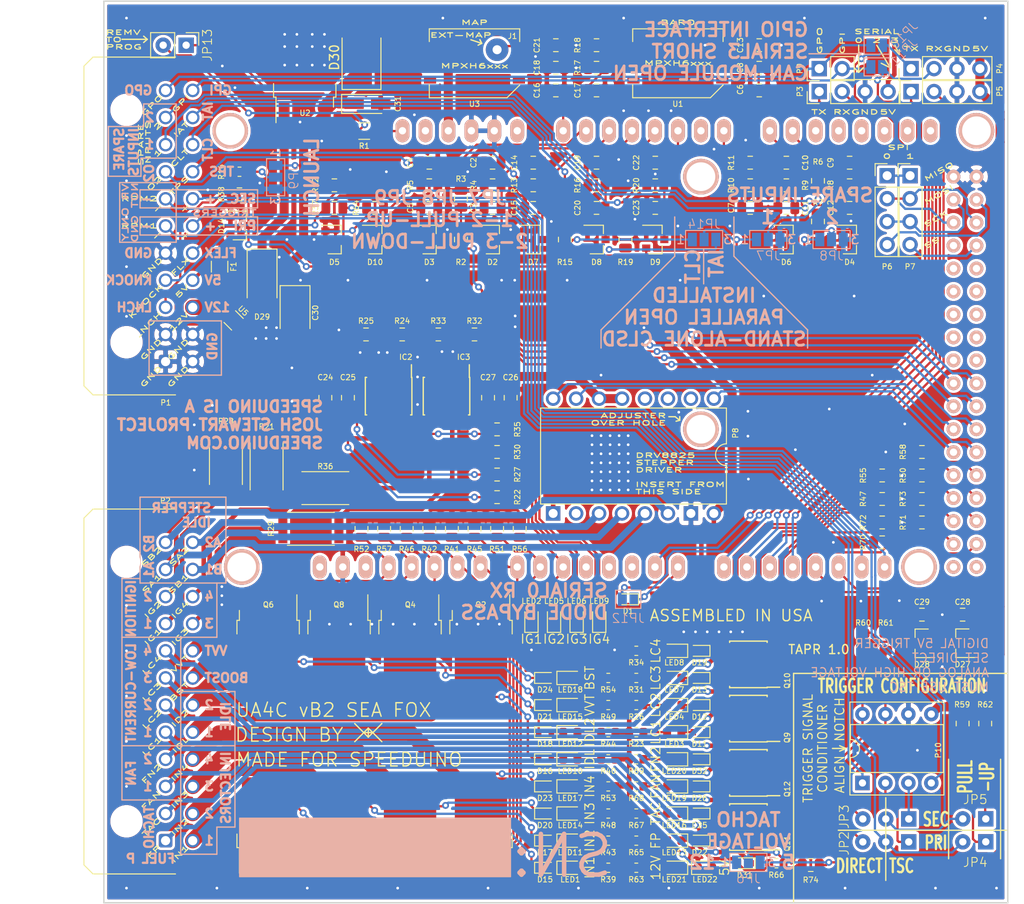
<source format=kicad_pcb>
(kicad_pcb (version 20171130) (host pcbnew "(5.1.5)-3")
  (title_block (title "Sea Fox") (date 2020-03-02) (rev B2))
  (layers (0 F.Cu signal) (31 B.Cu signal) (34 B.Paste user) (35 F.Paste user) (36 B.SilkS user) (37 F.SilkS user) (38 B.Mask user) (39 F.Mask user) (44 Edge.Cuts user))
  (net 0 "")
  (net 1 +5V)
  (net 2 +12V)
  (net 3 "Net-(LED2-Pad2)")
  (net 4 "Net-(LED4-Pad2)")
  (net 5 /TPS)
  (net 6 /CLT)
  (net 7 /IAT)
  (net 8 /FUELP)
  (net 9 /TACHO)
  (net 10 /LAUNCH)
  (net 11 /RESET)
  (net 12 /D19)
  (net 13 /D18)
  (net 14 "Net-(C21-Pad2)")
  (net 15 /FAN)
  (net 16 /FAN2)
  (net 17 "Net-(LED5-Pad2)")
  (net 18 "Net-(LED6-Pad2)")
  (net 19 "Net-(LED7-Pad2)")
  (net 20 /TX3)
  (net 21 /RX3)
  (net 22 /TX0)
  (net 23 /RX0)
  (net 24 /MISO)
  (net 25 /MOSI)
  (net 26 /SCK)
  (net 27 /IGN1)
  (net 28 /IGN2)
  (net 29 /IGN3)
  (net 30 /IGN4)
  (net 31 /A3)
  (net 32 /A0)
  (net 33 /A4)
  (net 34 /A5)
  (net 35 "Net-(IC2-Pad5)")
  (net 36 "Net-(IC2-Pad7)")
  (net 37 "Net-(IC3-Pad5)")
  (net 38 "Net-(IC3-Pad7)")
  (net 39 "Net-(LED1-Pad2)")
  (net 40 "Net-(LED3-Pad2)")
  (net 41 "Net-(LED8-Pad2)")
  (net 42 "Net-(LED9-Pad2)")
  (net 43 /A7)
  (net 44 /D9)
  (net 45 /D10)
  (net 46 /D7)
  (net 47 /D8)
  (net 48 /D5)
  (net 49 /D6)
  (net 50 /SS0)
  (net 51 /SS1)
  (net 52 /TX2)
  (net 53 /RX2)
  (net 54 "Net-(LED10-Pad2)")
  (net 55 "Net-(LED11-Pad2)")
  (net 56 Earth)
  (net 57 "Net-(C2-Pad1)")
  (net 58 /A2)
  (net 59 /02)
  (net 60 /A1)
  (net 61 /INP2)
  (net 62 /A8)
  (net 63 /A9)
  (net 64 "Net-(C13-Pad2)")
  (net 65 /D20)
  (net 66 /INJ1)
  (net 67 "Net-(D15-Pad2)")
  (net 68 /IDLE1)
  (net 69 "Net-(D16-Pad2)")
  (net 70 /INJ2)
  (net 71 "Net-(D17-Pad2)")
  (net 72 /IDLE2)
  (net 73 "Net-(D18-Pad2)")
  (net 74 /LC1)
  (net 75 /INJ3)
  (net 76 "Net-(D20-Pad2)")
  (net 77 /BOOST)
  (net 78 "Net-(D21-Pad2)")
  (net 79 /LC2)
  (net 80 /INJ4)
  (net 81 "Net-(D23-Pad2)")
  (net 82 /VVT)
  (net 83 "Net-(D24-Pad2)")
  (net 84 /LC3)
  (net 85 /LC4)
  (net 86 "Net-(D29-Pad1)")
  (net 87 /D33)
  (net 88 /GPO)
  (net 89 /GPI)
  (net 90 /D25)
  (net 91 "Net-(JP6-Pad2)")
  (net 92 /D24)
  (net 93 /RPM1/VR+)
  (net 94 /RPM2/VR+)
  (net 95 "Net-(LED12-Pad2)")
  (net 96 "Net-(LED13-Pad2)")
  (net 97 "Net-(LED14-Pad2)")
  (net 98 "Net-(LED15-Pad2)")
  (net 99 "Net-(LED16-Pad2)")
  (net 100 "Net-(LED17-Pad2)")
  (net 101 "Net-(LED18-Pad2)")
  (net 102 "Net-(LED19-Pad2)")
  (net 103 "Net-(LED20-Pad2)")
  (net 104 "Net-(LED21-Pad2)")
  (net 105 /FLEX)
  (net 106 /VR1-)
  (net 107 /VR2-)
  (net 108 /STP-B1)
  (net 109 /STP-A1)
  (net 110 /STP-B2)
  (net 111 /STP-A2)
  (net 112 /D11)
  (net 113 /D12)
  (net 114 /D22)
  (net 115 /D23)
  (net 116 /D26)
  (net 117 /D27)
  (net 118 /D28)
  (net 119 /D29)
  (net 120 /INP1)
  (net 121 /ENBL)
  (net 122 /STEP)
  (net 123 /DIR)
  (net 124 /D35)
  (net 125 /D36)
  (net 126 /D34)
  (net 127 /D37)
  (net 128 "Net-(JP2-Pad1)")
  (net 129 "Net-(JP2-Pad3)")
  (net 130 "Net-(JP3-Pad1)")
  (net 131 "Net-(JP3-Pad3)")
  (net 132 "Net-(JP4-Pad1)")
  (net 133 "Net-(JP5-Pad1)")
  (net 134 "Net-(JP7-Pad2)")
  (net 135 "Net-(JP8-Pad2)")
  (net 136 "Net-(JP9-Pad2)")
  (net 137 "Net-(JP13-Pad2)")
  (net 138 /D21)
  (net 139 /KNOCK)
  (net 140 "Net-(D11-Pad2)")
  (net 141 "Net-(D12-Pad2)")
  (net 142 "Net-(D13-Pad2)")
  (net 143 "Net-(D19-Pad2)")
  (net 144 "Net-(D22-Pad2)")
  (net 145 "Net-(D25-Pad2)")
  (net 146 "Net-(D26-Pad2)")
  (net 147 "Net-(D25-Pad1)")
  (net 148 "Net-(D32-Pad2)")
  (net 149 "Net-(D1-Pad1)")
  (net 150 "Net-(JP14-Pad1)")
  (net 151 "Net-(LED22-Pad2)")
  (net 152 "Net-(JP14-Pad3)")
  (net 153 "Net-(F1-Pad1)")
  (module Sensors:NXP_Pressure_Sensor_SSOP (layer F.Cu) (at 131 70 180)
    (fp_text reference U3 (at 0 -4.5 180) (layer F.SilkS) (effects (font (size 0.6 0.6) (thickness 0.1))))
    (fp_text value MAP)
    (pad 1 smd rect (at -4.9149 -1.905 180) (size 1.3462 0.6858) (layers F.Cu F.Paste F.Mask))
    (pad 2 smd rect (at -4.9149 -0.635 180) (size 1.3462 0.6858) (layers F.Cu F.Paste F.Mask) (net 1 +5V))
    (pad 3 smd rect (at -4.9149 0.635 180) (size 1.3462 0.6858) (layers F.Cu F.Paste F.Mask) (net 56 Earth))
    (pad 4 smd rect (at -4.9149 1.905 180) (size 1.3462 0.6858) (layers F.Cu F.Paste F.Mask) (net 14 "Net-(C21-Pad2)"))
    (pad 5 smd rect (at 4.9149 1.905 180) (size 1.3462 0.6858) (layers F.Cu F.Paste F.Mask))
    (pad 6 smd rect (at 4.9149 0.635 180) (size 1.3462 0.6858) (layers F.Cu F.Paste F.Mask))
    (pad 7 smd rect (at 4.9149 -0.635 180) (size 1.3462 0.6858) (layers F.Cu F.Paste F.Mask))
    (pad 8 smd rect (at 4.9149 -1.905 180) (size 1.3462 0.6858) (layers F.Cu F.Paste F.Mask))
  )
  (module Sensors:NXP_Pressure_Sensor_SSOP (layer F.Cu) (at 153.5 70 180)
    (fp_text reference U1 (at 0 -4.5 180) (layer F.SilkS) (effects (font (size 0.6 0.6) (thickness 0.1))))
    (fp_text value BARO)
    (pad 1 smd rect (at -4.9149 -1.905 180) (size 1.3462 0.6858) (layers F.Cu F.Paste F.Mask))
    (pad 2 smd rect (at -4.9149 -0.635 180) (size 1.3462 0.6858) (layers F.Cu F.Paste F.Mask) (net 1 +5V))
    (pad 3 smd rect (at -4.9149 0.635 180) (size 1.3462 0.6858) (layers F.Cu F.Paste F.Mask) (net 56 Earth))
    (pad 4 smd rect (at -4.9149 1.905 180) (size 1.3462 0.6858) (layers F.Cu F.Paste F.Mask) (net 64 "Net-(C13-Pad2)"))
    (pad 5 smd rect (at 4.9149 1.905 180) (size 1.3462 0.6858) (layers F.Cu F.Paste F.Mask))
    (pad 6 smd rect (at 4.9149 0.635 180) (size 1.3462 0.6858) (layers F.Cu F.Paste F.Mask))
    (pad 7 smd rect (at 4.9149 -0.635 180) (size 1.3462 0.6858) (layers F.Cu F.Paste F.Mask))
    (pad 8 smd rect (at 4.9149 -1.905 180) (size 1.3462 0.6858) (layers F.Cu F.Paste F.Mask))
  )
  (module Fuse:Fuse_1206_3216Metric (layer F.Cu) (at 102.8 92.5 270)
    (fp_text reference F1 (at 0 -1.55 90) (layer F.SilkS) (effects (font (size 0.6 0.6) (thickness 0.1))))
    (fp_text value 0ZCJ0050AF2E)
    (pad 2 smd roundrect (at 1.4 0 270) (size 1.25 1.75) (layers F.Cu F.Paste F.Mask) (roundrect_rratio 0.2) (net 1 +5V))
    (pad 1 smd roundrect (at -1.4 0 270) (size 1.25 1.75) (layers F.Cu F.Paste F.Mask) (roundrect_rratio 0.2) (net 153 "Net-(F1-Pad1)"))
  )
  (module Diode_SMD:D_SMB (layer F.Cu) (at 118.5 69.35 90)
    (fp_text reference D30 (at 0 -3 90) (layer F.SilkS))
    (fp_text value 1SMB5919BT3G)
    (pad 2 smd rect (at 2.15 0 90) (size 2.5 2.3) (layers F.Cu F.Paste F.Mask) (net 56 Earth))
    (pad 1 smd rect (at -2.15 0 90) (size 2.5 2.3) (layers F.Cu F.Paste F.Mask) (net 1 +5V))
  )
  (module Resistor_SMD:R_0805_2012Metric (layer F.Cu) (at 187.5 143.044918 270)
    (fp_text reference R62 (at -2.094918 0 180) (layer F.SilkS) (effects (font (size 0.6 0.6) (thickness 0.1))))
    (fp_text value 1K)
    (pad 2 smd roundrect (at 0.9375 0 270) (size 0.975 1.4) (layers F.Cu F.Paste F.Mask) (net 133 "Net-(JP5-Pad1)"))
    (pad 1 smd roundrect (at -0.9375 0 270) (size 0.975 1.4) (layers F.Cu F.Paste F.Mask) (net 1 +5V))
  )
  (module Resistor_SMD:R_0805_2012Metric (layer F.Cu) (at 185 143.044918 270)
    (fp_text reference R59 (at -2.094918 0.05 180) (layer F.SilkS) (effects (font (size 0.6 0.6) (thickness 0.1))))
    (fp_text value 1K)
    (pad 2 smd roundrect (at 0.9375 0 270) (size 0.975 1.4) (layers F.Cu F.Paste F.Mask) (net 132 "Net-(JP4-Pad1)"))
    (pad 1 smd roundrect (at -0.9375 0 270) (size 0.975 1.4) (layers F.Cu F.Paste F.Mask) (net 1 +5V))
  )
  (module footprnt:JPR_2POS_SMLHL (layer F.Cu) (at 187.561482 156.129988 270)
    (fp_text reference JP4 (at 2.270012 1.161482) (layer F.SilkS) (effects (font (thickness 0.1))))
    (fp_text value PULLUP)
    (pad 1 thru_hole rect (at 0 0 270) (size 1.7 1.7) (drill 0.8128) (layers *.Cu *.Mask) (net 132 "Net-(JP4-Pad1)"))
    (pad 2 thru_hole oval (at 0 2.54 270) (size 1.7 1.7) (drill 0.8128) (layers *.Cu *.Mask) (net 93 /RPM1/VR+))
  )
  (module footprnt:JPR_2POS_SMLHL (layer F.Cu) (at 187.561482 153.589988 270)
    (fp_text reference JP5 (at -2.139988 1.161482) (layer F.SilkS) (effects (font (thickness 0.1))))
    (fp_text value PULLUP)
    (pad 1 thru_hole rect (at 0 0 270) (size 1.7 1.7) (drill 0.8128) (layers *.Cu *.Mask) (net 133 "Net-(JP5-Pad1)"))
    (pad 2 thru_hole oval (at 0 2.54 270) (size 1.7 1.7) (drill 0.8128) (layers *.Cu *.Mask) (net 94 /RPM2/VR+))
  )
  (module footprnt:JPR_3POS_SMLHL (layer F.Cu) (at 179.04 156.139534 270)
    (fp_text reference JP2 (at 0.160466 7.14 90) (layer F.SilkS) (effects (font (thickness 0.1))))
    (fp_text value HALL_VR)
    (pad 1 thru_hole rect (at 0 0 270) (size 1.7 1.7) (drill 0.8128) (layers *.Cu *.Mask) (net 128 "Net-(JP2-Pad1)"))
    (pad 2 thru_hole oval (at 0 2.54 270) (size 1.7 1.7) (drill 0.8128) (layers *.Cu *.Mask) (net 93 /RPM1/VR+))
    (pad 3 thru_hole oval (at 0 5.08 270) (size 1.7 1.7) (drill 0.8128) (layers *.Cu *.Mask) (net 129 "Net-(JP2-Pad3)"))
  )
  (module footprnt:JPR_3POS_SMLHL (layer F.Cu) (at 179.04 153.599534 270)
    (fp_text reference JP3 (at -0.249534 7.14 90) (layer F.SilkS) (effects (font (thickness 0.1))))
    (fp_text value HALL_VR)
    (pad 1 thru_hole rect (at 0 0 270) (size 1.7 1.7) (drill 0.8128) (layers *.Cu *.Mask) (net 130 "Net-(JP3-Pad1)"))
    (pad 2 thru_hole oval (at 0 2.54 270) (size 1.7 1.7) (drill 0.8128) (layers *.Cu *.Mask) (net 94 /RPM2/VR+))
    (pad 3 thru_hole oval (at 0 5.08 270) (size 1.7 1.7) (drill 0.8128) (layers *.Cu *.Mask) (net 131 "Net-(JP3-Pad3)"))
  )
  (module footprnt:VIA_0.6mm (layer F.Cu) (at 124.35 75.7)
    (fp_text reference REF** hide)
    (fp_text value VIA_0.6mm hide)
    (pad 1 thru_hole circle (at 0 0) (size 0.6 0.6) (drill 0.3) (layers *.Cu) (net 56 Earth))
  )
  (module footprnt:VIA_0.6mm (layer F.Cu) (at 110 70.2)
    (fp_text reference REF** hide)
    (fp_text value VIA_0.6mm hide)
    (pad 1 thru_hole circle (at 0 0) (size 0.6 0.6) (drill 0.3) (layers *.Cu) (net 56 Earth))
  )
  (module footprnt:VIA_0.6mm (layer F.Cu) (at 111.35 70.2)
    (fp_text reference REF** hide)
    (fp_text value VIA_0.6mm hide)
    (pad 1 thru_hole circle (at 0 0) (size 0.6 0.6) (drill 0.3) (layers *.Cu) (net 56 Earth))
  )
  (module footprnt:VIA_0.6mm (layer F.Cu) (at 114.4 70.2)
    (fp_text reference REF** hide)
    (fp_text value VIA_0.6mm hide)
    (pad 1 thru_hole circle (at 0 0) (size 0.6 0.6) (drill 0.3) (layers *.Cu) (net 56 Earth))
  )
  (module footprnt:VIA_0.6mm (layer F.Cu) (at 113.05 70.2)
    (fp_text reference REF** hide)
    (fp_text value VIA_0.6mm hide)
    (pad 1 thru_hole circle (at 0 0) (size 0.6 0.6) (drill 0.3) (layers *.Cu) (net 56 Earth))
  )
  (module footprnt:VIA_0.6mm (layer F.Cu) (at 114.4 66.8)
    (fp_text reference REF** hide)
    (fp_text value VIA_0.6mm hide)
    (pad 1 thru_hole circle (at 0 0) (size 0.6 0.6) (drill 0.3) (layers *.Cu) (net 56 Earth))
  )
  (module footprnt:VIA_0.6mm (layer F.Cu) (at 114.4 68.15)
    (fp_text reference REF** hide)
    (fp_text value VIA_0.6mm hide)
    (pad 1 thru_hole circle (at 0 0) (size 0.6 0.6) (drill 0.3) (layers *.Cu) (net 56 Earth))
  )
  (module footprnt:VIA_0.6mm (layer F.Cu) (at 113.05 66.8)
    (fp_text reference REF** hide)
    (fp_text value VIA_0.6mm hide)
    (pad 1 thru_hole circle (at 0 0) (size 0.6 0.6) (drill 0.3) (layers *.Cu) (net 56 Earth))
  )
  (module footprnt:VIA_0.6mm (layer F.Cu) (at 113.05 68.15)
    (fp_text reference REF** hide)
    (fp_text value VIA_0.6mm hide)
    (pad 1 thru_hole circle (at 0 0) (size 0.6 0.6) (drill 0.3) (layers *.Cu) (net 56 Earth))
  )
  (module Connector_Molex:Molex_Micro-Fit_3.0_43045-2400_2x12_P3.00mm_Horizontal (layer F.Cu) (at 96.825 156 90)
    (fp_text reference P2 (at 37.6 -0.025 180) (layer F.SilkS) (effects (font (size 0.6 0.6) (thickness 0.1))))
    (fp_text value OUTPUTS)
    (pad 24 thru_hole circle (at 33 3 90) (size 1.5 1.5) (drill 1.02) (layers *.Cu *.Mask) (net 111 /STP-A2))
    (pad 23 thru_hole circle (at 30 3 90) (size 1.5 1.5) (drill 1.02) (layers *.Cu *.Mask) (net 108 /STP-B1))
    (pad 22 thru_hole circle (at 27 3 90) (size 1.5 1.5) (drill 1.02) (layers *.Cu *.Mask) (net 30 /IGN4))
    (pad 21 thru_hole circle (at 24 3 90) (size 1.5 1.5) (drill 1.02) (layers *.Cu *.Mask) (net 29 /IGN3))
    (pad 20 thru_hole circle (at 21 3 90) (size 1.5 1.5) (drill 1.02) (layers *.Cu *.Mask) (net 82 /VVT))
    (pad 19 thru_hole circle (at 18 3 90) (size 1.5 1.5) (drill 1.02) (layers *.Cu *.Mask) (net 77 /BOOST))
    (pad 18 thru_hole circle (at 15 3 90) (size 1.5 1.5) (drill 1.02) (layers *.Cu *.Mask) (net 72 /IDLE2))
    (pad 17 thru_hole circle (at 12 3 90) (size 1.5 1.5) (drill 1.02) (layers *.Cu *.Mask) (net 68 /IDLE1))
    (pad 16 thru_hole circle (at 9 3 90) (size 1.5 1.5) (drill 1.02) (layers *.Cu *.Mask) (net 80 /INJ4))
    (pad 15 thru_hole circle (at 6 3 90) (size 1.5 1.5) (drill 1.02) (layers *.Cu *.Mask) (net 75 /INJ3))
    (pad 14 thru_hole circle (at 3 3 90) (size 1.5 1.5) (drill 1.02) (layers *.Cu *.Mask) (net 70 /INJ2))
    (pad 13 thru_hole circle (at 0 3 90) (size 1.5 1.5) (drill 1.02) (layers *.Cu *.Mask) (net 66 /INJ1))
    (pad 12 thru_hole circle (at 33 0 90) (size 1.5 1.5) (drill 1.02) (layers *.Cu *.Mask) (net 110 /STP-B2))
    (pad 11 thru_hole circle (at 30 0 90) (size 1.5 1.5) (drill 1.02) (layers *.Cu *.Mask) (net 109 /STP-A1))
    (pad 10 thru_hole circle (at 27 0 90) (size 1.5 1.5) (drill 1.02) (layers *.Cu *.Mask) (net 28 /IGN2))
    (pad 9 thru_hole circle (at 24 0 90) (size 1.5 1.5) (drill 1.02) (layers *.Cu *.Mask) (net 27 /IGN1))
    (pad 8 thru_hole circle (at 21 0 90) (size 1.5 1.5) (drill 1.02) (layers *.Cu *.Mask) (net 85 /LC4))
    (pad 7 thru_hole circle (at 18 0 90) (size 1.5 1.5) (drill 1.02) (layers *.Cu *.Mask) (net 84 /LC3))
    (pad 6 thru_hole circle (at 15 0 90) (size 1.5 1.5) (drill 1.02) (layers *.Cu *.Mask) (net 79 /LC2))
    (pad 5 thru_hole circle (at 12 0 90) (size 1.5 1.5) (drill 1.02) (layers *.Cu *.Mask) (net 74 /LC1))
    (pad 4 thru_hole circle (at 9 0 90) (size 1.5 1.5) (drill 1.02) (layers *.Cu *.Mask) (net 16 /FAN2))
    (pad 3 thru_hole circle (at 6 0 90) (size 1.5 1.5) (drill 1.02) (layers *.Cu *.Mask) (net 15 /FAN))
    (pad 2 thru_hole circle (at 3 0 90) (size 1.5 1.5) (drill 1.02) (layers *.Cu *.Mask) (net 9 /TACHO))
    (pad 1 thru_hole roundrect (at 0 0 90) (size 1.5 1.5) (drill 1.02) (layers *.Cu *.Mask) (roundrect_rratio 0.166667) (net 8 /FUELP))
    (pad "" np_thru_hole circle (at 30.84 -4.32 90) (size 3 3) (drill 3) (layers *.Cu *.Mask))
    (pad "" np_thru_hole circle (at 2.14 -4.32 90) (size 3 3) (drill 3) (layers *.Cu *.Mask))
  )
  (module Connector_Molex:Molex_Micro-Fit_3.0_43045-2200_2x11_P3.00mm_Horizontal (layer F.Cu) (at 96.825 103 90)
    (fp_text reference P1 (at -4.55 0.025 180) (layer F.SilkS) (effects (font (size 0.6 0.6) (thickness 0.1))))
    (fp_text value INPUTS)
    (pad 22 thru_hole circle (at 30 3 90) (size 1.5 1.5) (drill 1.02) (layers *.Cu *.Mask) (net 89 /GPI))
    (pad 21 thru_hole circle (at 27 3 90) (size 1.5 1.5) (drill 1.02) (layers *.Cu *.Mask) (net 7 /IAT))
    (pad 20 thru_hole circle (at 24 3 90) (size 1.5 1.5) (drill 1.02) (layers *.Cu *.Mask) (net 6 /CLT))
    (pad 19 thru_hole circle (at 21 3 90) (size 1.5 1.5) (drill 1.02) (layers *.Cu *.Mask) (net 5 /TPS))
    (pad 18 thru_hole circle (at 18 3 90) (size 1.5 1.5) (drill 1.02) (layers *.Cu *.Mask) (net 94 /RPM2/VR+))
    (pad 17 thru_hole circle (at 15 3 90) (size 1.5 1.5) (drill 1.02) (layers *.Cu *.Mask) (net 93 /RPM1/VR+))
    (pad 16 thru_hole circle (at 12 3 90) (size 1.5 1.5) (drill 1.02) (layers *.Cu *.Mask) (net 105 /FLEX))
    (pad 15 thru_hole circle (at 9 3 90) (size 1.5 1.5) (drill 1.02) (layers *.Cu *.Mask) (net 153 "Net-(F1-Pad1)"))
    (pad 14 thru_hole circle (at 6 3 90) (size 1.5 1.5) (drill 1.02) (layers *.Cu *.Mask) (net 2 +12V))
    (pad 13 thru_hole circle (at 3 3 90) (size 1.5 1.5) (drill 1.02) (layers *.Cu *.Mask) (net 56 Earth))
    (pad 12 thru_hole circle (at 0 3 90) (size 1.5 1.5) (drill 1.02) (layers *.Cu *.Mask) (net 56 Earth))
    (pad 11 thru_hole circle (at 30 0 90) (size 1.5 1.5) (drill 1.02) (layers *.Cu *.Mask) (net 88 /GPO))
    (pad 10 thru_hole circle (at 27 0 90) (size 1.5 1.5) (drill 1.02) (layers *.Cu *.Mask) (net 61 /INP2))
    (pad 9 thru_hole circle (at 24 0 90) (size 1.5 1.5) (drill 1.02) (layers *.Cu *.Mask) (net 120 /INP1))
    (pad 8 thru_hole circle (at 21 0 90) (size 1.5 1.5) (drill 1.02) (layers *.Cu *.Mask) (net 59 /02))
    (pad 7 thru_hole circle (at 18 0 90) (size 1.5 1.5) (drill 1.02) (layers *.Cu *.Mask) (net 107 /VR2-))
    (pad 6 thru_hole circle (at 15 0 90) (size 1.5 1.5) (drill 1.02) (layers *.Cu *.Mask) (net 106 /VR1-))
    (pad 5 thru_hole circle (at 12 0 90) (size 1.5 1.5) (drill 1.02) (layers *.Cu *.Mask) (net 56 Earth))
    (pad 4 thru_hole circle (at 9 0 90) (size 1.5 1.5) (drill 1.02) (layers *.Cu *.Mask) (net 139 /KNOCK))
    (pad 3 thru_hole circle (at 6 0 90) (size 1.5 1.5) (drill 1.02) (layers *.Cu *.Mask) (net 10 /LAUNCH))
    (pad 2 thru_hole circle (at 3 0 90) (size 1.5 1.5) (drill 1.02) (layers *.Cu *.Mask) (net 56 Earth))
    (pad 1 thru_hole roundrect (at 0 0 90) (size 1.5 1.5) (drill 1.02) (layers *.Cu *.Mask) (roundrect_rratio 0.166667) (net 56 Earth))
    (pad "" np_thru_hole circle (at 27.84 -4.32 90) (size 3 3) (drill 3) (layers *.Cu *.Mask))
    (pad "" np_thru_hole circle (at 2.14 -4.32 90) (size 3 3) (drill 3) (layers *.Cu *.Mask))
  )
  (module Jumper:SolderJumper-3_P1.3mm_Open_Pad1.0x1.5mm_NumberLabels (layer B.Cu) (at 156.4 89.5)
    (fp_text reference JP14 (at 0 -1.7) (layer B.SilkS) (effects (font (thickness 0.1)) (justify mirror)))
    (fp_text value SO/PARA)
    (fp_text user 1 (at -2.6 0) (layer B.SilkS) (effects (justify mirror)))
    (fp_text user 3 (at 2.6 0) (layer B.SilkS) (effects (justify mirror)))
    (pad 1 smd rect (at -1.3 0) (size 1 1.5) (layers B.Cu B.Mask) (net 150 "Net-(JP14-Pad1)"))
    (pad 2 smd rect (at 0 0) (size 1 1.5) (layers B.Cu B.Mask) (net 1 +5V))
    (pad 3 smd rect (at 1.3 0) (size 1 1.5) (layers B.Cu B.Mask) (net 152 "Net-(JP14-Pad3)"))
  )
  (module footprnt:VIA_0.6mm (layer F.Cu) (at 111.7 76.5)
    (fp_text reference REF** hide)
    (fp_text value VIA_0.6mm hide)
    (pad 1 thru_hole circle (at 0 0) (size 0.6 0.6) (drill 0.3) (layers *.Cu) (net 56 Earth))
  )
  (module footprnt:VIA_0.6mm (layer F.Cu) (at 187.5 139.4)
    (fp_text reference REF** hide)
    (fp_text value VIA_0.6mm hide)
    (pad 1 thru_hole circle (at 0 0) (size 0.6 0.6) (drill 0.3) (layers *.Cu) (net 56 Earth))
  )
  (module footprnt:VIA_0.6mm (layer F.Cu) (at 146.5 134.9)
    (fp_text reference REF** hide)
    (fp_text value VIA_0.6mm hide)
    (pad 1 thru_hole circle (at 0 0) (size 0.6 0.6) (drill 0.3) (layers *.Cu) (net 56 Earth))
  )
  (module footprnt:VIA_0.6mm (layer F.Cu) (at 137.3 134.9)
    (fp_text reference REF** hide)
    (fp_text value VIA_0.6mm hide)
    (pad 1 thru_hole circle (at 0 0) (size 0.6 0.6) (drill 0.3) (layers *.Cu) (net 56 Earth))
  )
  (module Connector_PinHeader_2.54mm:PinHeader_1x02_P2.54mm_Vertical (layer F.Cu) (at 169.135 70.59 90)
    (fp_text reference P9 (at 0 -2.135 90) (layer F.SilkS) (effects (font (size 0.6 0.6) (thickness 0.1))))
    (fp_text value CAN)
    (pad 2 thru_hole oval (at 0 2.54 90) (size 1.7 1.7) (drill 1) (layers *.Cu *.Mask) (net 89 /GPI))
    (pad 1 thru_hole rect (at 0 0 90) (size 1.7 1.7) (drill 1) (layers *.Cu *.Mask) (net 88 /GPO))
  )
  (module footprnt:VIA_0.6mm (layer F.Cu) (at 147 113.2)
    (fp_text reference REF** hide)
    (fp_text value VIA_0.6mm hide)
    (pad 1 thru_hole circle (at 0 0) (size 0.6 0.6) (drill 0.3) (layers *.Cu) (net 56 Earth))
  )
  (module footprnt:VIA_0.6mm (layer F.Cu) (at 145 112.2)
    (fp_text reference REF** hide)
    (fp_text value VIA_0.6mm hide)
    (pad 1 thru_hole circle (at 0 0) (size 0.6 0.6) (drill 0.3) (layers *.Cu) (net 56 Earth))
  )
  (module footprnt:VIA_0.6mm (layer F.Cu) (at 146 114.2)
    (fp_text reference REF** hide)
    (fp_text value VIA_0.6mm hide)
    (pad 1 thru_hole circle (at 0 0) (size 0.6 0.6) (drill 0.3) (layers *.Cu) (net 56 Earth))
  )
  (module footprnt:VIA_0.6mm (layer F.Cu) (at 146 112.2)
    (fp_text reference REF** hide)
    (fp_text value VIA_0.6mm hide)
    (pad 1 thru_hole circle (at 0 0) (size 0.6 0.6) (drill 0.3) (layers *.Cu) (net 56 Earth))
  )
  (module footprnt:VIA_0.6mm (layer F.Cu) (at 146 111.2)
    (fp_text reference REF** hide)
    (fp_text value VIA_0.6mm hide)
    (pad 1 thru_hole circle (at 0 0) (size 0.6 0.6) (drill 0.3) (layers *.Cu) (net 56 Earth))
  )
  (module footprnt:VIA_0.6mm (layer F.Cu) (at 146 113.2)
    (fp_text reference REF** hide)
    (fp_text value VIA_0.6mm hide)
    (pad 1 thru_hole circle (at 0 0) (size 0.6 0.6) (drill 0.3) (layers *.Cu) (net 56 Earth))
  )
  (module footprnt:VIA_0.6mm (layer F.Cu) (at 147 111.2)
    (fp_text reference REF** hide)
    (fp_text value VIA_0.6mm hide)
    (pad 1 thru_hole circle (at 0 0) (size 0.6 0.6) (drill 0.3) (layers *.Cu) (net 56 Earth))
  )
  (module footprnt:VIA_0.6mm (layer F.Cu) (at 145 113.2)
    (fp_text reference REF** hide)
    (fp_text value VIA_0.6mm hide)
    (pad 1 thru_hole circle (at 0 0) (size 0.6 0.6) (drill 0.3) (layers *.Cu) (net 56 Earth))
  )
  (module footprnt:VIA_0.6mm (layer F.Cu) (at 147 112.2)
    (fp_text reference REF** hide)
    (fp_text value VIA_0.6mm hide)
    (pad 1 thru_hole circle (at 0 0) (size 0.6 0.6) (drill 0.3) (layers *.Cu) (net 56 Earth))
  )
  (module footprnt:VIA_0.6mm (layer F.Cu) (at 145 114.2)
    (fp_text reference REF** hide)
    (fp_text value VIA_0.6mm hide)
    (pad 1 thru_hole circle (at 0 0) (size 0.6 0.6) (drill 0.3) (layers *.Cu) (net 56 Earth))
  )
  (module footprnt:VIA_0.6mm (layer F.Cu) (at 145 111.2)
    (fp_text reference REF** hide)
    (fp_text value VIA_0.6mm hide)
    (pad 1 thru_hole circle (at 0 0) (size 0.6 0.6) (drill 0.3) (layers *.Cu) (net 56 Earth))
  )
  (module footprnt:VIA_0.6mm (layer F.Cu) (at 147 117.2)
    (fp_text reference REF** hide)
    (fp_text value VIA_0.6mm hide)
    (pad 1 thru_hole circle (at 0 0) (size 0.6 0.6) (drill 0.3) (layers *.Cu) (net 56 Earth))
  )
  (module footprnt:VIA_0.6mm (layer F.Cu) (at 148 116.2)
    (fp_text reference REF** hide)
    (fp_text value VIA_0.6mm hide)
    (pad 1 thru_hole circle (at 0 0) (size 0.6 0.6) (drill 0.3) (layers *.Cu) (net 56 Earth))
  )
  (module footprnt:VIA_0.6mm (layer F.Cu) (at 148 117.2)
    (fp_text reference REF** hide)
    (fp_text value VIA_0.6mm hide)
    (pad 1 thru_hole circle (at 0 0) (size 0.6 0.6) (drill 0.3) (layers *.Cu) (net 56 Earth))
  )
  (module footprnt:VIA_0.6mm (layer F.Cu) (at 146 117.2)
    (fp_text reference REF** hide)
    (fp_text value VIA_0.6mm hide)
    (pad 1 thru_hole circle (at 0 0) (size 0.6 0.6) (drill 0.3) (layers *.Cu) (net 56 Earth))
  )
  (module footprnt:VIA_0.6mm (layer F.Cu) (at 145 117.2)
    (fp_text reference REF** hide)
    (fp_text value VIA_0.6mm hide)
    (pad 1 thru_hole circle (at 0 0) (size 0.6 0.6) (drill 0.3) (layers *.Cu) (net 56 Earth))
  )
  (module footprnt:VIA_0.6mm (layer F.Cu) (at 147 116.2)
    (fp_text reference REF** hide)
    (fp_text value VIA_0.6mm hide)
    (pad 1 thru_hole circle (at 0 0) (size 0.6 0.6) (drill 0.3) (layers *.Cu) (net 56 Earth))
  )
  (module footprnt:VIA_0.6mm (layer F.Cu) (at 144 111.2)
    (fp_text reference REF** hide)
    (fp_text value VIA_0.6mm hide)
    (pad 1 thru_hole circle (at 0 0) (size 0.6 0.6) (drill 0.3) (layers *.Cu) (net 56 Earth))
  )
  (module footprnt:VIA_0.6mm (layer F.Cu) (at 148 114.2)
    (fp_text reference REF** hide)
    (fp_text value VIA_0.6mm hide)
    (pad 1 thru_hole circle (at 0 0) (size 0.6 0.6) (drill 0.3) (layers *.Cu) (net 56 Earth))
  )
  (module footprnt:VIA_0.6mm (layer F.Cu) (at 144 115.2)
    (fp_text reference REF** hide)
    (fp_text value VIA_0.6mm hide)
    (pad 1 thru_hole circle (at 0 0) (size 0.6 0.6) (drill 0.3) (layers *.Cu) (net 56 Earth))
  )
  (module footprnt:VIA_0.6mm (layer F.Cu) (at 147 114.2)
    (fp_text reference REF** hide)
    (fp_text value VIA_0.6mm hide)
    (pad 1 thru_hole circle (at 0 0) (size 0.6 0.6) (drill 0.3) (layers *.Cu) (net 56 Earth))
  )
  (module footprnt:VIA_0.6mm (layer F.Cu) (at 144 117.2)
    (fp_text reference REF** hide)
    (fp_text value VIA_0.6mm hide)
    (pad 1 thru_hole circle (at 0 0) (size 0.6 0.6) (drill 0.3) (layers *.Cu) (net 56 Earth))
  )
  (module footprnt:VIA_0.6mm (layer F.Cu) (at 146 116.2)
    (fp_text reference REF** hide)
    (fp_text value VIA_0.6mm hide)
    (pad 1 thru_hole circle (at 0 0) (size 0.6 0.6) (drill 0.3) (layers *.Cu) (net 56 Earth))
  )
  (module footprnt:VIA_0.6mm (layer F.Cu) (at 144 112.2)
    (fp_text reference REF** hide)
    (fp_text value VIA_0.6mm hide)
    (pad 1 thru_hole circle (at 0 0) (size 0.6 0.6) (drill 0.3) (layers *.Cu) (net 56 Earth))
  )
  (module footprnt:VIA_0.6mm (layer F.Cu) (at 148 115.2)
    (fp_text reference REF** hide)
    (fp_text value VIA_0.6mm hide)
    (pad 1 thru_hole circle (at 0 0) (size 0.6 0.6) (drill 0.3) (layers *.Cu) (net 56 Earth))
  )
  (module footprnt:VIA_0.6mm (layer F.Cu) (at 148 111.2)
    (fp_text reference REF** hide)
    (fp_text value VIA_0.6mm hide)
    (pad 1 thru_hole circle (at 0 0) (size 0.6 0.6) (drill 0.3) (layers *.Cu) (net 56 Earth))
  )
  (module footprnt:VIA_0.6mm (layer F.Cu) (at 144 114.2)
    (fp_text reference REF** hide)
    (fp_text value VIA_0.6mm hide)
    (pad 1 thru_hole circle (at 0 0) (size 0.6 0.6) (drill 0.3) (layers *.Cu) (net 56 Earth))
  )
  (module footprnt:VIA_0.6mm (layer F.Cu) (at 145 116.2)
    (fp_text reference REF** hide)
    (fp_text value VIA_0.6mm hide)
    (pad 1 thru_hole circle (at 0 0) (size 0.6 0.6) (drill 0.3) (layers *.Cu) (net 56 Earth))
  )
  (module footprnt:VIA_0.6mm (layer F.Cu) (at 145 115.2)
    (fp_text reference REF** hide)
    (fp_text value VIA_0.6mm hide)
    (pad 1 thru_hole circle (at 0 0) (size 0.6 0.6) (drill 0.3) (layers *.Cu) (net 56 Earth))
  )
  (module footprnt:VIA_0.6mm (layer F.Cu) (at 148 112.2)
    (fp_text reference REF** hide)
    (fp_text value VIA_0.6mm hide)
    (pad 1 thru_hole circle (at 0 0) (size 0.6 0.6) (drill 0.3) (layers *.Cu) (net 56 Earth))
  )
  (module footprnt:VIA_0.6mm (layer F.Cu) (at 148 113.2)
    (fp_text reference REF** hide)
    (fp_text value VIA_0.6mm hide)
    (pad 1 thru_hole circle (at 0 0) (size 0.6 0.6) (drill 0.3) (layers *.Cu) (net 56 Earth))
  )
  (module footprnt:VIA_0.6mm (layer F.Cu) (at 147 115.2)
    (fp_text reference REF** hide)
    (fp_text value VIA_0.6mm hide)
    (pad 1 thru_hole circle (at 0 0) (size 0.6 0.6) (drill 0.3) (layers *.Cu) (net 56 Earth))
  )
  (module footprnt:VIA_0.6mm (layer F.Cu) (at 146 115.2)
    (fp_text reference REF** hide)
    (fp_text value VIA_0.6mm hide)
    (pad 1 thru_hole circle (at 0 0) (size 0.6 0.6) (drill 0.3) (layers *.Cu) (net 56 Earth))
  )
  (module footprnt:VIA_0.6mm (layer F.Cu) (at 144 116.2)
    (fp_text reference REF** hide)
    (fp_text value VIA_0.6mm hide)
    (pad 1 thru_hole circle (at 0 0) (size 0.6 0.6) (drill 0.3) (layers *.Cu) (net 56 Earth))
  )
  (module footprnt:VIA_0.6mm (layer F.Cu) (at 144 113.2)
    (fp_text reference REF** hide)
    (fp_text value VIA_0.6mm hide)
    (pad 1 thru_hole circle (at 0 0) (size 0.6 0.6) (drill 0.3) (layers *.Cu) (net 56 Earth))
  )
  (module LED_SMD:LED_0603_1608Metric (layer F.Cu) (at 153.1 135 180)
    (fp_text reference LED8 (at 0 -1.3 180) (layer F.SilkS) (effects (font (size 0.6 0.6) (thickness 0.1))))
    (fp_text value RED)
    (pad 2 smd roundrect (at 0.7875 0 180) (size 0.875 0.95) (layers F.Cu F.Paste F.Mask) (net 41 "Net-(LED8-Pad2)"))
    (pad 1 smd roundrect (at -0.7875 0 180) (size 0.875 0.95) (layers F.Cu F.Paste F.Mask) (net 143 "Net-(D19-Pad2)"))
  )
  (module Capacitor_SMD:C_0805_2012Metric (layer F.Cu) (at 176.1 118.2 180)
    (fp_text reference R47 (at 2.1 0 270) (layer F.SilkS) (effects (font (size 0.6 0.6) (thickness 0.1))))
    (fp_text value 100k)
    (pad 1 smd roundrect (at -0.9375 0 180) (size 0.975 1.4) (layers F.Cu F.Paste F.Mask) (net 56 Earth))
    (pad 2 smd roundrect (at 0.9375 0 180) (size 0.975 1.4) (layers F.Cu F.Paste F.Mask) (net 116 /D26))
  )
  (module Capacitor_SMD:C_0805_2012Metric (layer F.Cu) (at 180.5 115.6)
    (fp_text reference R50 (at -2.1 0 90) (layer F.SilkS) (effects (font (size 0.6 0.6) (thickness 0.1))))
    (fp_text value 100k)
    (pad 1 smd roundrect (at -0.9375 0) (size 0.975 1.4) (layers F.Cu F.Paste F.Mask) (net 56 Earth))
    (pad 2 smd roundrect (at 0.9375 0) (size 0.975 1.4) (layers F.Cu F.Paste F.Mask) (net 117 /D27))
  )
  (module Capacitor_SMD:C_0805_2012Metric (layer F.Cu) (at 176.1 115.6 180)
    (fp_text reference R55 (at 2.1 0 270) (layer F.SilkS) (effects (font (size 0.6 0.6) (thickness 0.1))))
    (fp_text value 100k)
    (pad 1 smd roundrect (at -0.9375 0 180) (size 0.975 1.4) (layers F.Cu F.Paste F.Mask) (net 56 Earth))
    (pad 2 smd roundrect (at 0.9375 0 180) (size 0.975 1.4) (layers F.Cu F.Paste F.Mask) (net 118 /D28))
  )
  (module Capacitor_SMD:C_0805_2012Metric (layer F.Cu) (at 180.5 113)
    (fp_text reference R58 (at -2.1 0 90) (layer F.SilkS) (effects (font (size 0.6 0.6) (thickness 0.1))))
    (fp_text value 100k)
    (pad 1 smd roundrect (at -0.9375 0) (size 0.975 1.4) (layers F.Cu F.Paste F.Mask) (net 56 Earth))
    (pad 2 smd roundrect (at 0.9375 0) (size 0.975 1.4) (layers F.Cu F.Paste F.Mask) (net 119 /D29))
  )
  (module LED_SMD:LED_0603_1608Metric (layer F.Cu) (at 137.3 131.475 90)
    (fp_text reference LED2 (at 1.975 0 180) (layer F.SilkS) (effects (font (size 0.6 0.6) (thickness 0.1))))
    (fp_text value RED)
    (pad 2 smd roundrect (at 0.7875 0 90) (size 0.875 0.95) (layers F.Cu F.Paste F.Mask) (net 3 "Net-(LED2-Pad2)"))
    (pad 1 smd roundrect (at -0.7875 0 90) (size 0.875 0.95) (layers F.Cu F.Paste F.Mask) (net 56 Earth))
  )
  (module LED_SMD:LED_0603_1608Metric (layer F.Cu) (at 139.8 131.475 90)
    (fp_text reference LED5 (at 1.975 0 180) (layer F.SilkS) (effects (font (size 0.6 0.6) (thickness 0.1))))
    (fp_text value RED)
    (pad 2 smd roundrect (at 0.7875 0 90) (size 0.875 0.95) (layers F.Cu F.Paste F.Mask) (net 17 "Net-(LED5-Pad2)"))
    (pad 1 smd roundrect (at -0.7875 0 90) (size 0.875 0.95) (layers F.Cu F.Paste F.Mask) (net 56 Earth))
  )
  (module LED_SMD:LED_0603_1608Metric (layer F.Cu) (at 142.3 131.475 90)
    (fp_text reference LED6 (at 1.975 0 180) (layer F.SilkS) (effects (font (size 0.6 0.6) (thickness 0.1))))
    (fp_text value RED)
    (pad 2 smd roundrect (at 0.7875 0 90) (size 0.875 0.95) (layers F.Cu F.Paste F.Mask) (net 18 "Net-(LED6-Pad2)"))
    (pad 1 smd roundrect (at -0.7875 0 90) (size 0.875 0.95) (layers F.Cu F.Paste F.Mask) (net 56 Earth))
  )
  (module LED_SMD:LED_0603_1608Metric (layer F.Cu) (at 144.8 131.475 90)
    (fp_text reference LED9 (at 1.975 0 180) (layer F.SilkS) (effects (font (size 0.6 0.6) (thickness 0.1))))
    (fp_text value RED)
    (pad 2 smd roundrect (at 0.7875 0 90) (size 0.875 0.95) (layers F.Cu F.Paste F.Mask) (net 42 "Net-(LED9-Pad2)"))
    (pad 1 smd roundrect (at -0.7875 0 90) (size 0.875 0.95) (layers F.Cu F.Paste F.Mask) (net 56 Earth))
  )
  (module LED_SMD:LED_0603_1608Metric (layer F.Cu) (at 141.6 159)
    (fp_text reference LED1 (at 0 1.3) (layer F.SilkS) (effects (font (size 0.6 0.6) (thickness 0.1))))
    (fp_text value RED)
    (pad 2 smd roundrect (at 0.7875 0) (size 0.875 0.95) (layers F.Cu F.Paste F.Mask) (net 39 "Net-(LED1-Pad2)"))
    (pad 1 smd roundrect (at -0.7875 0) (size 0.875 0.95) (layers F.Cu F.Paste F.Mask) (net 67 "Net-(D15-Pad2)"))
  )
  (module LED_SMD:LED_0603_1608Metric (layer F.Cu) (at 153.1 144 180)
    (fp_text reference LED3 (at 0 -1.3 180) (layer F.SilkS) (effects (font (size 0.6 0.6) (thickness 0.1))))
    (fp_text value RED)
    (pad 2 smd roundrect (at 0.7875 0 180) (size 0.875 0.95) (layers F.Cu F.Paste F.Mask) (net 40 "Net-(LED3-Pad2)"))
    (pad 1 smd roundrect (at -0.7875 0 180) (size 0.875 0.95) (layers F.Cu F.Paste F.Mask) (net 140 "Net-(D11-Pad2)"))
  )
  (module LED_SMD:LED_0603_1608Metric (layer F.Cu) (at 153.1 141 180)
    (fp_text reference LED4 (at 0 -1.3 180) (layer F.SilkS) (effects (font (size 0.6 0.6) (thickness 0.1))))
    (fp_text value RED)
    (pad 2 smd roundrect (at 0.7875 0 180) (size 0.875 0.95) (layers F.Cu F.Paste F.Mask) (net 4 "Net-(LED4-Pad2)"))
    (pad 1 smd roundrect (at -0.7875 0 180) (size 0.875 0.95) (layers F.Cu F.Paste F.Mask) (net 141 "Net-(D12-Pad2)"))
  )
  (module LED_SMD:LED_0603_1608Metric (layer F.Cu) (at 141.6 147)
    (fp_text reference LED10 (at 0 1.3) (layer F.SilkS) (effects (font (size 0.6 0.6) (thickness 0.1))))
    (fp_text value RED)
    (pad 2 smd roundrect (at 0.7875 0) (size 0.875 0.95) (layers F.Cu F.Paste F.Mask) (net 54 "Net-(LED10-Pad2)"))
    (pad 1 smd roundrect (at -0.7875 0) (size 0.875 0.95) (layers F.Cu F.Paste F.Mask) (net 69 "Net-(D16-Pad2)"))
  )
  (module LED_SMD:LED_0603_1608Metric (layer F.Cu) (at 141.6 156)
    (fp_text reference LED11 (at 0 1.3) (layer F.SilkS) (effects (font (size 0.6 0.6) (thickness 0.1))))
    (fp_text value RED)
    (pad 2 smd roundrect (at 0.7875 0) (size 0.875 0.95) (layers F.Cu F.Paste F.Mask) (net 55 "Net-(LED11-Pad2)"))
    (pad 1 smd roundrect (at -0.7875 0) (size 0.875 0.95) (layers F.Cu F.Paste F.Mask) (net 71 "Net-(D17-Pad2)"))
  )
  (module LED_SMD:LED_0603_1608Metric (layer F.Cu) (at 141.6 144)
    (fp_text reference LED12 (at 0 1.3) (layer F.SilkS) (effects (font (size 0.6 0.6) (thickness 0.1))))
    (fp_text value RED)
    (pad 2 smd roundrect (at 0.7875 0) (size 0.875 0.95) (layers F.Cu F.Paste F.Mask) (net 95 "Net-(LED12-Pad2)"))
    (pad 1 smd roundrect (at -0.7875 0) (size 0.875 0.95) (layers F.Cu F.Paste F.Mask) (net 73 "Net-(D18-Pad2)"))
  )
  (module LED_SMD:LED_0603_1608Metric (layer F.Cu) (at 153.1 156 180)
    (fp_text reference LED13 (at 0 -1.3 180) (layer F.SilkS) (effects (font (size 0.6 0.6) (thickness 0.1))))
    (fp_text value RED)
    (pad 2 smd roundrect (at 0.7875 0 180) (size 0.875 0.95) (layers F.Cu F.Paste F.Mask) (net 96 "Net-(LED13-Pad2)"))
    (pad 1 smd roundrect (at -0.7875 0 180) (size 0.875 0.95) (layers F.Cu F.Paste F.Mask) (net 144 "Net-(D22-Pad2)"))
  )
  (module LED_SMD:LED_0603_1608Metric (layer F.Cu) (at 141.6 153)
    (fp_text reference LED14 (at 0 1.3) (layer F.SilkS) (effects (font (size 0.6 0.6) (thickness 0.1))))
    (fp_text value RED)
    (pad 2 smd roundrect (at 0.7875 0) (size 0.875 0.95) (layers F.Cu F.Paste F.Mask) (net 97 "Net-(LED14-Pad2)"))
    (pad 1 smd roundrect (at -0.7875 0) (size 0.875 0.95) (layers F.Cu F.Paste F.Mask) (net 76 "Net-(D20-Pad2)"))
  )
  (module LED_SMD:LED_0603_1608Metric (layer F.Cu) (at 141.6 141)
    (fp_text reference LED15 (at 0 1.3) (layer F.SilkS) (effects (font (size 0.6 0.6) (thickness 0.1))))
    (fp_text value RED)
    (pad 2 smd roundrect (at 0.7875 0) (size 0.875 0.95) (layers F.Cu F.Paste F.Mask) (net 98 "Net-(LED15-Pad2)"))
    (pad 1 smd roundrect (at -0.7875 0) (size 0.875 0.95) (layers F.Cu F.Paste F.Mask) (net 78 "Net-(D21-Pad2)"))
  )
  (module LED_SMD:LED_0603_1608Metric (layer F.Cu) (at 153.1 153 180)
    (fp_text reference LED16 (at 0 -1.3 180) (layer F.SilkS) (effects (font (size 0.6 0.6) (thickness 0.1))))
    (fp_text value RED)
    (pad 2 smd roundrect (at 0.7875 0 180) (size 0.875 0.95) (layers F.Cu F.Paste F.Mask) (net 99 "Net-(LED16-Pad2)"))
    (pad 1 smd roundrect (at -0.7875 0 180) (size 0.875 0.95) (layers F.Cu F.Paste F.Mask) (net 145 "Net-(D25-Pad2)"))
  )
  (module LED_SMD:LED_0603_1608Metric (layer F.Cu) (at 141.6 150)
    (fp_text reference LED17 (at 0 1.3) (layer F.SilkS) (effects (font (size 0.6 0.6) (thickness 0.1))))
    (fp_text value RED)
    (pad 2 smd roundrect (at 0.7875 0) (size 0.875 0.95) (layers F.Cu F.Paste F.Mask) (net 100 "Net-(LED17-Pad2)"))
    (pad 1 smd roundrect (at -0.7875 0) (size 0.875 0.95) (layers F.Cu F.Paste F.Mask) (net 81 "Net-(D23-Pad2)"))
  )
  (module LED_SMD:LED_0603_1608Metric (layer F.Cu) (at 141.6 138)
    (fp_text reference LED18 (at 0 1.3) (layer F.SilkS) (effects (font (size 0.6 0.6) (thickness 0.1))))
    (fp_text value RED)
    (pad 2 smd roundrect (at 0.7875 0) (size 0.875 0.95) (layers F.Cu F.Paste F.Mask) (net 101 "Net-(LED18-Pad2)"))
    (pad 1 smd roundrect (at -0.7875 0) (size 0.875 0.95) (layers F.Cu F.Paste F.Mask) (net 83 "Net-(D24-Pad2)"))
  )
  (module LED_SMD:LED_0603_1608Metric (layer F.Cu) (at 153.1 150 180)
    (fp_text reference LED19 (at 0 -1.3 180) (layer F.SilkS) (effects (font (size 0.6 0.6) (thickness 0.1))))
    (fp_text value RED)
    (pad 2 smd roundrect (at 0.7875 0 180) (size 0.875 0.95) (layers F.Cu F.Paste F.Mask) (net 102 "Net-(LED19-Pad2)"))
    (pad 1 smd roundrect (at -0.7875 0 180) (size 0.875 0.95) (layers F.Cu F.Paste F.Mask) (net 146 "Net-(D26-Pad2)"))
  )
  (module LED_SMD:LED_0603_1608Metric (layer F.Cu) (at 153.1 147 180)
    (fp_text reference LED20 (at 0 -1.3 180) (layer F.SilkS) (effects (font (size 0.6 0.6) (thickness 0.1))))
    (fp_text value RED)
    (pad 2 smd roundrect (at 0.7875 0 180) (size 0.875 0.95) (layers F.Cu F.Paste F.Mask) (net 103 "Net-(LED20-Pad2)"))
    (pad 1 smd roundrect (at -0.7875 0 180) (size 0.875 0.95) (layers F.Cu F.Paste F.Mask) (net 148 "Net-(D32-Pad2)"))
  )
  (module LED_SMD:LED_0603_1608Metric (layer F.Cu) (at 153.1 159 180)
    (fp_text reference LED21 (at 0 -1.3 180) (layer F.SilkS) (effects (font (size 0.6 0.6) (thickness 0.1))))
    (fp_text value RED)
    (pad 2 smd roundrect (at 0.7875 0 180) (size 0.875 0.95) (layers F.Cu F.Paste F.Mask) (net 104 "Net-(LED21-Pad2)"))
    (pad 1 smd roundrect (at -0.7875 0 180) (size 0.875 0.95) (layers F.Cu F.Paste F.Mask) (net 56 Earth))
  )
  (module LED_SMD:LED_0603_1608Metric (layer F.Cu) (at 153.1 138 180)
    (fp_text reference LED7 (at 0 -1.3 180) (layer F.SilkS) (effects (font (size 0.6 0.6) (thickness 0.1))))
    (fp_text value RED)
    (pad 2 smd roundrect (at 0.7875 0 180) (size 0.875 0.95) (layers F.Cu F.Paste F.Mask) (net 19 "Net-(LED7-Pad2)"))
    (pad 1 smd roundrect (at -0.7875 0 180) (size 0.875 0.95) (layers F.Cu F.Paste F.Mask) (net 142 "Net-(D13-Pad2)"))
  )
  (module Fiducials:Fiducial_1mm_Dia_2.54mm_Outer_CopperTop (layer F.Cu) (at 103.9 65.5)
    (fp_text reference REF** hide)
    (fp_text value Fiducial_1mm_Dia_2.54mm_Outer_CopperTop)
    (pad ~ smd circle (at 0 0) (size 1 1) (layers F.Cu F.Mask) (clearance 0.77))
  )
  (module Fiducials:Fiducial_1mm_Dia_2.54mm_Outer_CopperTop (layer F.Cu) (at 92.5 112.5)
    (fp_text reference REF** hide)
    (fp_text value Fiducial_1mm_Dia_2.54mm_Outer_CopperTop)
    (pad ~ smd circle (at 0 0) (size 1 1) (layers F.Cu F.Mask) (clearance 0.77))
  )
  (module footprnt:VIA_0.6mm (layer F.Cu) (at 104.5 72.7)
    (fp_text reference REF** hide)
    (fp_text value VIA_0.6mm hide)
    (pad 1 thru_hole circle (at 0 0) (size 0.6 0.6) (drill 0.3) (layers *.Cu) (net 56 Earth))
  )
  (module footprnt:VIA_0.6mm (layer F.Cu) (at 170.7 123)
    (fp_text reference REF** hide)
    (fp_text value VIA_0.6mm hide)
    (pad 1 thru_hole circle (at 0 0) (size 0.6 0.6) (drill 0.3) (layers *.Cu) (net 56 Earth))
  )
  (module footprnt:VIA_0.6mm (layer F.Cu) (at 139.5 87.5)
    (fp_text reference REF** hide)
    (fp_text value VIA_0.6mm hide)
    (pad 1 thru_hole circle (at 0 0) (size 0.6 0.6) (drill 0.3) (layers *.Cu) (net 56 Earth))
  )
  (module footprnt:VIA_0.6mm (layer F.Cu) (at 114.1 78.6)
    (fp_text reference REF** hide)
    (fp_text value VIA_0.6mm hide)
    (pad 1 thru_hole circle (at 0 0) (size 0.6 0.6) (drill 0.3) (layers *.Cu) (net 56 Earth))
  )
  (module footprnt:VIA_0.6mm (layer F.Cu) (at 100 115)
    (fp_text reference REF** hide)
    (fp_text value VIA_0.6mm hide)
    (pad 1 thru_hole circle (at 0 0) (size 0.6 0.6) (drill 0.3) (layers *.Cu) (net 56 Earth))
  )
  (module footprnt:VIA_0.6mm (layer F.Cu) (at 100 110)
    (fp_text reference REF** hide)
    (fp_text value VIA_0.6mm hide)
    (pad 1 thru_hole circle (at 0 0) (size 0.6 0.6) (drill 0.3) (layers *.Cu) (net 56 Earth))
  )
  (module footprnt:VIA_0.6mm (layer F.Cu) (at 161.3 116)
    (fp_text reference REF** hide)
    (fp_text value VIA_0.6mm hide)
    (pad 1 thru_hole circle (at 0 0) (size 0.6 0.6) (drill 0.3) (layers *.Cu) (net 56 Earth))
  )
  (module footprnt:VIA_0.6mm (layer F.Cu) (at 135.5 97.95)
    (fp_text reference REF** hide)
    (fp_text value VIA_0.6mm hide)
    (pad 1 thru_hole circle (at 0 0) (size 0.6 0.6) (drill 0.3) (layers *.Cu) (net 56 Earth))
  )
  (module footprnt:VIA_0.6mm (layer F.Cu) (at 178 129.45)
    (fp_text reference REF** hide)
    (fp_text value VIA_0.6mm hide)
    (pad 1 thru_hole circle (at 0 0) (size 0.6 0.6) (drill 0.3) (layers *.Cu) (net 56 Earth))
  )
  (module footprnt:VIA_0.6mm (layer F.Cu) (at 124.7 102.5)
    (fp_text reference REF** hide)
    (fp_text value VIA_0.6mm hide)
    (pad 1 thru_hole circle (at 0 0) (size 0.6 0.6) (drill 0.3) (layers *.Cu) (net 56 Earth))
  )
  (module footprnt:VIA_0.6mm (layer F.Cu) (at 124.7 104.7)
    (fp_text reference REF** hide)
    (fp_text value VIA_0.6mm hide)
    (pad 1 thru_hole circle (at 0 0) (size 0.6 0.6) (drill 0.3) (layers *.Cu) (net 56 Earth))
  )
  (module footprnt:VIA_0.6mm (layer F.Cu) (at 118.35 102)
    (fp_text reference REF** hide)
    (fp_text value VIA_0.6mm hide)
    (pad 1 thru_hole circle (at 0 0) (size 0.6 0.6) (drill 0.3) (layers *.Cu) (net 56 Earth))
  )
  (module footprnt:VIA_0.6mm (layer F.Cu) (at 120.4 102)
    (fp_text reference REF** hide)
    (fp_text value VIA_0.6mm hide)
    (pad 1 thru_hole circle (at 0 0) (size 0.6 0.6) (drill 0.3) (layers *.Cu) (net 56 Earth))
  )
  (module footprnt:VIA_0.6mm (layer F.Cu) (at 121.35 102)
    (fp_text reference REF** hide)
    (fp_text value VIA_0.6mm hide)
    (pad 1 thru_hole circle (at 0 0) (size 0.6 0.6) (drill 0.3) (layers *.Cu) (net 56 Earth))
  )
  (module footprnt:VIA_0.6mm (layer F.Cu) (at 128.6 101.9)
    (fp_text reference REF** hide)
    (fp_text value VIA_0.6mm hide)
    (pad 1 thru_hole circle (at 0 0) (size 0.6 0.6) (drill 0.3) (layers *.Cu) (net 56 Earth))
  )
  (module footprnt:VIA_0.6mm (layer F.Cu) (at 92.5 78)
    (fp_text reference REF** hide)
    (fp_text value VIA_0.6mm hide)
    (pad 1 thru_hole circle (at 0 0) (size 0.6 0.6) (drill 0.3) (layers *.Cu) (net 56 Earth))
  )
  (module footprnt:VIA_0.6mm (layer F.Cu) (at 92.5 83)
    (fp_text reference REF** hide)
    (fp_text value VIA_0.6mm hide)
    (pad 1 thru_hole circle (at 0 0) (size 0.6 0.6) (drill 0.3) (layers *.Cu) (net 56 Earth))
  )
  (module footprnt:VIA_0.6mm (layer F.Cu) (at 92.5 87)
    (fp_text reference REF** hide)
    (fp_text value VIA_0.6mm hide)
    (pad 1 thru_hole circle (at 0 0) (size 0.6 0.6) (drill 0.3) (layers *.Cu) (net 56 Earth))
  )
  (module footprnt:VIA_0.6mm (layer F.Cu) (at 92.5 92.5)
    (fp_text reference REF** hide)
    (fp_text value VIA_0.6mm hide)
    (pad 1 thru_hole circle (at 0 0) (size 0.6 0.6) (drill 0.3) (layers *.Cu) (net 56 Earth))
  )
  (module footprnt:VIA_0.6mm (layer F.Cu) (at 92.5 98)
    (fp_text reference REF** hide)
    (fp_text value VIA_0.6mm hide)
    (pad 1 thru_hole circle (at 0 0) (size 0.6 0.6) (drill 0.3) (layers *.Cu) (net 56 Earth))
  )
  (module footprnt:VIA_0.6mm (layer F.Cu) (at 92.5 130)
    (fp_text reference REF** hide)
    (fp_text value VIA_0.6mm hide)
    (pad 1 thru_hole circle (at 0 0) (size 0.6 0.6) (drill 0.3) (layers *.Cu) (net 56 Earth))
  )
  (module footprnt:VIA_0.6mm (layer F.Cu) (at 92.5 135)
    (fp_text reference REF** hide)
    (fp_text value VIA_0.6mm hide)
    (pad 1 thru_hole circle (at 0 0) (size 0.6 0.6) (drill 0.3) (layers *.Cu) (net 56 Earth))
  )
  (module footprnt:VIA_0.6mm (layer F.Cu) (at 92.5 140)
    (fp_text reference REF** hide)
    (fp_text value VIA_0.6mm hide)
    (pad 1 thru_hole circle (at 0 0) (size 0.6 0.6) (drill 0.3) (layers *.Cu) (net 56 Earth))
  )
  (module footprnt:VIA_0.6mm (layer F.Cu) (at 92.5 145)
    (fp_text reference REF** hide)
    (fp_text value VIA_0.6mm hide)
    (pad 1 thru_hole circle (at 0 0) (size 0.6 0.6) (drill 0.3) (layers *.Cu) (net 56 Earth))
  )
  (module footprnt:VIA_0.6mm (layer F.Cu) (at 92.5 150)
    (fp_text reference REF** hide)
    (fp_text value VIA_0.6mm hide)
    (pad 1 thru_hole circle (at 0 0) (size 0.6 0.6) (drill 0.3) (layers *.Cu) (net 56 Earth))
  )
  (module footprnt:VIA_0.6mm (layer F.Cu) (at 169.4 129.5)
    (fp_text reference REF** hide)
    (fp_text value VIA_0.6mm hide)
    (pad 1 thru_hole circle (at 0 0) (size 0.6 0.6) (drill 0.3) (layers *.Cu) (net 56 Earth))
  )
  (module footprnt:VIA_0.6mm (layer F.Cu) (at 182.35 155.8)
    (fp_text reference REF** hide)
    (fp_text value VIA_0.6mm hide)
    (pad 1 thru_hole circle (at 0 0) (size 0.6 0.6) (drill 0.3) (layers *.Cu) (net 56 Earth))
  )
  (module footprnt:VIA_0.6mm (layer F.Cu) (at 173.4 146.3)
    (fp_text reference REF** hide)
    (fp_text value VIA_0.6mm hide)
    (pad 1 thru_hole circle (at 0 0) (size 0.6 0.6) (drill 0.3) (layers *.Cu) (net 56 Earth))
  )
  (module footprnt:VIA_0.6mm (layer F.Cu) (at 180 146)
    (fp_text reference REF** hide)
    (fp_text value VIA_0.6mm hide)
    (pad 1 thru_hole circle (at 0 0) (size 0.6 0.6) (drill 0.3) (layers *.Cu) (net 56 Earth))
  )
  (module footprnt:VIA_0.6mm (layer F.Cu) (at 106.8 100.45)
    (fp_text reference REF** hide)
    (fp_text value VIA_0.6mm hide)
    (pad 1 thru_hole circle (at 0 0) (size 0.6 0.6) (drill 0.3) (layers *.Cu) (net 56 Earth))
  )
  (module footprnt:VIA_0.6mm (layer F.Cu) (at 102 107.85)
    (fp_text reference REF** hide)
    (fp_text value VIA_0.6mm hide)
    (pad 1 thru_hole circle (at 0 0) (size 0.6 0.6) (drill 0.3) (layers *.Cu) (net 56 Earth))
  )
  (module footprnt:VIA_0.6mm (layer F.Cu) (at 107.95 100.45)
    (fp_text reference REF** hide)
    (fp_text value VIA_0.6mm hide)
    (pad 1 thru_hole circle (at 0 0) (size 0.6 0.6) (drill 0.3) (layers *.Cu) (net 56 Earth))
  )
  (module footprnt:VIA_0.6mm (layer F.Cu) (at 109.1 100.45)
    (fp_text reference REF** hide)
    (fp_text value VIA_0.6mm hide)
    (pad 1 thru_hole circle (at 0 0) (size 0.6 0.6) (drill 0.3) (layers *.Cu) (net 56 Earth))
  )
  (module footprnt:VIA_0.6mm (layer F.Cu) (at 149.75 99.25)
    (fp_text reference REF** hide)
    (fp_text value VIA_0.6mm hide)
    (pad 1 thru_hole circle (at 0 0) (size 0.6 0.6) (drill 0.3) (layers *.Cu) (net 56 Earth))
  )
  (module footprnt:VIA_0.6mm (layer F.Cu) (at 110.8 103.7)
    (fp_text reference REF** hide)
    (fp_text value VIA_0.6mm hide)
    (pad 1 thru_hole circle (at 0 0) (size 0.6 0.6) (drill 0.3) (layers *.Cu) (net 56 Earth))
  )
  (module footprnt:VIA_0.6mm (layer F.Cu) (at 110.8 107.4)
    (fp_text reference REF** hide)
    (fp_text value VIA_0.6mm hide)
    (pad 1 thru_hole circle (at 0 0) (size 0.6 0.6) (drill 0.3) (layers *.Cu) (net 56 Earth))
  )
  (module footprnt:VIA_0.6mm (layer F.Cu) (at 124.7 107.75)
    (fp_text reference REF** hide)
    (fp_text value VIA_0.6mm hide)
    (pad 1 thru_hole circle (at 0 0) (size 0.6 0.6) (drill 0.3) (layers *.Cu) (net 56 Earth))
  )
  (module footprnt:VIA_0.6mm (layer F.Cu) (at 117 94)
    (fp_text reference REF** hide)
    (fp_text value VIA_0.6mm hide)
    (pad 1 thru_hole circle (at 0 0) (size 0.6 0.6) (drill 0.3) (layers *.Cu) (net 56 Earth))
  )
  (module footprnt:VIA_0.6mm (layer F.Cu) (at 125.75 94)
    (fp_text reference REF** hide)
    (fp_text value VIA_0.6mm hide)
    (pad 1 thru_hole circle (at 0 0) (size 0.6 0.6) (drill 0.3) (layers *.Cu) (net 56 Earth))
  )
  (module footprnt:VIA_0.6mm (layer F.Cu) (at 134 94)
    (fp_text reference REF** hide)
    (fp_text value VIA_0.6mm hide)
    (pad 1 thru_hole circle (at 0 0) (size 0.6 0.6) (drill 0.3) (layers *.Cu) (net 56 Earth))
  )
  (module footprnt:VIA_0.6mm (layer F.Cu) (at 141.25 94)
    (fp_text reference REF** hide)
    (fp_text value VIA_0.6mm hide)
    (pad 1 thru_hole circle (at 0 0) (size 0.6 0.6) (drill 0.3) (layers *.Cu) (net 56 Earth))
  )
  (module footprnt:VIA_0.6mm (layer F.Cu) (at 153.75 94)
    (fp_text reference REF** hide)
    (fp_text value VIA_0.6mm hide)
    (pad 1 thru_hole circle (at 0 0) (size 0.6 0.6) (drill 0.3) (layers *.Cu) (net 56 Earth))
  )
  (module footprnt:VIA_0.6mm (layer F.Cu) (at 163 95.75)
    (fp_text reference REF** hide)
    (fp_text value VIA_0.6mm hide)
    (pad 1 thru_hole circle (at 0 0) (size 0.6 0.6) (drill 0.3) (layers *.Cu) (net 56 Earth))
  )
  (module footprnt:VIA_0.6mm (layer F.Cu) (at 173 95.75)
    (fp_text reference REF** hide)
    (fp_text value VIA_0.6mm hide)
    (pad 1 thru_hole circle (at 0 0) (size 0.6 0.6) (drill 0.3) (layers *.Cu) (net 56 Earth))
  )
  (module footprnt:VIA_0.6mm (layer F.Cu) (at 166.5 112.75)
    (fp_text reference REF** hide)
    (fp_text value VIA_0.6mm hide)
    (pad 1 thru_hole circle (at 0 0) (size 0.6 0.6) (drill 0.3) (layers *.Cu) (net 56 Earth))
  )
  (module footprnt:VIA_0.6mm (layer F.Cu) (at 170.25 108.25)
    (fp_text reference REF** hide)
    (fp_text value VIA_0.6mm hide)
    (pad 1 thru_hole circle (at 0 0) (size 0.6 0.6) (drill 0.3) (layers *.Cu) (net 56 Earth))
  )
  (module footprnt:VIA_0.6mm (layer F.Cu) (at 161.25 108.5)
    (fp_text reference REF** hide)
    (fp_text value VIA_0.6mm hide)
    (pad 1 thru_hole circle (at 0 0) (size 0.6 0.6) (drill 0.3) (layers *.Cu) (net 56 Earth))
  )
  (module footprnt:VIA_0.6mm (layer F.Cu) (at 161.25 111.25)
    (fp_text reference REF** hide)
    (fp_text value VIA_0.6mm hide)
    (pad 1 thru_hole circle (at 0 0) (size 0.6 0.6) (drill 0.3) (layers *.Cu) (net 56 Earth))
  )
  (module footprnt:VIA_0.6mm (layer F.Cu) (at 178.3 118.2)
    (fp_text reference REF** hide)
    (fp_text value VIA_0.6mm hide)
    (pad 1 thru_hole circle (at 0 0) (size 0.6 0.6) (drill 0.3) (layers *.Cu) (net 56 Earth))
  )
  (module footprnt:VIA_0.6mm (layer F.Cu) (at 178.3 120.8)
    (fp_text reference REF** hide)
    (fp_text value VIA_0.6mm hide)
    (pad 1 thru_hole circle (at 0 0) (size 0.6 0.6) (drill 0.3) (layers *.Cu) (net 56 Earth))
  )
  (module footprnt:VIA_0.6mm (layer F.Cu) (at 178.3 115.6)
    (fp_text reference REF** hide)
    (fp_text value VIA_0.6mm hide)
    (pad 1 thru_hole circle (at 0 0) (size 0.6 0.6) (drill 0.3) (layers *.Cu) (net 56 Earth))
  )
  (module footprnt:VIA_0.6mm (layer F.Cu) (at 178.6 109.9)
    (fp_text reference REF** hide)
    (fp_text value VIA_0.6mm hide)
    (pad 1 thru_hole circle (at 0 0) (size 0.6 0.6) (drill 0.3) (layers *.Cu) (net 56 Earth))
  )
  (module footprnt:VIA_0.6mm (layer F.Cu) (at 176.5 113)
    (fp_text reference REF** hide)
    (fp_text value VIA_0.6mm hide)
    (pad 1 thru_hole circle (at 0 0) (size 0.6 0.6) (drill 0.3) (layers *.Cu) (net 56 Earth))
  )
  (module footprnt:VIA_0.6mm (layer F.Cu) (at 188.75 161.25)
    (fp_text reference REF** hide)
    (fp_text value VIA_0.6mm hide)
    (pad 1 thru_hole circle (at 0 0) (size 0.6 0.6) (drill 0.3) (layers *.Cu) (net 56 Earth))
  )
  (module footprnt:VIA_0.6mm (layer F.Cu) (at 182 161.25)
    (fp_text reference REF** hide)
    (fp_text value VIA_0.6mm hide)
    (pad 1 thru_hole circle (at 0 0) (size 0.6 0.6) (drill 0.3) (layers *.Cu) (net 56 Earth))
  )
  (module footprnt:VIA_0.6mm (layer F.Cu) (at 172 161.25)
    (fp_text reference REF** hide)
    (fp_text value VIA_0.6mm hide)
    (pad 1 thru_hole circle (at 0 0) (size 0.6 0.6) (drill 0.3) (layers *.Cu) (net 56 Earth))
  )
  (module footprnt:VIA_0.6mm (layer F.Cu) (at 162.5 161.25)
    (fp_text reference REF** hide)
    (fp_text value VIA_0.6mm hide)
    (pad 1 thru_hole circle (at 0 0) (size 0.6 0.6) (drill 0.3) (layers *.Cu) (net 56 Earth))
  )
  (module footprnt:VIA_0.6mm (layer F.Cu) (at 152.5 161.25)
    (fp_text reference REF** hide)
    (fp_text value VIA_0.6mm hide)
    (pad 1 thru_hole circle (at 0 0) (size 0.6 0.6) (drill 0.3) (layers *.Cu) (net 56 Earth))
  )
  (module footprnt:VIA_0.6mm (layer F.Cu) (at 142.5 161.25)
    (fp_text reference REF** hide)
    (fp_text value VIA_0.6mm hide)
    (pad 1 thru_hole circle (at 0 0) (size 0.6 0.6) (drill 0.3) (layers *.Cu) (net 56 Earth))
  )
  (module footprnt:VIA_0.6mm (layer F.Cu) (at 132.5 161.25)
    (fp_text reference REF** hide)
    (fp_text value VIA_0.6mm hide)
    (pad 1 thru_hole circle (at 0 0) (size 0.6 0.6) (drill 0.3) (layers *.Cu) (net 56 Earth))
  )
  (module footprnt:VIA_0.6mm (layer F.Cu) (at 122.5 161.25)
    (fp_text reference REF** hide)
    (fp_text value VIA_0.6mm hide)
    (pad 1 thru_hole circle (at 0 0) (size 0.6 0.6) (drill 0.3) (layers *.Cu) (net 56 Earth))
  )
  (module footprnt:VIA_0.6mm (layer F.Cu) (at 112.5 161.25)
    (fp_text reference REF** hide)
    (fp_text value VIA_0.6mm hide)
    (pad 1 thru_hole circle (at 0 0) (size 0.6 0.6) (drill 0.3) (layers *.Cu) (net 56 Earth))
  )
  (module footprnt:VIA_0.6mm (layer F.Cu) (at 102.5 161.25)
    (fp_text reference REF** hide)
    (fp_text value VIA_0.6mm hide)
    (pad 1 thru_hole circle (at 0 0) (size 0.6 0.6) (drill 0.3) (layers *.Cu) (net 56 Earth))
  )
  (module footprnt:VIA_0.6mm (layer F.Cu) (at 92.5 161.25)
    (fp_text reference REF** hide)
    (fp_text value VIA_0.6mm hide)
    (pad 1 thru_hole circle (at 0 0) (size 0.6 0.6) (drill 0.3) (layers *.Cu) (net 56 Earth))
  )
  (module footprnt:VIA_0.6mm (layer F.Cu) (at 92.5 65)
    (fp_text reference REF** hide)
    (fp_text value VIA_0.6mm hide)
    (pad 1 thru_hole circle (at 0 0) (size 0.6 0.6) (drill 0.3) (layers *.Cu) (net 56 Earth))
  )
  (module footprnt:VIA_0.6mm (layer F.Cu) (at 127.5 65)
    (fp_text reference REF** hide)
    (fp_text value VIA_0.6mm hide)
    (pad 1 thru_hole circle (at 0 0) (size 0.6 0.6) (drill 0.3) (layers *.Cu) (net 56 Earth))
  )
  (module footprnt:VIA_0.6mm (layer F.Cu) (at 147.5 65)
    (fp_text reference REF** hide)
    (fp_text value VIA_0.6mm hide)
    (pad 1 thru_hole circle (at 0 0) (size 0.6 0.6) (drill 0.3) (layers *.Cu) (net 56 Earth))
  )
  (module footprnt:VIA_0.6mm (layer F.Cu) (at 167.5 65)
    (fp_text reference REF** hide)
    (fp_text value VIA_0.6mm hide)
    (pad 1 thru_hole circle (at 0 0) (size 0.6 0.6) (drill 0.3) (layers *.Cu) (net 56 Earth))
  )
  (module footprnt:VIA_0.6mm (layer F.Cu) (at 187.5 65)
    (fp_text reference REF** hide)
    (fp_text value VIA_0.6mm hide)
    (pad 1 thru_hole circle (at 0 0) (size 0.6 0.6) (drill 0.3) (layers *.Cu) (net 56 Earth))
  )
  (module footprnt:VIA_0.6mm (layer F.Cu) (at 111.35 68.15)
    (fp_text reference REF** hide)
    (fp_text value VIA_0.6mm hide)
    (pad 1 thru_hole circle (at 0 0) (size 0.6 0.6) (drill 0.3) (layers *.Cu) (net 56 Earth))
  )
  (module footprnt:VIA_0.6mm (layer F.Cu) (at 111.35 66.8)
    (fp_text reference REF** hide)
    (fp_text value VIA_0.6mm hide)
    (pad 1 thru_hole circle (at 0 0) (size 0.6 0.6) (drill 0.3) (layers *.Cu) (net 56 Earth))
  )
  (module footprnt:VIA_0.6mm (layer F.Cu) (at 110 66.8)
    (fp_text reference REF** hide)
    (fp_text value VIA_0.6mm hide)
    (pad 1 thru_hole circle (at 0 0) (size 0.6 0.6) (drill 0.3) (layers *.Cu) (net 56 Earth))
  )
  (module footprnt:VIA_0.6mm (layer F.Cu) (at 110 68.15)
    (fp_text reference REF** hide)
    (fp_text value VIA_0.6mm hide)
    (pad 1 thru_hole circle (at 0 0) (size 0.6 0.6) (drill 0.3) (layers *.Cu) (net 56 Earth))
  )
  (module footprnt:VIA_0.6mm (layer F.Cu) (at 173.75 129.5)
    (fp_text reference REF** hide)
    (fp_text value VIA_0.6mm hide)
    (pad 1 thru_hole circle (at 0 0) (size 0.6 0.6) (drill 0.3) (layers *.Cu) (net 56 Earth))
  )
  (module footprnt:VIA_0.6mm (layer F.Cu) (at 155.45 132.9)
    (fp_text reference REF** hide)
    (fp_text value VIA_0.6mm hide)
    (pad 1 thru_hole circle (at 0 0) (size 0.6 0.6) (drill 0.3) (layers *.Cu) (net 56 Earth))
  )
  (module footprnt:VIA_0.6mm (layer F.Cu) (at 160.65 132.9)
    (fp_text reference REF** hide)
    (fp_text value VIA_0.6mm hide)
    (pad 1 thru_hole circle (at 0 0) (size 0.6 0.6) (drill 0.3) (layers *.Cu) (net 56 Earth))
  )
  (module footprnt:VIA_0.6mm (layer F.Cu) (at 156.75 132.9)
    (fp_text reference REF** hide)
    (fp_text value VIA_0.6mm hide)
    (pad 1 thru_hole circle (at 0 0) (size 0.6 0.6) (drill 0.3) (layers *.Cu) (net 56 Earth))
  )
  (module footprnt:VIA_0.6mm (layer F.Cu) (at 114.95 132.05)
    (fp_text reference REF** hide)
    (fp_text value VIA_0.6mm hide)
    (pad 1 thru_hole circle (at 0 0) (size 0.6 0.6) (drill 0.3) (layers *.Cu) (net 56 Earth))
  )
  (module footprnt:VIA_0.6mm (layer F.Cu) (at 129.05 132.05)
    (fp_text reference REF** hide)
    (fp_text value VIA_0.6mm hide)
    (pad 1 thru_hole circle (at 0 0) (size 0.6 0.6) (drill 0.3) (layers *.Cu) (net 56 Earth))
  )
  (module footprnt:VIA_0.6mm (layer F.Cu) (at 133.75 132.05)
    (fp_text reference REF** hide)
    (fp_text value VIA_0.6mm hide)
    (pad 1 thru_hole circle (at 0 0) (size 0.6 0.6) (drill 0.3) (layers *.Cu) (net 56 Earth))
  )
  (module footprnt:VIA_0.6mm (layer F.Cu) (at 124.35 132.05)
    (fp_text reference REF** hide)
    (fp_text value VIA_0.6mm hide)
    (pad 1 thru_hole circle (at 0 0) (size 0.6 0.6) (drill 0.3) (layers *.Cu) (net 56 Earth))
  )
  (module footprnt:VIA_0.6mm (layer F.Cu) (at 122 132.05)
    (fp_text reference REF** hide)
    (fp_text value VIA_0.6mm hide)
    (pad 1 thru_hole circle (at 0 0) (size 0.6 0.6) (drill 0.3) (layers *.Cu) (net 56 Earth))
  )
  (module footprnt:VIA_0.6mm (layer F.Cu) (at 107.25 83.25)
    (fp_text reference REF** hide)
    (fp_text value VIA_0.6mm hide)
    (pad 1 thru_hole circle (at 0 0) (size 0.6 0.6) (drill 0.3) (layers *.Cu) (net 56 Earth))
  )
  (module footprnt:VIA_0.6mm (layer F.Cu) (at 101.5 84)
    (fp_text reference REF** hide)
    (fp_text value VIA_0.6mm hide)
    (pad 1 thru_hole circle (at 0 0) (size 0.6 0.6) (drill 0.3) (layers *.Cu) (net 56 Earth))
  )
  (module footprnt:VIA_0.6mm (layer F.Cu) (at 103.1 70.3)
    (fp_text reference REF** hide)
    (fp_text value VIA_0.6mm hide)
    (pad 1 thru_hole circle (at 0 0) (size 0.6 0.6) (drill 0.3) (layers *.Cu) (net 56 Earth))
  )
  (module footprnt:VIA_0.6mm (layer F.Cu) (at 153.6 108.6)
    (fp_text reference REF** hide)
    (fp_text value VIA_0.6mm hide)
    (pad 1 thru_hole circle (at 0 0) (size 0.6 0.6) (drill 0.3) (layers *.Cu) (net 56 Earth))
  )
  (module footprnt:VIA_0.6mm (layer F.Cu) (at 135 88.4)
    (fp_text reference REF** hide)
    (fp_text value VIA_0.6mm hide)
    (pad 1 thru_hole circle (at 0 0) (size 0.6 0.6) (drill 0.3) (layers *.Cu) (net 56 Earth))
  )
  (module footprnt:VIA_0.6mm (layer F.Cu) (at 142.25 70.5)
    (fp_text reference REF** hide)
    (fp_text value VIA_0.6mm hide)
    (pad 1 thru_hole circle (at 0 0) (size 0.6 0.6) (drill 0.3) (layers *.Cu) (net 56 Earth))
  )
  (module footprnt:VIA_0.6mm (layer F.Cu) (at 137.75 69.25)
    (fp_text reference REF** hide)
    (fp_text value VIA_0.6mm hide)
    (pad 1 thru_hole circle (at 0 0) (size 0.6 0.6) (drill 0.3) (layers *.Cu) (net 56 Earth))
  )
  (module footprnt:VIA_0.6mm (layer F.Cu) (at 142.25 68)
    (fp_text reference REF** hide)
    (fp_text value VIA_0.6mm hide)
    (pad 1 thru_hole circle (at 0 0) (size 0.6 0.6) (drill 0.3) (layers *.Cu) (net 56 Earth))
  )
  (module footprnt:VIA_0.6mm (layer F.Cu) (at 164.95 68)
    (fp_text reference REF** hide)
    (fp_text value VIA_0.6mm hide)
    (pad 1 thru_hole circle (at 0 0) (size 0.6 0.6) (drill 0.3) (layers *.Cu) (net 56 Earth))
  )
  (module footprnt:VIA_0.6mm (layer F.Cu) (at 156.5 68)
    (fp_text reference REF** hide)
    (fp_text value VIA_0.6mm hide)
    (pad 1 thru_hole circle (at 0 0) (size 0.6 0.6) (drill 0.3) (layers *.Cu) (net 56 Earth))
  )
  (module footprnt:VIA_0.6mm (layer F.Cu) (at 158.05 132.9)
    (fp_text reference REF** hide)
    (fp_text value VIA_0.6mm hide)
    (pad 1 thru_hole circle (at 0 0) (size 0.6 0.6) (drill 0.3) (layers *.Cu) (net 56 Earth))
  )
  (module footprnt:VIA_0.6mm (layer F.Cu) (at 117.3 132.05)
    (fp_text reference REF** hide)
    (fp_text value VIA_0.6mm hide)
    (pad 1 thru_hole circle (at 0 0) (size 0.6 0.6) (drill 0.3) (layers *.Cu) (net 56 Earth))
  )
  (module footprnt:VIA_0.6mm (layer F.Cu) (at 131.4 132.05)
    (fp_text reference REF** hide)
    (fp_text value VIA_0.6mm hide)
    (pad 1 thru_hole circle (at 0 0) (size 0.6 0.6) (drill 0.3) (layers *.Cu) (net 56 Earth))
  )
  (module footprnt:VIA_0.6mm (layer F.Cu) (at 109.1 99.25)
    (fp_text reference REF** hide)
    (fp_text value VIA_0.6mm hide)
    (pad 1 thru_hole circle (at 0 0) (size 0.6 0.6) (drill 0.3) (layers *.Cu) (net 56 Earth))
  )
  (module footprnt:VIA_0.6mm (layer F.Cu) (at 107.95 99.25)
    (fp_text reference REF** hide)
    (fp_text value VIA_0.6mm hide)
    (pad 1 thru_hole circle (at 0 0) (size 0.6 0.6) (drill 0.3) (layers *.Cu) (net 56 Earth))
  )
  (module footprnt:VIA_0.6mm (layer F.Cu) (at 119.65 132.05)
    (fp_text reference REF** hide)
    (fp_text value VIA_0.6mm hide)
    (pad 1 thru_hole circle (at 0 0) (size 0.6 0.6) (drill 0.3) (layers *.Cu) (net 56 Earth))
  )
  (module footprnt:VIA_0.6mm (layer F.Cu) (at 154.15 132.9)
    (fp_text reference REF** hide)
    (fp_text value VIA_0.6mm hide)
    (pad 1 thru_hole circle (at 0 0) (size 0.6 0.6) (drill 0.3) (layers *.Cu) (net 56 Earth))
  )
  (module footprnt:VIA_0.6mm (layer F.Cu) (at 159.35 132.9)
    (fp_text reference REF** hide)
    (fp_text value VIA_0.6mm hide)
    (pad 1 thru_hole circle (at 0 0) (size 0.6 0.6) (drill 0.3) (layers *.Cu) (net 56 Earth))
  )
  (module footprnt:VIA_0.6mm (layer F.Cu) (at 126.7 132.05)
    (fp_text reference REF** hide)
    (fp_text value VIA_0.6mm hide)
    (pad 1 thru_hole circle (at 0 0) (size 0.6 0.6) (drill 0.3) (layers *.Cu) (net 56 Earth))
  )
  (module footprnt:VIA_0.6mm (layer F.Cu) (at 103.05 127.9 90)
    (fp_text reference REF** hide)
    (fp_text value VIA_0.6mm hide)
    (pad 1 thru_hole circle (at 0 0 90) (size 0.6 0.6) (drill 0.3) (layers *.Cu) (net 56 Earth))
  )
  (module footprnt:VIA_0.6mm (layer F.Cu) (at 103.05 128.9 90)
    (fp_text reference REF** hide)
    (fp_text value VIA_0.6mm hide)
    (pad 1 thru_hole circle (at 0 0 90) (size 0.6 0.6) (drill 0.3) (layers *.Cu) (net 56 Earth))
  )
  (module footprnt:VIA_0.6mm (layer F.Cu) (at 103.05 129.9 90)
    (fp_text reference REF** hide)
    (fp_text value VIA_0.6mm hide)
    (pad 1 thru_hole circle (at 0 0 90) (size 0.6 0.6) (drill 0.3) (layers *.Cu) (net 56 Earth))
  )
  (module footprnt:VIA_0.6mm (layer F.Cu) (at 182.75 136.75)
    (fp_text reference REF** hide)
    (fp_text value VIA_0.6mm hide)
    (pad 1 thru_hole circle (at 0 0) (size 0.6 0.6) (drill 0.3) (layers *.Cu) (net 56 Earth))
  )
  (module footprnt:VIA_0.6mm (layer F.Cu) (at 182.75 131)
    (fp_text reference REF** hide)
    (fp_text value VIA_0.6mm hide)
    (pad 1 thru_hole circle (at 0 0) (size 0.6 0.6) (drill 0.3) (layers *.Cu) (net 56 Earth))
  )
  (module footprnt:VIA_0.6mm (layer F.Cu) (at 145 104.5)
    (fp_text reference REF** hide)
    (fp_text value VIA_0.6mm hide)
    (pad 1 thru_hole circle (at 0 0) (size 0.6 0.6) (drill 0.3) (layers *.Cu) (net 56 Earth))
  )
  (module footprnt:VIA_0.6mm (layer F.Cu) (at 172.65 87.45)
    (fp_text reference REF** hide)
    (fp_text value VIA_0.6mm hide)
    (pad 1 thru_hole circle (at 0 0) (size 0.6 0.6) (drill 0.3) (layers *.Cu) (net 56 Earth))
  )
  (module footprnt:VIA_0.6mm (layer F.Cu) (at 151 82.25)
    (fp_text reference REF** hide)
    (fp_text value VIA_0.6mm hide)
    (pad 1 thru_hole circle (at 0 0) (size 0.6 0.6) (drill 0.3) (layers *.Cu) (net 56 Earth))
  )
  (module footprnt:VIA_0.6mm (layer F.Cu) (at 148 83)
    (fp_text reference REF** hide)
    (fp_text value VIA_0.6mm hide)
    (pad 1 thru_hole circle (at 0 0) (size 0.6 0.6) (drill 0.3) (layers *.Cu) (net 56 Earth))
  )
  (module footprnt:VIA_0.6mm (layer F.Cu) (at 146.95 80.65)
    (fp_text reference REF** hide)
    (fp_text value VIA_0.6mm hide)
    (pad 1 thru_hole circle (at 0 0) (size 0.6 0.6) (drill 0.3) (layers *.Cu) (net 56 Earth))
  )
  (module footprnt:VIA_0.6mm (layer F.Cu) (at 148.75 87.25)
    (fp_text reference REF** hide)
    (fp_text value VIA_0.6mm hide)
    (pad 1 thru_hole circle (at 0 0) (size 0.6 0.6) (drill 0.3) (layers *.Cu) (net 56 Earth))
  )
  (module footprnt:VIA_0.6mm (layer F.Cu) (at 153.5 88)
    (fp_text reference REF** hide)
    (fp_text value VIA_0.6mm hide)
    (pad 1 thru_hole circle (at 0 0) (size 0.6 0.6) (drill 0.3) (layers *.Cu) (net 56 Earth))
  )
  (module footprnt:VIA_0.6mm (layer F.Cu) (at 159.25 88)
    (fp_text reference REF** hide)
    (fp_text value VIA_0.6mm hide)
    (pad 1 thru_hole circle (at 0 0) (size 0.6 0.6) (drill 0.3) (layers *.Cu) (net 56 Earth))
  )
  (module footprnt:VIA_0.6mm (layer F.Cu) (at 157.5 79.5)
    (fp_text reference REF** hide)
    (fp_text value VIA_0.6mm hide)
    (pad 1 thru_hole circle (at 0 0) (size 0.6 0.6) (drill 0.3) (layers *.Cu) (net 56 Earth))
  )
  (module footprnt:VIA_0.6mm (layer F.Cu) (at 161 78.5)
    (fp_text reference REF** hide)
    (fp_text value VIA_0.6mm hide)
    (pad 1 thru_hole circle (at 0 0) (size 0.6 0.6) (drill 0.3) (layers *.Cu) (net 56 Earth))
  )
  (module footprnt:VIA_0.6mm (layer F.Cu) (at 152.75 75.25)
    (fp_text reference REF** hide)
    (fp_text value VIA_0.6mm hide)
    (pad 1 thru_hole circle (at 0 0) (size 0.6 0.6) (drill 0.3) (layers *.Cu) (net 56 Earth))
  )
  (module footprnt:VIA_0.6mm (layer F.Cu) (at 150.25 75.25)
    (fp_text reference REF** hide)
    (fp_text value VIA_0.6mm hide)
    (pad 1 thru_hole circle (at 0 0) (size 0.6 0.6) (drill 0.3) (layers *.Cu) (net 56 Earth))
  )
  (module footprnt:VIA_0.6mm (layer F.Cu) (at 147.5 75.25)
    (fp_text reference REF** hide)
    (fp_text value VIA_0.6mm hide)
    (pad 1 thru_hole circle (at 0 0) (size 0.6 0.6) (drill 0.3) (layers *.Cu) (net 56 Earth))
  )
  (module footprnt:VIA_0.6mm (layer F.Cu) (at 128 88.4)
    (fp_text reference REF** hide)
    (fp_text value VIA_0.6mm hide)
    (pad 1 thru_hole circle (at 0 0) (size 0.6 0.6) (drill 0.3) (layers *.Cu) (net 56 Earth))
  )
  (module footprnt:VIA_0.6mm (layer F.Cu) (at 130.25 82)
    (fp_text reference REF** hide)
    (fp_text value VIA_0.6mm hide)
    (pad 1 thru_hole circle (at 0 0) (size 0.6 0.6) (drill 0.3) (layers *.Cu) (net 56 Earth))
  )
  (module footprnt:VIA_0.6mm (layer F.Cu) (at 117.25 81.75)
    (fp_text reference REF** hide)
    (fp_text value VIA_0.6mm hide)
    (pad 1 thru_hole circle (at 0 0) (size 0.6 0.6) (drill 0.3) (layers *.Cu) (net 56 Earth))
  )
  (module footprnt:VIA_0.6mm (layer F.Cu) (at 121.25 82)
    (fp_text reference REF** hide)
    (fp_text value VIA_0.6mm hide)
    (pad 1 thru_hole circle (at 0 0) (size 0.6 0.6) (drill 0.3) (layers *.Cu) (net 56 Earth))
  )
  (module footprnt:VIA_0.6mm (layer F.Cu) (at 109.4 91.45)
    (fp_text reference REF** hide)
    (fp_text value VIA_0.6mm hide)
    (pad 1 thru_hole circle (at 0 0) (size 0.6 0.6) (drill 0.3) (layers *.Cu) (net 56 Earth))
  )
  (module footprnt:VIA_0.6mm (layer F.Cu) (at 110.25 89.5)
    (fp_text reference REF** hide)
    (fp_text value VIA_0.6mm hide)
    (pad 1 thru_hole circle (at 0 0) (size 0.6 0.6) (drill 0.3) (layers *.Cu) (net 56 Earth))
  )
  (module footprnt:VIA_0.6mm (layer F.Cu) (at 113.25 89.5)
    (fp_text reference REF** hide)
    (fp_text value VIA_0.6mm hide)
    (pad 1 thru_hole circle (at 0 0) (size 0.6 0.6) (drill 0.3) (layers *.Cu) (net 56 Earth))
  )
  (module footprnt:VIA_0.6mm (layer F.Cu) (at 111.75 94)
    (fp_text reference REF** hide)
    (fp_text value VIA_0.6mm hide)
    (pad 1 thru_hole circle (at 0 0) (size 0.6 0.6) (drill 0.3) (layers *.Cu) (net 56 Earth))
  )
  (module footprnt:VIA_0.6mm (layer F.Cu) (at 175 104.5)
    (fp_text reference REF** hide)
    (fp_text value VIA_0.6mm hide)
    (pad 1 thru_hole circle (at 0 0) (size 0.6 0.6) (drill 0.3) (layers *.Cu) (net 56 Earth))
  )
  (module footprnt:VIA_0.6mm (layer F.Cu) (at 135.5 99.15)
    (fp_text reference REF** hide)
    (fp_text value VIA_0.6mm hide)
    (pad 1 thru_hole circle (at 0 0) (size 0.6 0.6) (drill 0.3) (layers *.Cu) (net 56 Earth))
  )
  (module footprnt:VIA_0.6mm (layer F.Cu) (at 135.45 94)
    (fp_text reference REF** hide)
    (fp_text value VIA_0.6mm hide)
    (pad 1 thru_hole circle (at 0 0) (size 0.6 0.6) (drill 0.3) (layers *.Cu) (net 56 Earth))
  )
  (module footprnt:VIA_0.6mm (layer F.Cu) (at 116 99.5)
    (fp_text reference REF** hide)
    (fp_text value VIA_0.6mm hide)
    (pad 1 thru_hole circle (at 0 0) (size 0.6 0.6) (drill 0.3) (layers *.Cu) (net 56 Earth))
  )
  (module Resistors_SMD:R_2512 (layer F.Cu) (at 112.9 121.5)
    (fp_text reference R29 (at -4.4 0 90) (layer F.SilkS) (effects (font (size 0.6 0.6) (thickness 0.1))))
    (fp_text value 15r)
    (pad 1 smd rect (at -3.1 0) (size 1 3.2) (layers F.Cu F.Paste F.Mask) (net 29 /IGN3))
    (pad 2 smd rect (at 3.1 0) (size 1 3.2) (layers F.Cu F.Paste F.Mask) (net 38 "Net-(IC3-Pad7)"))
  )
  (module Pin_Headers:Pin_Header_Straight_1x04_Pitch2.54mm (layer F.Cu) (at 179.295 73.13 90)
    (fp_text reference P5 (at 0.03 9.805 90) (layer F.SilkS) (effects (font (size 0.6 0.6) (thickness 0.1))))
    (fp_text value SER2)
    (pad 1 thru_hole rect (at 0 0 90) (size 1.7 1.7) (drill 1) (layers *.Cu *.Mask) (net 52 /TX2))
    (pad 2 thru_hole oval (at 0 2.54 90) (size 1.7 1.7) (drill 1) (layers *.Cu *.Mask) (net 53 /RX2))
    (pad 3 thru_hole oval (at 0 5.08 90) (size 1.7 1.7) (drill 1) (layers *.Cu *.Mask) (net 56 Earth))
    (pad 4 thru_hole oval (at 0 7.62 90) (size 1.7 1.7) (drill 1) (layers *.Cu *.Mask) (net 1 +5V))
  )
  (module TO_SOT_Packages_SMD:SOT-23 (layer F.Cu) (at 115.5 89.5)
    (fp_text reference D5 (at 0 2.5 180) (layer F.SilkS) (effects (font (size 0.6 0.6) (thickness 0.1))))
    (fp_text value BAT54S)
    (pad 1 smd rect (at -1 -0.95) (size 0.9 0.8) (layers F.Cu F.Paste F.Mask) (net 56 Earth))
    (pad 2 smd rect (at -1 0.95) (size 0.9 0.8) (layers F.Cu F.Paste F.Mask) (net 1 +5V))
    (pad 3 smd rect (at 1 0) (size 0.9 0.8) (layers F.Cu F.Paste F.Mask) (net 65 /D20))
  )
  (module TO_SOT_Packages_SMD:SOT-23 (layer F.Cu) (at 172.5 89.5)
    (fp_text reference D4 (at 0 2.5 180) (layer F.SilkS) (effects (font (size 0.6 0.6) (thickness 0.1))))
    (fp_text value BAT54S)
    (pad 1 smd rect (at -1 -0.95) (size 0.9 0.8) (layers F.Cu F.Paste F.Mask) (net 56 Earth))
    (pad 2 smd rect (at -1 0.95) (size 0.9 0.8) (layers F.Cu F.Paste F.Mask) (net 1 +5V))
    (pad 3 smd rect (at 1 0) (size 0.9 0.8) (layers F.Cu F.Paste F.Mask) (net 63 /A9))
  )
  (module TO_SOT_Packages_SMD:SOT-23 (layer F.Cu) (at 165.5 89.5)
    (fp_text reference D6 (at 0 2.5 180) (layer F.SilkS) (effects (font (size 0.6 0.6) (thickness 0.1))))
    (fp_text value BAT54S)
    (pad 1 smd rect (at -1 -0.95) (size 0.9 0.8) (layers F.Cu F.Paste F.Mask) (net 56 Earth))
    (pad 2 smd rect (at -1 0.95) (size 0.9 0.8) (layers F.Cu F.Paste F.Mask) (net 1 +5V))
    (pad 3 smd rect (at 1 0) (size 0.9 0.8) (layers F.Cu F.Paste F.Mask) (net 62 /A8))
  )
  (module TO_SOT_Packages_SMD:SOT-23 (layer F.Cu) (at 137.5 89.5)
    (fp_text reference D7 (at 0 2.5 180) (layer F.SilkS) (effects (font (size 0.6 0.6) (thickness 0.1))))
    (fp_text value BAT54S)
    (pad 1 smd rect (at -1 -0.95) (size 0.9 0.8) (layers F.Cu F.Paste F.Mask) (net 56 Earth))
    (pad 2 smd rect (at -1 0.95) (size 0.9 0.8) (layers F.Cu F.Paste F.Mask) (net 1 +5V))
    (pad 3 smd rect (at 1 0) (size 0.9 0.8) (layers F.Cu F.Paste F.Mask) (net 31 /A3))
  )
  (module TO_SOT_Packages_SMD:SOT-23 (layer F.Cu) (at 144.5 89.5)
    (fp_text reference D8 (at 0 2.5 180) (layer F.SilkS) (effects (font (size 0.6 0.6) (thickness 0.1))))
    (fp_text value BAT54S)
    (pad 1 smd rect (at -1 -0.95) (size 0.9 0.8) (layers F.Cu F.Paste F.Mask) (net 56 Earth))
    (pad 2 smd rect (at -1 0.95) (size 0.9 0.8) (layers F.Cu F.Paste F.Mask) (net 1 +5V))
    (pad 3 smd rect (at 1 0) (size 0.9 0.8) (layers F.Cu F.Paste F.Mask) (net 33 /A4))
  )
  (module TO_SOT_Packages_SMD:SOT-23 (layer F.Cu) (at 151 89.5)
    (fp_text reference D9 (at 0 2.5 180) (layer F.SilkS) (effects (font (size 0.6 0.6) (thickness 0.1))))
    (fp_text value BAT54S)
    (pad 1 smd rect (at -1 -0.95) (size 0.9 0.8) (layers F.Cu F.Paste F.Mask) (net 56 Earth))
    (pad 2 smd rect (at -1 0.95) (size 0.9 0.8) (layers F.Cu F.Paste F.Mask) (net 1 +5V))
    (pad 3 smd rect (at 1 0) (size 0.9 0.8) (layers F.Cu F.Paste F.Mask) (net 34 /A5))
  )
  (module Housings_SOIC:SOIC-8_3.9x4.9mm_Pitch1.27mm (layer F.Cu) (at 121.5 106.825 270)
    (fp_text reference IC2 (at -4.325 -1.9) (layer F.SilkS) (effects (font (size 0.6 0.6) (thickness 0.1))))
    (fp_text value IXDN602SIA)
    (pad 1 smd rect (at -2.7 -1.905 270) (size 1.55 0.6) (layers F.Cu F.Paste F.Mask))
    (pad 2 smd rect (at -2.7 -0.635 270) (size 1.55 0.6) (layers F.Cu F.Paste F.Mask) (net 124 /D35))
    (pad 3 smd rect (at -2.7 0.635 270) (size 1.55 0.6) (layers F.Cu F.Paste F.Mask) (net 56 Earth))
    (pad 4 smd rect (at -2.7 1.905 270) (size 1.55 0.6) (layers F.Cu F.Paste F.Mask) (net 125 /D36))
    (pad 5 smd rect (at 2.7 1.905 270) (size 1.55 0.6) (layers F.Cu F.Paste F.Mask) (net 35 "Net-(IC2-Pad5)"))
    (pad 6 smd rect (at 2.7 0.635 270) (size 1.55 0.6) (layers F.Cu F.Paste F.Mask) (net 1 +5V))
    (pad 7 smd rect (at 2.7 -0.635 270) (size 1.55 0.6) (layers F.Cu F.Paste F.Mask) (net 36 "Net-(IC2-Pad7)"))
    (pad 8 smd rect (at 2.7 -1.905 270) (size 1.55 0.6) (layers F.Cu F.Paste F.Mask))
  )
  (module Housings_SOIC:SOIC-8_3.9x4.9mm_Pitch1.27mm (layer F.Cu) (at 127.905 106.825 270)
    (fp_text reference IC3 (at -4.325 -1.895) (layer F.SilkS) (effects (font (size 0.6 0.6) (thickness 0.1))))
    (fp_text value IXDN602SIA)
    (pad 1 smd rect (at -2.7 -1.905 270) (size 1.55 0.6) (layers F.Cu F.Paste F.Mask))
    (pad 2 smd rect (at -2.7 -0.635 270) (size 1.55 0.6) (layers F.Cu F.Paste F.Mask) (net 87 /D33))
    (pad 3 smd rect (at -2.7 0.635 270) (size 1.55 0.6) (layers F.Cu F.Paste F.Mask) (net 56 Earth))
    (pad 4 smd rect (at -2.7 1.905 270) (size 1.55 0.6) (layers F.Cu F.Paste F.Mask) (net 126 /D34))
    (pad 5 smd rect (at 2.7 1.905 270) (size 1.55 0.6) (layers F.Cu F.Paste F.Mask) (net 37 "Net-(IC3-Pad5)"))
    (pad 6 smd rect (at 2.7 0.635 270) (size 1.55 0.6) (layers F.Cu F.Paste F.Mask) (net 1 +5V))
    (pad 7 smd rect (at 2.7 -0.635 270) (size 1.55 0.6) (layers F.Cu F.Paste F.Mask) (net 38 "Net-(IC3-Pad7)"))
    (pad 8 smd rect (at 2.7 -1.905 270) (size 1.55 0.6) (layers F.Cu F.Paste F.Mask))
  )
  (module Pin_Headers:Pin_Header_Straight_1x04_Pitch2.54mm (layer F.Cu) (at 179.295 70.59 90)
    (fp_text reference P4 (at 0 9.805 90) (layer F.SilkS) (effects (font (size 0.6 0.6) (thickness 0.1))))
    (fp_text value SER3)
    (pad 1 thru_hole rect (at 0 0 90) (size 1.7 1.7) (drill 1) (layers *.Cu *.Mask) (net 20 /TX3))
    (pad 2 thru_hole oval (at 0 2.54 90) (size 1.7 1.7) (drill 1) (layers *.Cu *.Mask) (net 21 /RX3))
    (pad 3 thru_hole oval (at 0 5.08 90) (size 1.7 1.7) (drill 1) (layers *.Cu *.Mask) (net 56 Earth))
    (pad 4 thru_hole oval (at 0 7.62 90) (size 1.7 1.7) (drill 1) (layers *.Cu *.Mask) (net 1 +5V))
  )
  (module Pin_Headers:Pin_Header_Straight_1x04_Pitch2.54mm (layer F.Cu) (at 169.135 73.13 90)
    (fp_text reference P3 (at 0 -2.135 90) (layer F.SilkS) (effects (font (size 0.6 0.6) (thickness 0.1))))
    (fp_text value SER0)
    (pad 1 thru_hole rect (at 0 0 90) (size 1.7 1.7) (drill 1) (layers *.Cu *.Mask) (net 22 /TX0))
    (pad 2 thru_hole oval (at 0 2.54 90) (size 1.7 1.7) (drill 1) (layers *.Cu *.Mask) (net 149 "Net-(D1-Pad1)"))
    (pad 3 thru_hole oval (at 0 5.08 90) (size 1.7 1.7) (drill 1) (layers *.Cu *.Mask) (net 56 Earth))
    (pad 4 thru_hole oval (at 0 7.62 90) (size 1.7 1.7) (drill 1) (layers *.Cu *.Mask) (net 1 +5V))
  )
  (module Pin_Headers:Pin_Header_Straight_1x04_Pitch2.54mm (layer F.Cu) (at 176.65 82.435)
    (fp_text reference P6 (at 0 10.065) (layer F.SilkS) (effects (font (size 0.6 0.6) (thickness 0.1))))
    (fp_text value SPI0)
    (pad 1 thru_hole rect (at 0 0) (size 1.7 1.7) (drill 1) (layers *.Cu *.Mask) (net 24 /MISO))
    (pad 2 thru_hole oval (at 0 2.54) (size 1.7 1.7) (drill 1) (layers *.Cu *.Mask) (net 25 /MOSI))
    (pad 3 thru_hole oval (at 0 5.08) (size 1.7 1.7) (drill 1) (layers *.Cu *.Mask) (net 26 /SCK))
    (pad 4 thru_hole oval (at 0 7.62) (size 1.7 1.7) (drill 1) (layers *.Cu *.Mask) (net 50 /SS0))
  )
  (module Pin_Headers:Pin_Header_Straight_1x04_Pitch2.54mm (layer F.Cu) (at 179.19 82.435)
    (fp_text reference P7 (at 0 10.065) (layer F.SilkS) (effects (font (size 0.6 0.6) (thickness 0.1))))
    (fp_text value SPI1)
    (pad 1 thru_hole rect (at 0 0) (size 1.7 1.7) (drill 1) (layers *.Cu *.Mask) (net 24 /MISO))
    (pad 2 thru_hole oval (at 0 2.54) (size 1.7 1.7) (drill 1) (layers *.Cu *.Mask) (net 25 /MOSI))
    (pad 3 thru_hole oval (at 0 5.08) (size 1.7 1.7) (drill 1) (layers *.Cu *.Mask) (net 26 /SCK))
    (pad 4 thru_hole oval (at 0 7.62) (size 1.7 1.7) (drill 1) (layers *.Cu *.Mask) (net 51 /SS1))
  )
  (module TO_SOT_Packages_SMD:SOT-23 (layer F.Cu) (at 126 89.5)
    (fp_text reference D3 (at 0 2.5 180) (layer F.SilkS) (effects (font (size 0.6 0.6) (thickness 0.1))))
    (fp_text value BAT54S)
    (pad 1 smd rect (at -1 -0.95) (size 0.9 0.8) (layers F.Cu F.Paste F.Mask) (net 56 Earth))
    (pad 2 smd rect (at -1 0.95) (size 0.9 0.8) (layers F.Cu F.Paste F.Mask) (net 1 +5V))
    (pad 3 smd rect (at 1 0) (size 0.9 0.8) (layers F.Cu F.Paste F.Mask) (net 60 /A1))
  )
  (module Capacitors_Tantalum_SMD:CP_Tantalum_Case-B_EIA-3528-21_Wave (layer F.Cu) (at 111.15 97.6 270)
    (fp_text reference C30 (at 0 -2.25 90) (layer F.SilkS) (effects (font (size 0.6 0.6) (thickness 0.1))))
    (fp_text value 10u)
    (pad 1 smd rect (at -1.625 0 270) (size 2.15 1.8) (layers F.Cu F.Paste F.Mask) (net 2 +12V))
    (pad 2 smd rect (at 1.625 0 270) (size 2.15 1.8) (layers F.Cu F.Paste F.Mask) (net 56 Earth))
  )
  (module Capacitors_Tantalum_SMD:CP_Tantalum_Case-A_EIA-3216-18_Wave (layer F.Cu) (at 119.15 74.5)
    (fp_text reference C31 (at 3.375 0 270) (layer F.SilkS) (effects (font (size 0.6 0.6) (thickness 0.1))))
    (fp_text value 47u)
    (pad 1 smd rect (at -1.475 0) (size 2.15 1.1) (layers F.Cu F.Paste F.Mask) (net 1 +5V))
    (pad 2 smd rect (at 1.475 0) (size 2.15 1.1) (layers F.Cu F.Paste F.Mask) (net 56 Earth))
  )
  (module TO_SOT_Packages_SMD:SOT-23 (layer F.Cu) (at 133 89.5)
    (fp_text reference D2 (at 0 2.5) (layer F.SilkS) (effects (font (size 0.6 0.6) (thickness 0.1))))
    (fp_text value BAT54S)
    (pad 1 smd rect (at -1 -0.95) (size 0.9 0.8) (layers F.Cu F.Paste F.Mask) (net 56 Earth))
    (pad 2 smd rect (at -1 0.95) (size 0.9 0.8) (layers F.Cu F.Paste F.Mask) (net 1 +5V))
    (pad 3 smd rect (at 1 0) (size 0.9 0.8) (layers F.Cu F.Paste F.Mask) (net 58 /A2))
  )
  (module TO_SOT_Packages_SMD:SOT-23 (layer F.Cu) (at 105 87.95)
    (fp_text reference D14 (at -2 0.05 90) (layer F.SilkS) (effects (font (size 0.6 0.6) (thickness 0.1))))
    (fp_text value BAT54S)
    (pad 1 smd rect (at -1 -0.95) (size 0.9 0.8) (layers F.Cu F.Paste F.Mask) (net 56 Earth))
    (pad 2 smd rect (at -1 0.95) (size 0.9 0.8) (layers F.Cu F.Paste F.Mask) (net 1 +5V))
    (pad 3 smd rect (at 1 0) (size 0.9 0.8) (layers F.Cu F.Paste F.Mask) (net 127 /D37))
  )
  (module TO_SOT_Packages_SMD:SOT-23 (layer F.Cu) (at 185 134.16 180)
    (fp_text reference D27 (at 0 -2.34 180) (layer F.SilkS) (effects (font (size 0.6 0.6) (thickness 0.1))))
    (fp_text value BAT54S)
    (pad 1 smd rect (at -1 -0.95 180) (size 0.9 0.8) (layers F.Cu F.Paste F.Mask) (net 56 Earth))
    (pad 2 smd rect (at -1 0.95 180) (size 0.9 0.8) (layers F.Cu F.Paste F.Mask) (net 1 +5V))
    (pad 3 smd rect (at 1 0 180) (size 0.9 0.8) (layers F.Cu F.Paste F.Mask) (net 12 /D19))
  )
  (module TO_SOT_Packages_SMD:SOT-23 (layer F.Cu) (at 180.5 134.17 180)
    (fp_text reference D28 (at 0 -2.33 180) (layer F.SilkS) (effects (font (size 0.6 0.6) (thickness 0.1))))
    (fp_text value BAT54S)
    (pad 1 smd rect (at -1 -0.95 180) (size 0.9 0.8) (layers F.Cu F.Paste F.Mask) (net 56 Earth))
    (pad 2 smd rect (at -1 0.95 180) (size 0.9 0.8) (layers F.Cu F.Paste F.Mask) (net 1 +5V))
    (pad 3 smd rect (at 1 0 180) (size 0.9 0.8) (layers F.Cu F.Paste F.Mask) (net 13 /D18))
  )
  (module Jumper:SolderJumper-2_P1.3mm_Open_Pad1.0x1.5mm (layer B.Cu) (at 175.5 68)
    (fp_text reference JP10 (at 3 -1.1 45) (layer B.SilkS) (effects (font (thickness 0.1)) (justify mirror)))
    (fp_text value SolderJumper_2_Open)
    (pad 2 smd rect (at 0.65 0) (size 1 1.5) (layers B.Cu B.Mask) (net 20 /TX3))
    (pad 1 smd rect (at -0.65 0) (size 1 1.5) (layers B.Cu B.Mask) (net 88 /GPO))
  )
  (module Jumper:SolderJumper-2_P1.3mm_Open_Pad1.0x1.5mm (layer B.Cu) (at 175.5 70.4)
    (fp_text reference JP11 (at 2.95 -1.65 225) (layer B.SilkS) (effects (font (thickness 0.1)) (justify mirror)))
    (fp_text value SolderJumper_2_Open)
    (pad 2 smd rect (at 0.65 0) (size 1 1.5) (layers B.Cu B.Mask) (net 21 /RX3))
    (pad 1 smd rect (at -0.65 0) (size 1 1.5) (layers B.Cu B.Mask) (net 89 /GPI))
  )
  (module Jumper:SolderJumper-3_P1.3mm_Open_Pad1.0x1.5mm_NumberLabels (layer B.Cu) (at 163.5 89.5)
    (fp_text reference JP7 (at 0 1.8) (layer B.SilkS) (effects (font (thickness 0.1)) (justify mirror)))
    (fp_text value PULLUPDWN)
    (fp_text user 3 (at 2.6 0) (layer B.SilkS) (effects (justify mirror)))
    (fp_text user 1 (at -2.6 0) (layer B.SilkS) (effects (justify mirror)))
    (pad 3 smd rect (at 1.3 0) (size 1 1.5) (layers B.Cu B.Mask) (net 56 Earth))
    (pad 2 smd rect (at 0 0) (size 1 1.5) (layers B.Cu B.Mask) (net 134 "Net-(JP7-Pad2)"))
    (pad 1 smd rect (at -1.3 0) (size 1 1.5) (layers B.Cu B.Mask) (net 1 +5V))
  )
  (module Jumper:SolderJumper-3_P1.3mm_Open_Pad1.0x1.5mm_NumberLabels (layer B.Cu) (at 170.5 89.5)
    (fp_text reference JP8 (at 0 1.8) (layer B.SilkS) (effects (font (thickness 0.1)) (justify mirror)))
    (fp_text value PULLUPDWN)
    (fp_text user 3 (at 2.6 0) (layer B.SilkS) (effects (justify mirror)))
    (fp_text user 1 (at -2.6 0) (layer B.SilkS) (effects (justify mirror)))
    (pad 3 smd rect (at 1.3 0) (size 1 1.5) (layers B.Cu B.Mask) (net 56 Earth))
    (pad 2 smd rect (at 0 0) (size 1 1.5) (layers B.Cu B.Mask) (net 135 "Net-(JP8-Pad2)"))
    (pad 1 smd rect (at -1.3 0) (size 1 1.5) (layers B.Cu B.Mask) (net 1 +5V))
  )
  (module Jumper:SolderJumper-3_P1.3mm_Open_Pad1.0x1.5mm_NumberLabels (layer B.Cu) (at 109 82.6 270)
    (fp_text reference JP9 (at 0 -2 270) (layer B.SilkS) (effects (font (thickness 0.1)) (justify mirror)))
    (fp_text value PULLUPDWN)
    (fp_text user 3 (at 2.6 0 270) (layer B.SilkS) (effects (justify mirror)))
    (fp_text user 1 (at -2.6 0 270) (layer B.SilkS) (effects (justify mirror)))
    (pad 3 smd rect (at 1.3 0 270) (size 1 1.5) (layers B.Cu B.Mask) (net 56 Earth))
    (pad 2 smd rect (at 0 0 270) (size 1 1.5) (layers B.Cu B.Mask) (net 136 "Net-(JP9-Pad2)"))
    (pad 1 smd rect (at -1.3 0 270) (size 1 1.5) (layers B.Cu B.Mask) (net 1 +5V))
  )
  (module footprnt:DRV8825 (layer F.Cu) (at 157.48 107.1 270)
    (fp_text reference P8 (at 3.81 -2.39 270) (layer F.SilkS) (effects (font (size 0.6 0.6) (thickness 0.1))))
    (fp_text value DRV8825)
    (pad 1 thru_hole oval (at 0 0 270) (size 1.6 1.6) (drill 1) (layers *.Cu *.Mask) (net 121 /ENBL))
    (pad 9 thru_hole rect (at 12.7 17.78 270) (size 1.6 1.6) (drill 1) (layers *.Cu *.Mask) (net 56 Earth))
    (pad 2 thru_hole oval (at 0 2.54 270) (size 1.6 1.6) (drill 1) (layers *.Cu *.Mask))
    (pad 10 thru_hole oval (at 12.7 15.24 270) (size 1.6 1.6) (drill 1) (layers *.Cu *.Mask))
    (pad 3 thru_hole oval (at 0 5.08 270) (size 1.6 1.6) (drill 1) (layers *.Cu *.Mask))
    (pad 11 thru_hole oval (at 12.7 12.7 270) (size 1.6 1.6) (drill 1) (layers *.Cu *.Mask) (net 111 /STP-A2))
    (pad 4 thru_hole oval (at 0 7.62 270) (size 1.6 1.6) (drill 1) (layers *.Cu *.Mask))
    (pad 12 thru_hole oval (at 12.7 10.16 270) (size 1.6 1.6) (drill 1) (layers *.Cu *.Mask) (net 109 /STP-A1))
    (pad 5 thru_hole oval (at 0 10.16 270) (size 1.6 1.6) (drill 1) (layers *.Cu *.Mask) (net 1 +5V))
    (pad 13 thru_hole oval (at 12.7 7.62 270) (size 1.6 1.6) (drill 1) (layers *.Cu *.Mask) (net 108 /STP-B1))
    (pad 6 thru_hole oval (at 0 12.7 270) (size 1.6 1.6) (drill 1) (layers *.Cu *.Mask) (net 1 +5V))
    (pad 14 thru_hole oval (at 12.7 5.08 270) (size 1.6 1.6) (drill 1) (layers *.Cu *.Mask) (net 110 /STP-B2))
    (pad 7 thru_hole oval (at 0 15.24 270) (size 1.6 1.6) (drill 1) (layers *.Cu *.Mask) (net 122 /STEP))
    (pad 15 thru_hole rect (at 12.7 2.54 270) (size 1.6 1.6) (drill 1) (layers *.Cu *.Mask) (net 56 Earth))
    (pad 8 thru_hole oval (at 0 17.78 270) (size 1.6 1.6) (drill 1) (layers *.Cu *.Mask) (net 123 /DIR))
    (pad 16 thru_hole oval (at 12.7 0 270) (size 1.6 1.6) (drill 1) (layers *.Cu *.Mask) (net 2 +12V))
  )
  (module Housings_DIP:DIP-8_W7.62mm_Socket (layer F.Cu) (at 173.92 149.62 90)
    (fp_text reference P10 (at 3.62 8.38 90) (layer F.SilkS) (effects (font (size 0.6 0.6) (thickness 0.1))))
    (fp_text value "Dual VR C")
    (pad 1 thru_hole rect (at 0 0 90) (size 1.6 1.6) (drill 0.8) (layers *.Cu *.Mask) (net 106 /VR1-))
    (pad 5 thru_hole oval (at 7.62 7.62 90) (size 1.6 1.6) (drill 0.8) (layers *.Cu *.Mask) (net 1 +5V))
    (pad 2 thru_hole oval (at 0 2.54 90) (size 1.6 1.6) (drill 0.8) (layers *.Cu *.Mask) (net 128 "Net-(JP2-Pad1)"))
    (pad 6 thru_hole oval (at 7.62 5.08 90) (size 1.6 1.6) (drill 0.8) (layers *.Cu *.Mask) (net 56 Earth))
    (pad 3 thru_hole oval (at 0 5.08 90) (size 1.6 1.6) (drill 0.8) (layers *.Cu *.Mask) (net 130 "Net-(JP3-Pad1)"))
    (pad 7 thru_hole oval (at 7.62 2.54 90) (size 1.6 1.6) (drill 0.8) (layers *.Cu *.Mask) (net 131 "Net-(JP3-Pad3)"))
    (pad 4 thru_hole oval (at 0 7.62 90) (size 1.6 1.6) (drill 0.8) (layers *.Cu *.Mask) (net 107 /VR2-))
    (pad 8 thru_hole oval (at 7.62 0 90) (size 1.6 1.6) (drill 0.8) (layers *.Cu *.Mask) (net 129 "Net-(JP2-Pad3)"))
  )
  (module TO_SOT_Packages_SMD:TO-252-2 (layer F.Cu) (at 112.22 71.275 90)
    (fp_text reference U2 (at -4.225 0.03) (layer F.SilkS) (effects (font (size 0.6 0.6) (thickness 0.1))))
    (fp_text value TS2940CP50)
    (pad 1 smd rect (at -4.2 -2.28 90) (size 2.2 1.2) (layers F.Cu F.Paste F.Mask) (net 86 "Net-(D29-Pad1)"))
    (pad 3 smd rect (at -4.2 2.28 90) (size 2.2 1.2) (layers F.Cu F.Paste F.Mask) (net 1 +5V))
    (pad 2 smd rect (at 2.1 0 90) (size 6.4 5.8) (layers F.Cu F.Mask) (net 56 Earth))
    (pad 2 smd rect (at 3.775 1.525 90) (size 3.05 2.75) (layers F.Cu F.Paste) (net 56 Earth))
    (pad 2 smd rect (at 0.425 -1.525 90) (size 3.05 2.75) (layers F.Cu F.Paste) (net 56 Earth))
    (pad 2 smd rect (at 3.775 -1.525 90) (size 3.05 2.75) (layers F.Cu F.Paste) (net 56 Earth))
    (pad 2 smd rect (at 0.425 1.525 90) (size 3.05 2.75) (layers F.Cu F.Paste) (net 56 Earth))
  )
  (module Resistors_SMD:R_2512 (layer F.Cu) (at 108 114.6 90)
    (fp_text reference R21 (at 4.4 0 180) (layer F.SilkS) (effects (font (size 0.6 0.6) (thickness 0.1))))
    (fp_text value 15r)
    (pad 1 smd rect (at -3.1 0 90) (size 1 3.2) (layers F.Cu F.Paste F.Mask) (net 27 /IGN1))
    (pad 2 smd rect (at 3.1 0 90) (size 1 3.2) (layers F.Cu F.Paste F.Mask) (net 36 "Net-(IC2-Pad7)"))
  )
  (module Resistors_SMD:R_2512 (layer F.Cu) (at 103.5 114 90)
    (fp_text reference R28 (at 4.4 0 180) (layer F.SilkS) (effects (font (size 0.6 0.6) (thickness 0.1))))
    (fp_text value 15r)
    (pad 1 smd rect (at -3.1 0 90) (size 1 3.2) (layers F.Cu F.Paste F.Mask) (net 28 /IGN2))
    (pad 2 smd rect (at 3.1 0 90) (size 1 3.2) (layers F.Cu F.Paste F.Mask) (net 35 "Net-(IC2-Pad5)"))
  )
  (module Resistors_SMD:R_2512 (layer F.Cu) (at 114.5 117)
    (fp_text reference R36 (at 0 -2.4) (layer F.SilkS) (effects (font (size 0.6 0.6) (thickness 0.1))))
    (fp_text value 15r)
    (pad 1 smd rect (at -3.1 0) (size 1 3.2) (layers F.Cu F.Paste F.Mask) (net 30 /IGN4))
    (pad 2 smd rect (at 3.1 0) (size 1 3.2) (layers F.Cu F.Paste F.Mask) (net 37 "Net-(IC3-Pad5)"))
  )
  (module footprnt:VIA_0.6mm (layer F.Cu) (at 127.4 101.9)
    (fp_text reference REF** hide)
    (fp_text value VIA_0.6mm hide)
    (pad 1 thru_hole circle (at 0 0) (size 0.6 0.6) (drill 0.3) (layers *.Cu) (net 56 Earth))
  )
  (module footprnt:WTM (layer F.Cu) (at 117.75 143.05)
    (fp_text reference REF** hide)
    (fp_text value WTM)
  )
  (module footprnt:ARDUINO_MEGA_SHIELD (layer B.Cu) (at 90.01 74.925)
    (fp_text reference SHIELD1 hide)
    (fp_text value ARDUINO_MEGA_SHIELD hide)
    (pad 14 thru_hole oval (at 68.58 50.8 270) (size 2.54 1.524) (drill 0.8128) (layers *.Cu *.Mask B.SilkS) (net 20 /TX3))
    (pad 15 thru_hole oval (at 71.12 50.8 270) (size 2.54 1.524) (drill 0.8128) (layers *.Cu *.Mask B.SilkS) (net 21 /RX3))
    (pad 16 thru_hole oval (at 73.66 50.8 270) (size 2.54 1.524) (drill 0.8128) (layers *.Cu *.Mask B.SilkS) (net 52 /TX2))
    (pad 17 thru_hole oval (at 76.2 50.8 270) (size 2.54 1.524) (drill 0.8128) (layers *.Cu *.Mask B.SilkS) (net 53 /RX2))
    (pad 18 thru_hole oval (at 78.74 50.8 270) (size 2.54 1.524) (drill 0.8128) (layers *.Cu *.Mask B.SilkS) (net 13 /D18))
    (pad 19 thru_hole oval (at 81.28 50.8 270) (size 2.54 1.524) (drill 0.8128) (layers *.Cu *.Mask B.SilkS) (net 12 /D19))
    (pad 20 thru_hole oval (at 83.82 50.8 270) (size 2.54 1.524) (drill 0.8128) (layers *.Cu *.Mask B.SilkS) (net 65 /D20))
    (pad 21 thru_hole oval (at 86.36 50.8 270) (size 2.54 1.524) (drill 0.8128) (layers *.Cu *.Mask B.SilkS) (net 138 /D21))
    (pad AD15 thru_hole oval (at 91.44 2.54 270) (size 2.54 1.524) (drill 0.8128) (layers *.Cu *.Mask B.SilkS))
    (pad AD14 thru_hole oval (at 88.9 2.54 270) (size 2.54 1.524) (drill 0.8128) (layers *.Cu *.Mask B.SilkS))
    (pad AD13 thru_hole oval (at 86.36 2.54 270) (size 2.54 1.524) (drill 0.8128) (layers *.Cu *.Mask B.SilkS))
    (pad AD12 thru_hole oval (at 83.82 2.54 270) (size 2.54 1.524) (drill 0.8128) (layers *.Cu *.Mask B.SilkS))
    (pad AD8 thru_hole oval (at 73.66 2.54 270) (size 2.54 1.524) (drill 0.8128) (layers *.Cu *.Mask B.SilkS) (net 62 /A8))
    (pad AD7 thru_hole oval (at 68.58 2.54 270) (size 2.54 1.524) (drill 0.8128) (layers *.Cu *.Mask B.SilkS) (net 43 /A7))
    (pad AD6 thru_hole oval (at 66.04 2.54 270) (size 2.54 1.524) (drill 0.8128) (layers *.Cu *.Mask B.SilkS))
    (pad AD9 thru_hole oval (at 76.2 2.54 270) (size 2.54 1.524) (drill 0.8128) (layers *.Cu *.Mask B.SilkS) (net 63 /A9))
    (pad AD10 thru_hole oval (at 78.74 2.54 270) (size 2.54 1.524) (drill 0.8128) (layers *.Cu *.Mask B.SilkS))
    (pad AD11 thru_hole oval (at 81.28 2.54 270) (size 2.54 1.524) (drill 0.8128) (layers *.Cu *.Mask B.SilkS))
    (pad AD5 thru_hole oval (at 63.5 2.54 270) (size 2.54 1.524) (drill 0.8128) (layers *.Cu *.Mask B.SilkS) (net 34 /A5))
    (pad AD4 thru_hole oval (at 60.96 2.54 270) (size 2.54 1.524) (drill 0.8128) (layers *.Cu *.Mask B.SilkS) (net 33 /A4))
    (pad AD3 thru_hole oval (at 58.42 2.54 270) (size 2.54 1.524) (drill 0.8128) (layers *.Cu *.Mask B.SilkS) (net 31 /A3))
    (pad AD0 thru_hole oval (at 50.8 2.54 270) (size 2.54 1.524) (drill 0.8128) (layers *.Cu *.Mask B.SilkS) (net 32 /A0))
    (pad AD1 thru_hole oval (at 53.34 2.54 270) (size 2.54 1.524) (drill 0.8128) (layers *.Cu *.Mask B.SilkS) (net 60 /A1))
    (pad AD2 thru_hole oval (at 55.88 2.54 270) (size 2.54 1.524) (drill 0.8128) (layers *.Cu *.Mask B.SilkS) (net 58 /A2))
    (pad V_IN thru_hole oval (at 45.72 2.54 270) (size 2.54 1.524) (drill 0.8128) (layers *.Cu *.Mask B.SilkS))
    (pad GND2 thru_hole oval (at 43.18 2.54 270) (size 2.54 1.524) (drill 0.8128) (layers *.Cu *.Mask B.SilkS) (net 56 Earth))
    (pad GND1 thru_hole oval (at 40.64 2.54 270) (size 2.54 1.524) (drill 0.8128) (layers *.Cu *.Mask B.SilkS) (net 56 Earth))
    (pad 3V3 thru_hole oval (at 35.56 2.54 270) (size 2.54 1.524) (drill 0.8128) (layers *.Cu *.Mask B.SilkS))
    (pad RST thru_hole oval (at 33.02 2.54 270) (size 2.54 1.524) (drill 0.8128) (layers *.Cu *.Mask B.SilkS) (net 11 /RESET))
    (pad 0 thru_hole oval (at 63.5 50.8 270) (size 2.54 1.524) (drill 0.8128) (layers *.Cu *.Mask B.SilkS) (net 23 /RX0))
    (pad 1 thru_hole oval (at 60.96 50.8 270) (size 2.54 1.524) (drill 0.8128) (layers *.Cu *.Mask B.SilkS) (net 22 /TX0))
    (pad 2 thru_hole oval (at 58.42 50.8 270) (size 2.54 1.524) (drill 0.8128) (layers *.Cu *.Mask B.SilkS))
    (pad 3 thru_hole oval (at 55.88 50.8 270) (size 2.54 1.524) (drill 0.8128) (layers *.Cu *.Mask B.SilkS))
    (pad 4 thru_hole oval (at 53.34 50.8 270) (size 2.54 1.524) (drill 0.8128) (layers *.Cu *.Mask B.SilkS))
    (pad 5 thru_hole oval (at 50.8 50.8 270) (size 2.54 1.524) (drill 0.8128) (layers *.Cu *.Mask B.SilkS) (net 48 /D5))
    (pad 6 thru_hole oval (at 48.26 50.8 270) (size 2.54 1.524) (drill 0.8128) (layers *.Cu *.Mask B.SilkS) (net 49 /D6))
    (pad 7 thru_hole oval (at 45.72 50.8 270) (size 2.54 1.524) (drill 0.8128) (layers *.Cu *.Mask B.SilkS) (net 46 /D7))
    (pad 8 thru_hole oval (at 41.656 50.8 270) (size 2.54 1.524) (drill 0.8128) (layers *.Cu *.Mask B.SilkS) (net 47 /D8))
    (pad 9 thru_hole oval (at 39.116 50.8 270) (size 2.54 1.524) (drill 0.8128) (layers *.Cu *.Mask B.SilkS) (net 44 /D9))
    (pad 10 thru_hole oval (at 36.576 50.8 270) (size 2.54 1.524) (drill 0.8128) (layers *.Cu *.Mask B.SilkS) (net 45 /D10))
    (pad 11 thru_hole oval (at 34.036 50.8 270) (size 2.54 1.524) (drill 0.8128) (layers *.Cu *.Mask B.SilkS) (net 112 /D11))
    (pad 12 thru_hole oval (at 31.496 50.8 270) (size 2.54 1.524) (drill 0.8128) (layers *.Cu *.Mask B.SilkS) (net 113 /D12))
    (pad 13 thru_hole oval (at 28.956 50.8 270) (size 2.54 1.524) (drill 0.8128) (layers *.Cu *.Mask B.SilkS))
    (pad GND3 thru_hole oval (at 26.416 50.8 270) (size 2.54 1.524) (drill 0.8128) (layers *.Cu *.Mask B.SilkS) (net 56 Earth))
    (pad AREF thru_hole oval (at 23.876 50.8 270) (size 2.54 1.524) (drill 0.8128) (layers *.Cu *.Mask B.SilkS))
    (pad 5V thru_hole oval (at 38.1 2.54 270) (size 2.54 1.524) (drill 0.8128) (layers *.Cu *.Mask B.SilkS) (net 1 +5V))
    (pad "" thru_hole circle (at 96.52 2.54 270) (size 3.937 3.937) (drill 3.175) (layers *.Cu *.Mask B.SilkS))
    (pad "" thru_hole circle (at 90.17 50.8 270) (size 3.937 3.937) (drill 3.175) (layers *.Cu *.Mask B.SilkS))
    (pad "" thru_hole circle (at 15.24 50.8 270) (size 3.937 3.937) (drill 3.175) (layers *.Cu *.Mask B.SilkS))
    (pad "" thru_hole circle (at 13.97 2.54 270) (size 3.937 3.937) (drill 3.175) (layers *.Cu *.Mask B.SilkS))
    (pad 22 thru_hole circle (at 93.98 48.26) (size 1.524 1.524) (drill 0.8128) (layers *.Cu *.Mask B.SilkS) (net 114 /D22))
    (pad 23 thru_hole circle (at 96.52 48.26) (size 1.524 1.524) (drill 0.8128) (layers *.Cu *.Mask B.SilkS) (net 115 /D23))
    (pad 24 thru_hole circle (at 93.98 45.72) (size 1.524 1.524) (drill 0.8128) (layers *.Cu *.Mask B.SilkS) (net 92 /D24))
    (pad 25 thru_hole circle (at 96.52 45.72) (size 1.524 1.524) (drill 0.8128) (layers *.Cu *.Mask B.SilkS) (net 90 /D25))
    (pad 26 thru_hole circle (at 93.98 43.18) (size 1.524 1.524) (drill 0.8128) (layers *.Cu *.Mask B.SilkS) (net 116 /D26))
    (pad 27 thru_hole circle (at 96.52 43.18) (size 1.524 1.524) (drill 0.8128) (layers *.Cu *.Mask B.SilkS) (net 117 /D27))
    (pad 28 thru_hole circle (at 93.98 40.64) (size 1.524 1.524) (drill 0.8128) (layers *.Cu *.Mask B.SilkS) (net 118 /D28))
    (pad 29 thru_hole circle (at 96.52 40.64) (size 1.524 1.524) (drill 0.8128) (layers *.Cu *.Mask B.SilkS) (net 119 /D29))
    (pad 5V_4 thru_hole circle (at 93.98 50.8) (size 1.524 1.524) (drill 0.8128) (layers *.Cu *.Mask B.SilkS))
    (pad 5V_5 thru_hole circle (at 96.52 50.8) (size 1.524 1.524) (drill 0.8128) (layers *.Cu *.Mask B.SilkS))
    (pad 31 thru_hole circle (at 96.52 38.1) (size 1.524 1.524) (drill 0.8128) (layers *.Cu *.Mask B.SilkS) (net 122 /STEP))
    (pad 30 thru_hole circle (at 93.98 38.1) (size 1.524 1.524) (drill 0.8128) (layers *.Cu *.Mask B.SilkS) (net 121 /ENBL))
    (pad 32 thru_hole circle (at 93.98 35.56) (size 1.524 1.524) (drill 0.8128) (layers *.Cu *.Mask B.SilkS) (net 123 /DIR))
    (pad 33 thru_hole circle (at 96.52 35.56) (size 1.524 1.524) (drill 0.8128) (layers *.Cu *.Mask B.SilkS) (net 87 /D33))
    (pad 34 thru_hole circle (at 93.98 33.02) (size 1.524 1.524) (drill 0.8128) (layers *.Cu *.Mask B.SilkS) (net 126 /D34))
    (pad 35 thru_hole circle (at 96.52 33.02) (size 1.524 1.524) (drill 0.8128) (layers *.Cu *.Mask B.SilkS) (net 124 /D35))
    (pad 36 thru_hole circle (at 93.98 30.48) (size 1.524 1.524) (drill 0.8128) (layers *.Cu *.Mask B.SilkS) (net 125 /D36))
    (pad 37 thru_hole circle (at 96.52 30.48) (size 1.524 1.524) (drill 0.8128) (layers *.Cu *.Mask B.SilkS) (net 127 /D37))
    (pad 38 thru_hole circle (at 93.98 27.94) (size 1.524 1.524) (drill 0.8128) (layers *.Cu *.Mask B.SilkS))
    (pad 39 thru_hole circle (at 96.52 27.94) (size 1.524 1.524) (drill 0.8128) (layers *.Cu *.Mask B.SilkS))
    (pad 40 thru_hole circle (at 93.98 25.4) (size 1.524 1.524) (drill 0.8128) (layers *.Cu *.Mask B.SilkS))
    (pad 41 thru_hole circle (at 96.52 25.4) (size 1.524 1.524) (drill 0.8128) (layers *.Cu *.Mask B.SilkS))
    (pad 42 thru_hole circle (at 93.98 22.86) (size 1.524 1.524) (drill 0.8128) (layers *.Cu *.Mask B.SilkS))
    (pad 43 thru_hole circle (at 96.52 22.86) (size 1.524 1.524) (drill 0.8128) (layers *.Cu *.Mask B.SilkS))
    (pad 44 thru_hole circle (at 93.98 20.32) (size 1.524 1.524) (drill 0.8128) (layers *.Cu *.Mask B.SilkS))
    (pad 45 thru_hole circle (at 96.52 20.32) (size 1.524 1.524) (drill 0.8128) (layers *.Cu *.Mask B.SilkS))
    (pad 46 thru_hole circle (at 93.98 17.78) (size 1.524 1.524) (drill 0.8128) (layers *.Cu *.Mask B.SilkS))
    (pad 47 thru_hole circle (at 96.52 17.78) (size 1.524 1.524) (drill 0.8128) (layers *.Cu *.Mask B.SilkS))
    (pad 48 thru_hole circle (at 93.98 15.24) (size 1.524 1.524) (drill 0.8128) (layers *.Cu *.Mask B.SilkS))
    (pad 49 thru_hole circle (at 96.52 15.24) (size 1.524 1.524) (drill 0.8128) (layers *.Cu *.Mask B.SilkS) (net 51 /SS1))
    (pad 50 thru_hole circle (at 93.98 12.7) (size 1.524 1.524) (drill 0.8128) (layers *.Cu *.Mask B.SilkS) (net 24 /MISO))
    (pad 51 thru_hole circle (at 96.52 12.7) (size 1.524 1.524) (drill 0.8128) (layers *.Cu *.Mask B.SilkS) (net 25 /MOSI))
    (pad 52 thru_hole circle (at 93.98 10.16) (size 1.524 1.524) (drill 0.8128) (layers *.Cu *.Mask B.SilkS) (net 26 /SCK))
    (pad 53 thru_hole circle (at 96.52 10.16) (size 1.524 1.524) (drill 0.8128) (layers *.Cu *.Mask B.SilkS) (net 50 /SS0))
    (pad GND4 thru_hole circle (at 93.98 7.62) (size 1.524 1.524) (drill 0.8128) (layers *.Cu *.Mask B.SilkS) (net 56 Earth))
    (pad GND5 thru_hole circle (at 96.52 7.62) (size 1.524 1.524) (drill 0.8128) (layers *.Cu *.Mask B.SilkS) (net 56 Earth))
    (pad "" thru_hole circle (at 66.04 7.62 270) (size 3.937 3.937) (drill 3.175) (layers *.Cu *.Mask B.SilkS))
    (pad "" thru_hole circle (at 66.04 35.56 270) (size 3.937 3.937) (drill 3.175) (layers *.Cu *.Mask B.SilkS))
  )
  (module Jumper:SolderJumper-2_P1.3mm_Open_Pad1.0x1.5mm (layer B.Cu) (at 148 129.3)
    (fp_text reference JP12 (at 0 2.1) (layer B.SilkS) (effects (font (thickness 0.1)) (justify mirror)))
    (fp_text value SolderJumper_2_Open)
    (pad 2 smd rect (at 0.65 0) (size 1 1.5) (layers B.Cu B.Mask) (net 149 "Net-(D1-Pad1)"))
    (pad 1 smd rect (at -0.65 0) (size 1 1.5) (layers B.Cu B.Mask) (net 23 /RX0))
  )
  (module footprnt:JPR_2POS_SMLHL (layer F.Cu) (at 99.1 68 270)
    (fp_text reference JP13 (at 0 -2.35 270) (layer F.SilkS) (effects (font (thickness 0.1))))
    (fp_text value PULLUP)
    (pad 1 thru_hole rect (at 0 0 270) (size 1.7 1.7) (drill 0.8128) (layers *.Cu *.Mask) (net 1 +5V))
    (pad 2 thru_hole oval (at 0 2.54 270) (size 1.7 1.7) (drill 0.8128) (layers *.Cu *.Mask) (net 137 "Net-(JP13-Pad2)"))
  )
  (module Wire_Pads:SolderWirePad_single_1mmDrill (layer F.Cu) (at 133.5 68.5)
    (fp_text reference J1 (at 1.7 -1.5 180) (layer F.SilkS) (effects (font (size 0.6 0.6) (thickness 0.1))))
    (fp_text value Conn_01x01)
    (pad 1 thru_hole circle (at 0 0) (size 2.49936 2.49936) (drill 1.00076) (layers *.Cu *.Mask) (net 14 "Net-(C21-Pad2)"))
  )
  (module TO_SOT_Packages_SMD:SOT-23 (layer F.Cu) (at 120 89.5)
    (fp_text reference D10 (at 0 2.5) (layer F.SilkS) (effects (font (size 0.6 0.6) (thickness 0.1))))
    (fp_text value BAT54S)
    (pad 3 smd rect (at 1 0) (size 0.9 0.8) (layers F.Cu F.Paste F.Mask) (net 138 /D21))
    (pad 2 smd rect (at -1 0.95) (size 0.9 0.8) (layers F.Cu F.Paste F.Mask) (net 1 +5V))
    (pad 1 smd rect (at -1 -0.95) (size 0.9 0.8) (layers F.Cu F.Paste F.Mask) (net 56 Earth))
  )
  (module Fiducials:Fiducial_1mm_Dia_2.54mm_Outer_CopperTop (layer F.Cu) (at 184.3 160.35)
    (fp_text reference REF** hide)
    (fp_text value Fiducial_1mm_Dia_2.54mm_Outer_CopperTop)
    (pad ~ smd circle (at 0 0) (size 1 1) (layers F.Cu F.Mask) (clearance 0.77))
  )
  (module Package_SO:SOIC-8_3.9x4.9mm_P1.27mm (layer F.Cu) (at 161.3 154.5 180)
    (fp_text reference Q11 (at -4.3 -1.8 270) (layer F.SilkS) (effects (font (size 0.6 0.6) (thickness 0.1))))
    (fp_text value NCV8402AD)
    (pad 1 smd rect (at -2.7 -1.905 180) (size 1.55 0.6) (layers F.Cu F.Paste F.Mask) (net 56 Earth))
    (pad 2 smd rect (at -2.7 -0.635 180) (size 1.55 0.6) (layers F.Cu F.Paste F.Mask) (net 115 /D23))
    (pad 3 smd rect (at -2.7 0.635 180) (size 1.55 0.6) (layers F.Cu F.Paste F.Mask) (net 56 Earth))
    (pad 4 smd rect (at -2.7 1.905 180) (size 1.55 0.6) (layers F.Cu F.Paste F.Mask) (net 114 /D22))
    (pad 5 smd rect (at 2.7 1.905 180) (size 1.55 0.6) (layers F.Cu F.Paste F.Mask) (net 147 "Net-(D25-Pad1)"))
    (pad 6 smd rect (at 2.7 0.635 180) (size 1.55 0.6) (layers F.Cu F.Paste F.Mask) (net 147 "Net-(D25-Pad1)"))
    (pad 7 smd rect (at 2.7 -0.635 180) (size 1.55 0.6) (layers F.Cu F.Paste F.Mask) (net 8 /FUELP))
    (pad 8 smd rect (at 2.7 -1.905 180) (size 1.55 0.6) (layers F.Cu F.Paste F.Mask) (net 8 /FUELP))
  )
  (module Package_SO:SOIC-8_3.9x4.9mm_P1.27mm (layer F.Cu) (at 161.3 148.5 180)
    (fp_text reference Q12 (at -4.3 -1.8 270) (layer F.SilkS) (effects (font (size 0.6 0.6) (thickness 0.1))))
    (fp_text value NCV8402AD)
    (pad 8 smd rect (at 2.7 -1.905 180) (size 1.55 0.6) (layers F.Cu F.Paste F.Mask) (net 15 /FAN))
    (pad 7 smd rect (at 2.7 -0.635 180) (size 1.55 0.6) (layers F.Cu F.Paste F.Mask) (net 15 /FAN))
    (pad 6 smd rect (at 2.7 0.635 180) (size 1.55 0.6) (layers F.Cu F.Paste F.Mask) (net 16 /FAN2))
    (pad 5 smd rect (at 2.7 1.905 180) (size 1.55 0.6) (layers F.Cu F.Paste F.Mask) (net 16 /FAN2))
    (pad 4 smd rect (at -2.7 1.905 180) (size 1.55 0.6) (layers F.Cu F.Paste F.Mask) (net 90 /D25))
    (pad 3 smd rect (at -2.7 0.635 180) (size 1.55 0.6) (layers F.Cu F.Paste F.Mask) (net 56 Earth))
    (pad 2 smd rect (at -2.7 -0.635 180) (size 1.55 0.6) (layers F.Cu F.Paste F.Mask) (net 92 /D24))
    (pad 1 smd rect (at -2.7 -1.905 180) (size 1.55 0.6) (layers F.Cu F.Paste F.Mask) (net 56 Earth))
  )
  (module Capacitor_SMD:C_0805_2012Metric (layer F.Cu) (at 133 81)
    (fp_text reference C2 (at -2.1 0 90) (layer F.SilkS) (effects (font (size 0.6 0.6) (thickness 0.1))))
    (fp_text value u1)
    (pad 2 smd roundrect (at 0.9375 0) (size 0.975 1.4) (layers F.Cu F.Paste F.Mask) (net 56 Earth))
    (pad 1 smd roundrect (at -0.9375 0) (size 0.975 1.4) (layers F.Cu F.Paste F.Mask) (net 57 "Net-(C2-Pad1)"))
  )
  (module Capacitor_SMD:C_0805_2012Metric (layer F.Cu) (at 133 86 180)
    (fp_text reference C3 (at 2.1 0 270) (layer F.SilkS) (effects (font (size 0.6 0.6) (thickness 0.1))))
    (fp_text value u22)
    (pad 1 smd roundrect (at -0.9375 0 180) (size 0.975 1.4) (layers F.Cu F.Paste F.Mask) (net 58 /A2))
    (pad 2 smd roundrect (at 0.9375 0 180) (size 0.975 1.4) (layers F.Cu F.Paste F.Mask) (net 56 Earth))
  )
  (module Capacitor_SMD:C_0805_2012Metric (layer F.Cu) (at 126 81)
    (fp_text reference C4 (at -2.1 0 90) (layer F.SilkS) (effects (font (size 0.6 0.6) (thickness 0.1))))
    (fp_text value u1)
    (pad 1 smd roundrect (at -0.9375 0) (size 0.975 1.4) (layers F.Cu F.Paste F.Mask) (net 59 /02))
    (pad 2 smd roundrect (at 0.9375 0) (size 0.975 1.4) (layers F.Cu F.Paste F.Mask) (net 56 Earth))
  )
  (module Capacitor_SMD:C_0805_2012Metric (layer F.Cu) (at 126 86 180)
    (fp_text reference C5 (at 2.1 0 270) (layer F.SilkS) (effects (font (size 0.6 0.6) (thickness 0.1))))
    (fp_text value u22)
    (pad 2 smd roundrect (at 0.9375 0 180) (size 0.975 1.4) (layers F.Cu F.Paste F.Mask) (net 56 Earth))
    (pad 1 smd roundrect (at -0.9375 0 180) (size 0.975 1.4) (layers F.Cu F.Paste F.Mask) (net 60 /A1))
  )
  (module Capacitor_SMD:C_0805_2012Metric (layer F.Cu) (at 162.5 73)
    (fp_text reference C6 (at -2.1 -0.1 90) (layer F.SilkS) (effects (font (size 0.6 0.6) (thickness 0.1))))
    (fp_text value u1)
    (pad 1 smd roundrect (at -0.9375 0) (size 0.975 1.4) (layers F.Cu F.Paste F.Mask) (net 1 +5V))
    (pad 2 smd roundrect (at 0.9375 0) (size 0.975 1.4) (layers F.Cu F.Paste F.Mask) (net 56 Earth))
  )
  (module Capacitor_SMD:C_0805_2012Metric (layer F.Cu) (at 161.5 86 180)
    (fp_text reference C7 (at 2.1 0 270) (layer F.SilkS) (effects (font (size 0.6 0.6) (thickness 0.1))))
    (fp_text value u33)
    (pad 2 smd roundrect (at 0.9375 0 180) (size 0.975 1.4) (layers F.Cu F.Paste F.Mask) (net 43 /A7))
    (pad 1 smd roundrect (at -0.9375 0 180) (size 0.975 1.4) (layers F.Cu F.Paste F.Mask) (net 56 Earth))
  )
  (module Capacitor_SMD:C_0805_2012Metric (layer F.Cu) (at 162.5 70.5)
    (fp_text reference C8 (at -2.1 0 90) (layer F.SilkS) (effects (font (size 0.6 0.6) (thickness 0.1))))
    (fp_text value 1u)
    (pad 2 smd roundrect (at 0.9375 0) (size 0.975 1.4) (layers F.Cu F.Paste F.Mask) (net 56 Earth))
    (pad 1 smd roundrect (at -0.9375 0) (size 0.975 1.4) (layers F.Cu F.Paste F.Mask) (net 1 +5V))
  )
  (module Capacitor_SMD:C_0805_2012Metric (layer F.Cu) (at 172.5 81)
    (fp_text reference C9 (at -2.1 0 90) (layer F.SilkS) (effects (font (size 0.6 0.6) (thickness 0.1))))
    (fp_text value u1)
    (pad 1 smd roundrect (at -0.9375 0) (size 0.975 1.4) (layers F.Cu F.Paste F.Mask) (net 61 /INP2))
    (pad 2 smd roundrect (at 0.9375 0) (size 0.975 1.4) (layers F.Cu F.Paste F.Mask) (net 56 Earth))
  )
  (module Capacitor_SMD:C_0805_2012Metric (layer F.Cu) (at 165.5 81 180)
    (fp_text reference C10 (at -2.1 0 270) (layer F.SilkS) (effects (font (size 0.6 0.6) (thickness 0.1))))
    (fp_text value u1)
    (pad 2 smd roundrect (at 0.9375 0 180) (size 0.975 1.4) (layers F.Cu F.Paste F.Mask) (net 56 Earth))
    (pad 1 smd roundrect (at -0.9375 0 180) (size 0.975 1.4) (layers F.Cu F.Paste F.Mask) (net 120 /INP1))
  )
  (module Capacitor_SMD:C_0805_2012Metric (layer F.Cu) (at 165.5 86 180)
    (fp_text reference C11 (at -2.1 0 270) (layer F.SilkS) (effects (font (size 0.6 0.6) (thickness 0.1))))
    (fp_text value u22)
    (pad 1 smd roundrect (at -0.9375 0 180) (size 0.975 1.4) (layers F.Cu F.Paste F.Mask) (net 62 /A8))
    (pad 2 smd roundrect (at 0.9375 0 180) (size 0.975 1.4) (layers F.Cu F.Paste F.Mask) (net 56 Earth))
  )
  (module Capacitor_SMD:C_0805_2012Metric (layer F.Cu) (at 172.5 86 180)
    (fp_text reference C12 (at 2.1 0 270) (layer F.SilkS) (effects (font (size 0.6 0.6) (thickness 0.1))))
    (fp_text value u22)
    (pad 2 smd roundrect (at 0.9375 0 180) (size 0.975 1.4) (layers F.Cu F.Paste F.Mask) (net 56 Earth))
    (pad 1 smd roundrect (at -0.9375 0 180) (size 0.975 1.4) (layers F.Cu F.Paste F.Mask) (net 63 /A9))
  )
  (module Capacitor_SMD:C_0805_2012Metric (layer F.Cu) (at 162.5 68 180)
    (fp_text reference C13 (at 2.1 0 270) (layer F.SilkS) (effects (font (size 0.6 0.6) (thickness 0.1))))
    (fp_text value 47p)
    (pad 2 smd roundrect (at 0.9375 0 180) (size 0.975 1.4) (layers F.Cu F.Paste F.Mask) (net 64 "Net-(C13-Pad2)"))
    (pad 1 smd roundrect (at -0.9375 0 180) (size 0.975 1.4) (layers F.Cu F.Paste F.Mask) (net 56 Earth))
  )
  (module Capacitor_SMD:C_0805_2012Metric (layer F.Cu) (at 137.5 81)
    (fp_text reference C14 (at -2.1 0 90) (layer F.SilkS) (effects (font (size 0.6 0.6) (thickness 0.1))))
    (fp_text value u1)
    (pad 1 smd roundrect (at -0.9375 0) (size 0.975 1.4) (layers F.Cu F.Paste F.Mask) (net 5 /TPS))
    (pad 2 smd roundrect (at 0.9375 0) (size 0.975 1.4) (layers F.Cu F.Paste F.Mask) (net 56 Earth))
  )
  (module Capacitor_SMD:C_0805_2012Metric (layer F.Cu) (at 137.5 86 180)
    (fp_text reference C15 (at 2.1 0 270) (layer F.SilkS) (effects (font (size 0.6 0.6) (thickness 0.1))))
    (fp_text value u22)
    (pad 1 smd roundrect (at -0.9375 0 180) (size 0.975 1.4) (layers F.Cu F.Paste F.Mask) (net 31 /A3))
    (pad 2 smd roundrect (at 0.9375 0 180) (size 0.975 1.4) (layers F.Cu F.Paste F.Mask) (net 56 Earth))
  )
  (module Capacitor_SMD:C_0805_2012Metric (layer F.Cu) (at 140 73)
    (fp_text reference C16 (at -2.1 0 90) (layer F.SilkS) (effects (font (size 0.6 0.6) (thickness 0.1))))
    (fp_text value u1)
    (pad 1 smd roundrect (at -0.9375 0) (size 0.975 1.4) (layers F.Cu F.Paste F.Mask) (net 1 +5V))
    (pad 2 smd roundrect (at 0.9375 0) (size 0.975 1.4) (layers F.Cu F.Paste F.Mask) (net 56 Earth))
  )
  (module Capacitor_SMD:C_0805_2012Metric (layer F.Cu) (at 144.5 73 180)
    (fp_text reference C17 (at 2.1 0 270) (layer F.SilkS) (effects (font (size 0.6 0.6) (thickness 0.1))))
    (fp_text value u33)
    (pad 2 smd roundrect (at 0.9375 0 180) (size 0.975 1.4) (layers F.Cu F.Paste F.Mask) (net 32 /A0))
    (pad 1 smd roundrect (at -0.9375 0 180) (size 0.975 1.4) (layers F.Cu F.Paste F.Mask) (net 56 Earth))
  )
  (module Capacitor_SMD:C_0805_2012Metric (layer F.Cu) (at 140 70.5)
    (fp_text reference C18 (at -2.1 0 90) (layer F.SilkS) (effects (font (size 0.6 0.6) (thickness 0.1))))
    (fp_text value 1u)
    (pad 2 smd roundrect (at 0.9375 0) (size 0.975 1.4) (layers F.Cu F.Paste F.Mask) (net 56 Earth))
    (pad 1 smd roundrect (at -0.9375 0) (size 0.975 1.4) (layers F.Cu F.Paste F.Mask) (net 1 +5V))
  )
  (module Capacitor_SMD:C_0805_2012Metric (layer F.Cu) (at 144.5 81)
    (fp_text reference C19 (at -2.1 0 90) (layer F.SilkS) (effects (font (size 0.6 0.6) (thickness 0.1))))
    (fp_text value u1)
    (pad 1 smd roundrect (at -0.9375 0) (size 0.975 1.4) (layers F.Cu F.Paste F.Mask) (net 6 /CLT))
    (pad 2 smd roundrect (at 0.9375 0) (size 0.975 1.4) (layers F.Cu F.Paste F.Mask) (net 56 Earth))
  )
  (module Capacitor_SMD:C_0805_2012Metric (layer F.Cu) (at 144.5 86 180)
    (fp_text reference C20 (at 2.1 0 270) (layer F.SilkS) (effects (font (size 0.6 0.6) (thickness 0.1))))
    (fp_text value u22)
    (pad 2 smd roundrect (at 0.9375 0 180) (size 0.975 1.4) (layers F.Cu F.Paste F.Mask) (net 56 Earth))
    (pad 1 smd roundrect (at -0.9375 0 180) (size 0.975 1.4) (layers F.Cu F.Paste F.Mask) (net 33 /A4))
  )
  (module Capacitor_SMD:C_0805_2012Metric (layer F.Cu) (at 140 68 180)
    (fp_text reference C21 (at 2.1 0 270) (layer F.SilkS) (effects (font (size 0.6 0.6) (thickness 0.1))))
    (fp_text value 47p)
    (pad 2 smd roundrect (at 0.9375 0 180) (size 0.975 1.4) (layers F.Cu F.Paste F.Mask) (net 14 "Net-(C21-Pad2)"))
    (pad 1 smd roundrect (at -0.9375 0 180) (size 0.975 1.4) (layers F.Cu F.Paste F.Mask) (net 56 Earth))
  )
  (module Capacitor_SMD:C_0805_2012Metric (layer F.Cu) (at 151 81)
    (fp_text reference C22 (at -2.1 0 90) (layer F.SilkS) (effects (font (size 0.6 0.6) (thickness 0.1))))
    (fp_text value u1)
    (pad 1 smd roundrect (at -0.9375 0) (size 0.975 1.4) (layers F.Cu F.Paste F.Mask) (net 7 /IAT))
    (pad 2 smd roundrect (at 0.9375 0) (size 0.975 1.4) (layers F.Cu F.Paste F.Mask) (net 56 Earth))
  )
  (module Capacitor_SMD:C_0805_2012Metric (layer F.Cu) (at 151 86 180)
    (fp_text reference C23 (at 2.1 0 270) (layer F.SilkS) (effects (font (size 0.6 0.6) (thickness 0.1))))
    (fp_text value u22)
    (pad 1 smd roundrect (at -0.9375 0 180) (size 0.975 1.4) (layers F.Cu F.Paste F.Mask) (net 34 /A5))
    (pad 2 smd roundrect (at 0.9375 0 180) (size 0.975 1.4) (layers F.Cu F.Paste F.Mask) (net 56 Earth))
  )
  (module Capacitor_SMD:C_0805_2012Metric (layer F.Cu) (at 114.5 107 270)
    (fp_text reference C24 (at -2.25 0 180) (layer F.SilkS) (effects (font (size 0.6 0.6) (thickness 0.1))))
    (fp_text value u1)
    (pad 1 smd roundrect (at -0.9375 0 270) (size 0.975 1.4) (layers F.Cu F.Paste F.Mask) (net 56 Earth))
    (pad 2 smd roundrect (at 0.9375 0 270) (size 0.975 1.4) (layers F.Cu F.Paste F.Mask) (net 1 +5V))
  )
  (module Capacitor_SMD:C_0805_2012Metric (layer F.Cu) (at 117 107 270)
    (fp_text reference C25 (at -2.25 0) (layer F.SilkS) (effects (font (size 0.6 0.6) (thickness 0.1))))
    (fp_text value 1u)
    (pad 2 smd roundrect (at 0.9375 0 270) (size 0.975 1.4) (layers F.Cu F.Paste F.Mask) (net 1 +5V))
    (pad 1 smd roundrect (at -0.9375 0 270) (size 0.975 1.4) (layers F.Cu F.Paste F.Mask) (net 56 Earth))
  )
  (module Capacitor_SMD:C_0805_2012Metric (layer F.Cu) (at 135 107 270)
    (fp_text reference C26 (at -2.25 0) (layer F.SilkS) (effects (font (size 0.6 0.6) (thickness 0.1))))
    (fp_text value u1)
    (pad 2 smd roundrect (at 0.9375 0 270) (size 0.975 1.4) (layers F.Cu F.Paste F.Mask) (net 1 +5V))
    (pad 1 smd roundrect (at -0.9375 0 270) (size 0.975 1.4) (layers F.Cu F.Paste F.Mask) (net 56 Earth))
  )
  (module Capacitor_SMD:C_0805_2012Metric (layer F.Cu) (at 132.5 107 270)
    (fp_text reference C27 (at -2.25 0) (layer F.SilkS) (effects (font (size 0.6 0.6) (thickness 0.1))))
    (fp_text value 1u)
    (pad 2 smd roundrect (at 0.9375 0 270) (size 0.975 1.4) (layers F.Cu F.Paste F.Mask) (net 1 +5V))
    (pad 1 smd roundrect (at -0.9375 0 270) (size 0.975 1.4) (layers F.Cu F.Paste F.Mask) (net 56 Earth))
  )
  (module Capacitor_SMD:C_0805_2012Metric (layer F.Cu) (at 185 131 180)
    (fp_text reference C28 (at 0 1.4 180) (layer F.SilkS) (effects (font (size 0.6 0.6) (thickness 0.1))))
    (fp_text value u01)
    (pad 2 smd roundrect (at 0.9375 0 180) (size 0.975 1.4) (layers F.Cu F.Paste F.Mask) (net 12 /D19))
    (pad 1 smd roundrect (at -0.9375 0 180) (size 0.975 1.4) (layers F.Cu F.Paste F.Mask) (net 56 Earth))
  )
  (module Capacitor_SMD:C_0805_2012Metric (layer F.Cu) (at 180.5 131)
    (fp_text reference C29 (at 0 -1.4) (layer F.SilkS) (effects (font (size 0.6 0.6) (thickness 0.1))))
    (fp_text value u1)
    (pad 1 smd roundrect (at -0.9375 0) (size 0.975 1.4) (layers F.Cu F.Paste F.Mask) (net 13 /D18))
    (pad 2 smd roundrect (at 0.9375 0) (size 0.975 1.4) (layers F.Cu F.Paste F.Mask) (net 56 Earth))
  )
  (module Capacitor_SMD:C_0805_2012Metric (layer F.Cu) (at 129.5 89.5 90)
    (fp_text reference R2 (at -2.5 0 180) (layer F.SilkS) (effects (font (size 0.6 0.6) (thickness 0.1))))
    (fp_text value 3k9)
    (pad 2 smd roundrect (at 0.9375 0 90) (size 0.975 1.4) (layers F.Cu F.Paste F.Mask) (net 57 "Net-(C2-Pad1)"))
    (pad 1 smd roundrect (at -0.9375 0 90) (size 0.975 1.4) (layers F.Cu F.Paste F.Mask) (net 2 +12V))
  )
  (module Capacitor_SMD:C_0805_2012Metric (layer F.Cu) (at 129.5 85 90)
    (fp_text reference R3 (at 2.2 0 180) (layer F.SilkS) (effects (font (size 0.6 0.6) (thickness 0.1))))
    (fp_text value 1k)
    (pad 1 smd roundrect (at -0.9375 0 90) (size 0.975 1.4) (layers F.Cu F.Paste F.Mask) (net 57 "Net-(C2-Pad1)"))
    (pad 2 smd roundrect (at 0.9375 0 90) (size 0.975 1.4) (layers F.Cu F.Paste F.Mask) (net 56 Earth))
  )
  (module Capacitor_SMD:C_0805_2012Metric (layer F.Cu) (at 133 83.5)
    (fp_text reference R4 (at -2.1 0 90) (layer F.SilkS) (effects (font (size 0.6 0.6) (thickness 0.1))))
    (fp_text value 470r)
    (pad 2 smd roundrect (at 0.9375 0) (size 0.975 1.4) (layers F.Cu F.Paste F.Mask) (net 58 /A2))
    (pad 1 smd roundrect (at -0.9375 0) (size 0.975 1.4) (layers F.Cu F.Paste F.Mask) (net 57 "Net-(C2-Pad1)"))
  )
  (module Capacitor_SMD:C_0805_2012Metric (layer F.Cu) (at 126 83.5)
    (fp_text reference R5 (at -2.1 0 90) (layer F.SilkS) (effects (font (size 0.6 0.6) (thickness 0.1))))
    (fp_text value 470r)
    (pad 1 smd roundrect (at -0.9375 0) (size 0.975 1.4) (layers F.Cu F.Paste F.Mask) (net 59 /02))
    (pad 2 smd roundrect (at 0.9375 0) (size 0.975 1.4) (layers F.Cu F.Paste F.Mask) (net 60 /A1))
  )
  (module Capacitor_SMD:C_0805_2012Metric (layer F.Cu) (at 169 83 270)
    (fp_text reference R6 (at -2.1 0) (layer F.SilkS) (effects (font (size 0.6 0.6) (thickness 0.1))))
    (fp_text value 2k49)
    (pad 2 smd roundrect (at 0.9375 0 270) (size 0.975 1.4) (layers F.Cu F.Paste F.Mask) (net 134 "Net-(JP7-Pad2)"))
    (pad 1 smd roundrect (at -0.9375 0 270) (size 0.975 1.4) (layers F.Cu F.Paste F.Mask) (net 120 /INP1))
  )
  (module Capacitor_SMD:C_0805_2012Metric (layer F.Cu) (at 169 87.5 270)
    (fp_text reference R7 (at -2.1 0) (layer F.SilkS) (effects (font (size 0.6 0.6) (thickness 0.1))))
    (fp_text value 2k49)
    (pad 1 smd roundrect (at -0.9375 0 270) (size 0.975 1.4) (layers F.Cu F.Paste F.Mask) (net 61 /INP2))
    (pad 2 smd roundrect (at 0.9375 0 270) (size 0.975 1.4) (layers F.Cu F.Paste F.Mask) (net 135 "Net-(JP8-Pad2)"))
  )
  (module Capacitor_SMD:C_0805_2012Metric (layer F.Cu) (at 172.5 83.5)
    (fp_text reference R8 (at -2.1 0 90) (layer F.SilkS) (effects (font (size 0.6 0.6) (thickness 0.1))))
    (fp_text value 470r)
    (pad 1 smd roundrect (at -0.9375 0) (size 0.975 1.4) (layers F.Cu F.Paste F.Mask) (net 61 /INP2))
    (pad 2 smd roundrect (at 0.9375 0) (size 0.975 1.4) (layers F.Cu F.Paste F.Mask) (net 63 /A9))
  )
  (module Capacitor_SMD:C_0805_2012Metric (layer F.Cu) (at 165.5 83.5 180)
    (fp_text reference R9 (at -2.1 0 270) (layer F.SilkS) (effects (font (size 0.6 0.6) (thickness 0.1))))
    (fp_text value 470r)
    (pad 1 smd roundrect (at -0.9375 0 180) (size 0.975 1.4) (layers F.Cu F.Paste F.Mask) (net 120 /INP1))
    (pad 2 smd roundrect (at 0.9375 0 180) (size 0.975 1.4) (layers F.Cu F.Paste F.Mask) (net 62 /A8))
  )
  (module Capacitor_SMD:C_0805_2012Metric (layer F.Cu) (at 161.5 83.5)
    (fp_text reference R10 (at -2.1 0 90) (layer F.SilkS) (effects (font (size 0.6 0.6) (thickness 0.1))))
    (fp_text value 470r)
    (pad 1 smd roundrect (at -0.9375 0) (size 0.975 1.4) (layers F.Cu F.Paste F.Mask) (net 43 /A7))
    (pad 2 smd roundrect (at 0.9375 0) (size 0.975 1.4) (layers F.Cu F.Paste F.Mask) (net 64 "Net-(C13-Pad2)"))
  )
  (module Capacitor_SMD:C_0805_2012Metric (layer F.Cu) (at 161.5 81)
    (fp_text reference R11 (at -2.1 0 90) (layer F.SilkS) (effects (font (size 0.6 0.6) (thickness 0.1))))
    (fp_text value 51k)
    (pad 2 smd roundrect (at 0.9375 0) (size 0.975 1.4) (layers F.Cu F.Paste F.Mask) (net 64 "Net-(C13-Pad2)"))
    (pad 1 smd roundrect (at -0.9375 0) (size 0.975 1.4) (layers F.Cu F.Paste F.Mask) (net 56 Earth))
  )
  (module Capacitor_SMD:C_0805_2012Metric (layer F.Cu) (at 115.5 83.5)
    (fp_text reference R12 (at -2.1 0 90) (layer F.SilkS) (effects (font (size 0.6 0.6) (thickness 0.1))))
    (fp_text value 2k49)
    (pad 2 smd roundrect (at 0.9375 0) (size 0.975 1.4) (layers F.Cu F.Paste F.Mask) (net 105 /FLEX))
    (pad 1 smd roundrect (at -0.9375 0) (size 0.975 1.4) (layers F.Cu F.Paste F.Mask) (net 1 +5V))
  )
  (module Capacitor_SMD:C_0805_2012Metric (layer F.Cu) (at 137.5 83.5)
    (fp_text reference R13 (at -2.1 0 90) (layer F.SilkS) (effects (font (size 0.6 0.6) (thickness 0.1))))
    (fp_text value 470r)
    (pad 1 smd roundrect (at -0.9375 0) (size 0.975 1.4) (layers F.Cu F.Paste F.Mask) (net 5 /TPS))
    (pad 2 smd roundrect (at 0.9375 0) (size 0.975 1.4) (layers F.Cu F.Paste F.Mask) (net 31 /A3))
  )
  (module Capacitor_SMD:C_0805_2012Metric (layer F.Cu) (at 141 89.5 90)
    (fp_text reference R15 (at -2.5 0 180) (layer F.SilkS) (effects (font (size 0.6 0.6) (thickness 0.1))))
    (fp_text value 2k49)
    (pad 1 smd roundrect (at -0.9375 0 90) (size 0.975 1.4) (layers F.Cu F.Paste F.Mask) (net 150 "Net-(JP14-Pad1)"))
    (pad 2 smd roundrect (at 0.9375 0 90) (size 0.975 1.4) (layers F.Cu F.Paste F.Mask) (net 6 /CLT))
  )
  (module Capacitor_SMD:C_0805_2012Metric (layer F.Cu) (at 144.5 83.5)
    (fp_text reference R16 (at -2.1 0 90) (layer F.SilkS) (effects (font (size 0.6 0.6) (thickness 0.1))))
    (fp_text value 470r)
    (pad 1 smd roundrect (at -0.9375 0) (size 0.975 1.4) (layers F.Cu F.Paste F.Mask) (net 6 /CLT))
    (pad 2 smd roundrect (at 0.9375 0) (size 0.975 1.4) (layers F.Cu F.Paste F.Mask) (net 33 /A4))
  )
  (module Capacitor_SMD:C_0805_2012Metric (layer F.Cu) (at 144.5 70.5 180)
    (fp_text reference R17 (at 2.1 0 270) (layer F.SilkS) (effects (font (size 0.6 0.6) (thickness 0.1))))
    (fp_text value 470r)
    (pad 1 smd roundrect (at -0.9375 0 180) (size 0.975 1.4) (layers F.Cu F.Paste F.Mask) (net 32 /A0))
    (pad 2 smd roundrect (at 0.9375 0 180) (size 0.975 1.4) (layers F.Cu F.Paste F.Mask) (net 14 "Net-(C21-Pad2)"))
  )
  (module Capacitor_SMD:C_0805_2012Metric (layer F.Cu) (at 144.5 68 180)
    (fp_text reference R18 (at 2.1 0 270) (layer F.SilkS) (effects (font (size 0.6 0.6) (thickness 0.1))))
    (fp_text value 51k)
    (pad 2 smd roundrect (at 0.9375 0 180) (size 0.975 1.4) (layers F.Cu F.Paste F.Mask) (net 14 "Net-(C21-Pad2)"))
    (pad 1 smd roundrect (at -0.9375 0 180) (size 0.975 1.4) (layers F.Cu F.Paste F.Mask) (net 56 Earth))
  )
  (module Capacitor_SMD:C_0805_2012Metric (layer F.Cu) (at 147.7 89.5 90)
    (fp_text reference R19 (at -2.5 0 180) (layer F.SilkS) (effects (font (size 0.6 0.6) (thickness 0.1))))
    (fp_text value 2k49)
    (pad 1 smd roundrect (at -0.9375 0 90) (size 0.975 1.4) (layers F.Cu F.Paste F.Mask) (net 152 "Net-(JP14-Pad3)"))
    (pad 2 smd roundrect (at 0.9375 0 90) (size 0.975 1.4) (layers F.Cu F.Paste F.Mask) (net 7 /IAT))
  )
  (module Capacitor_SMD:C_0805_2012Metric (layer F.Cu) (at 151 83.5)
    (fp_text reference R20 (at -2.1 0 90) (layer F.SilkS) (effects (font (size 0.6 0.6) (thickness 0.1))))
    (fp_text value 470r)
    (pad 1 smd roundrect (at -0.9375 0) (size 0.975 1.4) (layers F.Cu F.Paste F.Mask) (net 7 /IAT))
    (pad 2 smd roundrect (at 0.9375 0) (size 0.975 1.4) (layers F.Cu F.Paste F.Mask) (net 34 /A5))
  )
  (module Capacitor_SMD:C_0805_2012Metric (layer F.Cu) (at 133.5 118)
    (fp_text reference R22 (at 2.25 0 90) (layer F.SilkS) (effects (font (size 0.6 0.6) (thickness 0.1))))
    (fp_text value 470r)
    (pad 2 smd roundrect (at 0.9375 0) (size 0.975 1.4) (layers F.Cu F.Paste F.Mask) (net 3 "Net-(LED2-Pad2)"))
    (pad 1 smd roundrect (at -0.9375 0) (size 0.975 1.4) (layers F.Cu F.Paste F.Mask) (net 36 "Net-(IC2-Pad7)"))
  )
  (module Capacitor_SMD:C_0805_2012Metric (layer F.Cu) (at 123 100 180)
    (fp_text reference R24 (at 0 1.5 180) (layer F.SilkS) (effects (font (size 0.6 0.6) (thickness 0.1))))
    (fp_text value 100k)
    (pad 1 smd roundrect (at -0.9375 0 180) (size 0.975 1.4) (layers F.Cu F.Paste F.Mask) (net 124 /D35))
    (pad 2 smd roundrect (at 0.9375 0 180) (size 0.975 1.4) (layers F.Cu F.Paste F.Mask) (net 56 Earth))
  )
  (module Capacitor_SMD:C_0805_2012Metric (layer F.Cu) (at 119 100)
    (fp_text reference R25 (at 0 -1.5) (layer F.SilkS) (effects (font (size 0.6 0.6) (thickness 0.1))))
    (fp_text value 100k)
    (pad 2 smd roundrect (at 0.9375 0) (size 0.975 1.4) (layers F.Cu F.Paste F.Mask) (net 125 /D36))
    (pad 1 smd roundrect (at -0.9375 0) (size 0.975 1.4) (layers F.Cu F.Paste F.Mask) (net 56 Earth))
  )
  (module Capacitor_SMD:C_0805_2012Metric (layer F.Cu) (at 133.5 115.5)
    (fp_text reference R27 (at 2.25 0 90) (layer F.SilkS) (effects (font (size 0.6 0.6) (thickness 0.1))))
    (fp_text value 470r)
    (pad 2 smd roundrect (at 0.9375 0) (size 0.975 1.4) (layers F.Cu F.Paste F.Mask) (net 17 "Net-(LED5-Pad2)"))
    (pad 1 smd roundrect (at -0.9375 0) (size 0.975 1.4) (layers F.Cu F.Paste F.Mask) (net 35 "Net-(IC2-Pad5)"))
  )
  (module Capacitor_SMD:C_0805_2012Metric (layer F.Cu) (at 133.5 113)
    (fp_text reference R30 (at 2.25 0 90) (layer F.SilkS) (effects (font (size 0.6 0.6) (thickness 0.1))))
    (fp_text value 470r)
    (pad 2 smd roundrect (at 0.9375 0) (size 0.975 1.4) (layers F.Cu F.Paste F.Mask) (net 18 "Net-(LED6-Pad2)"))
    (pad 1 smd roundrect (at -0.9375 0) (size 0.975 1.4) (layers F.Cu F.Paste F.Mask) (net 38 "Net-(IC3-Pad7)"))
  )
  (module Capacitor_SMD:C_0805_2012Metric (layer F.Cu) (at 131 100 180)
    (fp_text reference R32 (at 0 1.5 180) (layer F.SilkS) (effects (font (size 0.6 0.6) (thickness 0.1))))
    (fp_text value 100k)
    (pad 1 smd roundrect (at -0.9375 0 180) (size 0.975 1.4) (layers F.Cu F.Paste F.Mask) (net 87 /D33))
    (pad 2 smd roundrect (at 0.9375 0 180) (size 0.975 1.4) (layers F.Cu F.Paste F.Mask) (net 56 Earth))
  )
  (module Capacitor_SMD:C_0805_2012Metric (layer F.Cu) (at 127 100)
    (fp_text reference R33 (at 0 -1.5) (layer F.SilkS) (effects (font (size 0.6 0.6) (thickness 0.1))))
    (fp_text value 100k)
    (pad 2 smd roundrect (at 0.9375 0) (size 0.975 1.4) (layers F.Cu F.Paste F.Mask) (net 126 /D34))
    (pad 1 smd roundrect (at -0.9375 0) (size 0.975 1.4) (layers F.Cu F.Paste F.Mask) (net 56 Earth))
  )
  (module Capacitor_SMD:C_0805_2012Metric (layer F.Cu) (at 133.5 110.5)
    (fp_text reference R35 (at 2.25 0 90) (layer F.SilkS) (effects (font (size 0.6 0.6) (thickness 0.1))))
    (fp_text value 470r)
    (pad 2 smd roundrect (at 0.9375 0) (size 0.975 1.4) (layers F.Cu F.Paste F.Mask) (net 42 "Net-(LED9-Pad2)"))
    (pad 1 smd roundrect (at -0.9375 0) (size 0.975 1.4) (layers F.Cu F.Paste F.Mask) (net 37 "Net-(IC3-Pad5)"))
  )
  (module Capacitor_SMD:C_0805_2012Metric (layer F.Cu) (at 115.5 86)
    (fp_text reference R37 (at -2.1 0 90) (layer F.SilkS) (effects (font (size 0.6 0.6) (thickness 0.1))))
    (fp_text value 470r)
    (pad 2 smd roundrect (at 0.9375 0) (size 0.975 1.4) (layers F.Cu F.Paste F.Mask) (net 65 /D20))
    (pad 1 smd roundrect (at -0.9375 0) (size 0.975 1.4) (layers F.Cu F.Paste F.Mask) (net 105 /FLEX))
  )
  (module Capacitor_SMD:C_0805_2012Metric (layer F.Cu) (at 105 84.5)
    (fp_text reference R38 (at -2 0 90) (layer F.SilkS) (effects (font (size 0.6 0.6) (thickness 0.1))))
    (fp_text value 470r)
    (pad 2 smd roundrect (at 0.9375 0) (size 0.975 1.4) (layers F.Cu F.Paste F.Mask) (net 127 /D37))
    (pad 1 smd roundrect (at -0.9375 0) (size 0.975 1.4) (layers F.Cu F.Paste F.Mask) (net 10 /LAUNCH))
  )
  (module Capacitor_SMD:C_0805_2012Metric (layer F.Cu) (at 128.5 121.5 270)
    (fp_text reference R41 (at 2.25 0) (layer F.SilkS) (effects (font (size 0.6 0.6) (thickness 0.1))))
    (fp_text value 100k)
    (pad 1 smd roundrect (at -0.9375 0 270) (size 0.975 1.4) (layers F.Cu F.Paste F.Mask) (net 56 Earth))
    (pad 2 smd roundrect (at 0.9375 0 270) (size 0.975 1.4) (layers F.Cu F.Paste F.Mask) (net 47 /D8))
  )
  (module Capacitor_SMD:C_0805_2012Metric (layer F.Cu) (at 126 121.5 270)
    (fp_text reference R42 (at 2.25 0) (layer F.SilkS) (effects (font (size 0.6 0.6) (thickness 0.1))))
    (fp_text value 100k)
    (pad 1 smd roundrect (at -0.9375 0 270) (size 0.975 1.4) (layers F.Cu F.Paste F.Mask) (net 56 Earth))
    (pad 2 smd roundrect (at 0.9375 0 270) (size 0.975 1.4) (layers F.Cu F.Paste F.Mask) (net 44 /D9))
  )
  (module Capacitor_SMD:C_0805_2012Metric (layer F.Cu) (at 131 121.5 270)
    (fp_text reference R45 (at 2.25 0) (layer F.SilkS) (effects (font (size 0.6 0.6) (thickness 0.1))))
    (fp_text value 100k)
    (pad 2 smd roundrect (at 0.9375 0 270) (size 0.975 1.4) (layers F.Cu F.Paste F.Mask) (net 46 /D7))
    (pad 1 smd roundrect (at -0.9375 0 270) (size 0.975 1.4) (layers F.Cu F.Paste F.Mask) (net 56 Earth))
  )
  (module Capacitor_SMD:C_0805_2012Metric (layer F.Cu) (at 123.5 121.5 270)
    (fp_text reference R46 (at 2.25 0) (layer F.SilkS) (effects (font (size 0.6 0.6) (thickness 0.1))))
    (fp_text value 100k)
    (pad 2 smd roundrect (at 0.9375 0 270) (size 0.975 1.4) (layers F.Cu F.Paste F.Mask) (net 45 /D10))
    (pad 1 smd roundrect (at -0.9375 0 270) (size 0.975 1.4) (layers F.Cu F.Paste F.Mask) (net 56 Earth))
  )
  (module Capacitor_SMD:C_0805_2012Metric (layer F.Cu) (at 133.5 121.5 270)
    (fp_text reference R51 (at 2.25 0) (layer F.SilkS) (effects (font (size 0.6 0.6) (thickness 0.1))))
    (fp_text value 100k)
    (pad 1 smd roundrect (at -0.9375 0 270) (size 0.975 1.4) (layers F.Cu F.Paste F.Mask) (net 56 Earth))
    (pad 2 smd roundrect (at 0.9375 0 270) (size 0.975 1.4) (layers F.Cu F.Paste F.Mask) (net 49 /D6))
  )
  (module Capacitor_SMD:C_0805_2012Metric (layer F.Cu) (at 118.5 121.5 270)
    (fp_text reference R52 (at 2.25 0 180) (layer F.SilkS) (effects (font (size 0.6 0.6) (thickness 0.1))))
    (fp_text value 100k)
    (pad 2 smd roundrect (at 0.9375 0 270) (size 0.975 1.4) (layers F.Cu F.Paste F.Mask) (net 113 /D12))
    (pad 1 smd roundrect (at -0.9375 0 270) (size 0.975 1.4) (layers F.Cu F.Paste F.Mask) (net 56 Earth))
  )
  (module Capacitor_SMD:C_0805_2012Metric (layer F.Cu) (at 136 121.5 270)
    (fp_text reference R56 (at 2.25 0) (layer F.SilkS) (effects (font (size 0.6 0.6) (thickness 0.1))))
    (fp_text value 100k)
    (pad 2 smd roundrect (at 0.9375 0 270) (size 0.975 1.4) (layers F.Cu F.Paste F.Mask) (net 48 /D5))
    (pad 1 smd roundrect (at -0.9375 0 270) (size 0.975 1.4) (layers F.Cu F.Paste F.Mask) (net 56 Earth))
  )
  (module Capacitor_SMD:C_0805_2012Metric (layer F.Cu) (at 121 121.5 270)
    (fp_text reference R57 (at 2.25 0) (layer F.SilkS) (effects (font (size 0.6 0.6) (thickness 0.1))))
    (fp_text value 100k)
    (pad 1 smd roundrect (at -0.9375 0 270) (size 0.975 1.4) (layers F.Cu F.Paste F.Mask) (net 56 Earth))
    (pad 2 smd roundrect (at 0.9375 0 270) (size 0.975 1.4) (layers F.Cu F.Paste F.Mask) (net 112 /D11))
  )
  (module Capacitor_SMD:C_0805_2012Metric (layer F.Cu) (at 174 134 90)
    (fp_text reference R60 (at 2.1 0 180) (layer F.SilkS) (effects (font (size 0.6 0.6) (thickness 0.1))))
    (fp_text value 220r)
    (pad 1 smd roundrect (at -0.9375 0 90) (size 0.975 1.4) (layers F.Cu F.Paste F.Mask) (net 129 "Net-(JP2-Pad3)"))
    (pad 2 smd roundrect (at 0.9375 0 90) (size 0.975 1.4) (layers F.Cu F.Paste F.Mask) (net 12 /D19))
  )
  (module Capacitor_SMD:C_0805_2012Metric (layer F.Cu) (at 176.5 134 90)
    (fp_text reference R61 (at 2.1 0 180) (layer F.SilkS) (effects (font (size 0.6 0.6) (thickness 0.1))))
    (fp_text value 220r)
    (pad 2 smd roundrect (at 0.9375 0 90) (size 0.975 1.4) (layers F.Cu F.Paste F.Mask) (net 13 /D18))
    (pad 1 smd roundrect (at -0.9375 0 90) (size 0.975 1.4) (layers F.Cu F.Paste F.Mask) (net 131 "Net-(JP3-Pad3)"))
  )
  (module Capacitor_SMD:C_0805_2012Metric (layer F.Cu) (at 120 86)
    (fp_text reference R64 (at -2.1 0 90) (layer F.SilkS) (effects (font (size 0.6 0.6) (thickness 0.1))))
    (fp_text value 470r)
    (pad 2 smd roundrect (at 0.9375 0) (size 0.975 1.4) (layers F.Cu F.Paste F.Mask) (net 138 /D21))
    (pad 1 smd roundrect (at -0.9375 0) (size 0.975 1.4) (layers F.Cu F.Paste F.Mask) (net 139 /KNOCK))
  )
  (module Capacitor_SMD:C_1206_3216Metric (layer F.Cu) (at 104.35 98.45 315)
    (fp_text reference U5 (at 0 -1.5 135) (layer F.SilkS) (effects (font (size 0.6 0.6) (thickness 0.1))))
    (fp_text value B72520E0140K062)
    (pad 1 smd roundrect (at -1.4 0 315) (size 1.25 1.75) (layers F.Cu F.Paste F.Mask) (roundrect_rratio 0.2) (net 2 +12V))
    (pad 2 smd roundrect (at 1.4 0 315) (size 1.25 1.75) (layers F.Cu F.Paste F.Mask) (roundrect_rratio 0.2) (net 56 Earth))
  )
  (module Package_SO:SOIC-8_3.9x4.9mm_P1.27mm (layer F.Cu) (at 161.3 142.5 180)
    (fp_text reference Q9 (at -4.3 -2.1 270) (layer F.SilkS) (effects (font (size 0.6 0.6) (thickness 0.1))))
    (fp_text value NCV8402AD)
    (pad 1 smd rect (at -2.7 -1.905 180) (size 1.55 0.6) (layers F.Cu F.Paste F.Mask) (net 56 Earth))
    (pad 2 smd rect (at -2.7 -0.635 180) (size 1.55 0.6) (layers F.Cu F.Paste F.Mask) (net 116 /D26))
    (pad 3 smd rect (at -2.7 0.635 180) (size 1.55 0.6) (layers F.Cu F.Paste F.Mask) (net 56 Earth))
    (pad 4 smd rect (at -2.7 1.905 180) (size 1.55 0.6) (layers F.Cu F.Paste F.Mask) (net 117 /D27))
    (pad 5 smd rect (at 2.7 1.905 180) (size 1.55 0.6) (layers F.Cu F.Paste F.Mask) (net 79 /LC2))
    (pad 6 smd rect (at 2.7 0.635 180) (size 1.55 0.6) (layers F.Cu F.Paste F.Mask) (net 79 /LC2))
    (pad 7 smd rect (at 2.7 -0.635 180) (size 1.55 0.6) (layers F.Cu F.Paste F.Mask) (net 74 /LC1))
    (pad 8 smd rect (at 2.7 -1.905 180) (size 1.55 0.6) (layers F.Cu F.Paste F.Mask) (net 74 /LC1))
  )
  (module Package_SO:SOIC-8_3.9x4.9mm_P1.27mm (layer F.Cu) (at 161.3 136.5 180)
    (fp_text reference Q10 (at -4.3 -1.8 270) (layer F.SilkS) (effects (font (size 0.6 0.6) (thickness 0.1))))
    (fp_text value NCV8402AD)
    (pad 8 smd rect (at 2.7 -1.905 180) (size 1.55 0.6) (layers F.Cu F.Paste F.Mask) (net 84 /LC3))
    (pad 7 smd rect (at 2.7 -0.635 180) (size 1.55 0.6) (layers F.Cu F.Paste F.Mask) (net 84 /LC3))
    (pad 6 smd rect (at 2.7 0.635 180) (size 1.55 0.6) (layers F.Cu F.Paste F.Mask) (net 85 /LC4))
    (pad 5 smd rect (at 2.7 1.905 180) (size 1.55 0.6) (layers F.Cu F.Paste F.Mask) (net 85 /LC4))
    (pad 4 smd rect (at -2.7 1.905 180) (size 1.55 0.6) (layers F.Cu F.Paste F.Mask) (net 119 /D29))
    (pad 3 smd rect (at -2.7 0.635 180) (size 1.55 0.6) (layers F.Cu F.Paste F.Mask) (net 56 Earth))
    (pad 2 smd rect (at -2.7 -0.635 180) (size 1.55 0.6) (layers F.Cu F.Paste F.Mask) (net 118 /D28))
    (pad 1 smd rect (at -2.7 -1.905 180) (size 1.55 0.6) (layers F.Cu F.Paste F.Mask) (net 56 Earth))
  )
  (module Capacitor_SMD:C_0805_2012Metric (layer F.Cu) (at 176.1 123)
    (fp_text reference R70 (at -2.1 0 90) (layer F.SilkS) (effects (font (size 0.6 0.6) (thickness 0.1))))
    (fp_text value 100k)
    (pad 1 smd roundrect (at -0.9375 0) (size 0.975 1.4) (layers F.Cu F.Paste F.Mask) (net 56 Earth))
    (pad 2 smd roundrect (at 0.9375 0) (size 0.975 1.4) (layers F.Cu F.Paste F.Mask) (net 115 /D23))
  )
  (module Capacitor_SMD:C_0805_2012Metric (layer F.Cu) (at 180.5 120.8)
    (fp_text reference R71 (at -2.1 0 90) (layer F.SilkS) (effects (font (size 0.6 0.6) (thickness 0.1))))
    (fp_text value 100k)
    (pad 2 smd roundrect (at 0.9375 0) (size 0.975 1.4) (layers F.Cu F.Paste F.Mask) (net 114 /D22))
    (pad 1 smd roundrect (at -0.9375 0) (size 0.975 1.4) (layers F.Cu F.Paste F.Mask) (net 56 Earth))
  )
  (module Capacitor_SMD:C_0805_2012Metric (layer F.Cu) (at 176.1 120.8 180)
    (fp_text reference R72 (at 2.1 0 270) (layer F.SilkS) (effects (font (size 0.6 0.6) (thickness 0.1))))
    (fp_text value 100k)
    (pad 2 smd roundrect (at 0.9375 0 180) (size 0.975 1.4) (layers F.Cu F.Paste F.Mask) (net 92 /D24))
    (pad 1 smd roundrect (at -0.9375 0 180) (size 0.975 1.4) (layers F.Cu F.Paste F.Mask) (net 56 Earth))
  )
  (module Capacitor_SMD:C_0805_2012Metric (layer F.Cu) (at 180.5 118.2)
    (fp_text reference R73 (at -2.1 0 90) (layer F.SilkS) (effects (font (size 0.6 0.6) (thickness 0.1))))
    (fp_text value 100k)
    (pad 1 smd roundrect (at -0.9375 0) (size 0.975 1.4) (layers F.Cu F.Paste F.Mask) (net 56 Earth))
    (pad 2 smd roundrect (at 0.9375 0) (size 0.975 1.4) (layers F.Cu F.Paste F.Mask) (net 90 /D25))
  )
  (module Jumper:SolderJumper-3_P1.3mm_Open_Pad1.0x1.5mm_NumberLabels (layer B.Cu) (at 161.3 158.4)
    (fp_text reference JP6 (at 0 1.8) (layer B.SilkS) (effects (font (thickness 0.1)) (justify mirror)))
    (fp_text value TACHSEL)
    (fp_text user 3 (at 2.6 0) (layer B.SilkS) (effects (justify mirror)))
    (fp_text user 1 (at -2.6 0) (layer B.SilkS) (effects (justify mirror)))
    (pad 3 smd rect (at 1.3 0) (size 1 1.5) (layers B.Cu B.Mask) (net 1 +5V))
    (pad 2 smd rect (at 0 0) (size 1 1.5) (layers B.Cu B.Mask) (net 91 "Net-(JP6-Pad2)"))
    (pad 1 smd rect (at -1.3 0) (size 1 1.5) (layers B.Cu B.Mask) (net 2 +12V))
  )
  (module Resistor_SMD:R_0603_1608Metric (layer F.Cu) (at 105 82)
    (fp_text reference R14 (at -2 0 90) (layer F.SilkS) (effects (font (size 0.6 0.6) (thickness 0.1))))
    (fp_text value 2k7)
    (pad 2 smd roundrect (at 0.7875 0) (size 0.875 0.95) (layers F.Cu F.Paste F.Mask) (net 136 "Net-(JP9-Pad2)"))
    (pad 1 smd roundrect (at -0.7875 0) (size 0.875 0.95) (layers F.Cu F.Paste F.Mask) (net 10 /LAUNCH))
  )
  (module Resistor_SMD:R_0603_1608Metric (layer F.Cu) (at 148.9 144 180)
    (fp_text reference R23 (at 0 -1.3 180) (layer F.SilkS) (effects (font (size 0.6 0.6) (thickness 0.1))))
    (fp_text value 2k7)
    (pad 2 smd roundrect (at 0.7875 0 180) (size 0.875 0.95) (layers F.Cu F.Paste F.Mask) (net 2 +12V))
    (pad 1 smd roundrect (at -0.7875 0 180) (size 0.875 0.95) (layers F.Cu F.Paste F.Mask) (net 40 "Net-(LED3-Pad2)"))
  )
  (module Resistor_SMD:R_0603_1608Metric (layer F.Cu) (at 148.9 141 180)
    (fp_text reference R26 (at 0 -1.3 180) (layer F.SilkS) (effects (font (size 0.6 0.6) (thickness 0.1))))
    (fp_text value 2k7)
    (pad 2 smd roundrect (at 0.7875 0 180) (size 0.875 0.95) (layers F.Cu F.Paste F.Mask) (net 2 +12V))
    (pad 1 smd roundrect (at -0.7875 0 180) (size 0.875 0.95) (layers F.Cu F.Paste F.Mask) (net 4 "Net-(LED4-Pad2)"))
  )
  (module Resistor_SMD:R_0603_1608Metric (layer F.Cu) (at 148.9 138 180)
    (fp_text reference R31 (at 0 -1.3 180) (layer F.SilkS) (effects (font (size 0.6 0.6) (thickness 0.1))))
    (fp_text value 2k7)
    (pad 1 smd roundrect (at -0.7875 0 180) (size 0.875 0.95) (layers F.Cu F.Paste F.Mask) (net 19 "Net-(LED7-Pad2)"))
    (pad 2 smd roundrect (at 0.7875 0 180) (size 0.875 0.95) (layers F.Cu F.Paste F.Mask) (net 2 +12V))
  )
  (module Resistor_SMD:R_0603_1608Metric (layer F.Cu) (at 148.9 135 180)
    (fp_text reference R34 (at 0 -1.3 180) (layer F.SilkS) (effects (font (size 0.6 0.6) (thickness 0.1))))
    (fp_text value 2k7)
    (pad 1 smd roundrect (at -0.7875 0 180) (size 0.875 0.95) (layers F.Cu F.Paste F.Mask) (net 41 "Net-(LED8-Pad2)"))
    (pad 2 smd roundrect (at 0.7875 0 180) (size 0.875 0.95) (layers F.Cu F.Paste F.Mask) (net 2 +12V))
  )
  (module Resistor_SMD:R_0603_1608Metric (layer F.Cu) (at 145.8 159)
    (fp_text reference R39 (at 0 1.3) (layer F.SilkS) (effects (font (size 0.6 0.6) (thickness 0.1))))
    (fp_text value 2k7)
    (pad 2 smd roundrect (at 0.7875 0) (size 0.875 0.95) (layers F.Cu F.Paste F.Mask) (net 2 +12V))
    (pad 1 smd roundrect (at -0.7875 0) (size 0.875 0.95) (layers F.Cu F.Paste F.Mask) (net 39 "Net-(LED1-Pad2)"))
  )
  (module Resistor_SMD:R_0603_1608Metric (layer F.Cu) (at 145.8 147)
    (fp_text reference R40 (at 0 1.3) (layer F.SilkS) (effects (font (size 0.6 0.6) (thickness 0.1))))
    (fp_text value 2k7)
    (pad 2 smd roundrect (at 0.7875 0) (size 0.875 0.95) (layers F.Cu F.Paste F.Mask) (net 2 +12V))
    (pad 1 smd roundrect (at -0.7875 0) (size 0.875 0.95) (layers F.Cu F.Paste F.Mask) (net 54 "Net-(LED10-Pad2)"))
  )
  (module Resistor_SMD:R_0603_1608Metric (layer F.Cu) (at 145.8 156)
    (fp_text reference R43 (at 0 1.3) (layer F.SilkS) (effects (font (size 0.6 0.6) (thickness 0.1))))
    (fp_text value 2k7)
    (pad 1 smd roundrect (at -0.7875 0) (size 0.875 0.95) (layers F.Cu F.Paste F.Mask) (net 55 "Net-(LED11-Pad2)"))
    (pad 2 smd roundrect (at 0.7875 0) (size 0.875 0.95) (layers F.Cu F.Paste F.Mask) (net 2 +12V))
  )
  (module Resistor_SMD:R_0603_1608Metric (layer F.Cu) (at 145.8 144)
    (fp_text reference R44 (at 0 1.3) (layer F.SilkS) (effects (font (size 0.6 0.6) (thickness 0.1))))
    (fp_text value 2k7)
    (pad 1 smd roundrect (at -0.7875 0) (size 0.875 0.95) (layers F.Cu F.Paste F.Mask) (net 95 "Net-(LED12-Pad2)"))
    (pad 2 smd roundrect (at 0.7875 0) (size 0.875 0.95) (layers F.Cu F.Paste F.Mask) (net 2 +12V))
  )
  (module Resistor_SMD:R_0603_1608Metric (layer F.Cu) (at 145.8 153)
    (fp_text reference R48 (at 0 1.3) (layer F.SilkS) (effects (font (size 0.6 0.6) (thickness 0.1))))
    (fp_text value 2k7)
    (pad 2 smd roundrect (at 0.7875 0) (size 0.875 0.95) (layers F.Cu F.Paste F.Mask) (net 2 +12V))
    (pad 1 smd roundrect (at -0.7875 0) (size 0.875 0.95) (layers F.Cu F.Paste F.Mask) (net 97 "Net-(LED14-Pad2)"))
  )
  (module Resistor_SMD:R_0603_1608Metric (layer F.Cu) (at 145.8 141)
    (fp_text reference R49 (at 0 1.3) (layer F.SilkS) (effects (font (size 0.6 0.6) (thickness 0.1))))
    (fp_text value 2k7)
    (pad 2 smd roundrect (at 0.7875 0) (size 0.875 0.95) (layers F.Cu F.Paste F.Mask) (net 2 +12V))
    (pad 1 smd roundrect (at -0.7875 0) (size 0.875 0.95) (layers F.Cu F.Paste F.Mask) (net 98 "Net-(LED15-Pad2)"))
  )
  (module Resistor_SMD:R_0603_1608Metric (layer F.Cu) (at 145.8 150)
    (fp_text reference R53 (at 0 1.3) (layer F.SilkS) (effects (font (size 0.6 0.6) (thickness 0.1))))
    (fp_text value 2k7)
    (pad 1 smd roundrect (at -0.7875 0) (size 0.875 0.95) (layers F.Cu F.Paste F.Mask) (net 100 "Net-(LED17-Pad2)"))
    (pad 2 smd roundrect (at 0.7875 0) (size 0.875 0.95) (layers F.Cu F.Paste F.Mask) (net 2 +12V))
  )
  (module Resistor_SMD:R_0603_1608Metric (layer F.Cu) (at 145.8 138)
    (fp_text reference R54 (at 0 1.3) (layer F.SilkS) (effects (font (size 0.6 0.6) (thickness 0.1))))
    (fp_text value 2k7)
    (pad 1 smd roundrect (at -0.7875 0) (size 0.875 0.95) (layers F.Cu F.Paste F.Mask) (net 101 "Net-(LED18-Pad2)"))
    (pad 2 smd roundrect (at 0.7875 0) (size 0.875 0.95) (layers F.Cu F.Paste F.Mask) (net 2 +12V))
  )
  (module Resistor_SMD:R_0603_1608Metric (layer F.Cu) (at 148.9 159 180)
    (fp_text reference R63 (at 0 -1.3 180) (layer F.SilkS) (effects (font (size 0.6 0.6) (thickness 0.1))))
    (fp_text value 2k7)
    (pad 1 smd roundrect (at -0.7875 0 180) (size 0.875 0.95) (layers F.Cu F.Paste F.Mask) (net 104 "Net-(LED21-Pad2)"))
    (pad 2 smd roundrect (at 0.7875 0 180) (size 0.875 0.95) (layers F.Cu F.Paste F.Mask) (net 2 +12V))
  )
  (module Resistor_SMD:R_0603_1608Metric (layer F.Cu) (at 148.9 156 180)
    (fp_text reference R65 (at 0 -1.3 180) (layer F.SilkS) (effects (font (size 0.6 0.6) (thickness 0.1))))
    (fp_text value 2k7)
    (pad 1 smd roundrect (at -0.7875 0 180) (size 0.875 0.95) (layers F.Cu F.Paste F.Mask) (net 96 "Net-(LED13-Pad2)"))
    (pad 2 smd roundrect (at 0.7875 0 180) (size 0.875 0.95) (layers F.Cu F.Paste F.Mask) (net 2 +12V))
  )
  (module Resistor_SMD:R_0603_1608Metric (layer F.Cu) (at 164.4 158.5)
    (fp_text reference R66 (at 0 1.3) (layer F.SilkS) (effects (font (size 0.6 0.6) (thickness 0.1))))
    (fp_text value 2k7)
    (pad 2 smd roundrect (at 0.7875 0) (size 0.875 0.95) (layers F.Cu F.Paste F.Mask) (net 91 "Net-(JP6-Pad2)"))
    (pad 1 smd roundrect (at -0.7875 0) (size 0.875 0.95) (layers F.Cu F.Paste F.Mask) (net 9 /TACHO))
  )
  (module Resistor_SMD:R_0603_1608Metric (layer F.Cu) (at 148.9 153 180)
    (fp_text reference R67 (at 0 -1.3 180) (layer F.SilkS) (effects (font (size 0.6 0.6) (thickness 0.1))))
    (fp_text value 2k7)
    (pad 1 smd roundrect (at -0.7875 0 180) (size 0.875 0.95) (layers F.Cu F.Paste F.Mask) (net 99 "Net-(LED16-Pad2)"))
    (pad 2 smd roundrect (at 0.7875 0 180) (size 0.875 0.95) (layers F.Cu F.Paste F.Mask) (net 2 +12V))
  )
  (module Resistor_SMD:R_0603_1608Metric (layer F.Cu) (at 148.9 150 180)
    (fp_text reference R68 (at 0 -1.3 180) (layer F.SilkS) (effects (font (size 0.6 0.6) (thickness 0.1))))
    (fp_text value 2k7)
    (pad 2 smd roundrect (at 0.7875 0 180) (size 0.875 0.95) (layers F.Cu F.Paste F.Mask) (net 2 +12V))
    (pad 1 smd roundrect (at -0.7875 0 180) (size 0.875 0.95) (layers F.Cu F.Paste F.Mask) (net 102 "Net-(LED19-Pad2)"))
  )
  (module Resistor_SMD:R_0603_1608Metric (layer F.Cu) (at 148.9 147 180)
    (fp_text reference R69 (at 0 -1.3 180) (layer F.SilkS) (effects (font (size 0.6 0.6) (thickness 0.1))))
    (fp_text value 2k7)
    (pad 1 smd roundrect (at -0.7875 0 180) (size 0.875 0.95) (layers F.Cu F.Paste F.Mask) (net 103 "Net-(LED20-Pad2)"))
    (pad 2 smd roundrect (at 0.7875 0 180) (size 0.875 0.95) (layers F.Cu F.Paste F.Mask) (net 2 +12V))
  )
  (module Diode_SMD:D_SOD-523 (layer F.Cu) (at 155.9 144 180)
    (fp_text reference D11 (at 0 -1.3 180) (layer F.SilkS) (effects (font (size 0.6 0.6) (thickness 0.1))))
    (fp_text value BAS70KFILM)
    (pad 2 smd rect (at 0.7 0) (size 0.6 0.7) (layers F.Cu F.Paste F.Mask) (net 140 "Net-(D11-Pad2)"))
    (pad 1 smd rect (at -0.7 0) (size 0.6 0.7) (layers F.Cu F.Paste F.Mask) (net 74 /LC1))
  )
  (module Diode_SMD:D_SOD-523 (layer F.Cu) (at 155.9 141 180)
    (fp_text reference D12 (at 0 -1.3 180) (layer F.SilkS) (effects (font (size 0.6 0.6) (thickness 0.1))))
    (fp_text value BAS70KFILM)
    (pad 1 smd rect (at -0.7 0) (size 0.6 0.7) (layers F.Cu F.Paste F.Mask) (net 79 /LC2))
    (pad 2 smd rect (at 0.7 0) (size 0.6 0.7) (layers F.Cu F.Paste F.Mask) (net 141 "Net-(D12-Pad2)"))
  )
  (module Diode_SMD:D_SOD-523 (layer F.Cu) (at 155.9 138 180)
    (fp_text reference D13 (at 0 -1.3 180) (layer F.SilkS) (effects (font (size 0.6 0.6) (thickness 0.1))))
    (fp_text value BAS70KFILM)
    (pad 2 smd rect (at 0.7 0) (size 0.6 0.7) (layers F.Cu F.Paste F.Mask) (net 142 "Net-(D13-Pad2)"))
    (pad 1 smd rect (at -0.7 0) (size 0.6 0.7) (layers F.Cu F.Paste F.Mask) (net 84 /LC3))
  )
  (module Diode_SMD:D_SOD-523 (layer F.Cu) (at 138.8 159)
    (fp_text reference D15 (at 0 1.3) (layer F.SilkS) (effects (font (size 0.6 0.6) (thickness 0.1))))
    (fp_text value BAS70KFILM)
    (pad 1 smd rect (at -0.7 0 180) (size 0.6 0.7) (layers F.Cu F.Paste F.Mask) (net 66 /INJ1))
    (pad 2 smd rect (at 0.7 0 180) (size 0.6 0.7) (layers F.Cu F.Paste F.Mask) (net 67 "Net-(D15-Pad2)"))
  )
  (module Diode_SMD:D_SOD-523 (layer F.Cu) (at 138.8 147)
    (fp_text reference D16 (at 0 1.3) (layer F.SilkS) (effects (font (size 0.6 0.6) (thickness 0.1))))
    (fp_text value BAS70KFILM)
    (pad 1 smd rect (at -0.7 0 180) (size 0.6 0.7) (layers F.Cu F.Paste F.Mask) (net 68 /IDLE1))
    (pad 2 smd rect (at 0.7 0 180) (size 0.6 0.7) (layers F.Cu F.Paste F.Mask) (net 69 "Net-(D16-Pad2)"))
  )
  (module Diode_SMD:D_SOD-523 (layer F.Cu) (at 138.8 156)
    (fp_text reference D17 (at 0 1.3) (layer F.SilkS) (effects (font (size 0.6 0.6) (thickness 0.1))))
    (fp_text value BAS70KFILM)
    (pad 2 smd rect (at 0.7 0 180) (size 0.6 0.7) (layers F.Cu F.Paste F.Mask) (net 71 "Net-(D17-Pad2)"))
    (pad 1 smd rect (at -0.7 0 180) (size 0.6 0.7) (layers F.Cu F.Paste F.Mask) (net 70 /INJ2))
  )
  (module Diode_SMD:D_SOD-523 (layer F.Cu) (at 138.8 144)
    (fp_text reference D18 (at 0 1.3) (layer F.SilkS) (effects (font (size 0.6 0.6) (thickness 0.1))))
    (fp_text value BAS70KFILM)
    (pad 2 smd rect (at 0.7 0 180) (size 0.6 0.7) (layers F.Cu F.Paste F.Mask) (net 73 "Net-(D18-Pad2)"))
    (pad 1 smd rect (at -0.7 0 180) (size 0.6 0.7) (layers F.Cu F.Paste F.Mask) (net 72 /IDLE2))
  )
  (module Diode_SMD:D_SOD-523 (layer F.Cu) (at 155.9 135 180)
    (fp_text reference D19 (at 0 -1.3 180) (layer F.SilkS) (effects (font (size 0.6 0.6) (thickness 0.1))))
    (fp_text value BAS70KFILM)
    (pad 2 smd rect (at 0.7 0) (size 0.6 0.7) (layers F.Cu F.Paste F.Mask) (net 143 "Net-(D19-Pad2)"))
    (pad 1 smd rect (at -0.7 0) (size 0.6 0.7) (layers F.Cu F.Paste F.Mask) (net 85 /LC4))
  )
  (module Diode_SMD:D_SOD-523 (layer F.Cu) (at 138.8 153)
    (fp_text reference D20 (at 0 1.3) (layer F.SilkS) (effects (font (size 0.6 0.6) (thickness 0.1))))
    (fp_text value BAS70KFILM)
    (pad 2 smd rect (at 0.7 0 180) (size 0.6 0.7) (layers F.Cu F.Paste F.Mask) (net 76 "Net-(D20-Pad2)"))
    (pad 1 smd rect (at -0.7 0 180) (size 0.6 0.7) (layers F.Cu F.Paste F.Mask) (net 75 /INJ3))
  )
  (module Diode_SMD:D_SOD-523 (layer F.Cu) (at 138.8 141)
    (fp_text reference D21 (at 0 1.3) (layer F.SilkS) (effects (font (size 0.6 0.6) (thickness 0.1))))
    (fp_text value BAS70KFILM)
    (pad 1 smd rect (at -0.7 0 180) (size 0.6 0.7) (layers F.Cu F.Paste F.Mask) (net 82 /VVT))
    (pad 2 smd rect (at 0.7 0 180) (size 0.6 0.7) (layers F.Cu F.Paste F.Mask) (net 78 "Net-(D21-Pad2)"))
  )
  (module Diode_SMD:D_SOD-523 (layer F.Cu) (at 155.9 156 180)
    (fp_text reference D22 (at 0 -1.3 180) (layer F.SilkS) (effects (font (size 0.6 0.6) (thickness 0.1))))
    (fp_text value BAS70KFILM)
    (pad 1 smd rect (at -0.7 0) (size 0.6 0.7) (layers F.Cu F.Paste F.Mask) (net 8 /FUELP))
    (pad 2 smd rect (at 0.7 0) (size 0.6 0.7) (layers F.Cu F.Paste F.Mask) (net 144 "Net-(D22-Pad2)"))
  )
  (module Diode_SMD:D_SOD-523 (layer F.Cu) (at 138.8 150)
    (fp_text reference D23 (at 0 1.3) (layer F.SilkS) (effects (font (size 0.6 0.6) (thickness 0.1))))
    (fp_text value BAS70KFILM)
    (pad 1 smd rect (at -0.7 0 180) (size 0.6 0.7) (layers F.Cu F.Paste F.Mask) (net 80 /INJ4))
    (pad 2 smd rect (at 0.7 0 180) (size 0.6 0.7) (layers F.Cu F.Paste F.Mask) (net 81 "Net-(D23-Pad2)"))
  )
  (module Diode_SMD:D_SOD-523 (layer F.Cu) (at 138.8 138)
    (fp_text reference D24 (at 0 1.3) (layer F.SilkS) (effects (font (size 0.6 0.6) (thickness 0.1))))
    (fp_text value BAS70KFILM)
    (pad 1 smd rect (at -0.7 0 180) (size 0.6 0.7) (layers F.Cu F.Paste F.Mask) (net 77 /BOOST))
    (pad 2 smd rect (at 0.7 0 180) (size 0.6 0.7) (layers F.Cu F.Paste F.Mask) (net 83 "Net-(D24-Pad2)"))
  )
  (module Diode_SMD:D_SOD-523 (layer F.Cu) (at 155.9 153 180)
    (fp_text reference D25 (at 0 -1.3 180) (layer F.SilkS) (effects (font (size 0.6 0.6) (thickness 0.1))))
    (fp_text value BAS70KFILM)
    (pad 1 smd rect (at -0.7 0) (size 0.6 0.7) (layers F.Cu F.Paste F.Mask) (net 147 "Net-(D25-Pad1)"))
    (pad 2 smd rect (at 0.7 0) (size 0.6 0.7) (layers F.Cu F.Paste F.Mask) (net 145 "Net-(D25-Pad2)"))
  )
  (module Diode_SMD:D_SOD-523 (layer F.Cu) (at 155.9 150 180)
    (fp_text reference D26 (at 0 -1.3 180) (layer F.SilkS) (effects (font (size 0.6 0.6) (thickness 0.1))))
    (fp_text value BAS70KFILM)
    (pad 2 smd rect (at 0.7 0) (size 0.6 0.7) (layers F.Cu F.Paste F.Mask) (net 146 "Net-(D26-Pad2)"))
    (pad 1 smd rect (at -0.7 0) (size 0.6 0.7) (layers F.Cu F.Paste F.Mask) (net 15 /FAN))
  )
  (module Diode_SMD:D_SMA (layer F.Cu) (at 107.5 93.95 270)
    (fp_text reference D29 (at 4.1 0) (layer F.SilkS) (effects (font (size 0.6 0.6) (thickness 0.1))))
    (fp_text value B160-13-F)
    (pad 1 smd rect (at -2 0 270) (size 2.5 1.8) (layers F.Cu F.Paste F.Mask) (net 86 "Net-(D29-Pad1)"))
    (pad 2 smd rect (at 2 0 270) (size 2.5 1.8) (layers F.Cu F.Paste F.Mask) (net 2 +12V))
  )
  (module Diode_SMD:D_SOD-523 (layer F.Cu) (at 160.9 158.5 180)
    (fp_text reference D31 (at 0 -1.3 180) (layer F.SilkS) (effects (font (size 0.6 0.6) (thickness 0.1))))
    (fp_text value BAS70KFILM)
    (pad 2 smd rect (at 0.7 0) (size 0.6 0.7) (layers F.Cu F.Paste F.Mask) (net 9 /TACHO))
    (pad 1 smd rect (at -0.7 0) (size 0.6 0.7) (layers F.Cu F.Paste F.Mask) (net 147 "Net-(D25-Pad1)"))
  )
  (module Diode_SMD:D_SOD-523 (layer F.Cu) (at 155.9 147 180)
    (fp_text reference D32 (at 0 -1.3 180) (layer F.SilkS) (effects (font (size 0.6 0.6) (thickness 0.1))))
    (fp_text value BAS70KFILM)
    (pad 2 smd rect (at 0.7 0) (size 0.6 0.7) (layers F.Cu F.Paste F.Mask) (net 148 "Net-(D32-Pad2)"))
    (pad 1 smd rect (at -0.7 0) (size 0.6 0.7) (layers F.Cu F.Paste F.Mask) (net 16 /FAN2))
  )
  (module Package_TO_SOT_SMD:TO-252-2 (layer F.Cu) (at 131.72 134.1 270)
    (fp_text reference Q2 (at -4.2 0.02) (layer F.SilkS) (effects (font (size 0.6 0.6) (thickness 0.1))))
    (fp_text value NCV8408BDTRKG)
    (pad 2 smd rect (at 2.1 0 270) (size 6.4 5.8) (layers F.Cu F.Mask) (net 68 /IDLE1))
    (pad 3 smd rect (at -4.2 2.28 270) (size 2.2 1.2) (layers F.Cu F.Paste F.Mask) (net 56 Earth))
    (pad 1 smd rect (at -4.2 -2.28 270) (size 2.2 1.2) (layers F.Cu F.Paste F.Mask) (net 44 /D9))
  )
  (module Package_TO_SOT_SMD:TO-252-2 (layer F.Cu) (at 123.87 134.1 270)
    (fp_text reference Q4 (at -4.2 -0.03) (layer F.SilkS) (effects (font (size 0.6 0.6) (thickness 0.1))))
    (fp_text value NCV8408BDTRKG)
    (pad 1 smd rect (at -4.2 -2.28 270) (size 2.2 1.2) (layers F.Cu F.Paste F.Mask) (net 45 /D10))
    (pad 3 smd rect (at -4.2 2.28 270) (size 2.2 1.2) (layers F.Cu F.Paste F.Mask) (net 56 Earth))
    (pad 2 smd rect (at 2.1 0 270) (size 6.4 5.8) (layers F.Cu F.Mask) (net 72 /IDLE2))
  )
  (module Package_TO_SOT_SMD:TO-252-2 (layer F.Cu) (at 108.17 134.1 270)
    (fp_text reference Q6 (at -4.2 -0.03) (layer F.SilkS) (effects (font (size 0.6 0.6) (thickness 0.1))))
    (fp_text value NCV8408BDTRKG)
    (pad 1 smd rect (at -4.2 -2.28 270) (size 2.2 1.2) (layers F.Cu F.Paste F.Mask) (net 113 /D12))
    (pad 3 smd rect (at -4.2 2.28 270) (size 2.2 1.2) (layers F.Cu F.Paste F.Mask) (net 56 Earth))
    (pad 2 smd rect (at 2.1 0 270) (size 6.4 5.8) (layers F.Cu F.Mask) (net 77 /BOOST))
  )
  (module Package_TO_SOT_SMD:TO-252-2 (layer F.Cu) (at 116.02 134.1 270)
    (fp_text reference Q8 (at -4.2 0.02) (layer F.SilkS) (effects (font (size 0.6 0.6) (thickness 0.1))))
    (fp_text value NCV8408BDTRKG)
    (pad 2 smd rect (at 2.1 0 270) (size 6.4 5.8) (layers F.Cu F.Mask) (net 82 /VVT))
    (pad 3 smd rect (at -4.2 2.28 270) (size 2.2 1.2) (layers F.Cu F.Paste F.Mask) (net 56 Earth))
    (pad 1 smd rect (at -4.2 -2.28 270) (size 2.2 1.2) (layers F.Cu F.Paste F.Mask) (net 112 /D11))
  )
  (module Package_TO_SOT_SMD:TO-252-2 (layer F.Cu) (at 108.17 154.3 90)
    (fp_text reference Q1 (at -4.35 0.005 180) (layer F.SilkS) (effects (font (size 0.6 0.6) (thickness 0.1))))
    (fp_text value NCV8408BDTRKG)
    (pad 1 smd rect (at -4.2 -2.28 90) (size 2.2 1.2) (layers F.Cu F.Paste F.Mask) (net 47 /D8))
    (pad 3 smd rect (at -4.2 2.28 90) (size 2.2 1.2) (layers F.Cu F.Paste F.Mask) (net 56 Earth))
    (pad 2 smd rect (at 2.1 0 90) (size 6.4 5.8) (layers F.Cu F.Mask) (net 66 /INJ1))
  )
  (module Package_TO_SOT_SMD:TO-252-2 (layer F.Cu) (at 116.02 154.3 90)
    (fp_text reference Q3 (at -4.35 0 180) (layer F.SilkS) (effects (font (size 0.6 0.6) (thickness 0.1))))
    (fp_text value NCV8408BDTRKG)
    (pad 2 smd rect (at 2.1 0 90) (size 6.4 5.8) (layers F.Cu F.Mask) (net 70 /INJ2))
    (pad 3 smd rect (at -4.2 2.28 90) (size 2.2 1.2) (layers F.Cu F.Paste F.Mask) (net 56 Earth))
    (pad 1 smd rect (at -4.2 -2.28 90) (size 2.2 1.2) (layers F.Cu F.Paste F.Mask) (net 46 /D7))
  )
  (module Package_TO_SOT_SMD:TO-252-2 (layer F.Cu) (at 123.87 154.3 90)
    (fp_text reference Q5 (at -4.35 -0.01 180) (layer F.SilkS) (effects (font (size 0.6 0.6) (thickness 0.1))))
    (fp_text value NCV8408BDTRKG)
    (pad 1 smd rect (at -4.2 -2.28 90) (size 2.2 1.2) (layers F.Cu F.Paste F.Mask) (net 49 /D6))
    (pad 3 smd rect (at -4.2 2.28 90) (size 2.2 1.2) (layers F.Cu F.Paste F.Mask) (net 56 Earth))
    (pad 2 smd rect (at 2.1 0 90) (size 6.4 5.8) (layers F.Cu F.Mask) (net 75 /INJ3))
  )
  (module Package_TO_SOT_SMD:TO-252-2 (layer F.Cu) (at 131.72 154.3 90)
    (fp_text reference Q7 (at -4.35 0 -180) (layer F.SilkS) (effects (font (size 0.6 0.6) (thickness 0.1))))
    (fp_text value NCV8408BDTRKG)
    (pad 2 smd rect (at 2.1 0 90) (size 6.4 5.8) (layers F.Cu F.Mask) (net 80 /INJ4))
    (pad 3 smd rect (at -4.2 2.28 90) (size 2.2 1.2) (layers F.Cu F.Paste F.Mask) (net 56 Earth))
    (pad 1 smd rect (at -4.2 -2.28 90) (size 2.2 1.2) (layers F.Cu F.Paste F.Mask) (net 48 /D5))
  )
  (module Resistor_SMD:R_1206_3216Metric (layer F.Cu) (at 118.8 77.5)
    (fp_text reference R1 (at 0 1.65) (layer F.SilkS) (effects (font (size 0.6 0.6) (thickness 0.1))))
    (fp_text value 56r)
    (pad 1 smd roundrect (at -1.4 0) (size 1.25 1.75) (layers F.Cu F.Paste F.Mask) (roundrect_rratio 0.2) (net 137 "Net-(JP13-Pad2)"))
    (pad 2 smd roundrect (at 1.4 0) (size 1.25 1.75) (layers F.Cu F.Paste F.Mask) (roundrect_rratio 0.2) (net 11 /RESET))
  )
  (module Diode_SMD:D_SOD-523 (layer F.Cu) (at 148 129.3 180)
    (fp_text reference D1 (at 0 -1.3 180) (layer F.SilkS) (effects (font (size 0.6 0.6) (thickness 0.1))))
    (fp_text value BAS70KFILM)
    (pad 2 smd rect (at 0.7 0) (size 0.6 0.7) (layers F.Cu F.Paste F.Mask) (net 23 /RX0))
    (pad 1 smd rect (at -0.7 0) (size 0.6 0.7) (layers F.Cu F.Paste F.Mask) (net 149 "Net-(D1-Pad1)"))
  )
  (module LED_SMD:LED_0603_1608Metric (layer F.Cu) (at 156.5 159)
    (fp_text reference LED22 (at 0 1.3) (layer F.SilkS) (effects (font (size 0.6 0.6) (thickness 0.1))))
    (fp_text value RED)
    (pad 1 smd roundrect (at -0.7875 0) (size 0.875 0.95) (layers F.Cu F.Paste F.Mask) (net 56 Earth))
    (pad 2 smd roundrect (at 0.7875 0) (size 0.875 0.95) (layers F.Cu F.Paste F.Mask) (net 151 "Net-(LED22-Pad2)"))
  )
  (module Capacitor_SMD:C_0805_2012Metric (layer F.Cu) (at 168.2 158.7 180)
    (fp_text reference R74 (at 0 -1.65 180) (layer F.SilkS) (effects (font (size 0.6 0.6) (thickness 0.1))))
    (fp_text value 470r)
    (pad 1 smd roundrect (at -0.9375 0 180) (size 0.975 1.4) (layers F.Cu F.Paste F.Mask) (net 1 +5V))
    (pad 2 smd roundrect (at 0.9375 0 180) (size 0.975 1.4) (layers F.Cu F.Paste F.Mask) (net 151 "Net-(LED22-Pad2)"))
  )
  (gr_text "ASSEMBLED IN USA" (at 159.4 131.1) (layer F.SilkS) (effects (font (size 1.25 1.25))))
  (gr_text "DIGITAL 5V TRIGGER\nSET DIRECT\nANALOG OR HIGH VOLTAGE\nMUST USE TSC" (at 188 136.6) (layer B.SilkS) (effects (font (size 1 1) (thickness 0.125)) (justify left mirror)))
  (gr_line (start 166.3 137.5) (end 166.3 162.85) (layer F.SilkS) (width 0.15))
  (gr_line (start 190 137.5) (end 166.3 137.5) (layer F.SilkS) (width 0.15))
  (gr_text "ALIGN  NOTCH" (at 171.4 145.45 90) (layer F.SilkS) (effects (font (size 1 1) (thickness 0.125))))
  (gr_text "TRIGGER CONFIGURATION" (at 178.3 138.9) (layer F.SilkS) (effects (font (size 1.5 1) (thickness 0.25))))
  (gr_line (start 156.35 94.4) (end 156.35 90.55) (layer B.SilkS) (width 0.15))
  (gr_line (start 159.7 91.35) (end 159.7 87) (layer B.SilkS) (width 0.15))
  (gr_line (start 167.85 99.5) (end 159.7 91.35) (layer B.SilkS) (width 0.15))
  (gr_line (start 167.85 101.5) (end 167.85 99.5) (layer B.SilkS) (width 0.15))
  (gr_line (start 153.15 91.35) (end 153.15 87) (layer B.SilkS) (width 0.15))
  (gr_line (start 145 99.5) (end 153.15 91.35) (layer B.SilkS) (width 0.15))
  (gr_line (start 145 101.5) (end 145 99.5) (layer B.SilkS) (width 0.15))
  (gr_text IAT (at 157.75 90.35 90) (layer B.SilkS) (effects (font (size 1.5 1.5) (thickness 0.3)) (justify left mirror)))
  (gr_text CLT (at 155.15 90.35 90) (layer B.SilkS) (effects (font (size 1.5 1.5) (thickness 0.3)) (justify left mirror)))
  (gr_line (start 98 89.8) (end 98 83.2) (layer B.SilkS) (width 0.15))
  (gr_line (start 91.75 89.8) (end 98 89.8) (layer B.SilkS) (width 0.15))
  (gr_line (start 91.75 83.2) (end 91.75 89.8) (layer B.SilkS) (width 0.15))
  (gr_line (start 98 83.2) (end 91.75 83.2) (layer B.SilkS) (width 0.15))
  (gr_line (start 189.2 158) (end 189.2 147) (layer F.SilkS) (width 0.15))
  (gr_line (start 183.45 158) (end 183.45 147) (layer F.SilkS) (width 0.15))
  (gr_text "VR ONLY\nNOT GND" (at 92.9 86.5 90) (layer B.SilkS) (effects (font (size 0.65 1) (thickness 0.1625)) (justify mirror)))
  (gr_text TRIGGERS (at 107 86.55) (layer B.SilkS) (effects (font (size 0.65 1) (thickness 0.1625)) (justify left mirror)))
  (gr_line (start 176.5 151.25) (end 176.5 160.4) (layer F.SilkS) (width 0.15))
  (gr_line (start 171.25 154.85) (end 189.85 154.85) (layer F.SilkS) (width 0.15))
  (gr_text PRI (at 182.05 156.25) (layer F.SilkS) (effects (font (size 1.5 1) (thickness 0.25))))
  (gr_poly (pts (xy 135 160) (xy 105 160) (xy 105 153.5) (xy 135 153.5)) (layer B.SilkS) (width 0.1))
  (gr_text "INSTALLED\nPARALLEL OPEN\nSTAND-ALONE CLSD" (at 156.4 98.1) (layer B.SilkS) (effects (font (size 1.5 1.5) (thickness 0.3)) (justify mirror)))
  (gr_text 5V (at 158.65 159 90) (layer F.SilkS) (effects (font (size 1 1) (thickness 0.125))))
  (gr_text 5 (at 165.7 158.4) (layer B.SilkS) (effects (font (size 1.5 1.5) (thickness 0.3)) (justify mirror)))
  (gr_text 12 (at 156.2 158.4) (layer B.SilkS) (effects (font (size 1.5 1.5) (thickness 0.3)) (justify mirror)))
  (gr_text "TACHO\nVOLTAGE" (at 161.3 154.9) (layer B.SilkS) (effects (font (size 1.5 1.5) (thickness 0.3)) (justify mirror)))
  (gr_line (start 172.1 145.8) (end 171.4 145.5) (layer F.SilkS) (width 0.15))
  (gr_line (start 172.1 145.8) (end 171.4 146.1) (layer F.SilkS) (width 0.15))
  (gr_line (start 170.6 145.8) (end 172.1 145.8) (layer F.SilkS) (width 0.15))
  (gr_text "TRIGGER SIGNAL\nCONDITIONER" (at 168.7 145.8 90) (layer F.SilkS) (effects (font (size 1 1) (thickness 0.125))))
  (gr_line (start 173.5 71) (end 173 70.5) (layer F.SilkS) (width 0.15))
  (gr_line (start 174 70.5) (end 173.5 71) (layer F.SilkS) (width 0.15))
  (gr_line (start 173.5 71) (end 174 70.5) (layer F.SilkS) (width 0.15))
  (gr_line (start 173.5 68) (end 173.5 71) (layer F.SilkS) (width 0.15))
  (gr_line (start 177 70.5) (end 176 70) (layer F.SilkS) (width 0.15))
  (gr_line (start 177 70.5) (end 177 70) (layer F.SilkS) (width 0.15))
  (gr_line (start 175.5 68) (end 177 70.5) (layer F.SilkS) (width 0.15))
  (gr_line (start 178 69) (end 177.5 68.5) (layer F.SilkS) (width 0.15))
  (gr_line (start 178 69) (end 178 68.5) (layer F.SilkS) (width 0.15))
  (gr_line (start 177.5 68) (end 178 69) (layer F.SilkS) (width 0.15))
  (gr_text RX (at 171.625 75.4) (layer F.SilkS) (effects (font (size 0.5 1) (thickness 0.125))))
  (gr_text 5V (at 176.725 75.4) (layer F.SilkS) (effects (font (size 0.5 1) (thickness 0.125))))
  (gr_text GND (at 174.175 75.4) (layer F.SilkS) (effects (font (size 0.5 1) (thickness 0.125))))
  (gr_text TX (at 169.1 75.4) (layer F.SilkS) (effects (font (size 0.5 1) (thickness 0.125))))
  (gr_text "SPEEDUINO IS A\nJOSH STEWART PROJECT\nSPEEDUINO.COM" (at 114.4 110) (layer B.SilkS) (effects (font (size 1.25 1.25) (thickness 0.3)) (justify left mirror)))
  (gr_line (start 94.1 82.5) (end 90.5 82.5) (layer B.SilkS) (width 0.15))
  (gr_line (start 94.1 80.5) (end 94.1 82.5) (layer B.SilkS) (width 0.15))
  (gr_line (start 98 80.5) (end 94.1 80.5) (layer B.SilkS) (width 0.15))
  (gr_line (start 98 74.5) (end 98 80.5) (layer B.SilkS) (width 0.15))
  (gr_line (start 94.4 74.5) (end 98 74.5) (layer B.SilkS) (width 0.15))
  (gr_line (start 94.4 77) (end 94.4 74.5) (layer B.SilkS) (width 0.15))
  (gr_line (start 90.5 77) (end 94.4 77) (layer B.SilkS) (width 0.15))
  (gr_line (start 90.5 82.5) (end 90.5 77) (layer B.SilkS) (width 0.15))
  (gr_text GND (at 95.5 91) (layer B.SilkS) (effects (font (size 1 1) (thickness 0.25)) (justify left mirror)))
  (gr_text "TAPR 1.0" (at 169.1 134.85) (layer F.SilkS) (effects (font (size 1 1))))
  (gr_text KNOCK (at 95.5 94) (layer B.SilkS) (effects (font (size 1 1) (thickness 0.25)) (justify left mirror)))
  (gr_line (start 131.8 67.8) (end 131.4 68) (layer F.SilkS) (width 0.15))
  (gr_line (start 131.6 67.4) (end 131.8 67.8) (layer F.SilkS) (width 0.15))
  (gr_line (start 131.8 67.8) (end 131.6 67.4) (layer F.SilkS) (width 0.15))
  (gr_line (start 130.6 67.4) (end 131.8 67.8) (layer F.SilkS) (width 0.15))
  (gr_text EXT-MAP (at 133 66.9) (layer F.SilkS) (effects (font (size 0.5 1) (thickness 0.125)) (justify right)))
  (gr_line (start 95 104.5) (end 95 98.5) (layer B.SilkS) (width 0.15))
  (gr_line (start 103 104.5) (end 95 104.5) (layer B.SilkS) (width 0.15))
  (gr_line (start 103 98.5) (end 103 104.5) (layer B.SilkS) (width 0.15))
  (gr_line (start 95 98.5) (end 103 98.5) (layer B.SilkS) (width 0.15))
  (gr_text TACHO (at 95 152 90) (layer B.SilkS) (effects (font (size 1 1) (thickness 0.25)) (justify left mirror)))
  (gr_text "FUEL P" (at 98 158) (layer B.SilkS) (effects (font (size 1 1) (thickness 0.25)) (justify left mirror)))
  (gr_line (start 92 151.5) (end 98.5 151.5) (layer B.SilkS) (width 0.15))
  (gr_line (start 92 145.5) (end 92 151.5) (layer B.SilkS) (width 0.15))
  (gr_text FAN (at 93 147 90) (layer B.SilkS) (effects (font (size 1 1) (thickness 0.25)) (justify left mirror)))
  (gr_text 2 (at 95.5 147) (layer B.SilkS) (effects (font (size 1 1) (thickness 0.25)) (justify left mirror)))
  (gr_text 1 (at 95.5 150) (layer B.SilkS) (effects (font (size 1 1) (thickness 0.25)) (justify left mirror)))
  (gr_line (start 92 145.5) (end 92 133.5) (layer B.SilkS) (width 0.15))
  (gr_line (start 98.5 145.5) (end 92 145.5) (layer B.SilkS) (width 0.15))
  (gr_line (start 98.5 139.5) (end 98.5 133.5) (layer B.SilkS) (width 0.15))
  (gr_line (start 92 127) (end 94 127) (layer B.SilkS) (width 0.15))
  (gr_text LOW-CURRENT (at 93 134 90) (layer B.SilkS) (effects (font (size 1 1) (thickness 0.25)) (justify left mirror)))
  (gr_text 4 (at 95.5 135) (layer B.SilkS) (effects (font (size 1 1) (thickness 0.25)) (justify left mirror)))
  (gr_text 3 (at 95.5 138) (layer B.SilkS) (effects (font (size 1 1) (thickness 0.25)) (justify left mirror)))
  (gr_text 2 (at 95.5 141) (layer B.SilkS) (effects (font (size 1 1) (thickness 0.25)) (justify left mirror)))
  (gr_text 1 (at 95.5 144) (layer B.SilkS) (effects (font (size 1 1) (thickness 0.25)) (justify left mirror)))
  (gr_line (start 104.5 139.5) (end 104.5 145.5) (layer B.SilkS) (width 0.15))
  (gr_line (start 98.5 139.5) (end 104.5 139.5) (layer B.SilkS) (width 0.15))
  (gr_line (start 98.5 145.5) (end 98.5 139.5) (layer B.SilkS) (width 0.15))
  (gr_text IDLE (at 103.5 140.5 90) (layer B.SilkS) (effects (font (size 1 1) (thickness 0.25)) (justify left mirror)))
  (gr_line (start 102.5 157.5) (end 98.5 157.5) (layer B.SilkS) (width 0.15))
  (gr_line (start 102.5 154.5) (end 102.5 157.5) (layer B.SilkS) (width 0.15))
  (gr_line (start 104.5 154.5) (end 102.5 154.5) (layer B.SilkS) (width 0.15))
  (gr_line (start 104.5 145.5) (end 104.5 154.5) (layer B.SilkS) (width 0.15))
  (gr_line (start 98.5 145.5) (end 104.5 145.5) (layer B.SilkS) (width 0.15))
  (gr_line (start 98.5 157.5) (end 98.5 145.5) (layer B.SilkS) (width 0.15))
  (gr_text INJECTORS (at 103.5 146 90) (layer B.SilkS) (effects (font (size 1 1) (thickness 0.25)) (justify left mirror)))
  (gr_text 1 (at 101 156) (layer B.SilkS) (effects (font (size 1 1) (thickness 0.25)) (justify right mirror)))
  (gr_text 2 (at 101 153) (layer B.SilkS) (effects (font (size 1 1) (thickness 0.25)) (justify right mirror)))
  (gr_text 3 (at 101 150) (layer B.SilkS) (effects (font (size 1 1) (thickness 0.25)) (justify right mirror)))
  (gr_text 4 (at 101 147) (layer B.SilkS) (effects (font (size 1 1) (thickness 0.25)) (justify right mirror)))
  (gr_text 1 (at 101 144) (layer B.SilkS) (effects (font (size 1 1) (thickness 0.25)) (justify right mirror)))
  (gr_text 2 (at 101 141) (layer B.SilkS) (effects (font (size 1 1) (thickness 0.25)) (justify right mirror)))
  (gr_text BOOST (at 101 138) (layer B.SilkS) (effects (font (size 1 1) (thickness 0.25)) (justify right mirror)))
  (gr_text VVT (at 101 135) (layer B.SilkS) (effects (font (size 1 1) (thickness 0.25)) (justify right mirror)))
  (gr_line (start 92 127) (end 92 133.5) (layer B.SilkS) (width 0.15))
  (gr_line (start 102.5 128) (end 102.5 127.5) (layer B.SilkS) (width 0.15))
  (gr_line (start 102.5 133.5) (end 102.5 128) (layer B.SilkS) (width 0.15))
  (gr_line (start 92 133.5) (end 102.5 133.5) (layer B.SilkS) (width 0.15))
  (gr_line (start 94 127.5) (end 94 118) (layer B.SilkS) (width 0.15))
  (gr_line (start 103.5 127.5) (end 94 127.5) (layer B.SilkS) (width 0.15))
  (gr_line (start 103.5 118) (end 103.5 127.5) (layer B.SilkS) (width 0.15))
  (gr_line (start 94 118) (end 103.5 118) (layer B.SilkS) (width 0.15))
  (gr_text 3 (at 101 132) (layer B.SilkS) (effects (font (size 1 1) (thickness 0.25)) (justify right mirror)))
  (gr_text A2 (at 101 123) (layer B.SilkS) (effects (font (size 1 1) (thickness 0.25)) (justify right mirror)))
  (gr_text B1 (at 101 126) (layer B.SilkS) (effects (font (size 1 1) (thickness 0.25)) (justify right mirror)))
  (gr_text 4 (at 101 129) (layer B.SilkS) (effects (font (size 1 1) (thickness 0.25)) (justify right mirror)))
  (gr_text 1 (at 95.5 132) (layer B.SilkS) (effects (font (size 1 1) (thickness 0.25)) (justify left mirror)))
  (gr_text IGNITION (at 93 127 90) (layer B.SilkS) (effects (font (size 1 1) (thickness 0.25)) (justify left mirror)))
  (gr_text 2 (at 95.5 129) (layer B.SilkS) (effects (font (size 1 1) (thickness 0.25)) (justify left mirror)))
  (gr_text A1 (at 95 125 90) (layer B.SilkS) (effects (font (size 1 1) (thickness 0.25)) (justify left mirror)))
  (gr_text B2 (at 95 122 90) (layer B.SilkS) (effects (font (size 1 1) (thickness 0.25)) (justify left mirror)))
  (gr_text "STEPPER\nIDLE" (at 102 120) (layer B.SilkS) (effects (font (size 1 1) (thickness 0.25)) (justify left mirror)))
  (gr_line (start 94 84) (end 94 86) (layer B.SilkS) (width 0.15))
  (gr_line (start 107 84) (end 94 84) (layer B.SilkS) (width 0.15))
  (gr_line (start 107 86) (end 107 84) (layer B.SilkS) (width 0.15))
  (gr_line (start 94 86) (end 107 86) (layer B.SilkS) (width 0.15))
  (gr_line (start 107 87) (end 94 87) (layer B.SilkS) (width 0.15))
  (gr_line (start 107 89) (end 107 87) (layer B.SilkS) (width 0.15))
  (gr_line (start 94 89) (end 107 89) (layer B.SilkS) (width 0.15))
  (gr_line (start 94 87) (end 94 89) (layer B.SilkS) (width 0.15))
  (gr_text GPO (at 95.5 73) (layer B.SilkS) (effects (font (size 1 1) (thickness 0.25)) (justify left mirror)))
  (gr_text LNCH (at 95.5 97) (layer B.SilkS) (effects (font (size 1 1) (thickness 0.25)) (justify left mirror)))
  (gr_text PRI (at 107 88) (layer B.SilkS) (effects (font (size 1 1) (thickness 0.25)) (justify left mirror)))
  (gr_text SEC (at 107 85) (layer B.SilkS) (effects (font (size 1 1) (thickness 0.25)) (justify left mirror)))
  (gr_text - (at 95.5 88) (layer B.SilkS) (effects (font (size 1 1) (thickness 0.25)) (justify left mirror)))
  (gr_text - (at 95.5 85) (layer B.SilkS) (effects (font (size 1 1) (thickness 0.25)) (justify left mirror)))
  (gr_text O2 (at 95 81 90) (layer B.SilkS) (effects (font (size 1 1) (thickness 0.25)) (justify left mirror)))
  (gr_text 1 (at 95.7 79) (layer B.SilkS) (effects (font (size 1 1) (thickness 0.25)) (justify left mirror)))
  (gr_text 2 (at 95.7 76) (layer B.SilkS) (effects (font (size 1 1) (thickness 0.25)) (justify left mirror)))
  (gr_text "SPARE\nINPUTS" (at 92.5 77 90) (layer B.SilkS) (effects (font (size 1 1) (thickness 0.25)) (justify left mirror)))
  (gr_text GND (at 102 103 90) (layer B.SilkS) (effects (font (size 1 1) (thickness 0.25)) (justify right mirror)))
  (gr_text 12V (at 101 97) (layer B.SilkS) (effects (font (size 1 1) (thickness 0.25)) (justify right mirror)))
  (gr_text 5V (at 101 94) (layer B.SilkS) (effects (font (size 1 1) (thickness 0.25)) (justify right mirror)))
  (gr_text GPI (at 101.5 73) (layer B.SilkS) (effects (font (size 1 1) (thickness 0.25)) (justify right mirror)))
  (gr_text FLEX (at 101 91) (layer B.SilkS) (effects (font (size 1 1) (thickness 0.25)) (justify right mirror)))
  (gr_text + (at 101 88) (layer B.SilkS) (effects (font (size 1 1) (thickness 0.25)) (justify right mirror)))
  (gr_text + (at 101 85) (layer B.SilkS) (effects (font (size 1 1) (thickness 0.25)) (justify right mirror)))
  (gr_text TPS (at 101.5 82) (layer B.SilkS) (effects (font (size 1 1) (thickness 0.25)) (justify right mirror)))
  (gr_text CLT (at 101.5 81 90) (layer B.SilkS) (effects (font (size 1 1) (thickness 0.25)) (justify right mirror)))
  (gr_text IAT (at 101.5 76.5 90) (layer B.SilkS) (effects (font (size 1 1) (thickness 0.25)) (justify right mirror)))
  (gr_text "SERIAL0 RX \nDIODE BYPASS" (at 145.9 129.55) (layer B.SilkS) (effects (font (size 1.5 1.5) (thickness 0.3)) (justify left mirror)))
  (gr_line (start 94.8 67.35) (end 94.4 67.7) (layer F.SilkS) (width 0.15))
  (gr_line (start 94.8 67.35) (end 94.4 67) (layer F.SilkS) (width 0.15))
  (gr_line (start 92 67.35) (end 94.8 67.35) (layer F.SilkS) (width 0.15))
  (gr_text "REMV\nTO\nPROG" (at 90.1 67.4) (layer F.SilkS) (effects (font (size 0.5 1) (thickness 0.125)) (justify left)))
  (gr_text SN: (at 140.7 157.7) (layer B.SilkS) (effects (font (size 4.5 4.5) (thickness 0.5)) (justify mirror)))
  (gr_text "PULL\n-UP" (at 186.5 148.95 90) (layer F.SilkS) (effects (font (size 1.5 1) (thickness 0.25))))
  (gr_text SEC (at 182.05 153.65) (layer F.SilkS) (effects (font (size 1.5 1) (thickness 0.25))))
  (gr_text "DIRECT TSC" (at 175.3 158.8) (layer F.SilkS) (effects (font (size 1.5 1) (thickness 0.25))))
  (gr_text GPI (at 171.7 69.1 90) (layer F.SilkS) (effects (font (size 0.5 1) (thickness 0.125)) (justify left)))
  (gr_text GPO (at 169.2 69.1 90) (layer F.SilkS) (effects (font (size 0.5 1) (thickness 0.125)) (justify left)))
  (gr_text "SPARE\nINPUTS" (at 94.5 79 90) (layer F.SilkS) (effects (font (size 0.5 1) (thickness 0.125))))
  (gr_line (start 153.7 109.5) (end 153.3 109.6) (layer F.SilkS) (width 0.15))
  (gr_line (start 153.7 109.1) (end 153.7 109.5) (layer F.SilkS) (width 0.15))
  (gr_line (start 153.7 109.5) (end 153.7 109.1) (layer F.SilkS) (width 0.15))
  (gr_line (start 153.2 109.1) (end 153.7 109.5) (layer F.SilkS) (width 0.15))
  (gr_line (start 152.5 109.1) (end 153.2 109.1) (layer F.SilkS) (width 0.15))
  (gr_text "ADJUSTER\nOVER HOLE" (at 152.3 109.4) (layer F.SilkS) (effects (font (size 0.5 1) (thickness 0.125)) (justify right)))
  (gr_text "DRV8825\nSTEPPER\nDRIVER\n\nINSERT FROM\nTHIS SIDE" (at 148.7 115.4) (layer F.SilkS) (effects (font (size 0.5 1) (thickness 0.125)) (justify left)))
  (gr_text "IN1 " (at 99.9 156 45) (layer F.SilkS) (effects (font (size 0.5 1) (thickness 0.125)) (justify right)))
  (gr_text "IN2 " (at 99.9 153 45) (layer F.SilkS) (effects (font (size 0.5 1) (thickness 0.125)) (justify right)))
  (gr_text "IN3 " (at 99.9 150 45) (layer F.SilkS) (effects (font (size 0.5 1) (thickness 0.125)) (justify right)))
  (gr_text "IN4 " (at 99.9 147 45) (layer F.SilkS) (effects (font (size 0.5 1) (thickness 0.125)) (justify right)))
  (gr_text "IDL " (at 99.9 144 45) (layer F.SilkS) (effects (font (size 0.5 1) (thickness 0.125)) (justify right)))
  (gr_text "ID2 " (at 99.9 141 45) (layer F.SilkS) (effects (font (size 0.5 1) (thickness 0.125)) (justify right)))
  (gr_text "BST " (at 99.9 138 45) (layer F.SilkS) (effects (font (size 0.5 1) (thickness 0.125)) (justify right)))
  (gr_text "VVT " (at 99.9 135 45) (layer F.SilkS) (effects (font (size 0.5 1) (thickness 0.125)) (justify right)))
  (gr_text MPXH6xxx (at 153.5 70) (layer F.SilkS) (effects (font (size 0.5 1) (thickness 0.125))))
  (gr_text "IG3 " (at 99.9 132 45) (layer F.SilkS) (effects (font (size 0.5 1) (thickness 0.125)) (justify right)))
  (gr_text "IG4 " (at 99.9 129 45) (layer F.SilkS) (effects (font (size 0.5 1) (thickness 0.125)) (justify right)))
  (gr_text "SB1 " (at 99.9 126 45) (layer F.SilkS) (effects (font (size 0.5 1) (thickness 0.125)) (justify right)))
  (gr_text "SA2 " (at 99.9 123 45) (layer F.SilkS) (effects (font (size 0.5 1) (thickness 0.125)) (justify right)))
  (gr_text "TPS " (at 99.9 82 45) (layer F.SilkS) (effects (font (size 0.5 1) (thickness 0.125)) (justify right)))
  (gr_text "CLT " (at 99.9 79 45) (layer F.SilkS) (effects (font (size 0.5 1) (thickness 0.125)) (justify right)))
  (gr_text "IAT " (at 99.9 76 45) (layer F.SilkS) (effects (font (size 0.5 1) (thickness 0.125)) (justify right)))
  (gr_text "RPM2 " (at 96.8 85) (layer F.SilkS) (effects (font (size 0.5 1) (thickness 0.125)) (justify right)))
  (gr_text "RPM1 " (at 96.8 88) (layer F.SilkS) (effects (font (size 0.5 1) (thickness 0.125)) (justify right)))
  (gr_text "- " (at 97 85 45) (layer F.SilkS) (effects (font (size 0.5 1) (thickness 0.125)) (justify right)))
  (gr_text "+ " (at 100 85 45) (layer F.SilkS) (effects (font (size 0.5 1) (thickness 0.125)) (justify right)))
  (gr_text "+ " (at 100 88 45) (layer F.SilkS) (effects (font (size 0.5 1) (thickness 0.125)) (justify right)))
  (gr_text "FLX " (at 100 91 45) (layer F.SilkS) (effects (font (size 0.5 1) (thickness 0.125)) (justify right)))
  (gr_text "GPI " (at 100 73 45) (layer F.SilkS) (effects (font (size 0.5 1) (thickness 0.125)) (justify right)))
  (gr_text "12V " (at 99.9 97 45) (layer F.SilkS) (effects (font (size 0.5 1) (thickness 0.125)) (justify right)))
  (gr_text "5V " (at 99.9 94 45) (layer F.SilkS) (effects (font (size 0.5 1) (thickness 0.125)) (justify right)))
  (gr_text "GND " (at 99.9 103 45) (layer F.SilkS) (effects (font (size 0.5 1) (thickness 0.125)) (justify right)))
  (gr_text "GND " (at 99.9 100 45) (layer F.SilkS) (effects (font (size 0.5 1) (thickness 0.125)) (justify right)))
  (gr_text "GND " (at 97 91 45) (layer F.SilkS) (effects (font (size 0.5 1) (thickness 0.125)) (justify right)))
  (gr_text "GND " (at 96.9 100 45) (layer F.SilkS) (effects (font (size 0.5 1) (thickness 0.125)) (justify right)))
  (gr_text "2 " (at 96.9 76 45) (layer F.SilkS) (effects (font (size 0.5 1) (thickness 0.125)) (justify right)))
  (gr_text "1 " (at 96.9 79 45) (layer F.SilkS) (effects (font (size 0.5 1) (thickness 0.125)) (justify right)))
  (gr_text "O2 " (at 96.9 82 45) (layer F.SilkS) (effects (font (size 0.5 1) (thickness 0.125)) (justify right)))
  (gr_text "- " (at 96.9 88 45) (layer F.SilkS) (effects (font (size 0.5 1) (thickness 0.125)) (justify right)))
  (gr_text "LNCH " (at 96.9 97 45) (layer F.SilkS) (effects (font (size 0.5 1) (thickness 0.125)) (justify right)))
  (gr_text "GPO " (at 97 73 45) (layer F.SilkS) (effects (font (size 0.5 1) (thickness 0.125)) (justify right)))
  (gr_text KNOCK (at 96.5 94.5 45) (layer F.SilkS) (effects (font (size 0.5 1) (thickness 0.125)) (justify right)))
  (gr_text "GND " (at 96.9 103 45) (layer F.SilkS) (effects (font (size 0.5 1) (thickness 0.125)) (justify right)))
  (gr_text "SB2 " (at 96.9 123 45) (layer F.SilkS) (effects (font (size 0.5 1) (thickness 0.125)) (justify right)))
  (gr_text "SA1 " (at 96.9 126 45) (layer F.SilkS) (effects (font (size 0.5 1) (thickness 0.125)) (justify right)))
  (gr_text "IG2 " (at 96.9 129 45) (layer F.SilkS) (effects (font (size 0.5 1) (thickness 0.125)) (justify right)))
  (gr_text "IG1 " (at 96.9 132 45) (layer F.SilkS) (effects (font (size 0.5 1) (thickness 0.125)) (justify right)))
  (gr_text "LC4 " (at 96.9 135 45) (layer F.SilkS) (effects (font (size 0.5 1) (thickness 0.125)) (justify right)))
  (gr_text "LC3 " (at 96.9 138 45) (layer F.SilkS) (effects (font (size 0.5 1) (thickness 0.125)) (justify right)))
  (gr_text "LC2 " (at 96.9 141 45) (layer F.SilkS) (effects (font (size 0.5 1) (thickness 0.125)) (justify right)))
  (gr_text "LC1 " (at 96.9 144 45) (layer F.SilkS) (effects (font (size 0.5 1) (thickness 0.125)) (justify right)))
  (gr_text "FN2 " (at 96.9 147 45) (layer F.SilkS) (effects (font (size 0.5 1) (thickness 0.125)) (justify right)))
  (gr_text BST (at 143.75 138 90) (layer F.SilkS) (effects (font (size 1 1) (thickness 0.125))))
  (gr_text VVT (at 143.75 141 90) (layer F.SilkS) (effects (font (size 1 1) (thickness 0.125))))
  (gr_text IDL2 (at 143.75 144 90) (layer F.SilkS) (effects (font (size 1 1) (thickness 0.125))))
  (gr_text IDL (at 143.75 147 90) (layer F.SilkS) (effects (font (size 1 1) (thickness 0.125))))
  (gr_text IN4 (at 143.75 150 90) (layer F.SilkS) (effects (font (size 1 1) (thickness 0.125))))
  (gr_text IN3 (at 143.75 153 90) (layer F.SilkS) (effects (font (size 1 1) (thickness 0.125))))
  (gr_text IN2 (at 143.75 156 90) (layer F.SilkS) (effects (font (size 1 1) (thickness 0.125))))
  (gr_text IN1 (at 143.75 159 90) (layer F.SilkS) (effects (font (size 1 1) (thickness 0.125))))
  (gr_text 12V (at 151.05 159 90) (layer F.SilkS) (effects (font (size 1 1) (thickness 0.125))))
  (gr_text TAC (at 151.05 153 90) (layer F.SilkS) (effects (font (size 1 1) (thickness 0.125))))
  (gr_text FN2 (at 151.05 147 90) (layer F.SilkS) (effects (font (size 1 1) (thickness 0.125))))
  (gr_text LC4 (at 151.05 135 90) (layer F.SilkS) (effects (font (size 1 1) (thickness 0.125))))
  (gr_text LC2 (at 151.05 141 90) (layer F.SilkS) (effects (font (size 1 1) (thickness 0.125))))
  (gr_text LC3 (at 151.05 138 90) (layer F.SilkS) (effects (font (size 1 1) (thickness 0.125))))
  (gr_text LC1 (at 151.05 144 90) (layer F.SilkS) (effects (font (size 1 1) (thickness 0.125))))
  (gr_text FAN (at 151.05 150 90) (layer F.SilkS) (effects (font (size 1 1) (thickness 0.125))))
  (gr_text FP (at 151.05 156 90) (layer F.SilkS) (effects (font (size 1 1) (thickness 0.125))))
  (gr_line (start 173.75 68.95) (end 173.5 68.7) (layer B.SilkS) (width 0.15))
  (gr_line (start 173.75 68.95) (end 173.5 69.2) (layer B.SilkS) (width 0.15))
  (gr_line (start 173.75 68.95) (end 168 68.95) (layer B.SilkS) (width 0.15))
  (gr_text "GPIO INTERFACE\nSERIAL3 SHORT\nCAN MODULE OPEN" (at 168.1 68.7) (layer B.SilkS) (effects (font (size 1.5 1.5) (thickness 0.3)) (justify left mirror)))
  (gr_text MAP (at 131 65.5) (layer F.SilkS) (effects (font (size 0.5 1) (thickness 0.125))))
  (gr_text BARO (at 153.5 65.5) (layer F.SilkS) (effects (font (size 0.5 1) (thickness 0.125))))
  (gr_text LAUNCH (at 113 82.6 90) (layer B.SilkS) (effects (font (size 1.5 1.5) (thickness 0.3)) (justify mirror)))
  (gr_text "SPARE INPUTS\n2     1" (at 167 85.8) (layer B.SilkS) (effects (font (size 1.5 1.5) (thickness 0.3)) (justify mirror)))
  (gr_text "JP7 JP8 JP9\n1-2 PULL-UP\n2-3 PULL-DOWN" (at 127.15 87.3) (layer B.SilkS) (effects (font (size 1.5 1.5) (thickness 0.3)) (justify mirror)))
  (gr_text 5V (at 186.925 68.4) (layer F.SilkS) (effects (font (size 0.5 1) (thickness 0.125))))
  (gr_text GND (at 184.375 68.4) (layer F.SilkS) (effects (font (size 0.5 1) (thickness 0.125))))
  (gr_text RX (at 181.825 68.4) (layer F.SilkS) (effects (font (size 0.5 1) (thickness 0.125))))
  (gr_text TX (at 179.3 68.4) (layer F.SilkS) (effects (font (size 0.5 1) (thickness 0.125))))
  (gr_text SS (at 180.7 90.4 30) (layer F.SilkS) (effects (font (size 0.5 1) (thickness 0.125)) (justify left)))
  (gr_text SCK (at 180.7 88 30) (layer F.SilkS) (effects (font (size 0.5 1) (thickness 0.125)) (justify left)))
  (gr_text MOSI (at 180.75 85.5 30) (layer F.SilkS) (effects (font (size 0.5 1) (thickness 0.125)) (justify left)))
  (gr_text MISO (at 180.75 82.95 30) (layer F.SilkS) (effects (font (size 0.5 1) (thickness 0.125)) (justify left)))
  (gr_text "UA4C vB2 SEA FOX" (at 104.5 141.55) (layer F.SilkS) (effects (font (size 1.5 1.5)) (justify left)))
  (gr_text "MADE FOR SPEEDUINO" (at 104.5 147.05) (layer F.SilkS) (effects (font (size 1.5 1.5)) (justify left)))
  (gr_text "DESIGN BY" (at 110.5 144.3) (layer F.SilkS) (effects (font (size 1.5 1.5))))
  (gr_text SPI (at 177.9 79.325) (layer F.SilkS) (effects (font (size 0.5 1) (thickness 0.125))))
  (gr_text 1 (at 179.2 80.3) (layer F.SilkS) (effects (font (size 0.5 1) (thickness 0.125))))
  (gr_text 0 (at 176.625 80.3) (layer F.SilkS) (effects (font (size 0.5 1) (thickness 0.125))))
  (gr_text 0 (at 173.5 67.475) (layer F.SilkS) (effects (font (size 0.5 1) (thickness 0.125))))
  (gr_text 3 (at 177.5 67.475) (layer F.SilkS) (effects (font (size 0.5 1) (thickness 0.125))))
  (gr_text 2 (at 175.5 67.475) (layer F.SilkS) (effects (font (size 0.5 1) (thickness 0.125))))
  (gr_text SERIAL (at 175.5 66.5) (layer F.SilkS) (effects (font (size 0.5 1) (thickness 0.125))))
  (gr_text IG3 (at 142.3 133.7) (layer F.SilkS) (effects (font (size 1 1) (thickness 0.125))))
  (gr_text IG4 (at 144.8 133.7) (layer F.SilkS) (effects (font (size 1 1) (thickness 0.125))))
  (gr_text IG1 (at 137.3 133.7) (layer F.SilkS) (effects (font (size 1 1) (thickness 0.125))))
  (gr_text IG2 (at 139.8 133.7) (layer F.SilkS) (effects (font (size 1 1) (thickness 0.125))))
  (gr_text MPXH6xxx (at 131 70.3) (layer F.SilkS) (effects (font (size 0.5 1) (thickness 0.125))))
  (gr_text "TAC " (at 96.8 153 45) (layer F.SilkS) (effects (font (size 0.5 1) (thickness 0.125)) (justify right)))
  (gr_text "FP " (at 96.8 156 45) (layer F.SilkS) (effects (font (size 0.5 1) (thickness 0.125)) (justify right)))
  (gr_text "FAN " (at 96.8 150 45) (layer F.SilkS) (effects (font (size 0.5 1) (thickness 0.125)) (justify right)))
  (gr_line (start 190 162.875) (end 190 63.125) (layer Edge.Cuts) (width 0.15))
  (gr_line (start 190 63.125) (end 90 63.125) (layer Edge.Cuts) (width 0.15))
  (gr_line (start 90 162.875) (end 190 162.875) (layer Edge.Cuts) (width 0.15))
  (gr_line (start 90 63.125) (end 90 162.875) (layer Edge.Cuts) (width 0.15))
  (segment (start 114.5 75.5) (end 112.1 77.9) (width 1) (layer F.Cu) (net 1))
  (segment (start 112.1 77.9) (end 112.1 81.5) (width 1) (layer F.Cu) (net 1))
  (segment (start 114.5 75.475) (end 114.5 75.5) (width 1) (layer F.Cu) (net 1))
  (segment (start 120.8 106.5) (end 127.3 106.5) (width 1) (layer F.Cu) (net 1))
  (segment (start 112.1 81.5) (end 112.1 83.5) (width 1) (layer F.Cu) (net 1))
  (segment (start 114.5 83.5) (end 112.1 83.5) (width 0.25) (layer F.Cu) (net 1))
  (segment (start 114.5 90.45) (end 114.5 91.650001) (width 0.25) (layer F.Cu) (net 1))
  (segment (start 119 91.650001) (end 124.9 91.650001) (width 1) (layer F.Cu) (net 1))
  (segment (start 124.9 91.650001) (end 131.8 91.650001) (width 1) (layer F.Cu) (net 1))
  (segment (start 125 90.45) (end 125 91.550001) (width 0.25) (layer F.Cu) (net 1))
  (segment (start 125 91.550001) (end 124.9 91.650001) (width 0.25) (layer F.Cu) (net 1))
  (segment (start 131.8 91.650001) (end 136.3 91.650001) (width 1) (layer F.Cu) (net 1))
  (segment (start 132 90.45) (end 132 91.450001) (width 0.25) (layer F.Cu) (net 1))
  (segment (start 132 91.450001) (end 131.8 91.650001) (width 0.25) (layer F.Cu) (net 1))
  (segment (start 136.3 91.650001) (end 141 91.650001) (width 1) (layer F.Cu) (net 1))
  (segment (start 136.5 90.45) (end 136.5 91.450001) (width 0.25) (layer F.Cu) (net 1))
  (segment (start 136.5 91.450001) (end 136.3 91.650001) (width 0.25) (layer F.Cu) (net 1))
  (segment (start 141 91.650001) (end 143.4 91.650001) (width 1) (layer F.Cu) (net 1))
  (segment (start 143.5 90.45) (end 143.5 91.550001) (width 0.25) (layer F.Cu) (net 1))
  (segment (start 143.5 91.550001) (end 143.4 91.650001) (width 0.25) (layer F.Cu) (net 1))
  (segment (start 143.4 91.650001) (end 147.7 91.650001) (width 1) (layer F.Cu) (net 1))
  (segment (start 147.7 91.650001) (end 150 91.650001) (width 1) (layer F.Cu) (net 1))
  (segment (start 154 91.650001) (end 160 91.650001) (width 1) (layer F.Cu) (net 1))
  (segment (start 150 90.45) (end 150 91.650001) (width 0.25) (layer F.Cu) (net 1))
  (segment (start 160 91.650001) (end 164.6 91.650001) (width 1) (layer F.Cu) (net 1))
  (segment (start 164.6 91.650001) (end 167.6 91.650001) (width 1) (layer F.Cu) (net 1))
  (segment (start 164.5 90.45) (end 164.5 91.550001) (width 0.25) (layer F.Cu) (net 1))
  (segment (start 164.5 91.550001) (end 164.6 91.650001) (width 0.25) (layer F.Cu) (net 1))
  (segment (start 160 89.5) (end 160 91.650001) (width 0.25) (layer F.Cu) (net 1))
  (via (at 160 89.5) (size 0.762) (drill 0.381) (layers F.Cu B.Cu) (net 1))
  (segment (start 160 89.5) (end 162.2 89.5) (width 0.25) (layer B.Cu) (net 1))
  (segment (start 170.949999 91.650001) (end 167.6 91.650001) (width 1) (layer F.Cu) (net 1))
  (segment (start 167.5 89.5) (end 167.5 91.550001) (width 0.25) (layer F.Cu) (net 1))
  (via (at 167.5 89.5) (size 0.762) (drill 0.381) (layers F.Cu B.Cu) (net 1))
  (segment (start 167.5 89.5) (end 169.2 89.5) (width 0.25) (layer B.Cu) (net 1))
  (segment (start 167.5 91.550001) (end 167.6 91.650001) (width 0.25) (layer F.Cu) (net 1))
  (segment (start 189.148501 130.111499) (end 186.05 133.21) (width 0.25) (layer F.Cu) (net 1))
  (segment (start 186.05 133.21) (end 186 133.21) (width 0.25) (layer F.Cu) (net 1))
  (segment (start 151.5 66.5) (end 152.6068 66.5) (width 0.5) (layer F.Cu) (net 1))
  (segment (start 152.6068 66.5) (end 156.7418 70.635) (width 0.5) (layer F.Cu) (net 1))
  (segment (start 156.7418 70.635) (end 158.4149 70.635) (width 0.5) (layer F.Cu) (net 1))
  (segment (start 185.365 66.5) (end 186.915 68.05) (width 1) (layer F.Cu) (net 1))
  (segment (start 147.32 107.1) (end 144.78 107.1) (width 1) (layer F.Cu) (net 1))
  (segment (start 161.5 70.5) (end 161.5 73) (width 0.5) (layer F.Cu) (net 1))
  (segment (start 158.4149 70.635) (end 161.365 70.635) (width 0.5) (layer F.Cu) (net 1))
  (segment (start 161.365 70.635) (end 161.5 70.5) (width 0.5) (layer F.Cu) (net 1))
  (segment (start 139 70.5) (end 139 73) (width 0.5) (layer F.Cu) (net 1))
  (segment (start 135.9149 70.635) (end 138.865 70.635) (width 0.5) (layer F.Cu) (net 1))
  (segment (start 138.865 70.635) (end 139 70.5) (width 0.5) (layer F.Cu) (net 1))
  (segment (start 114.5 75.475) (end 114.5 74.95) (width 1) (layer F.Cu) (net 1))
  (segment (start 186.915 70.59) (end 186.915 68.05) (width 1) (layer F.Cu) (net 1))
  (segment (start 186.915 73.13) (end 186.915 70.59) (width 1) (layer F.Cu) (net 1))
  (segment (start 128.11 75.195) (end 128.1 75.185) (width 1) (layer F.Cu) (net 1))
  (segment (start 128.11 77.465) (end 128.11 75.195) (width 1) (layer F.Cu) (net 1))
  (segment (start 130.2 66.5) (end 151.5 66.5) (width 1) (layer F.Cu) (net 1))
  (segment (start 128.1 68.6) (end 130.2 66.5) (width 1) (layer F.Cu) (net 1))
  (segment (start 119 90.45) (end 119 91.650001) (width 0.25) (layer F.Cu) (net 1))
  (segment (start 114.5 91.650001) (end 119 91.650001) (width 1) (layer F.Cu) (net 1))
  (segment (start 185.99 133.22) (end 186 133.21) (width 0.25) (layer F.Cu) (net 1))
  (segment (start 181.5 133.22) (end 185.99 133.22) (width 0.25) (layer F.Cu) (net 1))
  (segment (start 189.148501 78.725433) (end 189.148501 130.111499) (width 1) (layer F.Cu) (net 1))
  (segment (start 189.148501 75.363501) (end 189.148501 76.204567) (width 1) (layer F.Cu) (net 1))
  (segment (start 186.915 73.13) (end 189.148501 75.363501) (width 1) (layer F.Cu) (net 1))
  (segment (start 189.148501 76.204567) (end 189.150901 76.206967) (width 1) (layer F.Cu) (net 1))
  (segment (start 189.150901 76.206967) (end 189.150901 78.723033) (width 1) (layer F.Cu) (net 1))
  (segment (start 189.150901 78.723033) (end 189.148501 78.725433) (width 1) (layer F.Cu) (net 1))
  (segment (start 132.5 107.9375) (end 127.3325 107.9375) (width 1) (layer F.Cu) (net 1))
  (segment (start 132.5 107.9375) (end 135 107.9375) (width 1) (layer F.Cu) (net 1))
  (segment (start 128.1 75.185) (end 128.1 70.55) (width 1) (layer F.Cu) (net 1))
  (segment (start 128.1 70.55) (end 128.1 68.6) (width 1) (layer F.Cu) (net 1))
  (segment (start 128.185 70.635) (end 128.1 70.55) (width 0.5) (layer F.Cu) (net 1))
  (segment (start 135.9149 70.635) (end 128.185 70.635) (width 0.5) (layer F.Cu) (net 1))
  (segment (start 154 91.650001) (end 150 91.650001) (width 1) (layer F.Cu) (net 1))
  (segment (start 177.45 71.232919) (end 177.45 66.5) (width 0.5) (layer F.Cu) (net 1))
  (segment (start 176.755 71.927919) (end 177.45 71.232919) (width 0.5) (layer F.Cu) (net 1))
  (segment (start 176.755 73.13) (end 176.755 71.927919) (width 0.5) (layer F.Cu) (net 1))
  (segment (start 151.5 66.5) (end 177.45 66.5) (width 1) (layer F.Cu) (net 1))
  (segment (start 177.45 66.5) (end 185.365 66.5) (width 1) (layer F.Cu) (net 1))
  (segment (start 112.1 90.333996) (end 112.1 83.5) (width 1) (layer F.Cu) (net 1))
  (segment (start 113.000001 91.650001) (end 112.1 90.75) (width 1) (layer F.Cu) (net 1))
  (segment (start 114.5 91.650001) (end 113.000001 91.650001) (width 1) (layer F.Cu) (net 1))
  (segment (start 112.1 90.75) (end 112.1 90.333996) (width 1) (layer F.Cu) (net 1))
  (via (at 111.15 81.3) (size 0.762) (drill 0.381) (layers F.Cu B.Cu) (net 1))
  (segment (start 111.688815 81.3) (end 111.15 81.3) (width 0.25) (layer F.Cu) (net 1))
  (segment (start 111.9 81.3) (end 111.688815 81.3) (width 0.25) (layer F.Cu) (net 1))
  (segment (start 112.1 81.5) (end 111.9 81.3) (width 0.25) (layer F.Cu) (net 1))
  (segment (start 109 81.3) (end 111.15 81.3) (width 0.25) (layer B.Cu) (net 1))
  (segment (start 143.980001 106.300001) (end 144.78 107.1) (width 1) (layer F.Cu) (net 1))
  (segment (start 142.33 104.65) (end 143.980001 106.300001) (width 1) (layer F.Cu) (net 1))
  (segment (start 131.6 104.65) (end 142.33 104.65) (width 1) (layer F.Cu) (net 1))
  (segment (start 127.3 106.5) (end 129.75 106.5) (width 1) (layer F.Cu) (net 1))
  (segment (start 129.75 106.5) (end 131.6 104.65) (width 1) (layer F.Cu) (net 1))
  (segment (start 120.8025 106.5025) (end 120.8 106.5) (width 1) (layer F.Cu) (net 1))
  (segment (start 127.3325 106.5325) (end 127.3 106.5) (width 1) (layer F.Cu) (net 1))
  (segment (start 120.865 108) (end 120.8025 107.9375) (width 0.5) (layer F.Cu) (net 1))
  (segment (start 120.865 109.525) (end 120.865 108) (width 0.5) (layer F.Cu) (net 1))
  (segment (start 127.27 108) (end 127.3325 107.9375) (width 0.5) (layer F.Cu) (net 1))
  (segment (start 127.27 109.525) (end 127.27 108) (width 0.5) (layer F.Cu) (net 1))
  (segment (start 171.5 91.1) (end 171.5 90.45) (width 0.25) (layer F.Cu) (net 1))
  (segment (start 170.949999 91.650001) (end 171.5 91.1) (width 0.25) (layer F.Cu) (net 1))
  (segment (start 183.3485 141.200001) (end 189.148501 135.4) (width 1) (layer F.Cu) (net 1))
  (segment (start 182.339999 141.200001) (end 183.3485 141.200001) (width 1) (layer F.Cu) (net 1))
  (segment (start 181.54 142) (end 182.339999 141.200001) (width 1) (layer F.Cu) (net 1))
  (segment (start 189.148501 130.111499) (end 189.148501 135.4) (width 1) (layer F.Cu) (net 1))
  (segment (start 183.367583 141.200001) (end 183.3485 141.200001) (width 0.25) (layer F.Cu) (net 1))
  (segment (start 116.65 72.8) (end 116.75 72.7) (width 0.25) (layer F.Cu) (net 1))
  (segment (start 107.9 72.8) (end 116.65 72.8) (width 0.25) (layer F.Cu) (net 1))
  (segment (start 103.1 68) (end 107.9 72.8) (width 0.25) (layer F.Cu) (net 1))
  (segment (start 99.1 68) (end 103.1 68) (width 0.25) (layer F.Cu) (net 1))
  (segment (start 116.75 72.7) (end 118 71.45) (width 1.7) (layer F.Cu) (net 1))
  (via (at 170.2 158.4) (size 0.762) (drill 0.381) (layers F.Cu B.Cu) (net 1))
  (segment (start 169.9 158.7) (end 170.2 158.4) (width 0.25) (layer F.Cu) (net 1))
  (segment (start 169.1375 158.7) (end 169.9 158.7) (width 0.25) (layer F.Cu) (net 1))
  (segment (start 170.2 158.4) (end 162.6 158.4) (width 0.25) (layer B.Cu) (net 1))
  (segment (start 159.6 89.5) (end 160 89.5) (width 0.25) (layer B.Cu) (net 1))
  (segment (start 158.5 88.4) (end 159.6 89.5) (width 0.25) (layer B.Cu) (net 1))
  (segment (start 156.6 88.4) (end 158.5 88.4) (width 0.25) (layer B.Cu) (net 1))
  (segment (start 156.4 89.5) (end 156.4 88.6) (width 0.25) (layer B.Cu) (net 1))
  (segment (start 156.4 88.6) (end 156.6 88.4) (width 0.25) (layer B.Cu) (net 1))
  (segment (start 114.5 74.95) (end 115.475 73.975) (width 1.7) (layer F.Cu) (net 1))
  (segment (start 115.475 73.975) (end 116.75 72.7) (width 1.7) (layer F.Cu) (net 1))
  (segment (start 116 74.5) (end 117.675 74.5) (width 1) (layer F.Cu) (net 1))
  (segment (start 115.475 73.975) (end 116 74.5) (width 1) (layer F.Cu) (net 1))
  (segment (start 186.7 142.107418) (end 185 142.107418) (width 0.25) (layer F.Cu) (net 1))
  (segment (start 187.5 142.107418) (end 186.7 142.107418) (width 0.25) (layer F.Cu) (net 1))
  (segment (start 183.69968 141.551181) (end 183.3485 141.200001) (width 0.25) (layer F.Cu) (net 1))
  (segment (start 184.443763 141.551181) (end 183.69968 141.551181) (width 0.25) (layer F.Cu) (net 1))
  (segment (start 185 142.107418) (end 184.443763 141.551181) (width 0.25) (layer F.Cu) (net 1))
  (segment (start 189.25 135.501499) (end 189.148501 135.4) (width 0.25) (layer F.Cu) (net 1))
  (segment (start 189.25 156.640792) (end 189.25 135.501499) (width 0.25) (layer F.Cu) (net 1))
  (segment (start 170.2 158.4) (end 187.490792 158.4) (width 0.25) (layer F.Cu) (net 1))
  (segment (start 187.490792 158.4) (end 189.25 156.640792) (width 0.25) (layer F.Cu) (net 1))
  (segment (start 117 107.9375) (end 114.5 107.9375) (width 1) (layer F.Cu) (net 1))
  (segment (start 117 107.9375) (end 120.8025 107.9375) (width 1) (layer F.Cu) (net 1))
  (segment (start 108.95241 93.89759) (end 112.1 90.75) (width 1) (layer F.Cu) (net 1))
  (segment (start 108.802401 94.047599) (end 108.95241 93.89759) (width 1) (layer F.Cu) (net 1))
  (segment (start 101.12501 98.52501) (end 99.22528 98.52501) (width 1) (layer F.Cu) (net 1))
  (segment (start 115.3 102.3) (end 104.9 102.3) (width 1) (layer F.Cu) (net 1))
  (segment (start 104.9 102.3) (end 101.12501 98.52501) (width 1) (layer F.Cu) (net 1))
  (segment (start 98.32259 97.622318) (end 98.32259 96.377682) (width 1) (layer F.Cu) (net 1))
  (segment (start 120.8 106.5) (end 119.5 106.5) (width 1) (layer F.Cu) (net 1))
  (segment (start 99.22528 98.52501) (end 98.32259 97.622318) (width 1) (layer F.Cu) (net 1))
  (segment (start 99.202682 95.49759) (end 103.927682 95.49759) (width 1) (layer F.Cu) (net 1))
  (segment (start 119.5 106.5) (end 115.3 102.3) (width 1) (layer F.Cu) (net 1))
  (segment (start 98.32259 96.377682) (end 99.202682 95.49759) (width 1) (layer F.Cu) (net 1))
  (segment (start 103.927682 95.49759) (end 105.377673 94.047599) (width 1) (layer F.Cu) (net 1))
  (segment (start 105.377673 94.047599) (end 108.802401 94.047599) (width 1) (layer F.Cu) (net 1))
  (segment (start 103.77259 95.49759) (end 103.927682 95.49759) (width 0.4) (layer F.Cu) (net 1))
  (segment (start 102.8 94.525) (end 103.77259 95.49759) (width 0.4) (layer F.Cu) (net 1))
  (segment (start 102.8 93.9) (end 102.8 94.525) (width 0.4) (layer F.Cu) (net 1))
  (segment (start 120.865 106.565) (end 120.8 106.5) (width 1) (layer F.Cu) (net 1))
  (segment (start 120.865 108) (end 120.865 106.565) (width 1) (layer F.Cu) (net 1))
  (segment (start 127.27 106.595) (end 127.3325 106.5325) (width 1) (layer F.Cu) (net 1))
  (segment (start 127.27 108) (end 127.27 106.595) (width 1) (layer F.Cu) (net 1))
  (segment (start 104.85 89.75) (end 104 88.9) (width 0.25) (layer F.Cu) (net 1))
  (segment (start 105.377673 94.047599) (end 104.85 93.519926) (width 0.25) (layer F.Cu) (net 1))
  (segment (start 104.85 93.519926) (end 104.85 89.75) (width 0.25) (layer F.Cu) (net 1))
  (segment (start 123.4 66.5) (end 130.2 66.5) (width 1) (layer F.Cu) (net 1))
  (segment (start 118 71.5) (end 118.4 71.5) (width 1) (layer F.Cu) (net 1))
  (segment (start 118.4 71.5) (end 123.4 66.5) (width 1) (layer F.Cu) (net 1))
  (segment (start 129.5 90.5) (end 130.9 90.5) (width 0.25) (layer F.Cu) (net 2))
  (via (at 130.9 90.5) (size 0.762) (drill 0.381) (layers F.Cu B.Cu) (net 2))
  (segment (start 148.1125 137.425) (end 148.1125 138) (width 0.5) (layer F.Cu) (net 2))
  (segment (start 148.1125 135) (end 148.1125 137.425) (width 0.5) (layer F.Cu) (net 2))
  (segment (start 148.1125 138) (end 148.1125 141) (width 0.5) (layer F.Cu) (net 2))
  (segment (start 148.1125 141) (end 148.1125 144) (width 0.5) (layer F.Cu) (net 2))
  (segment (start 148.1125 147) (end 148.1125 144) (width 0.5) (layer F.Cu) (net 2))
  (segment (start 148.1125 147) (end 148.1125 150) (width 0.5) (layer F.Cu) (net 2))
  (segment (start 148.1125 153) (end 148.1125 150) (width 0.5) (layer F.Cu) (net 2))
  (segment (start 148.1125 153) (end 148.1125 156) (width 0.5) (layer F.Cu) (net 2))
  (segment (start 146.5875 159) (end 148.1125 159) (width 0.5) (layer F.Cu) (net 2))
  (segment (start 146.5875 156) (end 148.1125 156) (width 0.5) (layer F.Cu) (net 2))
  (segment (start 146.5875 153) (end 148.1125 153) (width 0.5) (layer F.Cu) (net 2))
  (segment (start 148.1125 150) (end 146.5875 150) (width 0.5) (layer F.Cu) (net 2))
  (segment (start 146.5875 147) (end 148.1125 147) (width 0.5) (layer F.Cu) (net 2))
  (segment (start 148.1125 144) (end 146.5875 144) (width 0.5) (layer F.Cu) (net 2))
  (segment (start 146.5875 141) (end 148.1125 141) (width 0.5) (layer F.Cu) (net 2))
  (segment (start 148.1125 138) (end 146.5875 138) (width 0.5) (layer F.Cu) (net 2))
  (segment (start 148.1125 159) (end 148.1125 157.1) (width 0.5) (layer F.Cu) (net 2))
  (segment (start 148.1125 157.1) (end 148.1125 156) (width 0.5) (layer F.Cu) (net 2))
  (segment (start 156.1 127.0125) (end 148.1125 135) (width 0.5) (layer F.Cu) (net 2))
  (segment (start 156.1 122.31137) (end 156.1 127.0125) (width 0.5) (layer F.Cu) (net 2))
  (segment (start 157.48 119.8) (end 157.48 120.93137) (width 0.5) (layer F.Cu) (net 2))
  (segment (start 157.48 120.93137) (end 156.1 122.31137) (width 0.5) (layer F.Cu) (net 2))
  (segment (start 131.830999 95.130999) (end 131.45 94.75) (width 0.25) (layer F.Cu) (net 2))
  (segment (start 131.069001 94.369001) (end 131.45 94.75) (width 0.25) (layer B.Cu) (net 2))
  (segment (start 130.9 90.5) (end 130.9 94.2) (width 0.25) (layer B.Cu) (net 2))
  (segment (start 130.9 94.2) (end 131.069001 94.369001) (width 0.25) (layer B.Cu) (net 2))
  (via (at 131.45 94.75) (size 0.762) (drill 0.381) (layers F.Cu B.Cu) (net 2))
  (segment (start 131.830999 95.980999) (end 131.85 96) (width 0.25) (layer F.Cu) (net 2))
  (segment (start 131.830999 95.130999) (end 131.830999 95.980999) (width 0.25) (layer F.Cu) (net 2))
  (segment (start 111.125 95.95) (end 111.15 95.975) (width 1.7) (layer F.Cu) (net 2))
  (segment (start 107.5 95.95) (end 111.125 95.95) (width 1.7) (layer F.Cu) (net 2))
  (segment (start 157.5 119.78) (end 157.48 119.8) (width 1) (layer F.Cu) (net 2))
  (segment (start 159.5 117.78) (end 157.5 119.78) (width 1) (layer F.Cu) (net 2))
  (segment (start 159.5 106.349998) (end 159.5 117.78) (width 1) (layer F.Cu) (net 2))
  (segment (start 111.15 95.975) (end 149.125002 95.975) (width 1) (layer F.Cu) (net 2))
  (segment (start 149.125002 95.975) (end 159.5 106.349998) (width 1) (layer F.Cu) (net 2))
  (segment (start 153.6 157.1) (end 153.619001 157.119001) (width 0.25) (layer F.Cu) (net 2))
  (segment (start 153.619001 157.119001) (end 154 157.5) (width 0.25) (layer F.Cu) (net 2))
  (segment (start 148.1125 157.1) (end 153.6 157.1) (width 0.25) (layer F.Cu) (net 2))
  (segment (start 154.9 158.4) (end 154 157.5) (width 0.25) (layer B.Cu) (net 2))
  (via (at 154 157.5) (size 0.762) (drill 0.381) (layers F.Cu B.Cu) (net 2))
  (segment (start 160 158.4) (end 154.9 158.4) (width 0.25) (layer B.Cu) (net 2))
  (segment (start 105.6 95.95) (end 107.5 95.95) (width 1.7) (layer F.Cu) (net 2))
  (segment (start 99.825 97) (end 104.55 97) (width 1.7) (layer F.Cu) (net 2))
  (segment (start 104.55 97) (end 105.6 95.95) (width 1.7) (layer F.Cu) (net 2))
  (segment (start 137.875 130.6875) (end 141.908179 126.654321) (width 0.25) (layer F.Cu) (net 3))
  (segment (start 139.877547 123.804832) (end 136.97741 120.904695) (width 0.25) (layer F.Cu) (net 3))
  (segment (start 141.908179 126.654321) (end 141.908179 124.308179) (width 0.25) (layer F.Cu) (net 3))
  (segment (start 136.97741 120.904695) (end 136.97741 119.857408) (width 0.25) (layer F.Cu) (net 3))
  (segment (start 136.97741 119.857408) (end 135.120002 118) (width 0.25) (layer F.Cu) (net 3))
  (segment (start 141.908179 124.308179) (end 141.404832 123.804832) (width 0.25) (layer F.Cu) (net 3))
  (segment (start 141.404832 123.804832) (end 139.877547 123.804832) (width 0.25) (layer F.Cu) (net 3))
  (segment (start 135.120002 118) (end 134.5 118) (width 0.25) (layer F.Cu) (net 3))
  (segment (start 137.3 130.6875) (end 137.875 130.6875) (width 0.25) (layer F.Cu) (net 3))
  (segment (start 152.3125 141) (end 149.6875 141) (width 0.25) (layer F.Cu) (net 4))
  (segment (start 136.5625 81) (end 136.5625 83.5) (width 0.25) (layer F.Cu) (net 5))
  (segment (start 101.925003 79.899997) (end 133.006679 79.899997) (width 0.25) (layer B.Cu) (net 5))
  (segment (start 133.006679 79.899997) (end 134.950409 81.843727) (width 0.25) (layer B.Cu) (net 5))
  (segment (start 134.950409 81.843727) (end 135.331408 82.224726) (width 0.25) (layer B.Cu) (net 5))
  (segment (start 136.5 83.5) (end 136.5 83.393318) (width 0.25) (layer F.Cu) (net 5))
  (segment (start 135.712407 82.605725) (end 135.331408 82.224726) (width 0.25) (layer F.Cu) (net 5))
  (segment (start 136.5 83.393318) (end 135.712407 82.605725) (width 0.25) (layer F.Cu) (net 5))
  (segment (start 99.825 82) (end 101.925003 79.899997) (width 0.25) (layer B.Cu) (net 5))
  (via (at 135.331408 82.224726) (size 0.762) (drill 0.381) (layers F.Cu B.Cu) (net 5))
  (segment (start 141 88.5) (end 141 85.25) (width 0.25) (layer F.Cu) (net 6))
  (segment (start 141 85.25) (end 142.75 83.5) (width 0.25) (layer F.Cu) (net 6))
  (segment (start 142.75 83.5) (end 143.5 83.5) (width 0.25) (layer F.Cu) (net 6))
  (segment (start 143.5 83.5) (end 143.5 81) (width 0.25) (layer F.Cu) (net 6))
  (via (at 141 82) (size 0.762) (drill 0.381) (layers F.Cu B.Cu) (net 6))
  (segment (start 141 88.5) (end 141 82) (width 0.25) (layer F.Cu) (net 6))
  (segment (start 99.825 77.93934) (end 99.825 79) (width 0.25) (layer B.Cu) (net 6))
  (segment (start 138.563357 78.270639) (end 134.992718 74.7) (width 0.25) (layer B.Cu) (net 6))
  (segment (start 138.563357 79.563357) (end 138.563357 78.270639) (width 0.25) (layer B.Cu) (net 6))
  (segment (start 134.992718 74.7) (end 103.06434 74.7) (width 0.25) (layer B.Cu) (net 6))
  (segment (start 141 82) (end 138.563357 79.563357) (width 0.25) (layer B.Cu) (net 6))
  (segment (start 103.06434 74.7) (end 99.825 77.93934) (width 0.25) (layer B.Cu) (net 6))
  (segment (start 147.7 88.5) (end 147.7 85.05) (width 0.25) (layer F.Cu) (net 7))
  (segment (start 147.7 85.05) (end 149.25 83.5) (width 0.25) (layer F.Cu) (net 7))
  (segment (start 149.25 83.5) (end 150 83.5) (width 0.25) (layer F.Cu) (net 7))
  (segment (start 150 83.5) (end 150 81) (width 0.25) (layer F.Cu) (net 7))
  (segment (start 99.825 76) (end 101.322601 74.502399) (width 0.25) (layer B.Cu) (net 7))
  (via (at 146.8 85.4) (size 0.762) (drill 0.381) (layers F.Cu B.Cu) (net 7))
  (segment (start 147.35 85.4) (end 146.8 85.4) (width 0.25) (layer F.Cu) (net 7))
  (segment (start 147.7 85.05) (end 147.35 85.4) (width 0.25) (layer F.Cu) (net 7))
  (segment (start 138.965768 78.803958) (end 140.266632 80.104822) (width 0.25) (layer B.Cu) (net 7))
  (segment (start 101.325 74.5) (end 101.527411 74.297589) (width 0.25) (layer B.Cu) (net 7))
  (segment (start 140.266632 80.104822) (end 140.280558 80.104822) (width 0.25) (layer B.Cu) (net 7))
  (segment (start 135.159401 74.297589) (end 138.965768 78.103956) (width 0.25) (layer B.Cu) (net 7))
  (segment (start 101.527411 74.297589) (end 135.159401 74.297589) (width 0.25) (layer B.Cu) (net 7))
  (segment (start 138.965768 78.103956) (end 138.965768 78.803958) (width 0.25) (layer B.Cu) (net 7))
  (segment (start 140.280558 80.104822) (end 145.575736 85.4) (width 0.25) (layer B.Cu) (net 7))
  (segment (start 101.325 74.502399) (end 101.325 74.5) (width 0.25) (layer B.Cu) (net 7))
  (segment (start 145.575736 85.4) (end 146.261185 85.4) (width 0.25) (layer B.Cu) (net 7))
  (segment (start 146.261185 85.4) (end 146.8 85.4) (width 0.25) (layer B.Cu) (net 7))
  (segment (start 158.195 156) (end 158.6 156.405) (width 0.25) (layer F.Cu) (net 8))
  (segment (start 156.55 156) (end 158.195 156) (width 0.25) (layer F.Cu) (net 8))
  (segment (start 158.6 155.135) (end 158.6 156.405) (width 0.5) (layer F.Cu) (net 8))
  (segment (start 158.6 157.205) (end 158.53841 157.26659) (width 0.5) (layer F.Cu) (net 8))
  (segment (start 158.217987 157.26659) (end 157.679172 157.26659) (width 0.5) (layer F.Cu) (net 8))
  (segment (start 158.6 156.405) (end 158.6 157.205) (width 0.5) (layer F.Cu) (net 8))
  (segment (start 158.53841 157.26659) (end 158.217987 157.26659) (width 0.5) (layer F.Cu) (net 8))
  (via (at 157.679172 157.26659) (size 0.762) (drill 0.381) (layers F.Cu B.Cu) (net 8))
  (segment (start 145.5 147.8) (end 154.7 157) (width 0.5) (layer B.Cu) (net 8))
  (segment (start 106.804554 147.8) (end 145.5 147.8) (width 0.5) (layer B.Cu) (net 8))
  (segment (start 100.104554 154.5) (end 106.804554 147.8) (width 0.5) (layer B.Cu) (net 8))
  (segment (start 96.825 156) (end 98.325 154.5) (width 0.5) (layer B.Cu) (net 8))
  (segment (start 98.325 154.5) (end 100.104554 154.5) (width 0.5) (layer B.Cu) (net 8))
  (segment (start 154.96659 157.26659) (end 157.679172 157.26659) (width 0.5) (layer B.Cu) (net 8))
  (segment (start 154.7 157) (end 154.96659 157.26659) (width 0.5) (layer B.Cu) (net 8))
  (via (at 155.45 154.3) (size 0.762) (drill 0.381) (layers F.Cu B.Cu) (net 9))
  (segment (start 153.569001 153.919001) (end 153.95 154.3) (width 0.5) (layer B.Cu) (net 9))
  (segment (start 146.797589 147.147589) (end 153.95 154.3) (width 0.5) (layer B.Cu) (net 9))
  (segment (start 106.534317 147.147589) (end 146.797589 147.147589) (width 0.5) (layer B.Cu) (net 9))
  (segment (start 102.131906 151.55) (end 106.534317 147.147589) (width 0.5) (layer B.Cu) (net 9))
  (segment (start 96.825 153) (end 98.275 151.55) (width 0.5) (layer B.Cu) (net 9))
  (segment (start 98.275 151.55) (end 102.131906 151.55) (width 0.5) (layer B.Cu) (net 9))
  (segment (start 155.45 154.3) (end 153.95 154.3) (width 0.5) (layer B.Cu) (net 9))
  (segment (start 160.2 158.5) (end 160.2 158.55) (width 0.25) (layer F.Cu) (net 9))
  (segment (start 160.2 158.55) (end 160.897589 159.247589) (width 0.25) (layer F.Cu) (net 9))
  (segment (start 163.014911 159.247589) (end 163.5625 158.7) (width 0.25) (layer F.Cu) (net 9))
  (segment (start 160.897589 159.247589) (end 163.014911 159.247589) (width 0.25) (layer F.Cu) (net 9))
  (segment (start 159.7 158) (end 160.2 158.5) (width 0.4) (layer F.Cu) (net 9))
  (segment (start 157.2 158) (end 159.7 158) (width 0.4) (layer F.Cu) (net 9))
  (segment (start 155.852401 156.652401) (end 157.2 158) (width 0.4) (layer F.Cu) (net 9))
  (segment (start 155.45 154.3) (end 155.852401 154.702401) (width 0.4) (layer F.Cu) (net 9))
  (segment (start 155.852401 154.702401) (end 155.852401 156.652401) (width 0.4) (layer F.Cu) (net 9))
  (segment (start 98.45 93.892002) (end 96.825 95.517002) (width 0.25) (layer F.Cu) (net 10))
  (segment (start 98.45 87.85) (end 98.45 93.892002) (width 0.25) (layer F.Cu) (net 10))
  (segment (start 98.454446 87.85) (end 98.45 87.85) (width 0.25) (layer F.Cu) (net 10))
  (segment (start 104 82) (end 104 84.5) (width 0.25) (layer F.Cu) (net 10))
  (segment (start 103 84.5) (end 102.1 85.4) (width 0.25) (layer F.Cu) (net 10))
  (segment (start 96.825 95.517002) (end 96.825 97) (width 0.25) (layer F.Cu) (net 10))
  (segment (start 102.1 85.4) (end 100.904446 85.4) (width 0.25) (layer F.Cu) (net 10))
  (segment (start 104 84.5) (end 103 84.5) (width 0.25) (layer F.Cu) (net 10))
  (segment (start 100.904446 85.4) (end 98.454446 87.85) (width 0.25) (layer F.Cu) (net 10))
  (segment (start 120 77.5) (end 122.995 77.5) (width 0.25) (layer F.Cu) (net 11))
  (segment (start 122.995 77.5) (end 123.03 77.465) (width 0.25) (layer F.Cu) (net 11))
  (segment (start 180.5 134.515002) (end 180.5 134.5) (width 0.25) (layer F.Cu) (net 12))
  (segment (start 184 134.16) (end 180.84 134.16) (width 0.25) (layer F.Cu) (net 12))
  (segment (start 180.84 134.16) (end 180.5 134.5) (width 0.25) (layer F.Cu) (net 12))
  (segment (start 178.5 135) (end 180.015002 135) (width 0.25) (layer F.Cu) (net 12))
  (segment (start 180.015002 135) (end 180.5 134.515002) (width 0.25) (layer F.Cu) (net 12))
  (segment (start 177.5 134) (end 178.5 135) (width 0.25) (layer F.Cu) (net 12))
  (segment (start 175.875 134) (end 177.5 134) (width 0.25) (layer F.Cu) (net 12))
  (segment (start 174 133) (end 174.875 133) (width 0.25) (layer F.Cu) (net 12))
  (segment (start 174.875 133) (end 175.875 134) (width 0.25) (layer F.Cu) (net 12))
  (segment (start 181.975 128.1) (end 173.157 128.1) (width 0.25) (layer F.Cu) (net 12))
  (segment (start 171.29 126.233) (end 171.29 125.725) (width 0.25) (layer F.Cu) (net 12))
  (segment (start 173.157 128.1) (end 171.29 126.233) (width 0.25) (layer F.Cu) (net 12))
  (segment (start 184 130.125) (end 181.975 128.1) (width 0.25) (layer F.Cu) (net 12))
  (segment (start 184 131.125) (end 184 130.125) (width 0.25) (layer F.Cu) (net 12))
  (segment (start 180.5 132.874998) (end 181.374998 132) (width 0.25) (layer F.Cu) (net 12))
  (segment (start 180.5 134.5) (end 180.5 132.874998) (width 0.25) (layer F.Cu) (net 12))
  (segment (start 183.125 132) (end 184 131.125) (width 0.25) (layer F.Cu) (net 12))
  (segment (start 181.374998 132) (end 183.125 132) (width 0.25) (layer F.Cu) (net 12))
  (segment (start 179.5 134.17) (end 179.5 133) (width 0.25) (layer F.Cu) (net 13))
  (segment (start 176.5 133) (end 179.5 133) (width 0.25) (layer F.Cu) (net 13))
  (segment (start 179.5 129) (end 179.002411 128.502411) (width 0.25) (layer F.Cu) (net 13))
  (segment (start 171.019411 128.502411) (end 168.75 126.233) (width 0.25) (layer F.Cu) (net 13))
  (segment (start 168.75 126.233) (end 168.75 125.725) (width 0.25) (layer F.Cu) (net 13))
  (segment (start 179.002411 128.502411) (end 171.019411 128.502411) (width 0.25) (layer F.Cu) (net 13))
  (segment (start 179.5 133) (end 179.5 129) (width 0.25) (layer F.Cu) (net 13))
  (segment (start 143.5 68) (end 143.5 69) (width 0.25) (layer F.Cu) (net 14))
  (segment (start 143.5 69) (end 143.5 70.5) (width 0.25) (layer F.Cu) (net 14))
  (segment (start 133.805 68.095) (end 133.5 68.4) (width 0.25) (layer F.Cu) (net 14))
  (segment (start 135.9149 68.095) (end 133.805 68.095) (width 0.25) (layer F.Cu) (net 14))
  (segment (start 143.4 69.1) (end 143.5 69) (width 0.25) (layer F.Cu) (net 14))
  (segment (start 140.5 69.1) (end 143.4 69.1) (width 0.25) (layer F.Cu) (net 14))
  (segment (start 139.4 68) (end 140.5 69.1) (width 0.25) (layer F.Cu) (net 14))
  (segment (start 139 68) (end 139.4 68) (width 0.25) (layer F.Cu) (net 14))
  (segment (start 135.9149 68.095) (end 138.905 68.095) (width 0.25) (layer F.Cu) (net 14))
  (segment (start 138.905 68.095) (end 139 68) (width 0.25) (layer F.Cu) (net 14))
  (segment (start 158.195 150) (end 158.6 150.405) (width 0.25) (layer F.Cu) (net 15))
  (segment (start 156.55 150) (end 158.195 150) (width 0.25) (layer F.Cu) (net 15))
  (segment (start 158.6 149.135) (end 158.6 150.405) (width 0.5) (layer F.Cu) (net 15))
  (segment (start 158.6 150.955) (end 158.6 150.405) (width 0.5) (layer F.Cu) (net 15))
  (segment (start 158.055 151.5) (end 158.6 150.955) (width 0.5) (layer F.Cu) (net 15))
  (segment (start 156.7 151.5) (end 158.055 151.5) (width 0.5) (layer F.Cu) (net 15))
  (via (at 156.7 151.5) (size 0.762) (drill 0.381) (layers F.Cu B.Cu) (net 15))
  (segment (start 153.122648 151.5) (end 154.661185 151.5) (width 0.5) (layer B.Cu) (net 15))
  (segment (start 148.117827 146.495179) (end 153.122648 151.5) (width 0.5) (layer B.Cu) (net 15))
  (segment (start 106.264081 146.495179) (end 148.117827 146.495179) (width 0.5) (layer B.Cu) (net 15))
  (segment (start 104.20926 148.55) (end 106.264081 146.495179) (width 0.5) (layer B.Cu) (net 15))
  (segment (start 96.825 150) (end 98.275 148.55) (width 0.5) (layer B.Cu) (net 15))
  (segment (start 98.275 148.55) (end 104.20926 148.55) (width 0.5) (layer B.Cu) (net 15))
  (segment (start 153.122648 151.5) (end 156.7 151.5) (width 0.5) (layer B.Cu) (net 15))
  (segment (start 158.195 147) (end 158.6 146.595) (width 0.25) (layer F.Cu) (net 16))
  (via (at 156.7 148.5) (size 0.762) (drill 0.381) (layers F.Cu B.Cu) (net 16))
  (segment (start 156.55 147) (end 158.195 147) (width 0.25) (layer F.Cu) (net 16))
  (segment (start 96.825 147) (end 97.977411 145.847589) (width 0.5) (layer B.Cu) (net 16))
  (segment (start 105.989025 145.847589) (end 105.993845 145.842769) (width 0.5) (layer B.Cu) (net 16))
  (segment (start 97.977411 145.847589) (end 105.989025 145.847589) (width 0.5) (layer B.Cu) (net 16))
  (segment (start 158.565 147.9) (end 158.6 147.865) (width 0.5) (layer F.Cu) (net 16))
  (segment (start 156.7 148.5) (end 157.3 147.9) (width 0.5) (layer F.Cu) (net 16))
  (segment (start 157.3 147.9) (end 158.565 147.9) (width 0.5) (layer F.Cu) (net 16))
  (segment (start 158.6 147.865) (end 158.6 146.595) (width 0.5) (layer F.Cu) (net 16))
  (segment (start 152.25 148.5) (end 156.7 148.5) (width 0.5) (layer B.Cu) (net 16))
  (segment (start 101.293845 145.842769) (end 149.592769 145.842769) (width 0.5) (layer B.Cu) (net 16))
  (segment (start 149.592769 145.842769) (end 152.25 148.5) (width 0.5) (layer B.Cu) (net 16))
  (segment (start 140.044231 123.402421) (end 137.379821 120.738011) (width 0.25) (layer F.Cu) (net 17))
  (segment (start 137.379821 120.738011) (end 137.379821 118.379821) (width 0.25) (layer F.Cu) (net 17))
  (segment (start 137.379821 118.379821) (end 134.5 115.5) (width 0.25) (layer F.Cu) (net 17))
  (segment (start 142.31059 124.090413) (end 141.622598 123.402421) (width 0.25) (layer F.Cu) (net 17))
  (segment (start 142.31059 128.17691) (end 142.31059 124.090413) (width 0.25) (layer F.Cu) (net 17))
  (segment (start 139.8 130.6875) (end 142.31059 128.17691) (width 0.25) (layer F.Cu) (net 17))
  (segment (start 141.622598 123.402421) (end 140.044231 123.402421) (width 0.25) (layer F.Cu) (net 17))
  (segment (start 142.70001 123.00001) (end 140.210915 123.00001) (width 0.25) (layer F.Cu) (net 18))
  (segment (start 137.782232 117.157232) (end 134.5 113.875) (width 0.25) (layer F.Cu) (net 18))
  (segment (start 134.5 113.875) (end 134.5 113) (width 0.25) (layer F.Cu) (net 18))
  (segment (start 140.210915 123.00001) (end 137.782232 120.571327) (width 0.25) (layer F.Cu) (net 18))
  (segment (start 144.38941 124.68941) (end 142.70001 123.00001) (width 0.25) (layer F.Cu) (net 18))
  (segment (start 142.3 130.6875) (end 144.38941 128.59809) (width 0.25) (layer F.Cu) (net 18))
  (segment (start 144.38941 128.59809) (end 144.38941 124.68941) (width 0.25) (layer F.Cu) (net 18))
  (segment (start 137.782232 120.571327) (end 137.782232 117.157232) (width 0.25) (layer F.Cu) (net 18))
  (segment (start 151.775 138) (end 149.6875 138) (width 0.25) (layer F.Cu) (net 19))
  (segment (start 152.3125 138) (end 151.775 138) (width 0.25) (layer F.Cu) (net 19))
  (segment (start 158.59 125.725) (end 158.59 124.91) (width 0.25) (layer B.Cu) (net 20))
  (segment (start 158.59 124.91) (end 163.5 120) (width 0.25) (layer B.Cu) (net 20))
  (via (at 163.5 120) (size 0.762) (drill 0.381) (layers F.Cu B.Cu) (net 20))
  (segment (start 176.705 68) (end 176.2 68) (width 0.25) (layer B.Cu) (net 20))
  (segment (start 179.295 70.59) (end 176.705 68) (width 0.25) (layer B.Cu) (net 20))
  (via (at 173.8 69.499996) (size 0.762) (drill 0.381) (layers F.Cu B.Cu) (net 20))
  (segment (start 181.654822 101.845178) (end 181.654822 80.434822) (width 0.25) (layer F.Cu) (net 20))
  (segment (start 179.146085 75.515179) (end 178.346084 75.515179) (width 0.25) (layer F.Cu) (net 20))
  (segment (start 178.346084 75.515179) (end 177.490717 74.659812) (width 0.25) (layer F.Cu) (net 20))
  (segment (start 174.076258 74.659812) (end 173.087599 73.671153) (width 0.25) (layer F.Cu) (net 20))
  (segment (start 181.654822 80.434822) (end 179.98 78.76) (width 0.25) (layer F.Cu) (net 20))
  (segment (start 173.087599 73.671153) (end 173.087599 70.212397) (width 0.25) (layer F.Cu) (net 20))
  (segment (start 173.419001 69.880995) (end 173.8 69.499996) (width 0.25) (layer F.Cu) (net 20))
  (segment (start 173.087599 70.212397) (end 173.419001 69.880995) (width 0.25) (layer F.Cu) (net 20))
  (segment (start 174.199676 69.10032) (end 174.180999 69.118997) (width 0.25) (layer B.Cu) (net 20))
  (segment (start 179.98 76.349094) (end 179.146085 75.515179) (width 0.25) (layer F.Cu) (net 20))
  (segment (start 163.5 120) (end 181.654822 101.845178) (width 0.25) (layer F.Cu) (net 20))
  (segment (start 174.180999 69.118997) (end 173.8 69.499996) (width 0.25) (layer B.Cu) (net 20))
  (segment (start 177.490717 74.659812) (end 174.076258 74.659812) (width 0.25) (layer F.Cu) (net 20))
  (segment (start 179.98 78.76) (end 179.98 76.349094) (width 0.25) (layer F.Cu) (net 20))
  (segment (start 175.74968 69.10032) (end 174.199676 69.10032) (width 0.25) (layer B.Cu) (net 20))
  (segment (start 176.15 68.7) (end 175.74968 69.10032) (width 0.25) (layer B.Cu) (net 20))
  (segment (start 176.15 68) (end 176.15 68.7) (width 0.25) (layer B.Cu) (net 20))
  (segment (start 164.5 121.5) (end 164.5 120) (width 0.25) (layer B.Cu) (net 21))
  (segment (start 161.13 125.725) (end 161.13 124.87) (width 0.25) (layer B.Cu) (net 21))
  (segment (start 161.13 124.87) (end 164.5 121.5) (width 0.25) (layer B.Cu) (net 21))
  (via (at 164.5 120) (size 0.762) (drill 0.381) (layers F.Cu B.Cu) (net 21))
  (via (at 175.58 71.87) (size 0.762) (drill 0.381) (layers F.Cu B.Cu) (net 21))
  (segment (start 175.58 71.87) (end 176.15 71.3) (width 0.25) (layer B.Cu) (net 21))
  (segment (start 180.985001 71.439999) (end 181.835 70.59) (width 0.25) (layer B.Cu) (net 21))
  (segment (start 180.707599 71.717401) (end 180.985001 71.439999) (width 0.25) (layer B.Cu) (net 21))
  (segment (start 177.417401 71.717401) (end 180.707599 71.717401) (width 0.25) (layer B.Cu) (net 21))
  (segment (start 176.15 70.45) (end 177.417401 71.717401) (width 0.25) (layer B.Cu) (net 21))
  (segment (start 175.627599 73.671153) (end 175.627599 71.917599) (width 0.25) (layer F.Cu) (net 21))
  (segment (start 176.207401 74.257401) (end 176.207401 74.250955) (width 0.25) (layer F.Cu) (net 21))
  (segment (start 177.657401 74.257401) (end 176.207401 74.257401) (width 0.25) (layer F.Cu) (net 21))
  (segment (start 178.512768 75.112768) (end 177.657401 74.257401) (width 0.25) (layer F.Cu) (net 21))
  (segment (start 182.057233 102.442767) (end 182.057233 80.257233) (width 0.25) (layer F.Cu) (net 21))
  (segment (start 176.207401 74.250955) (end 175.627599 73.671153) (width 0.25) (layer F.Cu) (net 21))
  (segment (start 164.5 120) (end 182.057233 102.442767) (width 0.25) (layer F.Cu) (net 21))
  (segment (start 182.057233 80.257233) (end 180.4 78.6) (width 0.25) (layer F.Cu) (net 21))
  (segment (start 175.627599 71.917599) (end 175.58 71.87) (width 0.25) (layer F.Cu) (net 21))
  (segment (start 180.4 78.6) (end 180.4 76.2) (width 0.25) (layer F.Cu) (net 21))
  (segment (start 180.4 76.2) (end 179.312768 75.112768) (width 0.25) (layer F.Cu) (net 21))
  (segment (start 179.312768 75.112768) (end 178.512768 75.112768) (width 0.25) (layer F.Cu) (net 21))
  (segment (start 176.15 71.3) (end 176.15 70.4) (width 0.25) (layer B.Cu) (net 21))
  (via (at 161.5 120) (size 0.762) (drill 0.381) (layers F.Cu B.Cu) (net 22))
  (segment (start 157.902411 123.597589) (end 161.5 120) (width 0.25) (layer B.Cu) (net 22))
  (segment (start 152.589411 123.597589) (end 157.902411 123.597589) (width 0.25) (layer B.Cu) (net 22))
  (segment (start 150.97 125.725) (end 150.97 125.217) (width 0.25) (layer B.Cu) (net 22))
  (segment (start 150.97 125.217) (end 152.589411 123.597589) (width 0.25) (layer B.Cu) (net 22))
  (segment (start 177.468179 78.618179) (end 178.8 79.95) (width 0.25) (layer F.Cu) (net 22))
  (segment (start 178.8 79.95) (end 180 79.95) (width 0.25) (layer F.Cu) (net 22))
  (segment (start 169.135 73.13) (end 169.135 74.23) (width 0.25) (layer F.Cu) (net 22))
  (segment (start 180 79.95) (end 180.85 80.8) (width 0.25) (layer F.Cu) (net 22))
  (segment (start 173.780727 75.804822) (end 176.704822 75.804822) (width 0.25) (layer F.Cu) (net 22))
  (segment (start 173.775905 75.8) (end 173.780727 75.804822) (width 0.25) (layer F.Cu) (net 22))
  (segment (start 180.85 80.8) (end 180.85 100.65) (width 0.25) (layer F.Cu) (net 22))
  (segment (start 161.880999 119.619001) (end 161.5 120) (width 0.25) (layer F.Cu) (net 22))
  (segment (start 169.135 74.23) (end 170.705 75.8) (width 0.25) (layer F.Cu) (net 22))
  (segment (start 180.85 100.65) (end 161.880999 119.619001) (width 0.25) (layer F.Cu) (net 22))
  (segment (start 177.468179 76.568179) (end 177.468179 78.618179) (width 0.25) (layer F.Cu) (net 22))
  (segment (start 176.704822 75.804822) (end 177.468179 76.568179) (width 0.25) (layer F.Cu) (net 22))
  (segment (start 170.705 75.8) (end 173.775905 75.8) (width 0.25) (layer F.Cu) (net 22))
  (via (at 147.588821 127.993) (size 0.762) (drill 0.381) (layers F.Cu B.Cu) (net 23))
  (segment (start 148.127636 127.993) (end 147.588821 127.993) (width 0.25) (layer F.Cu) (net 23))
  (segment (start 147.35 129.3) (end 147.35 128.231821) (width 0.25) (layer B.Cu) (net 23))
  (segment (start 153.51 126.233) (end 151.75 127.993) (width 0.25) (layer F.Cu) (net 23))
  (segment (start 151.75 127.993) (end 148.127636 127.993) (width 0.25) (layer F.Cu) (net 23))
  (segment (start 153.51 125.725) (end 153.51 126.233) (width 0.25) (layer F.Cu) (net 23))
  (segment (start 147.3 128.281821) (end 147.588821 127.993) (width 0.25) (layer F.Cu) (net 23))
  (segment (start 147.3 129.3) (end 147.3 128.281821) (width 0.25) (layer F.Cu) (net 23))
  (segment (start 147.35 128.231821) (end 147.588821 127.993) (width 0.25) (layer B.Cu) (net 23))
  (segment (start 176.65 82.435) (end 179.19 82.435) (width 0.25) (layer B.Cu) (net 24))
  (segment (start 177.835 82.435) (end 176.65 82.435) (width 0.25) (layer B.Cu) (net 24))
  (segment (start 182.91237 87.625) (end 181.389771 86.102401) (width 0.25) (layer B.Cu) (net 24))
  (segment (start 183.99 87.625) (end 182.91237 87.625) (width 0.25) (layer B.Cu) (net 24))
  (segment (start 181.389771 86.102401) (end 178.648847 86.102401) (width 0.25) (layer B.Cu) (net 24))
  (segment (start 178.648847 86.102401) (end 177.9 85.353554) (width 0.25) (layer B.Cu) (net 24))
  (segment (start 177.9 85.353554) (end 177.9 82.5) (width 0.25) (layer B.Cu) (net 24))
  (segment (start 177.9 82.5) (end 177.835 82.435) (width 0.25) (layer B.Cu) (net 24))
  (segment (start 179.19 84.975) (end 176.65 84.975) (width 0.25) (layer F.Cu) (net 25))
  (segment (start 180.165 84) (end 180.039999 84.125001) (width 0.25) (layer B.Cu) (net 25))
  (segment (start 184.443314 84) (end 180.165 84) (width 0.25) (layer B.Cu) (net 25))
  (segment (start 185.490599 85.047285) (end 184.443314 84) (width 0.25) (layer B.Cu) (net 25))
  (segment (start 185.490599 86.585599) (end 185.490599 85.047285) (width 0.25) (layer B.Cu) (net 25))
  (segment (start 186.53 87.625) (end 185.490599 86.585599) (width 0.25) (layer B.Cu) (net 25))
  (segment (start 180.039999 84.125001) (end 179.19 84.975) (width 0.25) (layer B.Cu) (net 25))
  (segment (start 179.19 87.515) (end 176.65 87.515) (width 0.25) (layer B.Cu) (net 26))
  (segment (start 185.088188 86.183188) (end 185.088188 88.065126) (width 0.25) (layer B.Cu) (net 26))
  (segment (start 185.088188 88.065126) (end 184.488913 88.664401) (width 0.25) (layer B.Cu) (net 26))
  (segment (start 183.99 85.085) (end 185.088188 86.183188) (width 0.25) (layer B.Cu) (net 26))
  (segment (start 180.039999 88.364999) (end 179.19 87.515) (width 0.25) (layer B.Cu) (net 26))
  (segment (start 180.339401 88.664401) (end 180.039999 88.364999) (width 0.25) (layer B.Cu) (net 26))
  (segment (start 184.488913 88.664401) (end 180.339401 88.664401) (width 0.25) (layer B.Cu) (net 26))
  (segment (start 97.574999 131.250001) (end 96.825 132) (width 0.5) (layer F.Cu) (net 27))
  (segment (start 98.652411 130.172589) (end 97.574999 131.250001) (width 0.5) (layer F.Cu) (net 27))
  (segment (start 98.652411 122.270237) (end 98.652411 130.172589) (width 0.5) (layer F.Cu) (net 27))
  (segment (start 105.4 118.5) (end 102.422648 118.5) (width 0.5) (layer F.Cu) (net 27))
  (segment (start 106.2 117.7) (end 105.4 118.5) (width 0.5) (layer F.Cu) (net 27))
  (segment (start 108 117.7) (end 106.2 117.7) (width 0.5) (layer F.Cu) (net 27))
  (segment (start 102.422648 118.5) (end 98.652411 122.270237) (width 0.5) (layer F.Cu) (net 27))
  (segment (start 97.574999 128.250001) (end 96.825 129) (width 0.5) (layer F.Cu) (net 28))
  (segment (start 103.5 117.1) (end 102.9 117.1) (width 0.5) (layer F.Cu) (net 28))
  (segment (start 102.9 117.1) (end 98 122) (width 0.5) (layer F.Cu) (net 28))
  (segment (start 98 127.825) (end 97.574999 128.250001) (width 0.5) (layer F.Cu) (net 28))
  (segment (start 98 122) (end 98 127.825) (width 0.5) (layer F.Cu) (net 28))
  (segment (start 103.922648 121.5) (end 108.8 121.5) (width 0.5) (layer F.Cu) (net 29))
  (segment (start 108.8 121.5) (end 109.8 121.5) (width 0.5) (layer F.Cu) (net 29))
  (segment (start 101.7 123.722648) (end 103.922648 121.5) (width 0.5) (layer F.Cu) (net 29))
  (segment (start 99.825 132) (end 101.7 130.125) (width 0.5) (layer F.Cu) (net 29))
  (segment (start 101.7 130.125) (end 101.7 123.722648) (width 0.5) (layer F.Cu) (net 29))
  (segment (start 111.4 118.1) (end 111.4 117) (width 0.5) (layer F.Cu) (net 30))
  (segment (start 110.1 119.4) (end 111.4 118.1) (width 0.5) (layer F.Cu) (net 30))
  (segment (start 105.1 119.4) (end 110.1 119.4) (width 0.5) (layer F.Cu) (net 30))
  (segment (start 101.047589 123.452411) (end 105.1 119.4) (width 0.5) (layer F.Cu) (net 30))
  (segment (start 99.825 129) (end 101.047589 127.777411) (width 0.5) (layer F.Cu) (net 30))
  (segment (start 101.047589 127.777411) (end 101.047589 123.452411) (width 0.5) (layer F.Cu) (net 30))
  (segment (start 146.585768 79.817232) (end 148.43 77.973) (width 0.25) (layer F.Cu) (net 31))
  (segment (start 138.5 83.5) (end 142.182768 79.817232) (width 0.25) (layer F.Cu) (net 31))
  (segment (start 138.5 89.5) (end 138.5 83.5) (width 0.25) (layer F.Cu) (net 31))
  (segment (start 148.43 77.973) (end 148.43 77.465) (width 0.25) (layer F.Cu) (net 31))
  (segment (start 142.182768 79.817232) (end 146.585768 79.817232) (width 0.25) (layer F.Cu) (net 31))
  (segment (start 140.81 77.465) (end 140.81 74.94) (width 0.25) (layer F.Cu) (net 32))
  (segment (start 140.81 74.94) (end 142.75 73) (width 0.25) (layer F.Cu) (net 32))
  (segment (start 142.75 73) (end 143.5 73) (width 0.25) (layer F.Cu) (net 32))
  (segment (start 145.5 70.5) (end 145.5 70.625) (width 0.25) (layer F.Cu) (net 32))
  (segment (start 145.5 70.625) (end 143.5 72.625) (width 0.25) (layer F.Cu) (net 32))
  (segment (start 143.5 72.625) (end 143.5 73) (width 0.25) (layer F.Cu) (net 32))
  (segment (start 145.5 83.5) (end 145.5 83.375) (width 0.25) (layer F.Cu) (net 33))
  (segment (start 145.5 83.375) (end 150.97 77.905) (width 0.25) (layer F.Cu) (net 33))
  (segment (start 150.97 77.905) (end 150.97 77.465) (width 0.25) (layer F.Cu) (net 33))
  (segment (start 145.5 89.5) (end 145.5 86) (width 0.25) (layer F.Cu) (net 33))
  (segment (start 145.5 86) (end 145.5 83.5) (width 0.25) (layer F.Cu) (net 33))
  (segment (start 152 89.5) (end 152 86) (width 0.25) (layer F.Cu) (net 34))
  (segment (start 152 86) (end 152 83.5) (width 0.25) (layer F.Cu) (net 34))
  (segment (start 152 83.5) (end 152 82.625) (width 0.25) (layer F.Cu) (net 34))
  (segment (start 152 82.625) (end 153.51 81.115) (width 0.25) (layer F.Cu) (net 34))
  (segment (start 153.51 81.115) (end 153.51 77.465) (width 0.25) (layer F.Cu) (net 34))
  (segment (start 118 109.525) (end 103.675 109.525) (width 0.5) (layer F.Cu) (net 35))
  (segment (start 103.675 109.525) (end 103.5 109.7) (width 0.5) (layer F.Cu) (net 35))
  (segment (start 103.5 109.7) (end 103.5 110.9) (width 0.5) (layer F.Cu) (net 35))
  (segment (start 131 115.5) (end 132.5 115.5) (width 0.25) (layer F.Cu) (net 35))
  (segment (start 122.5 115.5) (end 131 115.5) (width 0.25) (layer B.Cu) (net 35))
  (via (at 131 115.5) (size 0.762) (drill 0.381) (layers F.Cu B.Cu) (net 35))
  (segment (start 118 111) (end 122.5 115.5) (width 0.25) (layer B.Cu) (net 35))
  (segment (start 118 110.5) (end 118 111) (width 0.25) (layer B.Cu) (net 35))
  (segment (start 118 109.525) (end 118 110.5) (width 0.25) (layer F.Cu) (net 35))
  (via (at 118 110.5) (size 0.762) (drill 0.381) (layers F.Cu B.Cu) (net 35))
  (segment (start 119.595 109.525) (end 118 109.525) (width 0.5) (layer F.Cu) (net 35))
  (segment (start 131 118) (end 132.5 118) (width 0.25) (layer F.Cu) (net 36))
  (segment (start 122.5 118) (end 131 118) (width 0.25) (layer B.Cu) (net 36))
  (via (at 131 118) (size 0.762) (drill 0.381) (layers F.Cu B.Cu) (net 36))
  (segment (start 117 112.5) (end 122.5 118) (width 0.25) (layer B.Cu) (net 36))
  (segment (start 117 111.5) (end 109.1 111.5) (width 0.5) (layer F.Cu) (net 36))
  (segment (start 109.1 111.5) (end 108 111.5) (width 0.5) (layer F.Cu) (net 36))
  (segment (start 121.635 111.5) (end 117 111.5) (width 0.5) (layer F.Cu) (net 36))
  (segment (start 122.135 111) (end 121.635 111.5) (width 0.5) (layer F.Cu) (net 36))
  (segment (start 122.135 109.525) (end 122.135 111) (width 0.5) (layer F.Cu) (net 36))
  (segment (start 117 111.5) (end 117 112.5) (width 0.25) (layer F.Cu) (net 36))
  (via (at 117 112.5) (size 0.762) (drill 0.381) (layers F.Cu B.Cu) (net 36))
  (segment (start 127 111) (end 126 111) (width 0.25) (layer F.Cu) (net 37))
  (segment (start 131 111) (end 127 111) (width 0.25) (layer B.Cu) (net 37))
  (via (at 127 111) (size 0.762) (drill 0.381) (layers F.Cu B.Cu) (net 37))
  (segment (start 131 111) (end 132 111) (width 0.25) (layer F.Cu) (net 37))
  (segment (start 132 111) (end 132.5 110.5) (width 0.25) (layer F.Cu) (net 37))
  (via (at 131 111) (size 0.762) (drill 0.381) (layers F.Cu B.Cu) (net 37))
  (segment (start 126 111) (end 126 116) (width 0.5) (layer F.Cu) (net 37))
  (segment (start 125 117) (end 117.6 117) (width 0.5) (layer F.Cu) (net 37))
  (segment (start 126 116) (end 125 117) (width 0.5) (layer F.Cu) (net 37))
  (segment (start 126 109.525) (end 126 111) (width 0.5) (layer F.Cu) (net 37))
  (segment (start 128.54 113) (end 128.54 115.96) (width 0.5) (layer F.Cu) (net 38))
  (segment (start 128.54 115.96) (end 125.2 119.3) (width 0.5) (layer F.Cu) (net 38))
  (segment (start 125.2 119.3) (end 117.1 119.3) (width 0.5) (layer F.Cu) (net 38))
  (segment (start 117.1 119.3) (end 116 120.4) (width 0.5) (layer F.Cu) (net 38))
  (segment (start 116 120.4) (end 116 121.5) (width 0.5) (layer F.Cu) (net 38))
  (segment (start 128.54 109.525) (end 128.54 113) (width 0.5) (layer F.Cu) (net 38))
  (segment (start 132.5 113) (end 128.54 113) (width 0.25) (layer F.Cu) (net 38))
  (segment (start 142.925 159) (end 145.0125 159) (width 0.25) (layer F.Cu) (net 39))
  (segment (start 142.3875 159) (end 142.925 159) (width 0.25) (layer F.Cu) (net 39))
  (segment (start 152.3125 144) (end 149.6875 144) (width 0.25) (layer F.Cu) (net 40))
  (segment (start 150.225 135) (end 152.3125 135) (width 0.25) (layer F.Cu) (net 41))
  (segment (start 149.6875 135) (end 150.225 135) (width 0.25) (layer F.Cu) (net 41))
  (segment (start 134.5 111.375) (end 134.5 110.5) (width 0.25) (layer F.Cu) (net 42))
  (segment (start 140.377599 122.597599) (end 138.184643 120.404643) (width 0.25) (layer F.Cu) (net 42))
  (segment (start 144.791821 124.522726) (end 142.866694 122.597599) (width 0.25) (layer F.Cu) (net 42))
  (segment (start 144.8 130.6875) (end 144.791821 130.679321) (width 0.25) (layer F.Cu) (net 42))
  (segment (start 144.791821 130.679321) (end 144.791821 124.522726) (width 0.25) (layer F.Cu) (net 42))
  (segment (start 142.866694 122.597599) (end 140.377599 122.597599) (width 0.25) (layer F.Cu) (net 42))
  (segment (start 138.184643 120.404643) (end 138.184643 115.059643) (width 0.25) (layer F.Cu) (net 42))
  (segment (start 138.184643 115.059643) (end 134.5 111.375) (width 0.25) (layer F.Cu) (net 42))
  (segment (start 160.5625 85.2) (end 160.5625 83.5) (width 0.25) (layer F.Cu) (net 43))
  (segment (start 160.5625 86) (end 160.5625 85.2) (width 0.25) (layer F.Cu) (net 43))
  (segment (start 158.59 81.5275) (end 158.59 77.465) (width 0.25) (layer F.Cu) (net 43))
  (segment (start 160.5625 83.5) (end 158.59 81.5275) (width 0.25) (layer F.Cu) (net 43))
  (segment (start 126 122.5) (end 126.409 122.5) (width 0.25) (layer F.Cu) (net 44))
  (segment (start 126.409 122.5) (end 129.126 125.217) (width 0.25) (layer F.Cu) (net 44))
  (segment (start 129.126 125.217) (end 129.126 125.725) (width 0.25) (layer F.Cu) (net 44))
  (segment (start 129.675 125.725) (end 129.126 125.725) (width 0.25) (layer F.Cu) (net 44))
  (segment (start 134 129.9) (end 133.85 129.9) (width 0.25) (layer F.Cu) (net 44))
  (segment (start 133.85 129.9) (end 129.675 125.725) (width 0.25) (layer F.Cu) (net 44))
  (segment (start 123.5 122.5) (end 123.869 122.5) (width 0.25) (layer F.Cu) (net 45))
  (segment (start 123.869 122.5) (end 126.586 125.217) (width 0.25) (layer F.Cu) (net 45))
  (segment (start 126.586 125.217) (end 126.586 125.725) (width 0.25) (layer F.Cu) (net 45))
  (segment (start 126.586 125.725) (end 126.586 127.264) (width 0.25) (layer F.Cu) (net 45))
  (segment (start 126.15 127.7) (end 126.15 129.9) (width 0.25) (layer F.Cu) (net 45))
  (segment (start 126.586 127.264) (end 126.15 127.7) (width 0.25) (layer F.Cu) (net 45))
  (segment (start 134.725 125.725) (end 135.73 125.725) (width 0.25) (layer F.Cu) (net 46))
  (segment (start 131 122.5) (end 131.5 122.5) (width 0.25) (layer F.Cu) (net 46))
  (segment (start 131.5 122.5) (end 134.725 125.725) (width 0.25) (layer F.Cu) (net 46))
  (segment (start 114.59 158.5) (end 113.74 158.5) (width 0.25) (layer F.Cu) (net 46))
  (segment (start 135.73 127.57) (end 135.299811 128.000189) (width 0.25) (layer F.Cu) (net 46))
  (segment (start 135.73 125.725) (end 135.73 127.57) (width 0.25) (layer F.Cu) (net 46))
  (segment (start 135.299811 128.000189) (end 135.299811 155.762002) (width 0.25) (layer F.Cu) (net 46))
  (segment (start 135.299811 155.762002) (end 134.759402 156.302411) (width 0.25) (layer F.Cu) (net 46))
  (segment (start 134.759402 156.302411) (end 116.787589 156.302411) (width 0.25) (layer F.Cu) (net 46))
  (segment (start 116.787589 156.302411) (end 114.59 158.5) (width 0.25) (layer F.Cu) (net 46))
  (segment (start 128.5 122.5) (end 128.949 122.5) (width 0.25) (layer F.Cu) (net 47))
  (segment (start 128.949 122.5) (end 131.666 125.217) (width 0.25) (layer F.Cu) (net 47))
  (segment (start 131.666 125.217) (end 131.666 125.725) (width 0.25) (layer F.Cu) (net 47))
  (segment (start 106.74 158.5) (end 105.89 158.5) (width 0.25) (layer F.Cu) (net 47))
  (segment (start 132.075 125.725) (end 134.8974 128.5474) (width 0.25) (layer F.Cu) (net 47))
  (segment (start 131.666 125.725) (end 132.075 125.725) (width 0.25) (layer F.Cu) (net 47))
  (segment (start 134.8974 128.5474) (end 134.8974 155.595318) (width 0.25) (layer F.Cu) (net 47))
  (segment (start 134.8974 155.595318) (end 134.592718 155.9) (width 0.25) (layer F.Cu) (net 47))
  (segment (start 134.592718 155.9) (end 109.34 155.9) (width 0.25) (layer F.Cu) (net 47))
  (segment (start 109.34 155.9) (end 106.74 158.5) (width 0.25) (layer F.Cu) (net 47))
  (segment (start 130.29 158.5) (end 129.44 158.5) (width 0.25) (layer F.Cu) (net 48))
  (segment (start 131.667401 157.122599) (end 130.29 158.5) (width 0.25) (layer F.Cu) (net 48))
  (segment (start 135.077401 157.122599) (end 131.667401 157.122599) (width 0.25) (layer F.Cu) (net 48))
  (segment (start 140.81 126.233) (end 138.543 128.5) (width 0.25) (layer F.Cu) (net 48))
  (segment (start 140.81 125.725) (end 140.81 126.233) (width 0.25) (layer F.Cu) (net 48))
  (segment (start 138.543 128.5) (end 137.1 128.5) (width 0.25) (layer F.Cu) (net 48))
  (segment (start 137.1 128.5) (end 136.104633 129.495367) (width 0.25) (layer F.Cu) (net 48))
  (segment (start 136.104633 129.495367) (end 136.104633 156.095367) (width 0.25) (layer F.Cu) (net 48))
  (segment (start 136.104633 156.095367) (end 135.077401 157.122599) (width 0.25) (layer F.Cu) (net 48))
  (segment (start 140.81 125.306379) (end 140.81 125.725) (width 0.25) (layer F.Cu) (net 48))
  (segment (start 136 122.5) (end 138.003621 122.5) (width 0.25) (layer F.Cu) (net 48))
  (segment (start 138.003621 122.5) (end 140.81 125.306379) (width 0.25) (layer F.Cu) (net 48))
  (segment (start 133.5 122.5) (end 134 122.5) (width 0.25) (layer F.Cu) (net 49))
  (segment (start 134 122.5) (end 135.5 124) (width 0.25) (layer F.Cu) (net 49))
  (segment (start 135.5 124) (end 137.053 124) (width 0.25) (layer F.Cu) (net 49))
  (segment (start 137.053 124) (end 138.27 125.217) (width 0.25) (layer F.Cu) (net 49))
  (segment (start 138.27 125.217) (end 138.27 125.725) (width 0.25) (layer F.Cu) (net 49))
  (segment (start 124.235178 156.704822) (end 122.44 158.5) (width 0.25) (layer F.Cu) (net 49))
  (segment (start 138.27 125.725) (end 138.27 126.233) (width 0.25) (layer F.Cu) (net 49))
  (segment (start 135.702222 128.800778) (end 135.702222 155.928686) (width 0.25) (layer F.Cu) (net 49))
  (segment (start 122.44 158.5) (end 121.59 158.5) (width 0.25) (layer F.Cu) (net 49))
  (segment (start 134.926086 156.704822) (end 124.235178 156.704822) (width 0.25) (layer F.Cu) (net 49))
  (segment (start 138.27 126.233) (end 135.702222 128.800778) (width 0.25) (layer F.Cu) (net 49))
  (segment (start 135.702222 155.928686) (end 134.926086 156.704822) (width 0.25) (layer F.Cu) (net 49))
  (segment (start 186.53 85.085) (end 187.6 86.155) (width 0.25) (layer B.Cu) (net 50))
  (segment (start 187.6 86.155) (end 187.6 88.093314) (width 0.25) (layer B.Cu) (net 50))
  (segment (start 177.499999 89.205001) (end 176.65 90.055) (width 0.25) (layer B.Cu) (net 50))
  (segment (start 178.005 88.7) (end 177.499999 89.205001) (width 0.25) (layer B.Cu) (net 50))
  (segment (start 179.805906 88.7) (end 178.005 88.7) (width 0.25) (layer B.Cu) (net 50))
  (segment (start 180.172717 89.066812) (end 179.805906 88.7) (width 0.25) (layer B.Cu) (net 50))
  (segment (start 186.626502 89.066812) (end 180.172717 89.066812) (width 0.25) (layer B.Cu) (net 50))
  (segment (start 187.6 88.093314) (end 186.626502 89.066812) (width 0.25) (layer B.Cu) (net 50))
  (segment (start 185.395 91.3) (end 186.53 90.165) (width 0.25) (layer B.Cu) (net 51))
  (segment (start 179.19 90.055) (end 180.435 91.3) (width 0.25) (layer B.Cu) (net 51))
  (segment (start 180.435 91.3) (end 185.395 91.3) (width 0.25) (layer B.Cu) (net 51))
  (segment (start 163.67 125.725) (end 163.67 124.83) (width 0.25) (layer B.Cu) (net 52))
  (segment (start 163.67 124.83) (end 165.5 123) (width 0.25) (layer B.Cu) (net 52))
  (segment (start 165.5 123) (end 165.5 120) (width 0.25) (layer B.Cu) (net 52))
  (via (at 165.5 120) (size 0.762) (drill 0.381) (layers F.Cu B.Cu) (net 52))
  (segment (start 179.775357 74.710357) (end 179.295 74.23) (width 0.25) (layer F.Cu) (net 52))
  (segment (start 182.48701 103.01299) (end 182.48701 80.113222) (width 0.25) (layer F.Cu) (net 52))
  (segment (start 165.5 120) (end 182.48701 103.01299) (width 0.25) (layer F.Cu) (net 52))
  (segment (start 179.295 74.23) (end 179.295 73.13) (width 0.25) (layer F.Cu) (net 52))
  (segment (start 182.48701 80.113222) (end 182.597589 80.002643) (width 0.25) (layer F.Cu) (net 52))
  (segment (start 182.597589 80.002643) (end 182.597589 75.997589) (width 0.25) (layer F.Cu) (net 52))
  (segment (start 182.597589 75.997589) (end 181.310357 74.710357) (width 0.25) (layer F.Cu) (net 52))
  (segment (start 181.310357 74.710357) (end 179.775357 74.710357) (width 0.25) (layer F.Cu) (net 52))
  (segment (start 166.21 125.725) (end 166.21 120.29) (width 0.25) (layer B.Cu) (net 53))
  (segment (start 166.21 120.29) (end 166.5 120) (width 0.25) (layer B.Cu) (net 53))
  (via (at 166.5 120) (size 0.762) (drill 0.381) (layers F.Cu B.Cu) (net 53))
  (segment (start 182.684999 73.979999) (end 181.835 73.13) (width 0.25) (layer F.Cu) (net 53))
  (segment (start 183 74.295) (end 182.684999 73.979999) (width 0.25) (layer F.Cu) (net 53))
  (segment (start 183 80.169326) (end 183 74.295) (width 0.25) (layer F.Cu) (net 53))
  (segment (start 182.891821 103.608179) (end 182.891821 80.277505) (width 0.25) (layer F.Cu) (net 53))
  (segment (start 166.5 120) (end 182.891821 103.608179) (width 0.25) (layer F.Cu) (net 53))
  (segment (start 182.891821 80.277505) (end 183 80.169326) (width 0.25) (layer F.Cu) (net 53))
  (segment (start 142.925 147) (end 145.0125 147) (width 0.25) (layer F.Cu) (net 54))
  (segment (start 142.3875 147) (end 142.925 147) (width 0.25) (layer F.Cu) (net 54))
  (segment (start 142.925 156) (end 145.0125 156) (width 0.25) (layer F.Cu) (net 55))
  (segment (start 142.3875 156) (end 142.925 156) (width 0.25) (layer F.Cu) (net 55))
  (segment (start 129.5 88.5) (end 129.5 86) (width 0.25) (layer F.Cu) (net 57))
  (segment (start 129.5 86) (end 130.375 86) (width 0.25) (layer F.Cu) (net 57))
  (segment (start 130.375 86) (end 132 84.375) (width 0.25) (layer F.Cu) (net 57))
  (segment (start 132 84.375) (end 132 83.5) (width 0.25) (layer F.Cu) (net 57))
  (segment (start 132 83.5) (end 132 81) (width 0.25) (layer F.Cu) (net 57))
  (segment (start 144.448179 79.414821) (end 145.89 77.973) (width 0.25) (layer F.Cu) (net 58))
  (segment (start 136.332021 79.410021) (end 140.207979 79.410021) (width 0.25) (layer F.Cu) (net 58))
  (segment (start 135.3 80.442042) (end 136.332021 79.410021) (width 0.25) (layer F.Cu) (net 58))
  (segment (start 135.3 81.325) (end 135.3 80.442042) (width 0.25) (layer F.Cu) (net 58))
  (segment (start 140.207979 79.410021) (end 140.212779 79.414821) (width 0.25) (layer F.Cu) (net 58))
  (segment (start 134 82.625) (end 135.3 81.325) (width 0.25) (layer F.Cu) (net 58))
  (segment (start 145.89 77.973) (end 145.89 77.465) (width 0.25) (layer F.Cu) (net 58))
  (segment (start 140.212779 79.414821) (end 144.448179 79.414821) (width 0.25) (layer F.Cu) (net 58))
  (segment (start 134 89.5) (end 134 82.625) (width 0.25) (layer F.Cu) (net 58))
  (segment (start 125 83.5) (end 125 81) (width 0.25) (layer F.Cu) (net 59))
  (segment (start 123.5 81) (end 125 81) (width 0.25) (layer F.Cu) (net 59))
  (via (at 123.5 81) (size 0.762) (drill 0.381) (layers F.Cu B.Cu) (net 59))
  (segment (start 97.925 83.1) (end 96.825 82) (width 0.25) (layer B.Cu) (net 59))
  (segment (start 100.8 83.1) (end 97.925 83.1) (width 0.25) (layer B.Cu) (net 59))
  (segment (start 122.900011 80.400011) (end 103.499989 80.400011) (width 0.25) (layer B.Cu) (net 59))
  (segment (start 103.499989 80.400011) (end 100.8 83.1) (width 0.25) (layer B.Cu) (net 59))
  (segment (start 123.5 81) (end 122.900011 80.400011) (width 0.25) (layer B.Cu) (net 59))
  (segment (start 127 89.5) (end 127 83.25) (width 0.25) (layer F.Cu) (net 60))
  (segment (start 140.374663 79.00761) (end 140.379463 79.01241) (width 0.25) (layer F.Cu) (net 60))
  (segment (start 127 83.25) (end 131.23759 79.01241) (width 0.25) (layer F.Cu) (net 60))
  (segment (start 141.240537 79.01241) (end 142.787947 77.465) (width 0.25) (layer F.Cu) (net 60))
  (segment (start 131.23759 79.01241) (end 136.160537 79.01241) (width 0.25) (layer F.Cu) (net 60))
  (segment (start 136.165337 79.00761) (end 140.374663 79.00761) (width 0.25) (layer F.Cu) (net 60))
  (segment (start 142.787947 77.465) (end 143.35 77.465) (width 0.25) (layer F.Cu) (net 60))
  (segment (start 136.160537 79.01241) (end 136.165337 79.00761) (width 0.25) (layer F.Cu) (net 60))
  (segment (start 140.379463 79.01241) (end 141.240537 79.01241) (width 0.25) (layer F.Cu) (net 60))
  (segment (start 171.5 84.125) (end 169.944001 85.680999) (width 0.25) (layer F.Cu) (net 61))
  (segment (start 168.486665 85.680999) (end 168.422212 85.616546) (width 0.25) (layer F.Cu) (net 61))
  (via (at 168.041213 85.235547) (size 0.762) (drill 0.381) (layers F.Cu B.Cu) (net 61))
  (segment (start 171.5 81) (end 171.5 84.125) (width 0.25) (layer F.Cu) (net 61))
  (segment (start 169.944001 85.680999) (end 168.486665 85.680999) (width 0.25) (layer F.Cu) (net 61))
  (segment (start 168.422212 85.616546) (end 168.041213 85.235547) (width 0.25) (layer F.Cu) (net 61))
  (segment (start 169.2375 86.5625) (end 169 86.5625) (width 0.25) (layer F.Cu) (net 61))
  (segment (start 169.944001 85.680999) (end 169.944001 85.855999) (width 0.25) (layer F.Cu) (net 61))
  (segment (start 169.944001 85.855999) (end 169.2375 86.5625) (width 0.25) (layer F.Cu) (net 61))
  (segment (start 154.404642 85.235547) (end 167.502398 85.235547) (width 0.25) (layer B.Cu) (net 61))
  (segment (start 145.464642 84.097589) (end 153.266684 84.097589) (width 0.25) (layer B.Cu) (net 61))
  (segment (start 139.77059 78.403537) (end 145.464642 84.097589) (width 0.25) (layer B.Cu) (net 61))
  (segment (start 139.77059 77.77059) (end 139.77059 78.403537) (width 0.25) (layer B.Cu) (net 61))
  (segment (start 135.492767 73.492767) (end 139.77059 77.77059) (width 0.25) (layer B.Cu) (net 61))
  (segment (start 153.266684 84.097589) (end 154.404642 85.235547) (width 0.25) (layer B.Cu) (net 61))
  (segment (start 96.825 76) (end 98.575 74.25) (width 0.25) (layer B.Cu) (net 61))
  (segment (start 98.575 74.25) (end 100.35 74.25) (width 0.25) (layer B.Cu) (net 61))
  (segment (start 100.35 74.25) (end 101.107233 73.492767) (width 0.25) (layer B.Cu) (net 61))
  (segment (start 167.502398 85.235547) (end 168.041213 85.235547) (width 0.25) (layer B.Cu) (net 61))
  (segment (start 101.107233 73.492767) (end 135.492767 73.492767) (width 0.25) (layer B.Cu) (net 61))
  (segment (start 166.5 86) (end 166.5 89.5) (width 0.25) (layer F.Cu) (net 62))
  (segment (start 166.4375 85.375) (end 166.4375 86) (width 0.25) (layer F.Cu) (net 62))
  (segment (start 164.5625 83.5) (end 166.4375 85.375) (width 0.25) (layer F.Cu) (net 62))
  (segment (start 163.67 77.973) (end 163.67 77.465) (width 0.25) (layer F.Cu) (net 62))
  (segment (start 165.5 79.803) (end 163.67 77.973) (width 0.25) (layer F.Cu) (net 62))
  (segment (start 164.5625 83.5) (end 165.5 82.5625) (width 0.25) (layer F.Cu) (net 62))
  (segment (start 165.5 82.5625) (end 165.5 79.803) (width 0.25) (layer F.Cu) (net 62))
  (segment (start 166.21 77.973) (end 166.21 77.465) (width 0.25) (layer F.Cu) (net 63))
  (segment (start 173.5 89.5) (end 173.5 82.625) (width 0.25) (layer F.Cu) (net 63))
  (segment (start 173.5 82.625) (end 172.67259 81.79759) (width 0.25) (layer F.Cu) (net 63))
  (segment (start 172.67259 80.43559) (end 172.25959 80.02259) (width 0.25) (layer F.Cu) (net 63))
  (segment (start 172.67259 81.79759) (end 172.67259 80.43559) (width 0.25) (layer F.Cu) (net 63))
  (segment (start 172.25959 80.02259) (end 168.25959 80.02259) (width 0.25) (layer F.Cu) (net 63))
  (segment (start 168.25959 80.02259) (end 166.21 77.973) (width 0.25) (layer F.Cu) (net 63))
  (segment (start 158.4149 68.095) (end 161.405 68.095) (width 0.25) (layer F.Cu) (net 64))
  (segment (start 161.405 68.095) (end 161.5 68) (width 0.25) (layer F.Cu) (net 64))
  (segment (start 162.4375 68.875) (end 162.4375 81) (width 0.25) (layer F.Cu) (net 64))
  (segment (start 161.5625 68) (end 162.4375 68.875) (width 0.25) (layer F.Cu) (net 64))
  (segment (start 162.4375 82.7) (end 162.4375 81) (width 0.25) (layer F.Cu) (net 64))
  (segment (start 162.4375 83.5) (end 162.4375 82.7) (width 0.25) (layer F.Cu) (net 64))
  (via (at 117.399988 86) (size 0.762) (drill 0.381) (layers F.Cu B.Cu) (net 65))
  (segment (start 135.441716 86) (end 117.938803 86) (width 0.25) (layer B.Cu) (net 65))
  (segment (start 137.292767 87.851051) (end 135.441716 86) (width 0.25) (layer B.Cu) (net 65))
  (segment (start 173.83 125.725) (end 173.83 123.43) (width 0.25) (layer B.Cu) (net 65))
  (segment (start 149.272384 109.507178) (end 138.372381 109.507177) (width 0.25) (layer B.Cu) (net 65))
  (segment (start 137.292767 108.427563) (end 137.292767 87.851051) (width 0.25) (layer B.Cu) (net 65))
  (segment (start 117.938803 86) (end 117.399988 86) (width 0.25) (layer B.Cu) (net 65))
  (segment (start 153.872383 114.107177) (end 149.272384 109.507178) (width 0.25) (layer B.Cu) (net 65))
  (segment (start 138.372381 109.507177) (end 137.292767 108.427563) (width 0.25) (layer B.Cu) (net 65))
  (segment (start 164.507177 114.107177) (end 153.872383 114.107177) (width 0.25) (layer B.Cu) (net 65))
  (segment (start 173.83 123.43) (end 164.507177 114.107177) (width 0.25) (layer B.Cu) (net 65))
  (segment (start 116.4375 86) (end 117.399988 86) (width 0.25) (layer F.Cu) (net 65))
  (segment (start 116.5 86.0625) (end 116.4375 86) (width 0.25) (layer F.Cu) (net 65))
  (segment (start 116.5 89.5) (end 116.5 86.0625) (width 0.25) (layer F.Cu) (net 65))
  (segment (start 103.625 152.2) (end 99.825 156) (width 1.7) (layer F.Cu) (net 66))
  (segment (start 108.52 152.2) (end 103.625 152.2) (width 1.7) (layer F.Cu) (net 66))
  (via (at 137.3 157.5) (size 0.762) (drill 0.381) (layers F.Cu B.Cu) (net 66))
  (segment (start 137.3 158.2) (end 138.1 159) (width 0.25) (layer F.Cu) (net 66))
  (segment (start 137.3 157.5) (end 137.3 158.2) (width 0.25) (layer F.Cu) (net 66))
  (via (at 112.05 152.930002) (size 0.762) (drill 0.381) (layers F.Cu B.Cu) (net 66))
  (segment (start 112.05 152.93) (end 112.05 152.930002) (width 0.25) (layer F.Cu) (net 66))
  (segment (start 111.32 152.2) (end 112.05 152.93) (width 0.25) (layer F.Cu) (net 66))
  (segment (start 108.17 152.2) (end 111.32 152.2) (width 0.25) (layer F.Cu) (net 66))
  (segment (start 112.430999 153.311001) (end 112.05 152.930002) (width 0.25) (layer B.Cu) (net 66))
  (segment (start 113.369998 154.25) (end 112.430999 153.311001) (width 0.25) (layer B.Cu) (net 66))
  (segment (start 137.3 157.5) (end 134.05 154.25) (width 0.25) (layer B.Cu) (net 66))
  (segment (start 134.05 154.25) (end 113.369998 154.25) (width 0.25) (layer B.Cu) (net 66))
  (segment (start 139.5 159) (end 140.8125 159) (width 0.25) (layer F.Cu) (net 67))
  (segment (start 101.772589 142.052411) (end 126.167589 142.052411) (width 1.5) (layer F.Cu) (net 68))
  (segment (start 99.825 144) (end 101.772589 142.052411) (width 1.5) (layer F.Cu) (net 68))
  (segment (start 131.72 136.5) (end 131.72 136.2) (width 1.5) (layer F.Cu) (net 68))
  (segment (start 126.167589 142.052411) (end 131.72 136.5) (width 1.5) (layer F.Cu) (net 68))
  (segment (start 131.72 139.65) (end 132.17 140.1) (width 0.25) (layer F.Cu) (net 68))
  (segment (start 131.72 136.2) (end 131.72 139.65) (width 0.25) (layer F.Cu) (net 68))
  (via (at 134 140.1) (size 0.762) (drill 0.381) (layers F.Cu B.Cu) (net 68))
  (segment (start 132.17 140.1) (end 134 140.1) (width 0.25) (layer F.Cu) (net 68))
  (segment (start 134 140.1) (end 134.7 140.1) (width 0.25) (layer B.Cu) (net 68))
  (via (at 136.9 142.3) (size 0.762) (drill 0.381) (layers F.Cu B.Cu) (net 68))
  (segment (start 134.7 140.1) (end 136.9 142.3) (width 0.25) (layer B.Cu) (net 68))
  (segment (start 137.55 147) (end 138.1 147) (width 0.25) (layer F.Cu) (net 68))
  (segment (start 136.9 146.35) (end 137.55 147) (width 0.25) (layer F.Cu) (net 68))
  (segment (start 136.9 142.3) (end 136.9 146.35) (width 0.25) (layer F.Cu) (net 68))
  (segment (start 140.8125 147) (end 139.5 147) (width 0.25) (layer F.Cu) (net 69))
  (segment (start 104.827401 147.997599) (end 111.967599 147.997599) (width 1.7) (layer F.Cu) (net 70))
  (segment (start 99.825 153) (end 104.827401 147.997599) (width 1.7) (layer F.Cu) (net 70))
  (via (at 119.95 152.65) (size 0.762) (drill 0.381) (layers F.Cu B.Cu) (net 70))
  (segment (start 116.02 152.2) (end 119.5 152.2) (width 0.25) (layer F.Cu) (net 70))
  (segment (start 119.5 152.2) (end 119.95 152.65) (width 0.25) (layer F.Cu) (net 70))
  (via (at 137.3 154.55) (size 0.762) (drill 0.381) (layers F.Cu B.Cu) (net 70))
  (segment (start 137.3 155.2) (end 138.1 156) (width 0.25) (layer F.Cu) (net 70))
  (segment (start 137.3 154.55) (end 137.3 155.2) (width 0.25) (layer F.Cu) (net 70))
  (segment (start 120.330999 153.030999) (end 135.780999 153.030999) (width 0.25) (layer B.Cu) (net 70))
  (segment (start 119.95 152.65) (end 120.330999 153.030999) (width 0.25) (layer B.Cu) (net 70))
  (segment (start 136.919001 154.169001) (end 137.3 154.55) (width 0.25) (layer B.Cu) (net 70))
  (segment (start 135.780999 153.030999) (end 136.919001 154.169001) (width 0.25) (layer B.Cu) (net 70))
  (segment (start 116.02 152.05) (end 116.02 152.2) (width 1.7) (layer F.Cu) (net 70))
  (segment (start 111.967599 147.997599) (end 116.02 152.05) (width 1.7) (layer F.Cu) (net 70))
  (segment (start 139.5 156) (end 140.8125 156) (width 0.25) (layer F.Cu) (net 71))
  (segment (start 119.67 140.4) (end 123.87 136.2) (width 1.5) (layer F.Cu) (net 72))
  (segment (start 99.825 141) (end 100.425 140.4) (width 1.5) (layer F.Cu) (net 72))
  (segment (start 100.425 140.4) (end 119.67 140.4) (width 1.5) (layer F.Cu) (net 72))
  (via (at 127.8 137.7) (size 0.762) (drill 0.381) (layers F.Cu B.Cu) (net 72))
  (segment (start 127.8 136.98) (end 127.8 137.7) (width 0.25) (layer F.Cu) (net 72))
  (segment (start 123.87 136.2) (end 127.02 136.2) (width 0.25) (layer F.Cu) (net 72))
  (segment (start 127.02 136.2) (end 127.8 136.98) (width 0.25) (layer F.Cu) (net 72))
  (via (at 136.9 140.866666) (size 0.762) (drill 0.381) (layers F.Cu B.Cu) (net 72))
  (segment (start 133.733334 137.7) (end 127.8 137.7) (width 0.25) (layer B.Cu) (net 72))
  (segment (start 136.9 140.866666) (end 133.733334 137.7) (width 0.25) (layer B.Cu) (net 72))
  (segment (start 138.1 142.066666) (end 136.9 140.866666) (width 0.25) (layer F.Cu) (net 72))
  (segment (start 138.1 144) (end 138.1 142.066666) (width 0.25) (layer F.Cu) (net 72))
  (segment (start 139.5 144) (end 140.8125 144) (width 0.25) (layer F.Cu) (net 73))
  (segment (start 158.195 144) (end 158.6 144.405) (width 0.25) (layer F.Cu) (net 74))
  (segment (start 156.55 144) (end 158.195 144) (width 0.25) (layer F.Cu) (net 74))
  (via (at 156.700002 145.5) (size 0.762) (drill 0.381) (layers F.Cu B.Cu) (net 74))
  (segment (start 157.5 145.5) (end 156.700002 145.5) (width 0.5) (layer F.Cu) (net 74))
  (segment (start 158.6 144.405) (end 158.595 144.405) (width 0.5) (layer F.Cu) (net 74))
  (segment (start 158.595 144.405) (end 157.5 145.5) (width 0.5) (layer F.Cu) (net 74))
  (segment (start 96.825 144) (end 98.015359 145.190359) (width 0.5) (layer B.Cu) (net 74))
  (segment (start 158.6 143.135) (end 158.6 144.405) (width 0.5) (layer F.Cu) (net 74))
  (segment (start 155.1 145.5) (end 156.700002 145.5) (width 0.5) (layer B.Cu) (net 74))
  (segment (start 154.790359 145.190359) (end 155.1 145.5) (width 0.5) (layer B.Cu) (net 74))
  (segment (start 97.9 145.1) (end 97.990359 145.190359) (width 0.5) (layer B.Cu) (net 74))
  (segment (start 97.990359 145.190359) (end 154.790359 145.190359) (width 0.5) (layer B.Cu) (net 74))
  (via (at 137.3 151.8) (size 0.762) (drill 0.381) (layers F.Cu B.Cu) (net 75))
  (segment (start 137.3 152.2) (end 138.1 153) (width 0.25) (layer F.Cu) (net 75))
  (segment (start 137.3 151.8) (end 137.3 152.2) (width 0.25) (layer F.Cu) (net 75))
  (via (at 127.8 152.1) (size 0.762) (drill 0.381) (layers F.Cu B.Cu) (net 75))
  (segment (start 123.87 152.2) (end 127.7 152.2) (width 0.25) (layer F.Cu) (net 75))
  (segment (start 127.7 152.2) (end 127.8 152.1) (width 0.25) (layer F.Cu) (net 75))
  (segment (start 137.3 151.8) (end 128.1 151.8) (width 0.25) (layer B.Cu) (net 75))
  (segment (start 128.1 151.8) (end 127.8 152.1) (width 0.25) (layer B.Cu) (net 75))
  (segment (start 123.87 151.9) (end 123.87 152.2) (width 1.7) (layer F.Cu) (net 75))
  (segment (start 118.115188 146.145188) (end 123.87 151.9) (width 1.7) (layer F.Cu) (net 75))
  (segment (start 103.679812 146.145188) (end 118.115188 146.145188) (width 1.7) (layer F.Cu) (net 75))
  (segment (start 99.825 150) (end 103.679812 146.145188) (width 1.7) (layer F.Cu) (net 75))
  (segment (start 140.8125 153) (end 139.5 153) (width 0.25) (layer F.Cu) (net 76))
  (segment (start 101.625 136.2) (end 99.825 138) (width 1.5) (layer F.Cu) (net 77))
  (segment (start 108.17 136.2) (end 101.625 136.2) (width 1.5) (layer F.Cu) (net 77))
  (via (at 112.1 136.2) (size 0.762) (drill 0.381) (layers F.Cu B.Cu) (net 77))
  (segment (start 108.17 136.2) (end 112.1 136.2) (width 0.25) (layer F.Cu) (net 77))
  (segment (start 112.1 136.2) (end 135.1 136.2) (width 0.25) (layer B.Cu) (net 77))
  (via (at 136.9 138) (size 0.762) (drill 0.381) (layers F.Cu B.Cu) (net 77))
  (segment (start 135.1 136.2) (end 136.9 138) (width 0.25) (layer B.Cu) (net 77))
  (segment (start 136.9 138) (end 138.1 138) (width 0.25) (layer F.Cu) (net 77))
  (segment (start 140.8125 141) (end 139.5 141) (width 0.25) (layer F.Cu) (net 78))
  (via (at 156.8 142.5) (size 0.762) (drill 0.381) (layers F.Cu B.Cu) (net 79))
  (segment (start 158.195 141) (end 158.6 140.595) (width 0.25) (layer F.Cu) (net 79))
  (segment (start 156.55 141) (end 158.195 141) (width 0.25) (layer F.Cu) (net 79))
  (segment (start 158.6 141.865) (end 158.6 140.595) (width 0.5) (layer F.Cu) (net 79))
  (segment (start 158.565 141.9) (end 158.6 141.865) (width 0.5) (layer F.Cu) (net 79))
  (segment (start 156.8 142.5) (end 157.4 141.9) (width 0.5) (layer F.Cu) (net 79))
  (segment (start 157.4 141.9) (end 158.565 141.9) (width 0.5) (layer F.Cu) (net 79))
  (segment (start 96.825 141) (end 98.325 142.5) (width 0.5) (layer B.Cu) (net 79))
  (segment (start 98.325 142.5) (end 103.898866 142.5) (width 0.5) (layer B.Cu) (net 79))
  (segment (start 154.79518 144.50482) (end 156.8 142.5) (width 0.5) (layer B.Cu) (net 79))
  (segment (start 106.15482 144.50482) (end 154.79518 144.50482) (width 0.5) (layer B.Cu) (net 79))
  (segment (start 103.85 142.5) (end 104.15 142.5) (width 0.5) (layer B.Cu) (net 79))
  (segment (start 104.15 142.5) (end 106.15482 144.50482) (width 0.5) (layer B.Cu) (net 79))
  (via (at 134.05 148.6) (size 0.762) (drill 0.381) (layers F.Cu B.Cu) (net 80))
  (segment (start 131.87 148.6) (end 134.05 148.6) (width 0.25) (layer F.Cu) (net 80))
  (segment (start 131.72 152.2) (end 131.72 148.75) (width 0.25) (layer F.Cu) (net 80))
  (segment (start 131.72 148.75) (end 131.87 148.6) (width 0.25) (layer F.Cu) (net 80))
  (via (at 137.25 148.7) (size 0.762) (drill 0.381) (layers F.Cu B.Cu) (net 80))
  (segment (start 134.05 148.6) (end 137.15 148.6) (width 0.25) (layer B.Cu) (net 80))
  (segment (start 137.15 148.6) (end 137.25 148.7) (width 0.25) (layer B.Cu) (net 80))
  (segment (start 137.25 149.15) (end 138.1 150) (width 0.25) (layer F.Cu) (net 80))
  (segment (start 137.25 148.7) (end 137.25 149.15) (width 0.25) (layer F.Cu) (net 80))
  (segment (start 131.72 151.9) (end 131.72 152.2) (width 1.7) (layer F.Cu) (net 80))
  (segment (start 123.92 144.1) (end 131.72 151.9) (width 1.7) (layer F.Cu) (net 80))
  (segment (start 102.725 144.1) (end 123.92 144.1) (width 1.7) (layer F.Cu) (net 80))
  (segment (start 99.825 147) (end 102.725 144.1) (width 1.7) (layer F.Cu) (net 80))
  (segment (start 139.5 150) (end 140.8125 150) (width 0.25) (layer F.Cu) (net 81))
  (segment (start 111.722401 131.902401) (end 116.02 136.2) (width 1.5) (layer F.Cu) (net 82))
  (segment (start 102.922599 131.902401) (end 111.722401 131.902401) (width 1.5) (layer F.Cu) (net 82))
  (segment (start 99.825 135) (end 102.922599 131.902401) (width 1.5) (layer F.Cu) (net 82))
  (via (at 119.9 136.85841) (size 0.762) (drill 0.381) (layers F.Cu B.Cu) (net 82))
  (segment (start 119.519001 136.477411) (end 119.9 136.85841) (width 0.25) (layer F.Cu) (net 82))
  (segment (start 119.24159 136.2) (end 119.519001 136.477411) (width 0.25) (layer F.Cu) (net 82))
  (segment (start 116.02 136.2) (end 119.24159 136.2) (width 0.25) (layer F.Cu) (net 82))
  (via (at 136.9 139.433333) (size 0.762) (drill 0.381) (layers F.Cu B.Cu) (net 82))
  (segment (start 138.1 140.633333) (end 136.9 139.433333) (width 0.25) (layer F.Cu) (net 82))
  (segment (start 138.1 141) (end 138.1 140.633333) (width 0.25) (layer F.Cu) (net 82))
  (segment (start 120.438815 136.85841) (end 119.9 136.85841) (width 0.25) (layer B.Cu) (net 82))
  (segment (start 136.9 139.433333) (end 134.325077 136.85841) (width 0.25) (layer B.Cu) (net 82))
  (segment (start 134.325077 136.85841) (end 120.438815 136.85841) (width 0.25) (layer B.Cu) (net 82))
  (segment (start 139.5 138) (end 140.8125 138) (width 0.25) (layer F.Cu) (net 83))
  (segment (start 156.8 139.5) (end 158.055 139.5) (width 0.5) (layer F.Cu) (net 84))
  (via (at 156.8 139.5) (size 0.762) (drill 0.381) (layers F.Cu B.Cu) (net 84))
  (segment (start 158.6 138.955) (end 158.6 138.405) (width 0.5) (layer F.Cu) (net 84))
  (segment (start 158.055 139.5) (end 158.6 138.955) (width 0.5) (layer F.Cu) (net 84))
  (segment (start 158.195 138) (end 158.6 138.405) (width 0.25) (layer F.Cu) (net 84))
  (segment (start 156.55 138) (end 158.195 138) (width 0.25) (layer F.Cu) (net 84))
  (segment (start 158.6 137.135) (end 158.6 138.405) (width 0.5) (layer F.Cu) (net 84))
  (segment (start 106.429763 143.852411) (end 106.456765 143.852411) (width 0.5) (layer B.Cu) (net 84))
  (segment (start 102.077352 139.5) (end 106.429763 143.852411) (width 0.5) (layer B.Cu) (net 84))
  (segment (start 96.825 138) (end 98.325 139.5) (width 0.5) (layer B.Cu) (net 84))
  (segment (start 98.325 139.5) (end 102.077352 139.5) (width 0.5) (layer B.Cu) (net 84))
  (segment (start 155.3 139.5) (end 156.8 139.5) (width 0.5) (layer B.Cu) (net 84))
  (segment (start 150.947589 143.852411) (end 155.3 139.5) (width 0.5) (layer B.Cu) (net 84))
  (segment (start 106.4 143.8) (end 106.452411 143.852411) (width 0.5) (layer B.Cu) (net 84))
  (segment (start 106.452411 143.852411) (end 150.947589 143.852411) (width 0.5) (layer B.Cu) (net 84))
  (via (at 156.8 136.5) (size 0.762) (drill 0.381) (layers F.Cu B.Cu) (net 85))
  (segment (start 158.195 135) (end 158.6 134.595) (width 0.25) (layer F.Cu) (net 85))
  (segment (start 156.55 135) (end 158.195 135) (width 0.25) (layer F.Cu) (net 85))
  (segment (start 158.6 135.865) (end 158.6 134.595) (width 0.5) (layer F.Cu) (net 85))
  (segment (start 158.565 135.9) (end 158.6 135.865) (width 0.5) (layer F.Cu) (net 85))
  (segment (start 156.8 136.5) (end 157.4 135.9) (width 0.5) (layer F.Cu) (net 85))
  (segment (start 157.4 135.9) (end 158.565 135.9) (width 0.5) (layer F.Cu) (net 85))
  (segment (start 155.3 136.5) (end 156.8 136.5) (width 0.5) (layer B.Cu) (net 85))
  (segment (start 148.65 143.15) (end 155.3 136.5) (width 0.5) (layer B.Cu) (net 85))
  (segment (start 106.7 143.15) (end 148.65 143.15) (width 0.5) (layer B.Cu) (net 85))
  (segment (start 100.05 136.5) (end 106.7 143.15) (width 0.5) (layer B.Cu) (net 85))
  (segment (start 96.825 135) (end 98.325 136.5) (width 0.5) (layer B.Cu) (net 85))
  (segment (start 98.325 136.5) (end 100.05 136.5) (width 0.5) (layer B.Cu) (net 85))
  (segment (start 109.94 86.91) (end 107.5 89.35) (width 1) (layer F.Cu) (net 86))
  (segment (start 109.94 86.91) (end 109.94 75.475) (width 1) (layer F.Cu) (net 86))
  (segment (start 107.5 89.35) (end 107.5 92.35) (width 1) (layer F.Cu) (net 86))
  (via (at 152.8 103.3) (size 0.762) (drill 0.381) (layers F.Cu B.Cu) (net 87))
  (segment (start 177.810238 103.3) (end 152.8 103.3) (width 0.25) (layer B.Cu) (net 87))
  (segment (start 183.810238 109.3) (end 177.810238 103.3) (width 0.25) (layer B.Cu) (net 87))
  (segment (start 186.53 110.485) (end 185.345 109.3) (width 0.25) (layer B.Cu) (net 87))
  (segment (start 185.345 109.3) (end 183.810238 109.3) (width 0.25) (layer B.Cu) (net 87))
  (segment (start 128.54 103.3975) (end 128.54 104.125) (width 0.25) (layer F.Cu) (net 87))
  (segment (start 131.9375 100) (end 128.54 103.3975) (width 0.25) (layer F.Cu) (net 87))
  (segment (start 133.35 100) (end 131.9375 100) (width 0.25) (layer F.Cu) (net 87))
  (segment (start 152.8 103.3) (end 136.65 103.3) (width 0.25) (layer F.Cu) (net 87))
  (segment (start 136.65 103.3) (end 133.35 100) (width 0.25) (layer F.Cu) (net 87))
  (segment (start 98.327411 71.497589) (end 96.825 73) (width 0.25) (layer B.Cu) (net 88))
  (segment (start 167.102411 71.497589) (end 98.327411 71.497589) (width 0.25) (layer B.Cu) (net 88))
  (segment (start 168 70.6) (end 167.102411 71.497589) (width 0.25) (layer B.Cu) (net 88))
  (segment (start 169.135 70.59) (end 169.125 70.6) (width 0.25) (layer B.Cu) (net 88))
  (segment (start 169.125 70.6) (end 168 70.6) (width 0.25) (layer B.Cu) (net 88))
  (segment (start 171.725 68) (end 174.8 68) (width 0.25) (layer B.Cu) (net 88))
  (segment (start 169.135 70.59) (end 171.725 68) (width 0.25) (layer B.Cu) (net 88))
  (segment (start 100.925 71.9) (end 99.825 73) (width 0.25) (layer B.Cu) (net 89))
  (segment (start 171.675 70.59) (end 170.365 71.9) (width 0.25) (layer B.Cu) (net 89))
  (segment (start 170.365 71.9) (end 100.925 71.9) (width 0.25) (layer B.Cu) (net 89))
  (segment (start 171.685 70.6) (end 171.675 70.59) (width 0.25) (layer B.Cu) (net 89))
  (segment (start 174.65 70.6) (end 174.85 70.4) (width 0.25) (layer B.Cu) (net 89))
  (segment (start 174.3 70.6) (end 174.65 70.6) (width 0.25) (layer B.Cu) (net 89))
  (segment (start 174.45 70.6) (end 174.3 70.6) (width 0.25) (layer B.Cu) (net 89))
  (segment (start 174.3 70.6) (end 171.685 70.6) (width 0.25) (layer B.Cu) (net 89))
  (segment (start 186.53 120.645) (end 185.182589 119.297589) (width 0.25) (layer F.Cu) (net 90))
  (segment (start 181.4 119.0375) (end 181.4 119.297589) (width 0.25) (layer F.Cu) (net 90))
  (segment (start 181.4375 119) (end 181.4 119.0375) (width 0.25) (layer F.Cu) (net 90))
  (segment (start 181.4375 118.2) (end 181.4375 119) (width 0.25) (layer F.Cu) (net 90))
  (segment (start 185.182589 119.297589) (end 181.4 119.297589) (width 0.25) (layer F.Cu) (net 90))
  (segment (start 175.366684 119.297589) (end 181.4 119.297589) (width 0.25) (layer F.Cu) (net 90))
  (segment (start 168.100395 122.692767) (end 171.495573 119.297589) (width 0.25) (layer F.Cu) (net 90))
  (segment (start 166.695191 122.692767) (end 168.100395 122.692767) (width 0.25) (layer F.Cu) (net 90))
  (segment (start 171.495573 119.297589) (end 175.366684 119.297589) (width 0.25) (layer F.Cu) (net 90))
  (segment (start 164 146.595) (end 164.505 146.595) (width 0.25) (layer F.Cu) (net 90))
  (segment (start 166.503357 144.596643) (end 166.503357 128.803357) (width 0.25) (layer F.Cu) (net 90))
  (segment (start 166.503357 128.803357) (end 164.759634 127.059634) (width 0.25) (layer F.Cu) (net 90))
  (segment (start 164.505 146.595) (end 166.503357 144.596643) (width 0.25) (layer F.Cu) (net 90))
  (segment (start 164.759634 127.059634) (end 164.759634 124.628324) (width 0.25) (layer F.Cu) (net 90))
  (segment (start 164.759634 124.628324) (end 166.695191 122.692767) (width 0.25) (layer F.Cu) (net 90))
  (segment (start 161.4 157.3) (end 163.861185 157.3) (width 0.25) (layer B.Cu) (net 91))
  (segment (start 163.861185 157.3) (end 164.4 157.3) (width 0.25) (layer B.Cu) (net 91))
  (segment (start 161.3 157.4) (end 161.4 157.3) (width 0.25) (layer B.Cu) (net 91))
  (segment (start 161.3 158.4) (end 161.3 157.4) (width 0.25) (layer B.Cu) (net 91))
  (via (at 164.4 157.3) (size 0.762) (drill 0.381) (layers F.Cu B.Cu) (net 91))
  (segment (start 164.780999 157.680999) (end 164.4 157.3) (width 0.25) (layer F.Cu) (net 91))
  (segment (start 165.1875 158.5) (end 165.1875 158.0875) (width 0.25) (layer F.Cu) (net 91))
  (segment (start 165.1875 158.0875) (end 164.780999 157.680999) (width 0.25) (layer F.Cu) (net 91))
  (segment (start 183.99 120.645) (end 183.045 119.7) (width 0.25) (layer F.Cu) (net 92))
  (segment (start 175.1625 119.7375) (end 175.2 119.7) (width 0.25) (layer F.Cu) (net 92))
  (segment (start 175.1625 120.8) (end 175.1625 119.7375) (width 0.25) (layer F.Cu) (net 92))
  (segment (start 183.045 119.7) (end 175.2 119.7) (width 0.25) (layer F.Cu) (net 92))
  (segment (start 166.905768 146.704232) (end 166.905768 128.636673) (width 0.25) (layer F.Cu) (net 92))
  (segment (start 168.267079 123.095178) (end 171.662257 119.7) (width 0.25) (layer F.Cu) (net 92))
  (segment (start 171.662257 119.7) (end 175.2 119.7) (width 0.25) (layer F.Cu) (net 92))
  (segment (start 166.861875 123.095178) (end 168.267079 123.095178) (width 0.25) (layer F.Cu) (net 92))
  (segment (start 165.162045 124.795008) (end 166.861875 123.095178) (width 0.25) (layer F.Cu) (net 92))
  (segment (start 165.162045 126.892951) (end 165.162045 124.795008) (width 0.25) (layer F.Cu) (net 92))
  (segment (start 164 149.135) (end 164.475 149.135) (width 0.25) (layer F.Cu) (net 92))
  (segment (start 166.905768 128.636673) (end 165.162045 126.892951) (width 0.25) (layer F.Cu) (net 92))
  (segment (start 164.475 149.135) (end 166.905768 146.704232) (width 0.25) (layer F.Cu) (net 92))
  (segment (start 176.5 156.139534) (end 177.660466 157.3) (width 0.25) (layer B.Cu) (net 93))
  (segment (start 177.660466 157.3) (end 183.85147 157.3) (width 0.25) (layer B.Cu) (net 93))
  (segment (start 183.85147 157.3) (end 185.021482 156.129988) (width 0.25) (layer B.Cu) (net 93))
  (segment (start 138.205697 109.909588) (end 149.105701 109.909588) (width 0.25) (layer B.Cu) (net 93))
  (segment (start 135.620222 86.7476) (end 136.890356 88.017734) (width 0.25) (layer B.Cu) (net 93))
  (segment (start 149.105701 109.909588) (end 153.7057 114.509588) (width 0.25) (layer B.Cu) (net 93))
  (segment (start 153.7057 114.509588) (end 164.278683 114.509588) (width 0.25) (layer B.Cu) (net 93))
  (segment (start 164.278683 114.509588) (end 172.79059 123.021495) (width 0.25) (layer B.Cu) (net 93))
  (segment (start 175.650001 155.289535) (end 176.5 156.139534) (width 0.25) (layer B.Cu) (net 93))
  (segment (start 172.79059 123.021495) (end 172.79059 144.29059) (width 0.25) (layer B.Cu) (net 93))
  (segment (start 136.890356 108.594247) (end 138.205697 109.909588) (width 0.25) (layer B.Cu) (net 93))
  (segment (start 136.890356 88.017734) (end 136.890356 108.594247) (width 0.25) (layer B.Cu) (net 93))
  (segment (start 101.0774 86.7476) (end 135.620222 86.7476) (width 0.25) (layer B.Cu) (net 93))
  (segment (start 175.3 146.8) (end 175.3 154.939534) (width 0.25) (layer B.Cu) (net 93))
  (segment (start 99.825 88) (end 101.0774 86.7476) (width 0.25) (layer B.Cu) (net 93))
  (segment (start 172.79059 144.29059) (end 175.3 146.8) (width 0.25) (layer B.Cu) (net 93))
  (segment (start 175.3 154.939534) (end 175.650001 155.289535) (width 0.25) (layer B.Cu) (net 93))
  (segment (start 183.015012 154.191977) (end 183.617001 153.589988) (width 0.25) (layer B.Cu) (net 94))
  (segment (start 183.617001 153.589988) (end 185.021482 153.589988) (width 0.25) (layer B.Cu) (net 94))
  (segment (start 177.349999 154.449533) (end 176.5 153.599534) (width 0.25) (layer B.Cu) (net 94))
  (segment (start 177.700466 154.8) (end 177.349999 154.449533) (width 0.25) (layer B.Cu) (net 94))
  (segment (start 183.015012 154.191977) (end 182.406989 154.8) (width 0.25) (layer B.Cu) (net 94))
  (segment (start 182.406989 154.8) (end 177.700466 154.8) (width 0.25) (layer B.Cu) (net 94))
  (segment (start 183.015012 148.714083) (end 183.015012 154.191977) (width 0.25) (layer B.Cu) (net 94))
  (segment (start 183.019812 140.950718) (end 183.019812 148.709283) (width 0.25) (layer B.Cu) (net 94))
  (segment (start 175.33539 133.266296) (end 183.019812 140.950718) (width 0.25) (layer B.Cu) (net 94))
  (segment (start 175.33539 126.668337) (end 175.33539 133.266296) (width 0.25) (layer B.Cu) (net 94))
  (segment (start 175.33059 126.663537) (end 175.33539 126.668337) (width 0.25) (layer B.Cu) (net 94))
  (segment (start 175.33059 123.73059) (end 175.33059 126.663537) (width 0.25) (layer B.Cu) (net 94))
  (segment (start 164.902356 113.302356) (end 175.33059 123.73059) (width 0.25) (layer B.Cu) (net 94))
  (segment (start 154.233261 113.302356) (end 164.902356 113.302356) (width 0.25) (layer B.Cu) (net 94))
  (segment (start 138.733261 108.702356) (end 149.633262 108.702356) (width 0.25) (layer B.Cu) (net 94))
  (segment (start 138.097589 108.066684) (end 138.733261 108.702356) (width 0.25) (layer B.Cu) (net 94))
  (segment (start 183.019812 148.709283) (end 183.015012 148.714083) (width 0.25) (layer B.Cu) (net 94))
  (segment (start 149.633262 108.702356) (end 154.233261 113.302356) (width 0.25) (layer B.Cu) (net 94))
  (segment (start 100.88566 85) (end 100.988071 84.897589) (width 0.25) (layer B.Cu) (net 94))
  (segment (start 99.825 85) (end 100.88566 85) (width 0.25) (layer B.Cu) (net 94))
  (segment (start 100.988071 84.897589) (end 135.477493 84.897589) (width 0.25) (layer B.Cu) (net 94))
  (segment (start 135.477493 84.897589) (end 138.097589 87.517685) (width 0.25) (layer B.Cu) (net 94))
  (segment (start 138.097589 87.517685) (end 138.097589 108.066684) (width 0.25) (layer B.Cu) (net 94))
  (segment (start 142.3875 144) (end 145.0125 144) (width 0.25) (layer F.Cu) (net 95))
  (segment (start 151.775 156) (end 149.6875 156) (width 0.25) (layer F.Cu) (net 96))
  (segment (start 152.3125 156) (end 151.775 156) (width 0.25) (layer F.Cu) (net 96))
  (segment (start 145.0125 153) (end 142.3875 153) (width 0.25) (layer F.Cu) (net 97))
  (segment (start 144.475 141) (end 142.3875 141) (width 0.25) (layer F.Cu) (net 98))
  (segment (start 145.0125 141) (end 144.475 141) (width 0.25) (layer F.Cu) (net 98))
  (segment (start 149.6875 153) (end 152.3125 153) (width 0.25) (layer F.Cu) (net 99))
  (segment (start 142.925 150) (end 145.0125 150) (width 0.25) (layer F.Cu) (net 100))
  (segment (start 142.3875 150) (end 142.925 150) (width 0.25) (layer F.Cu) (net 100))
  (segment (start 142.925 138) (end 145.0125 138) (width 0.25) (layer F.Cu) (net 101))
  (segment (start 142.3875 138) (end 142.925 138) (width 0.25) (layer F.Cu) (net 101))
  (segment (start 150.225 150) (end 152.3125 150) (width 0.25) (layer F.Cu) (net 102))
  (segment (start 149.6875 150) (end 150.225 150) (width 0.25) (layer F.Cu) (net 102))
  (segment (start 152.3125 147) (end 149.6875 147) (width 0.25) (layer F.Cu) (net 103))
  (segment (start 149.6875 159) (end 152.3125 159) (width 0.25) (layer F.Cu) (net 104))
  (via (at 113.35 87.9) (size 0.762) (drill 0.381) (layers F.Cu B.Cu) (net 105))
  (segment (start 112.811185 87.9) (end 113.35 87.9) (width 0.25) (layer B.Cu) (net 105))
  (segment (start 102.925 87.9) (end 112.811185 87.9) (width 0.25) (layer B.Cu) (net 105))
  (segment (start 99.825 91) (end 102.925 87.9) (width 0.25) (layer B.Cu) (net 105))
  (segment (start 113.35 87.2125) (end 114.5625 86) (width 0.25) (layer F.Cu) (net 105))
  (segment (start 113.35 87.9) (end 113.35 87.2125) (width 0.25) (layer F.Cu) (net 105))
  (segment (start 114.5625 85.375) (end 114.5625 86) (width 0.25) (layer F.Cu) (net 105))
  (segment (start 116.4375 83.5) (end 114.5625 85.375) (width 0.25) (layer F.Cu) (net 105))
  (segment (start 173.92 148.57) (end 173.92 149.62) (width 0.25) (layer B.Cu) (net 106))
  (segment (start 172.388179 147.038179) (end 173.92 148.57) (width 0.25) (layer B.Cu) (net 106))
  (segment (start 164.111999 114.911999) (end 172.388179 123.188179) (width 0.25) (layer B.Cu) (net 106))
  (segment (start 138.039013 110.311999) (end 148.939017 110.311999) (width 0.25) (layer B.Cu) (net 106))
  (segment (start 136.487945 108.760931) (end 138.039013 110.311999) (width 0.25) (layer B.Cu) (net 106))
  (segment (start 136.487945 88.187945) (end 136.487945 108.760931) (width 0.25) (layer B.Cu) (net 106))
  (segment (start 135.450011 87.150011) (end 136.487945 88.187945) (width 0.25) (layer B.Cu) (net 106))
  (segment (start 100.242002 89.1) (end 102.191991 87.150011) (width 0.25) (layer B.Cu) (net 106))
  (segment (start 148.939017 110.311999) (end 153.539016 114.911999) (width 0.25) (layer B.Cu) (net 106))
  (segment (start 172.388179 123.188179) (end 172.388179 147.038179) (width 0.25) (layer B.Cu) (net 106))
  (segment (start 153.539016 114.911999) (end 164.111999 114.911999) (width 0.25) (layer B.Cu) (net 106))
  (segment (start 96.825 88) (end 97.925 89.1) (width 0.25) (layer B.Cu) (net 106))
  (segment (start 102.191991 87.150011) (end 135.450011 87.150011) (width 0.25) (layer B.Cu) (net 106))
  (segment (start 97.925 89.1) (end 100.242002 89.1) (width 0.25) (layer B.Cu) (net 106))
  (segment (start 174.928179 126.830221) (end 174.932979 126.835021) (width 0.25) (layer B.Cu) (net 107))
  (segment (start 182.617401 141.482847) (end 182.617401 148.542599) (width 0.25) (layer B.Cu) (net 107))
  (segment (start 174.932979 133.43298) (end 182.615001 141.115001) (width 0.25) (layer B.Cu) (net 107))
  (segment (start 182.615001 141.115001) (end 182.615001 141.480447) (width 0.25) (layer B.Cu) (net 107))
  (segment (start 138.566577 109.104767) (end 149.466577 109.104767) (width 0.25) (layer B.Cu) (net 107))
  (segment (start 154.066576 113.704766) (end 164.673861 113.704766) (width 0.25) (layer B.Cu) (net 107))
  (segment (start 135.31081 85.3) (end 137.695178 87.684367) (width 0.25) (layer B.Cu) (net 107))
  (segment (start 174.932979 126.835021) (end 174.932979 133.43298) (width 0.25) (layer B.Cu) (net 107))
  (segment (start 182.615001 141.480447) (end 182.617401 141.482847) (width 0.25) (layer B.Cu) (net 107))
  (segment (start 182.339999 148.820001) (end 181.54 149.62) (width 0.25) (layer B.Cu) (net 107))
  (segment (start 182.617401 148.542599) (end 182.339999 148.820001) (width 0.25) (layer B.Cu) (net 107))
  (segment (start 137.695178 87.684367) (end 137.695178 108.233368) (width 0.25) (layer B.Cu) (net 107))
  (segment (start 103.3 85.3) (end 135.31081 85.3) (width 0.25) (layer B.Cu) (net 107))
  (segment (start 102.5 86.1) (end 103.3 85.3) (width 0.25) (layer B.Cu) (net 107))
  (segment (start 174.928179 123.959084) (end 174.928179 126.830221) (width 0.25) (layer B.Cu) (net 107))
  (segment (start 97.925 86.1) (end 102.5 86.1) (width 0.25) (layer B.Cu) (net 107))
  (segment (start 96.825 85) (end 97.925 86.1) (width 0.25) (layer B.Cu) (net 107))
  (segment (start 149.466577 109.104767) (end 154.066576 113.704766) (width 0.25) (layer B.Cu) (net 107))
  (segment (start 137.695178 108.233368) (end 138.566577 109.104767) (width 0.25) (layer B.Cu) (net 107))
  (segment (start 164.673861 113.704766) (end 174.928179 123.959084) (width 0.25) (layer B.Cu) (net 107))
  (segment (start 106.506881 123.106499) (end 103.993119 123.106499) (width 0.75) (layer B.Cu) (net 108))
  (segment (start 146.109977 123.550023) (end 106.950405 123.550023) (width 0.75) (layer B.Cu) (net 108))
  (segment (start 149.86 119.8) (end 146.109977 123.550023) (width 0.75) (layer B.Cu) (net 108))
  (segment (start 103.993119 123.106499) (end 101.099618 126) (width 0.75) (layer B.Cu) (net 108))
  (segment (start 101.099618 126) (end 99.825 126) (width 0.75) (layer B.Cu) (net 108))
  (segment (start 106.950405 123.550023) (end 106.506881 123.106499) (width 0.75) (layer B.Cu) (net 108))
  (segment (start 144.719988 122.400012) (end 107.426755 122.400012) (width 0.75) (layer B.Cu) (net 109))
  (segment (start 101.073256 124.400001) (end 98.424999 124.400001) (width 0.75) (layer B.Cu) (net 109))
  (segment (start 107.426755 122.400012) (end 106.983231 121.956488) (width 0.75) (layer B.Cu) (net 109))
  (segment (start 98.424999 124.400001) (end 96.825 126) (width 0.75) (layer B.Cu) (net 109))
  (segment (start 147.32 119.8) (end 144.719988 122.400012) (width 0.75) (layer B.Cu) (net 109))
  (segment (start 106.983231 121.956488) (end 103.516769 121.956488) (width 0.75) (layer B.Cu) (net 109))
  (segment (start 103.516769 121.956488) (end 101.073256 124.400001) (width 0.75) (layer B.Cu) (net 109))
  (segment (start 107.93593 119.656467) (end 100.168533 119.656467) (width 0.75) (layer B.Cu) (net 110))
  (segment (start 100.168533 119.656467) (end 96.825 123) (width 0.75) (layer B.Cu) (net 110))
  (segment (start 137 120) (end 108.279463 120) (width 0.75) (layer B.Cu) (net 110))
  (segment (start 108.279463 120) (end 107.93593 119.656467) (width 0.75) (layer B.Cu) (net 110))
  (segment (start 138.650001 118.349999) (end 137 120) (width 0.75) (layer B.Cu) (net 110))
  (segment (start 152.4 119.8) (end 150.949999 118.349999) (width 0.75) (layer B.Cu) (net 110))
  (segment (start 150.949999 118.349999) (end 138.650001 118.349999) (width 0.75) (layer B.Cu) (net 110))
  (segment (start 107.45958 120.806478) (end 103.04042 120.806478) (width 0.75) (layer B.Cu) (net 111))
  (segment (start 143.329999 121.250001) (end 107.903103 121.250001) (width 0.75) (layer B.Cu) (net 111))
  (segment (start 103.04042 120.806478) (end 100.846898 123) (width 0.75) (layer B.Cu) (net 111))
  (segment (start 144.78 119.8) (end 143.329999 121.250001) (width 0.75) (layer B.Cu) (net 111))
  (segment (start 107.903103 121.250001) (end 107.45958 120.806478) (width 0.75) (layer B.Cu) (net 111))
  (segment (start 100.846898 123) (end 99.825 123) (width 0.75) (layer B.Cu) (net 111))
  (segment (start 121 122.5) (end 121.329 122.5) (width 0.25) (layer F.Cu) (net 112))
  (segment (start 121.329 122.5) (end 124.046 125.217) (width 0.25) (layer F.Cu) (net 112))
  (segment (start 124.046 125.217) (end 124.046 125.725) (width 0.25) (layer F.Cu) (net 112))
  (segment (start 124.046 126.233) (end 124.046 125.725) (width 0.25) (layer F.Cu) (net 112))
  (segment (start 123.00659 127.27241) (end 124.046 126.233) (width 0.25) (layer F.Cu) (net 112))
  (segment (start 121.07759 127.27241) (end 123.00659 127.27241) (width 0.25) (layer F.Cu) (net 112))
  (segment (start 118.3 129.9) (end 118.45 129.9) (width 0.25) (layer F.Cu) (net 112))
  (segment (start 118.45 129.9) (end 121.07759 127.27241) (width 0.25) (layer F.Cu) (net 112))
  (segment (start 118.5 122.5) (end 118.789 122.5) (width 0.25) (layer F.Cu) (net 113))
  (segment (start 118.789 122.5) (end 121.506 125.217) (width 0.25) (layer F.Cu) (net 113))
  (segment (start 121.506 125.217) (end 121.506 125.725) (width 0.25) (layer F.Cu) (net 113))
  (segment (start 121.506 126.233) (end 121.506 125.725) (width 0.25) (layer F.Cu) (net 113))
  (segment (start 120.46659 127.27241) (end 121.506 126.233) (width 0.25) (layer F.Cu) (net 113))
  (segment (start 113.22759 127.27241) (end 120.46659 127.27241) (width 0.25) (layer F.Cu) (net 113))
  (segment (start 110.45 129.9) (end 110.6 129.9) (width 0.25) (layer F.Cu) (net 113))
  (segment (start 110.6 129.9) (end 113.22759 127.27241) (width 0.25) (layer F.Cu) (net 113))
  (segment (start 183.99 123.185) (end 182.705 121.9) (width 0.25) (layer F.Cu) (net 114))
  (segment (start 181.4375 121.8625) (end 181.4 121.9) (width 0.25) (layer F.Cu) (net 114))
  (segment (start 181.4375 120.8) (end 181.4375 121.8625) (width 0.25) (layer F.Cu) (net 114))
  (segment (start 182.705 121.9) (end 181.4 121.9) (width 0.25) (layer F.Cu) (net 114))
  (segment (start 170.031352 121.9) (end 181.4 121.9) (width 0.25) (layer F.Cu) (net 114))
  (segment (start 168.433763 123.497589) (end 170.031352 121.9) (width 0.25) (layer F.Cu) (net 114))
  (segment (start 168.430369 123.497589) (end 168.433763 123.497589) (width 0.25) (layer F.Cu) (net 114))
  (segment (start 167.308179 124.619779) (end 168.430369 123.497589) (width 0.25) (layer F.Cu) (net 114))
  (segment (start 167.308179 150.311821) (end 167.308179 124.619779) (width 0.25) (layer F.Cu) (net 114))
  (segment (start 165.025 152.595) (end 167.308179 150.311821) (width 0.25) (layer F.Cu) (net 114))
  (segment (start 164 152.595) (end 165.025 152.595) (width 0.25) (layer F.Cu) (net 114))
  (segment (start 181.5 123) (end 177.0375 123) (width 0.25) (layer F.Cu) (net 115))
  (segment (start 186.53 123.185) (end 185.490599 124.224401) (width 0.25) (layer F.Cu) (net 115))
  (segment (start 185.490599 124.224401) (end 182.724401 124.224401) (width 0.25) (layer F.Cu) (net 115))
  (segment (start 182.724401 124.224401) (end 181.5 123) (width 0.25) (layer F.Cu) (net 115))
  (segment (start 164.475 155.135) (end 164 155.135) (width 0.25) (layer F.Cu) (net 115))
  (segment (start 167.71059 151.89941) (end 164.475 155.135) (width 0.25) (layer F.Cu) (net 115))
  (segment (start 167.71059 124.786463) (end 167.71059 151.89941) (width 0.25) (layer F.Cu) (net 115))
  (segment (start 168.397053 124.1) (end 167.71059 124.786463) (width 0.25) (layer F.Cu) (net 115))
  (segment (start 177.0375 123) (end 175.9375 124.1) (width 0.25) (layer F.Cu) (net 115))
  (segment (start 175.9375 124.1) (end 168.397053 124.1) (width 0.25) (layer F.Cu) (net 115))
  (segment (start 183.99 118.105) (end 182.987411 117.102411) (width 0.25) (layer F.Cu) (net 116))
  (segment (start 175.1625 117.139911) (end 175.2 117.102411) (width 0.25) (layer F.Cu) (net 116))
  (segment (start 175.1625 118.2) (end 175.1625 117.139911) (width 0.25) (layer F.Cu) (net 116))
  (segment (start 182.987411 117.102411) (end 175.2 117.102411) (width 0.25) (layer F.Cu) (net 116))
  (segment (start 166.100946 141.509054) (end 166.100946 130.331851) (width 0.25) (layer F.Cu) (net 116))
  (segment (start 166.100946 130.331851) (end 162.63059 126.861496) (width 0.25) (layer F.Cu) (net 116))
  (segment (start 162.63059 126.861496) (end 162.63059 124.786463) (width 0.25) (layer F.Cu) (net 116))
  (segment (start 162.63059 124.786463) (end 165.221885 122.195168) (width 0.25) (layer F.Cu) (net 116))
  (segment (start 173.121658 117.102411) (end 175.2 117.102411) (width 0.25) (layer F.Cu) (net 116))
  (segment (start 168.028901 122.195168) (end 173.121658 117.102411) (width 0.25) (layer F.Cu) (net 116))
  (segment (start 164 143.135) (end 164.475 143.135) (width 0.25) (layer F.Cu) (net 116))
  (segment (start 164.475 143.135) (end 166.100946 141.509054) (width 0.25) (layer F.Cu) (net 116))
  (segment (start 165.221885 122.195168) (end 168.028901 122.195168) (width 0.25) (layer F.Cu) (net 116))
  (segment (start 186.53 118.105) (end 185.125 116.7) (width 0.25) (layer F.Cu) (net 117))
  (segment (start 181.4 116.4375) (end 181.4 116.7) (width 0.25) (layer F.Cu) (net 117))
  (segment (start 181.4375 116.4) (end 181.4 116.4375) (width 0.25) (layer F.Cu) (net 117))
  (segment (start 181.4375 115.6) (end 181.4375 116.4) (width 0.25) (layer F.Cu) (net 117))
  (segment (start 185.125 116.7) (end 181.4 116.7) (width 0.25) (layer F.Cu) (net 117))
  (segment (start 172.954974 116.7) (end 175.366684 116.7) (width 0.25) (layer F.Cu) (net 117))
  (segment (start 165.055201 121.792757) (end 167.862217 121.792757) (width 0.25) (layer F.Cu) (net 117))
  (segment (start 164.455 140.595) (end 165.698535 139.351465) (width 0.25) (layer F.Cu) (net 117))
  (segment (start 164 140.595) (end 164.455 140.595) (width 0.25) (layer F.Cu) (net 117))
  (segment (start 165.698535 139.351465) (end 165.698535 130.498535) (width 0.25) (layer F.Cu) (net 117))
  (segment (start 175.366684 116.7) (end 181.4 116.7) (width 0.25) (layer F.Cu) (net 117))
  (segment (start 165.698535 130.498535) (end 162.228179 127.028179) (width 0.25) (layer F.Cu) (net 117))
  (segment (start 167.862217 121.792757) (end 172.954974 116.7) (width 0.25) (layer F.Cu) (net 117))
  (segment (start 162.228179 127.028179) (end 162.228179 124.619779) (width 0.25) (layer F.Cu) (net 117))
  (segment (start 162.228179 124.619779) (end 165.055201 121.792757) (width 0.25) (layer F.Cu) (net 117))
  (segment (start 183.99 115.565) (end 182.925 114.5) (width 0.25) (layer F.Cu) (net 118))
  (segment (start 175.1625 114.5375) (end 175.2 114.5) (width 0.25) (layer F.Cu) (net 118))
  (segment (start 175.1625 115.6) (end 175.1625 114.5375) (width 0.25) (layer F.Cu) (net 118))
  (segment (start 182.925 114.5) (end 175.2 114.5) (width 0.25) (layer F.Cu) (net 118))
  (segment (start 160.09059 124.786463) (end 163.486707 121.390346) (width 0.25) (layer F.Cu) (net 118))
  (segment (start 163.486707 121.390346) (end 167.695533 121.390346) (width 0.25) (layer F.Cu) (net 118))
  (segment (start 174.585879 114.5) (end 175.2 114.5) (width 0.25) (layer F.Cu) (net 118))
  (segment (start 165.296124 136.313876) (end 165.296124 132.046124) (width 0.25) (layer F.Cu) (net 118))
  (segment (start 164 137.135) (end 164.475 137.135) (width 0.25) (layer F.Cu) (net 118))
  (segment (start 164.475 137.135) (end 165.296124 136.313876) (width 0.25) (layer F.Cu) (net 118))
  (segment (start 160.09059 126.84059) (end 160.09059 124.786463) (width 0.25) (layer F.Cu) (net 118))
  (segment (start 165.296124 132.046124) (end 160.09059 126.84059) (width 0.25) (layer F.Cu) (net 118))
  (segment (start 167.695533 121.390346) (end 174.585879 114.5) (width 0.25) (layer F.Cu) (net 118))
  (segment (start 186.53 115.565) (end 185.062589 114.097589) (width 0.25) (layer F.Cu) (net 119))
  (segment (start 181.3375 114.060089) (end 181.3 114.097589) (width 0.25) (layer F.Cu) (net 119))
  (segment (start 181.3375 113) (end 181.3375 114.060089) (width 0.25) (layer F.Cu) (net 119))
  (segment (start 185.062589 114.097589) (end 181.3 114.097589) (width 0.25) (layer F.Cu) (net 119))
  (segment (start 175.366684 114.097589) (end 181.3 114.097589) (width 0.25) (layer F.Cu) (net 119))
  (segment (start 174.402411 114.097589) (end 175.366684 114.097589) (width 0.25) (layer F.Cu) (net 119))
  (segment (start 164 131.35) (end 159.688179 127.038179) (width 0.25) (layer F.Cu) (net 119))
  (segment (start 164 134.595) (end 164 131.35) (width 0.25) (layer F.Cu) (net 119))
  (segment (start 159.688179 127.038179) (end 159.688179 124.511821) (width 0.25) (layer F.Cu) (net 119))
  (segment (start 159.688179 124.511821) (end 163.212065 120.987935) (width 0.25) (layer F.Cu) (net 119))
  (segment (start 163.212065 120.987935) (end 167.512065 120.987935) (width 0.25) (layer F.Cu) (net 119))
  (segment (start 167.512065 120.987935) (end 174.402411 114.097589) (width 0.25) (layer F.Cu) (net 119))
  (segment (start 166.4375 81.025) (end 166.4375 83.5) (width 0.25) (layer F.Cu) (net 120))
  (segment (start 167.9625 81.025) (end 169 82.0625) (width 0.25) (layer F.Cu) (net 120))
  (segment (start 166.4375 81.025) (end 167.9625 81.025) (width 0.25) (layer F.Cu) (net 120))
  (segment (start 166.4375 83.5) (end 167.219001 84.281501) (width 0.25) (layer F.Cu) (net 120))
  (segment (start 167.219001 85.662396) (end 167.58412 86.027515) (width 0.25) (layer F.Cu) (net 120))
  (via (at 167.58412 86.027515) (size 0.762) (drill 0.381) (layers F.Cu B.Cu) (net 120))
  (segment (start 167.219001 84.281501) (end 167.219001 85.662396) (width 0.25) (layer F.Cu) (net 120))
  (segment (start 96.825 77.479446) (end 99.652035 74.652411) (width 0.25) (layer B.Cu) (net 120))
  (segment (start 135.326084 73.895178) (end 139.368179 77.937273) (width 0.25) (layer B.Cu) (net 120))
  (segment (start 100.547589 74.652411) (end 101.304822 73.895178) (width 0.25) (layer B.Cu) (net 120))
  (segment (start 139.368179 78.570221) (end 145.297958 84.5) (width 0.25) (layer B.Cu) (net 120))
  (segment (start 154.627515 86.027515) (end 167.045305 86.027515) (width 0.25) (layer B.Cu) (net 120))
  (segment (start 96.825 79) (end 96.825 77.479446) (width 0.25) (layer B.Cu) (net 120))
  (segment (start 99.652035 74.652411) (end 100.547589 74.652411) (width 0.25) (layer B.Cu) (net 120))
  (segment (start 145.297958 84.5) (end 153.1 84.5) (width 0.25) (layer B.Cu) (net 120))
  (segment (start 139.368179 77.937273) (end 139.368179 78.570221) (width 0.25) (layer B.Cu) (net 120))
  (segment (start 153.1 84.5) (end 154.627515 86.027515) (width 0.25) (layer B.Cu) (net 120))
  (segment (start 101.304822 73.895178) (end 135.326084 73.895178) (width 0.25) (layer B.Cu) (net 120))
  (segment (start 167.045305 86.027515) (end 167.58412 86.027515) (width 0.25) (layer B.Cu) (net 120))
  (segment (start 158.28 106.3) (end 177.265 106.3) (width 0.25) (layer B.Cu) (net 121))
  (segment (start 157.48 107.1) (end 158.28 106.3) (width 0.25) (layer B.Cu) (net 121))
  (segment (start 177.265 106.3) (end 183.99 113.025) (width 0.25) (layer B.Cu) (net 121))
  (segment (start 185.405 111.9) (end 186.53 113.025) (width 0.25) (layer B.Cu) (net 122))
  (segment (start 142.24 107.1) (end 143.442411 105.897589) (width 0.25) (layer B.Cu) (net 122))
  (segment (start 143.442411 105.897589) (end 177.897589 105.897589) (width 0.25) (layer B.Cu) (net 122))
  (segment (start 177.897589 105.897589) (end 183.9 111.9) (width 0.25) (layer B.Cu) (net 122))
  (segment (start 183.9 111.9) (end 185.405 111.9) (width 0.25) (layer B.Cu) (net 122))
  (segment (start 183.228001 109.723001) (end 183.99 110.485) (width 0.25) (layer B.Cu) (net 123))
  (segment (start 182.823001 109.723001) (end 183.228001 109.723001) (width 0.25) (layer B.Cu) (net 123))
  (segment (start 178.595178 105.495178) (end 182.823001 109.723001) (width 0.25) (layer B.Cu) (net 123))
  (segment (start 139.7 107.1) (end 141.304822 105.495178) (width 0.25) (layer B.Cu) (net 123))
  (segment (start 141.304822 105.495178) (end 178.595178 105.495178) (width 0.25) (layer B.Cu) (net 123))
  (via (at 151.190899 101.884111) (size 0.762) (drill 0.381) (layers F.Cu B.Cu) (net 124))
  (segment (start 178.884111 101.884111) (end 151.190899 101.884111) (width 0.25) (layer B.Cu) (net 124))
  (segment (start 183.8 106.8) (end 178.884111 101.884111) (width 0.25) (layer B.Cu) (net 124))
  (segment (start 186.53 107.945) (end 185.385 106.8) (width 0.25) (layer B.Cu) (net 124))
  (segment (start 185.385 106.8) (end 183.8 106.8) (width 0.25) (layer B.Cu) (net 124))
  (segment (start 122.135 101.8025) (end 123.9375 100) (width 0.25) (layer F.Cu) (net 124))
  (segment (start 122.135 104.125) (end 122.135 101.8025) (width 0.25) (layer F.Cu) (net 124))
  (segment (start 136.372299 101.884111) (end 133.108366 98.620178) (width 0.25) (layer F.Cu) (net 124))
  (segment (start 125.317322 98.620178) (end 123.9375 100) (width 0.25) (layer F.Cu) (net 124))
  (segment (start 151.190899 101.884111) (end 136.372299 101.884111) (width 0.25) (layer F.Cu) (net 124))
  (segment (start 133.108366 98.620178) (end 125.317322 98.620178) (width 0.25) (layer F.Cu) (net 124))
  (segment (start 179.785 101.2) (end 150.400002 101.2) (width 0.25) (layer B.Cu) (net 125))
  (segment (start 183.99 105.405) (end 179.785 101.2) (width 0.25) (layer B.Cu) (net 125))
  (via (at 150.400002 101.2) (size 0.762) (drill 0.381) (layers F.Cu B.Cu) (net 125))
  (segment (start 119.595 100.3425) (end 119.9375 100) (width 0.25) (layer F.Cu) (net 125))
  (segment (start 119.595 104.125) (end 119.595 100.3425) (width 0.25) (layer F.Cu) (net 125))
  (segment (start 150.400002 101.2) (end 136.257282 101.2) (width 0.25) (layer F.Cu) (net 125))
  (segment (start 121.719733 98.217767) (end 119.9375 100) (width 0.25) (layer F.Cu) (net 125))
  (segment (start 136.257282 101.2) (end 133.275049 98.217767) (width 0.25) (layer F.Cu) (net 125))
  (segment (start 133.275049 98.217767) (end 121.719733 98.217767) (width 0.25) (layer F.Cu) (net 125))
  (segment (start 183.99 107.945) (end 178.62001 102.57501) (width 0.25) (layer B.Cu) (net 126))
  (segment (start 178.62001 102.57501) (end 152 102.57501) (width 0.25) (layer B.Cu) (net 126))
  (via (at 152 102.57501) (size 0.762) (drill 0.381) (layers F.Cu B.Cu) (net 126))
  (segment (start 126 101.9375) (end 126 104.125) (width 0.25) (layer F.Cu) (net 126))
  (segment (start 127.9375 100) (end 126 101.9375) (width 0.25) (layer F.Cu) (net 126))
  (segment (start 152 102.57501) (end 136.494104 102.57501) (width 0.25) (layer F.Cu) (net 126))
  (segment (start 128.91491 99.02259) (end 127.9375 100) (width 0.25) (layer F.Cu) (net 126))
  (segment (start 132.941684 99.02259) (end 128.91491 99.02259) (width 0.25) (layer F.Cu) (net 126))
  (segment (start 136.494104 102.57501) (end 132.941684 99.02259) (width 0.25) (layer F.Cu) (net 126))
  (via (at 155 100) (size 0.762) (drill 0.381) (layers F.Cu B.Cu) (net 127))
  (segment (start 106 84.5) (end 106 87.95) (width 0.25) (layer F.Cu) (net 127))
  (segment (start 185.425 104.3) (end 186.53 105.405) (width 0.25) (layer B.Cu) (net 127))
  (segment (start 183.890238 104.3) (end 185.425 104.3) (width 0.25) (layer B.Cu) (net 127))
  (segment (start 179.990238 100.4) (end 183.890238 104.3) (width 0.25) (layer B.Cu) (net 127))
  (segment (start 155 100) (end 155.4 100.4) (width 0.25) (layer B.Cu) (net 127))
  (segment (start 155.4 100.4) (end 179.990238 100.4) (width 0.25) (layer B.Cu) (net 127))
  (via (at 106 90.049998) (size 0.762) (drill 0.381) (layers F.Cu B.Cu) (net 127))
  (segment (start 106 87.95) (end 106 90.049998) (width 0.25) (layer F.Cu) (net 127))
  (segment (start 106 90.049998) (end 109.956141 90.049998) (width 0.25) (layer B.Cu) (net 127))
  (segment (start 109.956141 90.049998) (end 112.010155 92.104012) (width 0.25) (layer B.Cu) (net 127))
  (segment (start 112.929969 92.485011) (end 112.391154 92.485011) (width 0.25) (layer F.Cu) (net 127))
  (segment (start 147.485011 92.485011) (end 112.929969 92.485011) (width 0.25) (layer F.Cu) (net 127))
  (segment (start 155 100) (end 147.485011 92.485011) (width 0.25) (layer F.Cu) (net 127))
  (via (at 112.391154 92.485011) (size 0.762) (drill 0.381) (layers F.Cu B.Cu) (net 127))
  (segment (start 112.010155 92.104012) (end 112.391154 92.485011) (width 0.25) (layer B.Cu) (net 127))
  (segment (start 177.94 156.139534) (end 179.04 156.139534) (width 0.25) (layer F.Cu) (net 128))
  (segment (start 177.8 155.999534) (end 177.94 156.139534) (width 0.25) (layer F.Cu) (net 128))
  (segment (start 177.8 152.09137) (end 177.8 155.999534) (width 0.25) (layer F.Cu) (net 128))
  (segment (start 176.46 149.62) (end 176.46 150.75137) (width 0.25) (layer F.Cu) (net 128))
  (segment (start 176.46 150.75137) (end 177.8 152.09137) (width 0.25) (layer F.Cu) (net 128))
  (segment (start 173.92 142) (end 173.92 135.08) (width 0.25) (layer F.Cu) (net 129))
  (segment (start 173.92 135.08) (end 174 135) (width 0.25) (layer F.Cu) (net 129))
  (segment (start 173.92 144.58) (end 173.92 142) (width 0.25) (layer F.Cu) (net 129))
  (segment (start 171.5 147) (end 173.92 144.58) (width 0.25) (layer F.Cu) (net 129))
  (segment (start 173.96 156.139534) (end 171.5 153.679534) (width 0.25) (layer F.Cu) (net 129))
  (segment (start 171.5 153.679534) (end 171.5 147) (width 0.25) (layer F.Cu) (net 129))
  (segment (start 179.04 153.599534) (end 179.04 149.66) (width 0.25) (layer B.Cu) (net 130))
  (segment (start 179.04 149.66) (end 179 149.62) (width 0.25) (layer B.Cu) (net 130))
  (segment (start 176.46 142) (end 176.46 135.04) (width 0.25) (layer F.Cu) (net 131))
  (segment (start 176.46 135.04) (end 176.5 135) (width 0.25) (layer F.Cu) (net 131))
  (segment (start 176.46 144.44) (end 176.46 142) (width 0.25) (layer F.Cu) (net 131))
  (segment (start 172 148.9) (end 176.46 144.44) (width 0.25) (layer F.Cu) (net 131))
  (segment (start 173.96 153.599534) (end 172 151.639534) (width 0.25) (layer F.Cu) (net 131))
  (segment (start 172 151.639534) (end 172 148.9) (width 0.25) (layer F.Cu) (net 131))
  (segment (start 186.461482 156.129988) (end 187.561482 156.129988) (width 0.25) (layer F.Cu) (net 132))
  (segment (start 186.148883 155.817389) (end 186.461482 156.129988) (width 0.25) (layer F.Cu) (net 132))
  (segment (start 186.148883 146.448883) (end 186.148883 155.817389) (width 0.25) (layer F.Cu) (net 132))
  (segment (start 185 143.832418) (end 185 145.3) (width 0.25) (layer F.Cu) (net 132))
  (segment (start 185 145.3) (end 186.148883 146.448883) (width 0.25) (layer F.Cu) (net 132))
  (segment (start 187.5 153.528506) (end 187.561482 153.589988) (width 0.25) (layer F.Cu) (net 133))
  (segment (start 187.5 143.832418) (end 187.5 153.528506) (width 0.25) (layer F.Cu) (net 133))
  (segment (start 163.5 88.5) (end 164.941599 87.058401) (width 0.25) (layer B.Cu) (net 134))
  (segment (start 164.941599 87.058401) (end 167.49384 87.058401) (width 0.25) (layer B.Cu) (net 134))
  (segment (start 163.5 89.5) (end 163.5 88.5) (width 0.25) (layer B.Cu) (net 134))
  (segment (start 169.014411 85.53783) (end 169.014411 84.999015) (width 0.25) (layer B.Cu) (net 134))
  (segment (start 167.49384 87.058401) (end 169.014411 85.53783) (width 0.25) (layer B.Cu) (net 134))
  (via (at 169.014411 84.999015) (size 0.762) (drill 0.381) (layers F.Cu B.Cu) (net 134))
  (segment (start 169 83.9375) (end 169 84.984604) (width 0.25) (layer F.Cu) (net 134))
  (segment (start 169 84.984604) (end 169.014411 84.999015) (width 0.25) (layer F.Cu) (net 134))
  (segment (start 170.5 88.5) (end 170.5 89.5) (width 0.25) (layer B.Cu) (net 135))
  (segment (start 169 88.5) (end 170.5 88.5) (width 0.25) (layer F.Cu) (net 135))
  (via (at 170.5 88.5) (size 0.762) (drill 0.381) (layers F.Cu B.Cu) (net 135))
  (segment (start 106 82) (end 107.5 82) (width 0.25) (layer F.Cu) (net 136))
  (via (at 107.5 82) (size 0.762) (drill 0.381) (layers F.Cu B.Cu) (net 136))
  (segment (start 108.1 82.6) (end 108.95 82.6) (width 0.25) (layer B.Cu) (net 136))
  (segment (start 107.5 82) (end 108.1 82.6) (width 0.25) (layer B.Cu) (net 136))
  (via (at 106 75.502408) (size 0.762) (drill 0.381) (layers F.Cu B.Cu) (net 137))
  (segment (start 97.687401 69.127401) (end 96.56 68) (width 0.25) (layer F.Cu) (net 137))
  (segment (start 106 75.502408) (end 99.624993 69.127401) (width 0.25) (layer F.Cu) (net 137))
  (segment (start 99.624993 69.127401) (end 97.687401 69.127401) (width 0.25) (layer F.Cu) (net 137))
  (via (at 118.85 76.8) (size 0.762) (drill 0.381) (layers F.Cu B.Cu) (net 137))
  (segment (start 117.552408 75.502408) (end 118.469001 76.419001) (width 0.25) (layer B.Cu) (net 137))
  (segment (start 118.469001 76.419001) (end 118.85 76.8) (width 0.25) (layer B.Cu) (net 137))
  (segment (start 106 75.502408) (end 117.552408 75.502408) (width 0.25) (layer B.Cu) (net 137))
  (segment (start 118.469001 77.180999) (end 118.85 76.8) (width 0.25) (layer F.Cu) (net 137))
  (segment (start 118.15 77.5) (end 118.469001 77.180999) (width 0.25) (layer F.Cu) (net 137))
  (segment (start 117.4 77.5) (end 118.15 77.5) (width 0.25) (layer F.Cu) (net 137))
  (segment (start 121 86.0625) (end 120.9375 86) (width 0.25) (layer F.Cu) (net 138))
  (segment (start 121 89.5) (end 121 86.0625) (width 0.25) (layer F.Cu) (net 138))
  (via (at 123.6 84.1) (size 0.762) (drill 0.381) (layers F.Cu B.Cu) (net 138))
  (segment (start 138.5 87.351001) (end 135.248999 84.1) (width 0.25) (layer B.Cu) (net 138))
  (segment (start 154.399945 112.899945) (end 149.799946 108.299945) (width 0.25) (layer B.Cu) (net 138))
  (segment (start 121.7 86) (end 123.219001 84.480999) (width 0.25) (layer F.Cu) (net 138))
  (segment (start 120.9375 86) (end 121.7 86) (width 0.25) (layer F.Cu) (net 138))
  (segment (start 123.219001 84.480999) (end 123.6 84.1) (width 0.25) (layer F.Cu) (net 138))
  (segment (start 176.37 125.725) (end 176.37 124.200905) (width 0.25) (layer B.Cu) (net 138))
  (segment (start 135.248999 84.1) (end 124.138815 84.1) (width 0.25) (layer B.Cu) (net 138))
  (segment (start 149.799946 108.299945) (end 138.899945 108.299945) (width 0.25) (layer B.Cu) (net 138))
  (segment (start 138.899945 108.299945) (end 138.5 107.9) (width 0.25) (layer B.Cu) (net 138))
  (segment (start 176.37 124.200905) (end 165.06904 112.899945) (width 0.25) (layer B.Cu) (net 138))
  (segment (start 165.06904 112.899945) (end 154.399945 112.899945) (width 0.25) (layer B.Cu) (net 138))
  (segment (start 124.138815 84.1) (end 123.6 84.1) (width 0.25) (layer B.Cu) (net 138))
  (segment (start 138.5 107.9) (end 138.5 87.351001) (width 0.25) (layer B.Cu) (net 138))
  (via (at 117.5 88.5) (size 0.762) (drill 0.381) (layers F.Cu B.Cu) (net 139))
  (segment (start 117.4 88.6) (end 117.5 88.5) (width 0.25) (layer B.Cu) (net 139))
  (segment (start 103.707998 88.6) (end 117.4 88.6) (width 0.25) (layer B.Cu) (net 139))
  (segment (start 96.825 94) (end 98.307998 94) (width 0.25) (layer B.Cu) (net 139))
  (segment (start 98.307998 94) (end 103.707998 88.6) (width 0.25) (layer B.Cu) (net 139))
  (segment (start 119.0625 86.9375) (end 119.0625 86) (width 0.25) (layer F.Cu) (net 139))
  (segment (start 117.5 88.5) (end 119.0625 86.9375) (width 0.25) (layer F.Cu) (net 139))
  (segment (start 155.2 144) (end 153.8875 144) (width 0.25) (layer F.Cu) (net 140))
  (segment (start 153.8875 141) (end 155.2 141) (width 0.25) (layer F.Cu) (net 141))
  (segment (start 155.2 138) (end 153.8875 138) (width 0.25) (layer F.Cu) (net 142))
  (segment (start 153.3875 135) (end 155.25 135) (width 0.25) (layer F.Cu) (net 143))
  (segment (start 153.8875 156) (end 155.2 156) (width 0.25) (layer F.Cu) (net 144))
  (segment (start 153.8875 153) (end 155.2 153) (width 0.25) (layer F.Cu) (net 145))
  (segment (start 155.2 150) (end 153.8875 150) (width 0.25) (layer F.Cu) (net 146))
  (segment (start 158.195 153) (end 158.6 152.595) (width 0.25) (layer F.Cu) (net 147))
  (segment (start 156.55 153) (end 158.195 153) (width 0.25) (layer F.Cu) (net 147))
  (segment (start 158.6 153.865) (end 158.6 152.595) (width 0.5) (layer F.Cu) (net 147))
  (segment (start 161.55 158.5) (end 161.6 158.5) (width 0.5) (layer F.Cu) (net 147))
  (segment (start 160 156.95) (end 161.55 158.5) (width 0.5) (layer F.Cu) (net 147))
  (segment (start 160 154.5) (end 160 156.95) (width 0.5) (layer F.Cu) (net 147))
  (segment (start 159.4 153.9) (end 160 154.5) (width 0.5) (layer F.Cu) (net 147))
  (segment (start 158.6 153.865) (end 158.635 153.9) (width 0.5) (layer F.Cu) (net 147))
  (segment (start 158.635 153.9) (end 159.4 153.9) (width 0.5) (layer F.Cu) (net 147))
  (segment (start 153.8875 147) (end 155.2 147) (width 0.25) (layer F.Cu) (net 148))
  (via (at 162.5 120) (size 0.762) (drill 0.381) (layers F.Cu B.Cu) (net 149))
  (segment (start 180.166684 79.547589) (end 181.252411 80.633316) (width 0.25) (layer F.Cu) (net 149))
  (segment (start 162.880999 119.619001) (end 162.5 120) (width 0.25) (layer F.Cu) (net 149))
  (segment (start 181.252411 80.633316) (end 181.252411 101.247589) (width 0.25) (layer F.Cu) (net 149))
  (segment (start 173.947411 75.402411) (end 176.902411 75.402411) (width 0.25) (layer F.Cu) (net 149))
  (segment (start 171.675 73.13) (end 173.947411 75.402411) (width 0.25) (layer F.Cu) (net 149))
  (segment (start 176.902411 75.402411) (end 177.87059 76.37059) (width 0.25) (layer F.Cu) (net 149))
  (segment (start 177.87059 76.37059) (end 177.87059 78.42059) (width 0.25) (layer F.Cu) (net 149))
  (segment (start 181.252411 101.247589) (end 162.880999 119.619001) (width 0.25) (layer F.Cu) (net 149))
  (segment (start 178.997589 79.547589) (end 180.166684 79.547589) (width 0.25) (layer F.Cu) (net 149))
  (segment (start 177.87059 78.42059) (end 178.997589 79.547589) (width 0.25) (layer F.Cu) (net 149))
  (via (at 149.800003 128.999997) (size 0.762) (drill 0.381) (layers F.Cu B.Cu) (net 149))
  (segment (start 148.7 129.3) (end 149.5 129.3) (width 0.25) (layer F.Cu) (net 149))
  (segment (start 153 124) (end 152.3 124.7) (width 0.25) (layer B.Cu) (net 149))
  (segment (start 148.65 129.3) (end 149.5 129.3) (width 0.25) (layer B.Cu) (net 149))
  (segment (start 152.3 124.7) (end 152.3 126.5) (width 0.25) (layer B.Cu) (net 149))
  (segment (start 150.181002 128.618998) (end 149.800003 128.999997) (width 0.25) (layer B.Cu) (net 149))
  (segment (start 158.5 124) (end 153 124) (width 0.25) (layer B.Cu) (net 149))
  (segment (start 162.5 120) (end 158.5 124) (width 0.25) (layer B.Cu) (net 149))
  (segment (start 149.5 129.3) (end 149.800003 128.999997) (width 0.25) (layer B.Cu) (net 149))
  (segment (start 149.5 129.3) (end 149.800003 128.999997) (width 0.25) (layer F.Cu) (net 149))
  (segment (start 152.3 126.5) (end 150.181002 128.618998) (width 0.25) (layer B.Cu) (net 149))
  (via (at 142.35 89.500004) (size 0.762) (drill 0.381) (layers F.Cu B.Cu) (net 150))
  (segment (start 155.1 89.5) (end 142.350004 89.5) (width 0.25) (layer B.Cu) (net 150))
  (segment (start 142.350004 89.5) (end 142.35 89.500004) (width 0.25) (layer B.Cu) (net 150))
  (segment (start 141.937496 89.500004) (end 142.35 89.500004) (width 0.25) (layer F.Cu) (net 150))
  (segment (start 141 90.4375) (end 141.937496 89.500004) (width 0.25) (layer F.Cu) (net 150))
  (segment (start 166.675 158.7) (end 165.725 159.65) (width 0.25) (layer F.Cu) (net 151))
  (segment (start 167.2625 158.7) (end 166.675 158.7) (width 0.25) (layer F.Cu) (net 151))
  (segment (start 157.9375 159.65) (end 157.2875 159) (width 0.25) (layer F.Cu) (net 151))
  (segment (start 165.725 159.65) (end 157.9375 159.65) (width 0.25) (layer F.Cu) (net 151))
  (via (at 145.9 90.6) (size 0.762) (drill 0.381) (layers F.Cu B.Cu) (net 152))
  (segment (start 157.6 90.6) (end 145.9 90.6) (width 0.25) (layer B.Cu) (net 152))
  (segment (start 157.7 89.5) (end 157.7 90.5) (width 0.25) (layer B.Cu) (net 152))
  (segment (start 157.7 90.5) (end 157.6 90.6) (width 0.25) (layer B.Cu) (net 152))
  (segment (start 147.5375 90.6) (end 147.7 90.4375) (width 0.25) (layer F.Cu) (net 152))
  (segment (start 145.9 90.6) (end 147.5375 90.6) (width 0.25) (layer F.Cu) (net 152))
  (segment (start 102.725 91.1) (end 102.8 91.1) (width 0.4) (layer F.Cu) (net 153))
  (segment (start 99.825 94) (end 102.725 91.1) (width 0.4) (layer F.Cu) (net 153))
  (zone (net 56) (net_name Earth) (layer B.Cu) (connect_pads (clearance 0.3)) (min_thickness 0.254) (fill yes (arc_segments 16) (thermal_gap 0.508) (thermal_bridge_width 0.508))
    (polygon (pts (xy 90.02752 63) (xy 190.02752 63) (xy 190.02752 163) (xy 90.02752 163)))
  )
  (zone (net 56) (net_name Earth) (layer F.Cu) (connect_pads (clearance 0.3)) (min_thickness 0.254) (fill yes (arc_segments 16) (thermal_gap 0.508) (thermal_bridge_width 0.508))
    (polygon (pts (xy 90 63) (xy 190 63) (xy 190 163) (xy 90 163)))
  )
)
</source>
